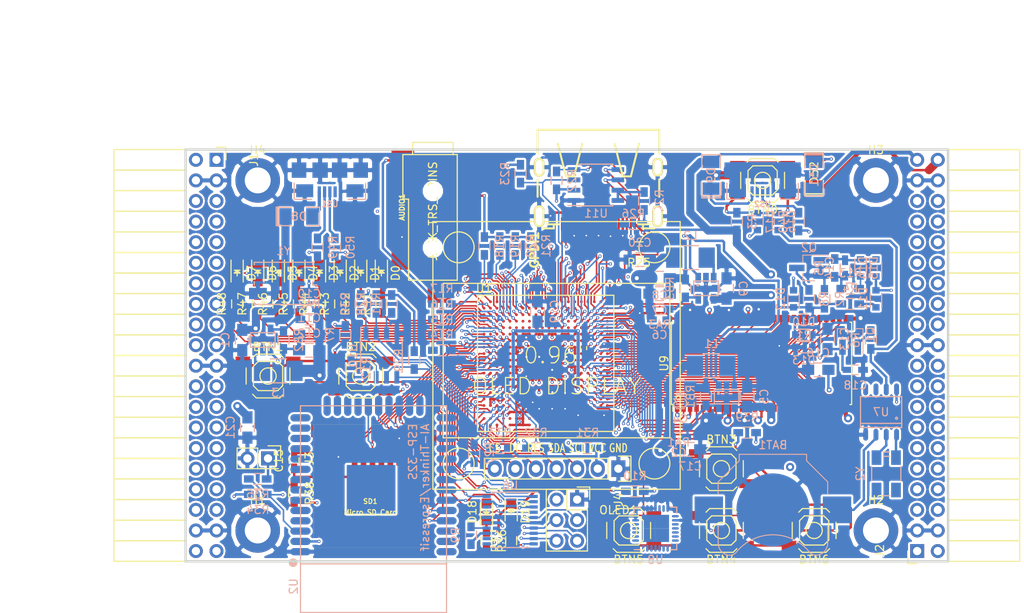
<source format=kicad_pcb>
(kicad_pcb (version 4) (host pcbnew 4.0.5+dfsg1-4)
  (layers (0 F.Cu signal) (1 In1.Cu signal) (2 In2.Cu signal) (31 B.Cu signal) (34 B.Paste user) (35 F.Paste user) (36 B.SilkS user) (37 F.SilkS user) (38 B.Mask user) (39 F.Mask user) (44 Edge.Cuts user))
  (net 0 "")
  (net 1 GND)
  (net 2 +5V)
  (net 3 /gpio/IN5V)
  (net 4 /gpio/OUT5V)
  (net 5 +3V3)
  (net 6 "Net-(L1-Pad1)")
  (net 7 "Net-(L2-Pad1)")
  (net 8 +1V2)
  (net 9 BTN_D)
  (net 10 BTN_F1)
  (net 11 BTN_F2)
  (net 12 BTN_L)
  (net 13 BTN_R)
  (net 14 BTN_U)
  (net 15 /power/FB1)
  (net 16 +2V5)
  (net 17 "Net-(L3-Pad1)")
  (net 18 /power/PWREN)
  (net 19 /power/FB3)
  (net 20 /power/FB2)
  (net 21 "Net-(D9-Pad1)")
  (net 22 /power/VBAT)
  (net 23 JTAG_TDI)
  (net 24 JTAG_TCK)
  (net 25 JTAG_TMS)
  (net 26 JTAG_TDO)
  (net 27 /power/WAKEUPn)
  (net 28 /power/WKUP)
  (net 29 /power/SHUT)
  (net 30 /power/WAKE)
  (net 31 /power/HOLD)
  (net 32 /power/WKn)
  (net 33 /power/OSCI_32k)
  (net 34 /power/OSCO_32k)
  (net 35 "Net-(Q2-Pad3)")
  (net 36 SHUTDOWN)
  (net 37 /analog/AUDIO_L)
  (net 38 /analog/AUDIO_R)
  (net 39 GPDI_5V_SCL)
  (net 40 GPDI_5V_SDA)
  (net 41 GPDI_SDA)
  (net 42 GPDI_SCL)
  (net 43 /gpdi/VREF2)
  (net 44 SD_CMD)
  (net 45 SD_CLK)
  (net 46 SD_D0)
  (net 47 SD_D1)
  (net 48 USB5V)
  (net 49 "Net-(BTN0-Pad1)")
  (net 50 GPDI_CEC)
  (net 51 nRESET)
  (net 52 FTDI_nDTR)
  (net 53 SDRAM_CKE)
  (net 54 SDRAM_A7)
  (net 55 SDRAM_D15)
  (net 56 SDRAM_BA1)
  (net 57 SDRAM_D7)
  (net 58 SDRAM_A6)
  (net 59 SDRAM_CLK)
  (net 60 SDRAM_D13)
  (net 61 SDRAM_BA0)
  (net 62 SDRAM_D6)
  (net 63 SDRAM_A5)
  (net 64 SDRAM_D14)
  (net 65 SDRAM_A11)
  (net 66 SDRAM_D12)
  (net 67 SDRAM_D5)
  (net 68 SDRAM_A4)
  (net 69 SDRAM_A10)
  (net 70 SDRAM_D11)
  (net 71 SDRAM_A3)
  (net 72 SDRAM_D4)
  (net 73 SDRAM_D10)
  (net 74 SDRAM_D9)
  (net 75 SDRAM_A9)
  (net 76 SDRAM_D3)
  (net 77 SDRAM_D8)
  (net 78 SDRAM_A8)
  (net 79 SDRAM_A2)
  (net 80 SDRAM_A1)
  (net 81 SDRAM_A0)
  (net 82 SDRAM_D2)
  (net 83 SDRAM_D1)
  (net 84 SDRAM_D0)
  (net 85 SDRAM_DQM0)
  (net 86 SDRAM_nCS)
  (net 87 SDRAM_nRAS)
  (net 88 SDRAM_DQM1)
  (net 89 SDRAM_nCAS)
  (net 90 SDRAM_nWE)
  (net 91 /flash/FLASH_nWP)
  (net 92 /flash/FLASH_nHOLD)
  (net 93 /flash/FLASH_MOSI)
  (net 94 /flash/FLASH_MISO)
  (net 95 /flash/FLASH_SCK)
  (net 96 /flash/FLASH_nCS)
  (net 97 /flash/FPGA_PROGRAMN)
  (net 98 /flash/FPGA_DONE)
  (net 99 /flash/FPGA_INITN)
  (net 100 OLED_RES)
  (net 101 OLED_DC)
  (net 102 OLED_CS)
  (net 103 WIFI_EN)
  (net 104 FTDI_nRTS)
  (net 105 FTDI_TXD)
  (net 106 FTDI_RXD)
  (net 107 WIFI_RXD)
  (net 108 WIFI_GPIO0)
  (net 109 WIFI_TXD)
  (net 110 GPDI_ETH-)
  (net 111 GPDI_ETH+)
  (net 112 GPDI_D2+)
  (net 113 GPDI_D2-)
  (net 114 GPDI_D1+)
  (net 115 GPDI_D1-)
  (net 116 GPDI_D0+)
  (net 117 GPDI_D0-)
  (net 118 GPDI_CLK+)
  (net 119 GPDI_CLK-)
  (net 120 USB_FTDI_D+)
  (net 121 USB_FTDI_D-)
  (net 122 J1_17-)
  (net 123 J1_17+)
  (net 124 J1_23-)
  (net 125 J1_23+)
  (net 126 J1_25-)
  (net 127 J1_25+)
  (net 128 J1_27-)
  (net 129 J1_27+)
  (net 130 J1_29-)
  (net 131 J1_29+)
  (net 132 J1_31-)
  (net 133 J1_31+)
  (net 134 J1_33-)
  (net 135 J1_33+)
  (net 136 J1_35-)
  (net 137 J1_35+)
  (net 138 J2_5-)
  (net 139 J2_5+)
  (net 140 J2_7-)
  (net 141 J2_7+)
  (net 142 J2_9-)
  (net 143 J2_9+)
  (net 144 J2_13-)
  (net 145 J2_13+)
  (net 146 J2_17-)
  (net 147 J2_17+)
  (net 148 J2_11-)
  (net 149 J2_11+)
  (net 150 J2_23-)
  (net 151 J2_23+)
  (net 152 J1_5-)
  (net 153 J1_5+)
  (net 154 J1_7-)
  (net 155 J1_7+)
  (net 156 J1_9-)
  (net 157 J1_9+)
  (net 158 J1_11-)
  (net 159 J1_11+)
  (net 160 J1_13-)
  (net 161 J1_13+)
  (net 162 J1_15-)
  (net 163 J1_15+)
  (net 164 J2_15-)
  (net 165 J2_15+)
  (net 166 J2_25-)
  (net 167 J2_25+)
  (net 168 J2_27-)
  (net 169 J2_27+)
  (net 170 J2_29-)
  (net 171 J2_29+)
  (net 172 J2_31-)
  (net 173 J2_31+)
  (net 174 J2_33-)
  (net 175 J2_33+)
  (net 176 J2_35-)
  (net 177 J2_35+)
  (net 178 SD_D3)
  (net 179 AUDIO_L3)
  (net 180 AUDIO_L2)
  (net 181 AUDIO_L1)
  (net 182 AUDIO_L0)
  (net 183 AUDIO_R3)
  (net 184 AUDIO_R2)
  (net 185 AUDIO_R1)
  (net 186 AUDIO_R0)
  (net 187 OLED_CLK)
  (net 188 OLED_MOSI)
  (net 189 LED0)
  (net 190 LED1)
  (net 191 LED2)
  (net 192 LED3)
  (net 193 LED4)
  (net 194 LED5)
  (net 195 LED6)
  (net 196 LED7)
  (net 197 BTN_PWRn)
  (net 198 "Net-(J3-Pad1)")
  (net 199 FTDI_nTXLED)
  (net 200 FTDI_nSLEEP)
  (net 201 /blinkey/LED_PWREN)
  (net 202 /blinkey/LED_TXLED)
  (net 203 FT3V3)
  (net 204 /sdcard/SD3V3)
  (net 205 SD_D2)
  (net 206 CLK_25MHz)
  (net 207 /blinkey/BTNPUL)
  (net 208 /blinkey/BTNPUR)
  (net 209 USB_FPGA_D+)
  (net 210 /power/FTDI_nSUSPEND)
  (net 211 /blinkey/ALED0)
  (net 212 /blinkey/ALED1)
  (net 213 /blinkey/ALED2)
  (net 214 /blinkey/ALED3)
  (net 215 /blinkey/ALED4)
  (net 216 /blinkey/ALED5)
  (net 217 /blinkey/ALED6)
  (net 218 /blinkey/ALED7)
  (net 219 /usb/FTD-)
  (net 220 /usb/FTD+)
  (module lfe5bg381:BGA-381_pitch0.8mm_dia0.4mm (layer F.Cu) (at 138.48 87.8)
    (fp_text reference U1 (at -7.6 -9.2) (layer F.SilkS))
    (fp_text value LFE5U-25F-6BG381C)
    (pad A2 smd circle (at -6.8 -7.6) (size 0.35 0.35) (layers F.Cu F.Paste F.Mask) (net 129 J1_27+))
    (pad A3 smd circle (at -6 -7.6) (size 0.35 0.35) (layers F.Cu F.Paste F.Mask) (net 183 AUDIO_R3))
    (pad A4 smd circle (at -5.2 -7.6) (size 0.35 0.35) (layers F.Cu F.Paste F.Mask) (net 127 J1_25+))
    (pad A5 smd circle (at -4.4 -7.6) (size 0.35 0.35) (layers F.Cu F.Paste F.Mask) (net 126 J1_25-))
    (pad A6 smd circle (at -3.6 -7.6) (size 0.35 0.35) (layers F.Cu F.Paste F.Mask) (net 125 J1_23+))
    (pad A7 smd circle (at -2.8 -7.6) (size 0.35 0.35) (layers F.Cu F.Paste F.Mask) (net 161 J1_13+))
    (pad A8 smd circle (at -2 -7.6) (size 0.35 0.35) (layers F.Cu F.Paste F.Mask) (net 160 J1_13-))
    (pad A9 smd circle (at -1.2 -7.6) (size 0.35 0.35) (layers F.Cu F.Paste F.Mask) (net 156 J1_9-))
    (pad A10 smd circle (at -0.4 -7.6) (size 0.35 0.35) (layers F.Cu F.Paste F.Mask) (net 155 J1_7+))
    (pad A11 smd circle (at 0.4 -7.6) (size 0.35 0.35) (layers F.Cu F.Paste F.Mask) (net 154 J1_7-))
    (pad A12 smd circle (at 1.2 -7.6) (size 0.35 0.35) (layers F.Cu F.Paste F.Mask) (net 111 GPDI_ETH+))
    (pad A13 smd circle (at 2 -7.6) (size 0.35 0.35) (layers F.Cu F.Paste F.Mask) (net 110 GPDI_ETH-))
    (pad A14 smd circle (at 2.8 -7.6) (size 0.35 0.35) (layers F.Cu F.Paste F.Mask) (net 112 GPDI_D2+))
    (pad A15 smd circle (at 3.6 -7.6) (size 0.35 0.35) (layers F.Cu F.Paste F.Mask))
    (pad A16 smd circle (at 4.4 -7.6) (size 0.35 0.35) (layers F.Cu F.Paste F.Mask) (net 114 GPDI_D1+))
    (pad A17 smd circle (at 5.2 -7.6) (size 0.35 0.35) (layers F.Cu F.Paste F.Mask) (net 116 GPDI_D0+))
    (pad A18 smd circle (at 6 -7.6) (size 0.35 0.35) (layers F.Cu F.Paste F.Mask) (net 118 GPDI_CLK+))
    (pad A19 smd circle (at 6.8 -7.6) (size 0.35 0.35) (layers F.Cu F.Paste F.Mask) (net 50 GPDI_CEC))
    (pad B1 smd circle (at -7.6 -6.8) (size 0.35 0.35) (layers F.Cu F.Paste F.Mask) (net 128 J1_27-))
    (pad B2 smd circle (at -6.8 -6.8) (size 0.35 0.35) (layers F.Cu F.Paste F.Mask) (net 189 LED0))
    (pad B3 smd circle (at -6 -6.8) (size 0.35 0.35) (layers F.Cu F.Paste F.Mask) (net 182 AUDIO_L0))
    (pad B4 smd circle (at -5.2 -6.8) (size 0.35 0.35) (layers F.Cu F.Paste F.Mask) (net 130 J1_29-))
    (pad B5 smd circle (at -4.4 -6.8) (size 0.35 0.35) (layers F.Cu F.Paste F.Mask) (net 184 AUDIO_R2))
    (pad B6 smd circle (at -3.6 -6.8) (size 0.35 0.35) (layers F.Cu F.Paste F.Mask) (net 124 J1_23-))
    (pad B7 smd circle (at -2.8 -6.8) (size 0.35 0.35) (layers F.Cu F.Paste F.Mask) (net 1 GND))
    (pad B8 smd circle (at -2 -6.8) (size 0.35 0.35) (layers F.Cu F.Paste F.Mask) (net 162 J1_15-))
    (pad B9 smd circle (at -1.2 -6.8) (size 0.35 0.35) (layers F.Cu F.Paste F.Mask) (net 159 J1_11+))
    (pad B10 smd circle (at -0.4 -6.8) (size 0.35 0.35) (layers F.Cu F.Paste F.Mask) (net 157 J1_9+))
    (pad B11 smd circle (at 0.4 -6.8) (size 0.35 0.35) (layers F.Cu F.Paste F.Mask) (net 153 J1_5+))
    (pad B12 smd circle (at 1.2 -6.8) (size 0.35 0.35) (layers F.Cu F.Paste F.Mask))
    (pad B13 smd circle (at 2 -6.8) (size 0.35 0.35) (layers F.Cu F.Paste F.Mask) (net 175 J2_33+))
    (pad B14 smd circle (at 2.8 -6.8) (size 0.35 0.35) (layers F.Cu F.Paste F.Mask) (net 1 GND))
    (pad B15 smd circle (at 3.6 -6.8) (size 0.35 0.35) (layers F.Cu F.Paste F.Mask) (net 173 J2_31+))
    (pad B16 smd circle (at 4.4 -6.8) (size 0.35 0.35) (layers F.Cu F.Paste F.Mask) (net 115 GPDI_D1-))
    (pad B17 smd circle (at 5.2 -6.8) (size 0.35 0.35) (layers F.Cu F.Paste F.Mask) (net 169 J2_27+))
    (pad B18 smd circle (at 6 -6.8) (size 0.35 0.35) (layers F.Cu F.Paste F.Mask) (net 117 GPDI_D0-))
    (pad B19 smd circle (at 6.8 -6.8) (size 0.35 0.35) (layers F.Cu F.Paste F.Mask) (net 119 GPDI_CLK-))
    (pad B20 smd circle (at 7.6 -6.8) (size 0.35 0.35) (layers F.Cu F.Paste F.Mask) (net 41 GPDI_SDA))
    (pad C1 smd circle (at -7.6 -6) (size 0.35 0.35) (layers F.Cu F.Paste F.Mask) (net 191 LED2))
    (pad C2 smd circle (at -6.8 -6) (size 0.35 0.35) (layers F.Cu F.Paste F.Mask) (net 190 LED1))
    (pad C3 smd circle (at -6 -6) (size 0.35 0.35) (layers F.Cu F.Paste F.Mask) (net 181 AUDIO_L1))
    (pad C4 smd circle (at -5.2 -6) (size 0.35 0.35) (layers F.Cu F.Paste F.Mask) (net 131 J1_29+))
    (pad C5 smd circle (at -4.4 -6) (size 0.35 0.35) (layers F.Cu F.Paste F.Mask) (net 186 AUDIO_R0))
    (pad C6 smd circle (at -3.6 -6) (size 0.35 0.35) (layers F.Cu F.Paste F.Mask) (net 123 J1_17+))
    (pad C7 smd circle (at -2.8 -6) (size 0.35 0.35) (layers F.Cu F.Paste F.Mask) (net 122 J1_17-))
    (pad C8 smd circle (at -2 -6) (size 0.35 0.35) (layers F.Cu F.Paste F.Mask) (net 163 J1_15+))
    (pad C9 smd circle (at -1.2 -6) (size 0.35 0.35) (layers F.Cu F.Paste F.Mask))
    (pad C10 smd circle (at -0.4 -6) (size 0.35 0.35) (layers F.Cu F.Paste F.Mask) (net 158 J1_11-))
    (pad C11 smd circle (at 0.4 -6) (size 0.35 0.35) (layers F.Cu F.Paste F.Mask) (net 152 J1_5-))
    (pad C12 smd circle (at 1.2 -6) (size 0.35 0.35) (layers F.Cu F.Paste F.Mask) (net 42 GPDI_SCL))
    (pad C13 smd circle (at 2 -6) (size 0.35 0.35) (layers F.Cu F.Paste F.Mask) (net 174 J2_33-))
    (pad C14 smd circle (at 2.8 -6) (size 0.35 0.35) (layers F.Cu F.Paste F.Mask) (net 113 GPDI_D2-))
    (pad C15 smd circle (at 3.6 -6) (size 0.35 0.35) (layers F.Cu F.Paste F.Mask) (net 172 J2_31-))
    (pad C16 smd circle (at 4.4 -6) (size 0.35 0.35) (layers F.Cu F.Paste F.Mask) (net 171 J2_29+))
    (pad C17 smd circle (at 5.2 -6) (size 0.35 0.35) (layers F.Cu F.Paste F.Mask) (net 168 J2_27-))
    (pad C18 smd circle (at 6 -6) (size 0.35 0.35) (layers F.Cu F.Paste F.Mask) (net 151 J2_23+))
    (pad C19 smd circle (at 6.8 -6) (size 0.35 0.35) (layers F.Cu F.Paste F.Mask) (net 1 GND))
    (pad C20 smd circle (at 7.6 -6) (size 0.35 0.35) (layers F.Cu F.Paste F.Mask) (net 64 SDRAM_D14))
    (pad D1 smd circle (at -7.6 -5.2) (size 0.35 0.35) (layers F.Cu F.Paste F.Mask) (net 193 LED4))
    (pad D2 smd circle (at -6.8 -5.2) (size 0.35 0.35) (layers F.Cu F.Paste F.Mask) (net 192 LED3))
    (pad D3 smd circle (at -6 -5.2) (size 0.35 0.35) (layers F.Cu F.Paste F.Mask) (net 180 AUDIO_L2))
    (pad D4 smd circle (at -5.2 -5.2) (size 0.35 0.35) (layers F.Cu F.Paste F.Mask) (net 1 GND))
    (pad D5 smd circle (at -4.4 -5.2) (size 0.35 0.35) (layers F.Cu F.Paste F.Mask) (net 185 AUDIO_R1))
    (pad D6 smd circle (at -3.6 -5.2) (size 0.35 0.35) (layers F.Cu F.Paste F.Mask) (net 197 BTN_PWRn))
    (pad D7 smd circle (at -2.8 -5.2) (size 0.35 0.35) (layers F.Cu F.Paste F.Mask))
    (pad D8 smd circle (at -2 -5.2) (size 0.35 0.35) (layers F.Cu F.Paste F.Mask))
    (pad D9 smd circle (at -1.2 -5.2) (size 0.35 0.35) (layers F.Cu F.Paste F.Mask))
    (pad D10 smd circle (at -0.4 -5.2) (size 0.35 0.35) (layers F.Cu F.Paste F.Mask))
    (pad D11 smd circle (at 0.4 -5.2) (size 0.35 0.35) (layers F.Cu F.Paste F.Mask))
    (pad D12 smd circle (at 1.2 -5.2) (size 0.35 0.35) (layers F.Cu F.Paste F.Mask))
    (pad D13 smd circle (at 2 -5.2) (size 0.35 0.35) (layers F.Cu F.Paste F.Mask) (net 177 J2_35+))
    (pad D14 smd circle (at 2.8 -5.2) (size 0.35 0.35) (layers F.Cu F.Paste F.Mask))
    (pad D15 smd circle (at 3.6 -5.2) (size 0.35 0.35) (layers F.Cu F.Paste F.Mask) (net 167 J2_25+))
    (pad D16 smd circle (at 4.4 -5.2) (size 0.35 0.35) (layers F.Cu F.Paste F.Mask) (net 170 J2_29-))
    (pad D17 smd circle (at 5.2 -5.2) (size 0.35 0.35) (layers F.Cu F.Paste F.Mask) (net 150 J2_23-))
    (pad D18 smd circle (at 6 -5.2) (size 0.35 0.35) (layers F.Cu F.Paste F.Mask) (net 147 J2_17+))
    (pad D19 smd circle (at 6.8 -5.2) (size 0.35 0.35) (layers F.Cu F.Paste F.Mask) (net 55 SDRAM_D15))
    (pad D20 smd circle (at 7.6 -5.2) (size 0.35 0.35) (layers F.Cu F.Paste F.Mask) (net 60 SDRAM_D13))
    (pad E1 smd circle (at -7.6 -4.4) (size 0.35 0.35) (layers F.Cu F.Paste F.Mask) (net 195 LED6))
    (pad E2 smd circle (at -6.8 -4.4) (size 0.35 0.35) (layers F.Cu F.Paste F.Mask) (net 194 LED5))
    (pad E3 smd circle (at -6 -4.4) (size 0.35 0.35) (layers F.Cu F.Paste F.Mask) (net 132 J1_31-))
    (pad E4 smd circle (at -5.2 -4.4) (size 0.35 0.35) (layers F.Cu F.Paste F.Mask) (net 179 AUDIO_L3))
    (pad E5 smd circle (at -4.4 -4.4) (size 0.35 0.35) (layers F.Cu F.Paste F.Mask))
    (pad E6 smd circle (at -3.6 -4.4) (size 0.35 0.35) (layers F.Cu F.Paste F.Mask))
    (pad E7 smd circle (at -2.8 -4.4) (size 0.35 0.35) (layers F.Cu F.Paste F.Mask))
    (pad E8 smd circle (at -2 -4.4) (size 0.35 0.35) (layers F.Cu F.Paste F.Mask))
    (pad E9 smd circle (at -1.2 -4.4) (size 0.35 0.35) (layers F.Cu F.Paste F.Mask))
    (pad E10 smd circle (at -0.4 -4.4) (size 0.35 0.35) (layers F.Cu F.Paste F.Mask))
    (pad E11 smd circle (at 0.4 -4.4) (size 0.35 0.35) (layers F.Cu F.Paste F.Mask))
    (pad E12 smd circle (at 1.2 -4.4) (size 0.35 0.35) (layers F.Cu F.Paste F.Mask))
    (pad E13 smd circle (at 2 -4.4) (size 0.35 0.35) (layers F.Cu F.Paste F.Mask) (net 176 J2_35-))
    (pad E14 smd circle (at 2.8 -4.4) (size 0.35 0.35) (layers F.Cu F.Paste F.Mask))
    (pad E15 smd circle (at 3.6 -4.4) (size 0.35 0.35) (layers F.Cu F.Paste F.Mask) (net 166 J2_25-))
    (pad E16 smd circle (at 4.4 -4.4) (size 0.35 0.35) (layers F.Cu F.Paste F.Mask))
    (pad E17 smd circle (at 5.2 -4.4) (size 0.35 0.35) (layers F.Cu F.Paste F.Mask) (net 146 J2_17-))
    (pad E18 smd circle (at 6 -4.4) (size 0.35 0.35) (layers F.Cu F.Paste F.Mask) (net 72 SDRAM_D4))
    (pad E19 smd circle (at 6.8 -4.4) (size 0.35 0.35) (layers F.Cu F.Paste F.Mask) (net 66 SDRAM_D12))
    (pad E20 smd circle (at 7.6 -4.4) (size 0.35 0.35) (layers F.Cu F.Paste F.Mask) (net 70 SDRAM_D11))
    (pad F1 smd circle (at -7.6 -3.6) (size 0.35 0.35) (layers F.Cu F.Paste F.Mask) (net 103 WIFI_EN))
    (pad F2 smd circle (at -6.8 -3.6) (size 0.35 0.35) (layers F.Cu F.Paste F.Mask))
    (pad F3 smd circle (at -6 -3.6) (size 0.35 0.35) (layers F.Cu F.Paste F.Mask) (net 134 J1_33-))
    (pad F4 smd circle (at -5.2 -3.6) (size 0.35 0.35) (layers F.Cu F.Paste F.Mask) (net 133 J1_31+))
    (pad F5 smd circle (at -4.4 -3.6) (size 0.35 0.35) (layers F.Cu F.Paste F.Mask))
    (pad F6 smd circle (at -3.6 -3.6) (size 0.35 0.35) (layers F.Cu F.Paste F.Mask) (net 16 +2V5))
    (pad F7 smd circle (at -2.8 -3.6) (size 0.35 0.35) (layers F.Cu F.Paste F.Mask) (net 1 GND))
    (pad F8 smd circle (at -2 -3.6) (size 0.35 0.35) (layers F.Cu F.Paste F.Mask) (net 1 GND))
    (pad F9 smd circle (at -1.2 -3.6) (size 0.35 0.35) (layers F.Cu F.Paste F.Mask) (net 5 +3V3))
    (pad F10 smd circle (at -0.4 -3.6) (size 0.35 0.35) (layers F.Cu F.Paste F.Mask) (net 5 +3V3))
    (pad F11 smd circle (at 0.4 -3.6) (size 0.35 0.35) (layers F.Cu F.Paste F.Mask) (net 5 +3V3))
    (pad F12 smd circle (at 1.2 -3.6) (size 0.35 0.35) (layers F.Cu F.Paste F.Mask) (net 5 +3V3))
    (pad F13 smd circle (at 2 -3.6) (size 0.35 0.35) (layers F.Cu F.Paste F.Mask) (net 1 GND))
    (pad F14 smd circle (at 2.8 -3.6) (size 0.35 0.35) (layers F.Cu F.Paste F.Mask) (net 1 GND))
    (pad F15 smd circle (at 3.6 -3.6) (size 0.35 0.35) (layers F.Cu F.Paste F.Mask) (net 16 +2V5))
    (pad F16 smd circle (at 4.4 -3.6) (size 0.35 0.35) (layers F.Cu F.Paste F.Mask))
    (pad F17 smd circle (at 5.2 -3.6) (size 0.35 0.35) (layers F.Cu F.Paste F.Mask) (net 165 J2_15+))
    (pad F18 smd circle (at 6 -3.6) (size 0.35 0.35) (layers F.Cu F.Paste F.Mask) (net 67 SDRAM_D5))
    (pad F19 smd circle (at 6.8 -3.6) (size 0.35 0.35) (layers F.Cu F.Paste F.Mask) (net 73 SDRAM_D10))
    (pad F20 smd circle (at 7.6 -3.6) (size 0.35 0.35) (layers F.Cu F.Paste F.Mask) (net 74 SDRAM_D9))
    (pad G1 smd circle (at -7.6 -2.8) (size 0.35 0.35) (layers F.Cu F.Paste F.Mask))
    (pad G2 smd circle (at -6.8 -2.8) (size 0.35 0.35) (layers F.Cu F.Paste F.Mask) (net 206 CLK_25MHz))
    (pad G3 smd circle (at -6 -2.8) (size 0.35 0.35) (layers F.Cu F.Paste F.Mask) (net 135 J1_33+))
    (pad G4 smd circle (at -5.2 -2.8) (size 0.35 0.35) (layers F.Cu F.Paste F.Mask) (net 1 GND))
    (pad G5 smd circle (at -4.4 -2.8) (size 0.35 0.35) (layers F.Cu F.Paste F.Mask) (net 136 J1_35-))
    (pad G6 smd circle (at -3.6 -2.8) (size 0.35 0.35) (layers F.Cu F.Paste F.Mask) (net 1 GND))
    (pad G7 smd circle (at -2.8 -2.8) (size 0.35 0.35) (layers F.Cu F.Paste F.Mask) (net 1 GND))
    (pad G8 smd circle (at -2 -2.8) (size 0.35 0.35) (layers F.Cu F.Paste F.Mask) (net 1 GND))
    (pad G9 smd circle (at -1.2 -2.8) (size 0.35 0.35) (layers F.Cu F.Paste F.Mask) (net 1 GND))
    (pad G10 smd circle (at -0.4 -2.8) (size 0.35 0.35) (layers F.Cu F.Paste F.Mask) (net 1 GND))
    (pad G11 smd circle (at 0.4 -2.8) (size 0.35 0.35) (layers F.Cu F.Paste F.Mask) (net 1 GND))
    (pad G12 smd circle (at 1.2 -2.8) (size 0.35 0.35) (layers F.Cu F.Paste F.Mask) (net 1 GND))
    (pad G13 smd circle (at 2 -2.8) (size 0.35 0.35) (layers F.Cu F.Paste F.Mask) (net 1 GND))
    (pad G14 smd circle (at 2.8 -2.8) (size 0.35 0.35) (layers F.Cu F.Paste F.Mask) (net 1 GND))
    (pad G15 smd circle (at 3.6 -2.8) (size 0.35 0.35) (layers F.Cu F.Paste F.Mask) (net 1 GND))
    (pad G16 smd circle (at 4.4 -2.8) (size 0.35 0.35) (layers F.Cu F.Paste F.Mask))
    (pad G17 smd circle (at 5.2 -2.8) (size 0.35 0.35) (layers F.Cu F.Paste F.Mask) (net 1 GND))
    (pad G18 smd circle (at 6 -2.8) (size 0.35 0.35) (layers F.Cu F.Paste F.Mask) (net 164 J2_15-))
    (pad G19 smd circle (at 6.8 -2.8) (size 0.35 0.35) (layers F.Cu F.Paste F.Mask) (net 77 SDRAM_D8))
    (pad G20 smd circle (at 7.6 -2.8) (size 0.35 0.35) (layers F.Cu F.Paste F.Mask) (net 88 SDRAM_DQM1))
    (pad H1 smd circle (at -7.6 -2) (size 0.35 0.35) (layers F.Cu F.Paste F.Mask) (net 178 SD_D3))
    (pad H2 smd circle (at -6.8 -2) (size 0.35 0.35) (layers F.Cu F.Paste F.Mask) (net 205 SD_D2))
    (pad H3 smd circle (at -6 -2) (size 0.35 0.35) (layers F.Cu F.Paste F.Mask) (net 196 LED7))
    (pad H4 smd circle (at -5.2 -2) (size 0.35 0.35) (layers F.Cu F.Paste F.Mask) (net 137 J1_35+))
    (pad H5 smd circle (at -4.4 -2) (size 0.35 0.35) (layers F.Cu F.Paste F.Mask))
    (pad H6 smd circle (at -3.6 -2) (size 0.35 0.35) (layers F.Cu F.Paste F.Mask) (net 5 +3V3))
    (pad H7 smd circle (at -2.8 -2) (size 0.35 0.35) (layers F.Cu F.Paste F.Mask) (net 5 +3V3))
    (pad H8 smd circle (at -2 -2) (size 0.35 0.35) (layers F.Cu F.Paste F.Mask) (net 8 +1V2))
    (pad H9 smd circle (at -1.2 -2) (size 0.35 0.35) (layers F.Cu F.Paste F.Mask) (net 8 +1V2))
    (pad H10 smd circle (at -0.4 -2) (size 0.35 0.35) (layers F.Cu F.Paste F.Mask) (net 8 +1V2))
    (pad H11 smd circle (at 0.4 -2) (size 0.35 0.35) (layers F.Cu F.Paste F.Mask) (net 8 +1V2))
    (pad H12 smd circle (at 1.2 -2) (size 0.35 0.35) (layers F.Cu F.Paste F.Mask) (net 8 +1V2))
    (pad H13 smd circle (at 2 -2) (size 0.35 0.35) (layers F.Cu F.Paste F.Mask) (net 8 +1V2))
    (pad H14 smd circle (at 2.8 -2) (size 0.35 0.35) (layers F.Cu F.Paste F.Mask) (net 5 +3V3))
    (pad H15 smd circle (at 3.6 -2) (size 0.35 0.35) (layers F.Cu F.Paste F.Mask) (net 5 +3V3))
    (pad H16 smd circle (at 4.4 -2) (size 0.35 0.35) (layers F.Cu F.Paste F.Mask))
    (pad H17 smd circle (at 5.2 -2) (size 0.35 0.35) (layers F.Cu F.Paste F.Mask) (net 144 J2_13-))
    (pad H18 smd circle (at 6 -2) (size 0.35 0.35) (layers F.Cu F.Paste F.Mask) (net 145 J2_13+))
    (pad H19 smd circle (at 6.8 -2) (size 0.35 0.35) (layers F.Cu F.Paste F.Mask) (net 1 GND))
    (pad H20 smd circle (at 7.6 -2) (size 0.35 0.35) (layers F.Cu F.Paste F.Mask) (net 59 SDRAM_CLK))
    (pad J1 smd circle (at -7.6 -1.2) (size 0.35 0.35) (layers F.Cu F.Paste F.Mask) (net 45 SD_CLK))
    (pad J2 smd circle (at -6.8 -1.2) (size 0.35 0.35) (layers F.Cu F.Paste F.Mask) (net 1 GND))
    (pad J3 smd circle (at -6 -1.2) (size 0.35 0.35) (layers F.Cu F.Paste F.Mask) (net 44 SD_CMD))
    (pad J4 smd circle (at -5.2 -1.2) (size 0.35 0.35) (layers F.Cu F.Paste F.Mask))
    (pad J5 smd circle (at -4.4 -1.2) (size 0.35 0.35) (layers F.Cu F.Paste F.Mask))
    (pad J6 smd circle (at -3.6 -1.2) (size 0.35 0.35) (layers F.Cu F.Paste F.Mask) (net 5 +3V3))
    (pad J7 smd circle (at -2.8 -1.2) (size 0.35 0.35) (layers F.Cu F.Paste F.Mask) (net 1 GND))
    (pad J8 smd circle (at -2 -1.2) (size 0.35 0.35) (layers F.Cu F.Paste F.Mask) (net 8 +1V2))
    (pad J9 smd circle (at -1.2 -1.2) (size 0.35 0.35) (layers F.Cu F.Paste F.Mask) (net 1 GND))
    (pad J10 smd circle (at -0.4 -1.2) (size 0.35 0.35) (layers F.Cu F.Paste F.Mask) (net 1 GND))
    (pad J11 smd circle (at 0.4 -1.2) (size 0.35 0.35) (layers F.Cu F.Paste F.Mask) (net 1 GND))
    (pad J12 smd circle (at 1.2 -1.2) (size 0.35 0.35) (layers F.Cu F.Paste F.Mask) (net 1 GND))
    (pad J13 smd circle (at 2 -1.2) (size 0.35 0.35) (layers F.Cu F.Paste F.Mask) (net 8 +1V2))
    (pad J14 smd circle (at 2.8 -1.2) (size 0.35 0.35) (layers F.Cu F.Paste F.Mask) (net 1 GND))
    (pad J15 smd circle (at 3.6 -1.2) (size 0.35 0.35) (layers F.Cu F.Paste F.Mask) (net 5 +3V3))
    (pad J16 smd circle (at 4.4 -1.2) (size 0.35 0.35) (layers F.Cu F.Paste F.Mask))
    (pad J17 smd circle (at 5.2 -1.2) (size 0.35 0.35) (layers F.Cu F.Paste F.Mask))
    (pad J18 smd circle (at 6 -1.2) (size 0.35 0.35) (layers F.Cu F.Paste F.Mask) (net 76 SDRAM_D3))
    (pad J19 smd circle (at 6.8 -1.2) (size 0.35 0.35) (layers F.Cu F.Paste F.Mask) (net 53 SDRAM_CKE))
    (pad J20 smd circle (at 7.6 -1.2) (size 0.35 0.35) (layers F.Cu F.Paste F.Mask) (net 65 SDRAM_A11))
    (pad K1 smd circle (at -7.6 -0.4) (size 0.35 0.35) (layers F.Cu F.Paste F.Mask) (net 47 SD_D1))
    (pad K2 smd circle (at -6.8 -0.4) (size 0.35 0.35) (layers F.Cu F.Paste F.Mask) (net 46 SD_D0))
    (pad K3 smd circle (at -6 -0.4) (size 0.35 0.35) (layers F.Cu F.Paste F.Mask) (net 107 WIFI_RXD))
    (pad K4 smd circle (at -5.2 -0.4) (size 0.35 0.35) (layers F.Cu F.Paste F.Mask) (net 109 WIFI_TXD))
    (pad K5 smd circle (at -4.4 -0.4) (size 0.35 0.35) (layers F.Cu F.Paste F.Mask))
    (pad K6 smd circle (at -3.6 -0.4) (size 0.35 0.35) (layers F.Cu F.Paste F.Mask) (net 1 GND))
    (pad K7 smd circle (at -2.8 -0.4) (size 0.35 0.35) (layers F.Cu F.Paste F.Mask) (net 1 GND))
    (pad K8 smd circle (at -2 -0.4) (size 0.35 0.35) (layers F.Cu F.Paste F.Mask) (net 8 +1V2))
    (pad K9 smd circle (at -1.2 -0.4) (size 0.35 0.35) (layers F.Cu F.Paste F.Mask) (net 1 GND))
    (pad K10 smd circle (at -0.4 -0.4) (size 0.35 0.35) (layers F.Cu F.Paste F.Mask) (net 1 GND))
    (pad K11 smd circle (at 0.4 -0.4) (size 0.35 0.35) (layers F.Cu F.Paste F.Mask) (net 1 GND))
    (pad K12 smd circle (at 1.2 -0.4) (size 0.35 0.35) (layers F.Cu F.Paste F.Mask) (net 1 GND))
    (pad K13 smd circle (at 2 -0.4) (size 0.35 0.35) (layers F.Cu F.Paste F.Mask) (net 8 +1V2))
    (pad K14 smd circle (at 2.8 -0.4) (size 0.35 0.35) (layers F.Cu F.Paste F.Mask) (net 1 GND))
    (pad K15 smd circle (at 3.6 -0.4) (size 0.35 0.35) (layers F.Cu F.Paste F.Mask) (net 1 GND))
    (pad K16 smd circle (at 4.4 -0.4) (size 0.35 0.35) (layers F.Cu F.Paste F.Mask))
    (pad K17 smd circle (at 5.2 -0.4) (size 0.35 0.35) (layers F.Cu F.Paste F.Mask))
    (pad K18 smd circle (at 6 -0.4) (size 0.35 0.35) (layers F.Cu F.Paste F.Mask) (net 82 SDRAM_D2))
    (pad K19 smd circle (at 6.8 -0.4) (size 0.35 0.35) (layers F.Cu F.Paste F.Mask) (net 75 SDRAM_A9))
    (pad K20 smd circle (at 7.6 -0.4) (size 0.35 0.35) (layers F.Cu F.Paste F.Mask) (net 78 SDRAM_A8))
    (pad L1 smd circle (at -7.6 0.4) (size 0.35 0.35) (layers F.Cu F.Paste F.Mask))
    (pad L2 smd circle (at -6.8 0.4) (size 0.35 0.35) (layers F.Cu F.Paste F.Mask) (net 108 WIFI_GPIO0))
    (pad L3 smd circle (at -6 0.4) (size 0.35 0.35) (layers F.Cu F.Paste F.Mask))
    (pad L4 smd circle (at -5.2 0.4) (size 0.35 0.35) (layers F.Cu F.Paste F.Mask) (net 106 FTDI_RXD))
    (pad L5 smd circle (at -4.4 0.4) (size 0.35 0.35) (layers F.Cu F.Paste F.Mask))
    (pad L6 smd circle (at -3.6 0.4) (size 0.35 0.35) (layers F.Cu F.Paste F.Mask) (net 5 +3V3))
    (pad L7 smd circle (at -2.8 0.4) (size 0.35 0.35) (layers F.Cu F.Paste F.Mask) (net 5 +3V3))
    (pad L8 smd circle (at -2 0.4) (size 0.35 0.35) (layers F.Cu F.Paste F.Mask) (net 8 +1V2))
    (pad L9 smd circle (at -1.2 0.4) (size 0.35 0.35) (layers F.Cu F.Paste F.Mask) (net 1 GND))
    (pad L10 smd circle (at -0.4 0.4) (size 0.35 0.35) (layers F.Cu F.Paste F.Mask) (net 1 GND))
    (pad L11 smd circle (at 0.4 0.4) (size 0.35 0.35) (layers F.Cu F.Paste F.Mask) (net 1 GND))
    (pad L12 smd circle (at 1.2 0.4) (size 0.35 0.35) (layers F.Cu F.Paste F.Mask) (net 1 GND))
    (pad L13 smd circle (at 2 0.4) (size 0.35 0.35) (layers F.Cu F.Paste F.Mask) (net 8 +1V2))
    (pad L14 smd circle (at 2.8 0.4) (size 0.35 0.35) (layers F.Cu F.Paste F.Mask) (net 5 +3V3))
    (pad L15 smd circle (at 3.6 0.4) (size 0.35 0.35) (layers F.Cu F.Paste F.Mask) (net 5 +3V3))
    (pad L16 smd circle (at 4.4 0.4) (size 0.35 0.35) (layers F.Cu F.Paste F.Mask) (net 149 J2_11+))
    (pad L17 smd circle (at 5.2 0.4) (size 0.35 0.35) (layers F.Cu F.Paste F.Mask) (net 148 J2_11-))
    (pad L18 smd circle (at 6 0.4) (size 0.35 0.35) (layers F.Cu F.Paste F.Mask) (net 83 SDRAM_D1))
    (pad L19 smd circle (at 6.8 0.4) (size 0.35 0.35) (layers F.Cu F.Paste F.Mask) (net 54 SDRAM_A7))
    (pad L20 smd circle (at 7.6 0.4) (size 0.35 0.35) (layers F.Cu F.Paste F.Mask) (net 58 SDRAM_A6))
    (pad M1 smd circle (at -7.6 1.2) (size 0.35 0.35) (layers F.Cu F.Paste F.Mask) (net 105 FTDI_TXD))
    (pad M2 smd circle (at -6.8 1.2) (size 0.35 0.35) (layers F.Cu F.Paste F.Mask) (net 1 GND))
    (pad M3 smd circle (at -6 1.2) (size 0.35 0.35) (layers F.Cu F.Paste F.Mask) (net 104 FTDI_nRTS))
    (pad M4 smd circle (at -5.2 1.2) (size 0.35 0.35) (layers F.Cu F.Paste F.Mask))
    (pad M5 smd circle (at -4.4 1.2) (size 0.35 0.35) (layers F.Cu F.Paste F.Mask))
    (pad M6 smd circle (at -3.6 1.2) (size 0.35 0.35) (layers F.Cu F.Paste F.Mask) (net 5 +3V3))
    (pad M7 smd circle (at -2.8 1.2) (size 0.35 0.35) (layers F.Cu F.Paste F.Mask) (net 1 GND))
    (pad M8 smd circle (at -2 1.2) (size 0.35 0.35) (layers F.Cu F.Paste F.Mask) (net 8 +1V2))
    (pad M9 smd circle (at -1.2 1.2) (size 0.35 0.35) (layers F.Cu F.Paste F.Mask) (net 1 GND))
    (pad M10 smd circle (at -0.4 1.2) (size 0.35 0.35) (layers F.Cu F.Paste F.Mask) (net 1 GND))
    (pad M11 smd circle (at 0.4 1.2) (size 0.35 0.35) (layers F.Cu F.Paste F.Mask) (net 1 GND))
    (pad M12 smd circle (at 1.2 1.2) (size 0.35 0.35) (layers F.Cu F.Paste F.Mask) (net 1 GND))
    (pad M13 smd circle (at 2 1.2) (size 0.35 0.35) (layers F.Cu F.Paste F.Mask) (net 8 +1V2))
    (pad M14 smd circle (at 2.8 1.2) (size 0.35 0.35) (layers F.Cu F.Paste F.Mask) (net 1 GND))
    (pad M15 smd circle (at 3.6 1.2) (size 0.35 0.35) (layers F.Cu F.Paste F.Mask) (net 5 +3V3))
    (pad M16 smd circle (at 4.4 1.2) (size 0.35 0.35) (layers F.Cu F.Paste F.Mask) (net 1 GND))
    (pad M17 smd circle (at 5.2 1.2) (size 0.35 0.35) (layers F.Cu F.Paste F.Mask) (net 142 J2_9-))
    (pad M18 smd circle (at 6 1.2) (size 0.35 0.35) (layers F.Cu F.Paste F.Mask) (net 84 SDRAM_D0))
    (pad M19 smd circle (at 6.8 1.2) (size 0.35 0.35) (layers F.Cu F.Paste F.Mask) (net 63 SDRAM_A5))
    (pad M20 smd circle (at 7.6 1.2) (size 0.35 0.35) (layers F.Cu F.Paste F.Mask) (net 68 SDRAM_A4))
    (pad N1 smd circle (at -7.6 2) (size 0.35 0.35) (layers F.Cu F.Paste F.Mask) (net 52 FTDI_nDTR))
    (pad N2 smd circle (at -6.8 2) (size 0.35 0.35) (layers F.Cu F.Paste F.Mask) (net 102 OLED_CS))
    (pad N3 smd circle (at -6 2) (size 0.35 0.35) (layers F.Cu F.Paste F.Mask))
    (pad N4 smd circle (at -5.2 2) (size 0.35 0.35) (layers F.Cu F.Paste F.Mask))
    (pad N5 smd circle (at -4.4 2) (size 0.35 0.35) (layers F.Cu F.Paste F.Mask))
    (pad N6 smd circle (at -3.6 2) (size 0.35 0.35) (layers F.Cu F.Paste F.Mask) (net 1 GND))
    (pad N7 smd circle (at -2.8 2) (size 0.35 0.35) (layers F.Cu F.Paste F.Mask) (net 1 GND))
    (pad N8 smd circle (at -2 2) (size 0.35 0.35) (layers F.Cu F.Paste F.Mask) (net 8 +1V2))
    (pad N9 smd circle (at -1.2 2) (size 0.35 0.35) (layers F.Cu F.Paste F.Mask) (net 8 +1V2))
    (pad N10 smd circle (at -0.4 2) (size 0.35 0.35) (layers F.Cu F.Paste F.Mask) (net 8 +1V2))
    (pad N11 smd circle (at 0.4 2) (size 0.35 0.35) (layers F.Cu F.Paste F.Mask) (net 8 +1V2))
    (pad N12 smd circle (at 1.2 2) (size 0.35 0.35) (layers F.Cu F.Paste F.Mask) (net 8 +1V2))
    (pad N13 smd circle (at 2 2) (size 0.35 0.35) (layers F.Cu F.Paste F.Mask) (net 8 +1V2))
    (pad N14 smd circle (at 2.8 2) (size 0.35 0.35) (layers F.Cu F.Paste F.Mask) (net 1 GND))
    (pad N15 smd circle (at 3.6 2) (size 0.35 0.35) (layers F.Cu F.Paste F.Mask) (net 1 GND))
    (pad N16 smd circle (at 4.4 2) (size 0.35 0.35) (layers F.Cu F.Paste F.Mask) (net 143 J2_9+))
    (pad N17 smd circle (at 5.2 2) (size 0.35 0.35) (layers F.Cu F.Paste F.Mask) (net 141 J2_7+))
    (pad N18 smd circle (at 6 2) (size 0.35 0.35) (layers F.Cu F.Paste F.Mask) (net 62 SDRAM_D6))
    (pad N19 smd circle (at 6.8 2) (size 0.35 0.35) (layers F.Cu F.Paste F.Mask) (net 71 SDRAM_A3))
    (pad N20 smd circle (at 7.6 2) (size 0.35 0.35) (layers F.Cu F.Paste F.Mask) (net 79 SDRAM_A2))
    (pad P1 smd circle (at -7.6 2.8) (size 0.35 0.35) (layers F.Cu F.Paste F.Mask) (net 101 OLED_DC))
    (pad P2 smd circle (at -6.8 2.8) (size 0.35 0.35) (layers F.Cu F.Paste F.Mask) (net 100 OLED_RES))
    (pad P3 smd circle (at -6 2.8) (size 0.35 0.35) (layers F.Cu F.Paste F.Mask) (net 188 OLED_MOSI))
    (pad P4 smd circle (at -5.2 2.8) (size 0.35 0.35) (layers F.Cu F.Paste F.Mask) (net 187 OLED_CLK))
    (pad P5 smd circle (at -4.4 2.8) (size 0.35 0.35) (layers F.Cu F.Paste F.Mask))
    (pad P6 smd circle (at -3.6 2.8) (size 0.35 0.35) (layers F.Cu F.Paste F.Mask) (net 16 +2V5))
    (pad P7 smd circle (at -2.8 2.8) (size 0.35 0.35) (layers F.Cu F.Paste F.Mask) (net 1 GND))
    (pad P8 smd circle (at -2 2.8) (size 0.35 0.35) (layers F.Cu F.Paste F.Mask) (net 1 GND))
    (pad P9 smd circle (at -1.2 2.8) (size 0.35 0.35) (layers F.Cu F.Paste F.Mask) (net 5 +3V3))
    (pad P10 smd circle (at -0.4 2.8) (size 0.35 0.35) (layers F.Cu F.Paste F.Mask) (net 5 +3V3))
    (pad P11 smd circle (at 0.4 2.8) (size 0.35 0.35) (layers F.Cu F.Paste F.Mask) (net 1 GND))
    (pad P12 smd circle (at 1.2 2.8) (size 0.35 0.35) (layers F.Cu F.Paste F.Mask) (net 1 GND))
    (pad P13 smd circle (at 2 2.8) (size 0.35 0.35) (layers F.Cu F.Paste F.Mask) (net 1 GND))
    (pad P14 smd circle (at 2.8 2.8) (size 0.35 0.35) (layers F.Cu F.Paste F.Mask) (net 1 GND))
    (pad P15 smd circle (at 3.6 2.8) (size 0.35 0.35) (layers F.Cu F.Paste F.Mask) (net 16 +2V5))
    (pad P16 smd circle (at 4.4 2.8) (size 0.35 0.35) (layers F.Cu F.Paste F.Mask) (net 140 J2_7-))
    (pad P17 smd circle (at 5.2 2.8) (size 0.35 0.35) (layers F.Cu F.Paste F.Mask))
    (pad P18 smd circle (at 6 2.8) (size 0.35 0.35) (layers F.Cu F.Paste F.Mask) (net 57 SDRAM_D7))
    (pad P19 smd circle (at 6.8 2.8) (size 0.35 0.35) (layers F.Cu F.Paste F.Mask) (net 80 SDRAM_A1))
    (pad P20 smd circle (at 7.6 2.8) (size 0.35 0.35) (layers F.Cu F.Paste F.Mask) (net 81 SDRAM_A0))
    (pad R1 smd circle (at -7.6 3.6) (size 0.35 0.35) (layers F.Cu F.Paste F.Mask) (net 10 BTN_F1))
    (pad R2 smd circle (at -6.8 3.6) (size 0.35 0.35) (layers F.Cu F.Paste F.Mask) (net 96 /flash/FLASH_nCS))
    (pad R3 smd circle (at -6 3.6) (size 0.35 0.35) (layers F.Cu F.Paste F.Mask))
    (pad R4 smd circle (at -5.2 3.6) (size 0.35 0.35) (layers F.Cu F.Paste F.Mask) (net 1 GND))
    (pad R5 smd circle (at -4.4 3.6) (size 0.35 0.35) (layers F.Cu F.Paste F.Mask) (net 23 JTAG_TDI))
    (pad R16 smd circle (at 4.4 3.6) (size 0.35 0.35) (layers F.Cu F.Paste F.Mask))
    (pad R17 smd circle (at 5.2 3.6) (size 0.35 0.35) (layers F.Cu F.Paste F.Mask))
    (pad R18 smd circle (at 6 3.6) (size 0.35 0.35) (layers F.Cu F.Paste F.Mask) (net 85 SDRAM_DQM0))
    (pad R19 smd circle (at 6.8 3.6) (size 0.35 0.35) (layers F.Cu F.Paste F.Mask) (net 1 GND))
    (pad R20 smd circle (at 7.6 3.6) (size 0.35 0.35) (layers F.Cu F.Paste F.Mask) (net 69 SDRAM_A10))
    (pad T1 smd circle (at -7.6 4.4) (size 0.35 0.35) (layers F.Cu F.Paste F.Mask) (net 11 BTN_F2))
    (pad T2 smd circle (at -6.8 4.4) (size 0.35 0.35) (layers F.Cu F.Paste F.Mask) (net 5 +3V3))
    (pad T3 smd circle (at -6 4.4) (size 0.35 0.35) (layers F.Cu F.Paste F.Mask) (net 5 +3V3))
    (pad T4 smd circle (at -5.2 4.4) (size 0.35 0.35) (layers F.Cu F.Paste F.Mask) (net 5 +3V3))
    (pad T5 smd circle (at -4.4 4.4) (size 0.35 0.35) (layers F.Cu F.Paste F.Mask) (net 24 JTAG_TCK))
    (pad T6 smd circle (at -3.6 4.4) (size 0.35 0.35) (layers F.Cu F.Paste F.Mask) (net 1 GND))
    (pad T7 smd circle (at -2.8 4.4) (size 0.35 0.35) (layers F.Cu F.Paste F.Mask) (net 1 GND))
    (pad T8 smd circle (at -2 4.4) (size 0.35 0.35) (layers F.Cu F.Paste F.Mask) (net 1 GND))
    (pad T9 smd circle (at -1.2 4.4) (size 0.35 0.35) (layers F.Cu F.Paste F.Mask) (net 1 GND))
    (pad T10 smd circle (at -0.4 4.4) (size 0.35 0.35) (layers F.Cu F.Paste F.Mask) (net 1 GND))
    (pad T11 smd circle (at 0.4 4.4) (size 0.35 0.35) (layers F.Cu F.Paste F.Mask))
    (pad T12 smd circle (at 1.2 4.4) (size 0.35 0.35) (layers F.Cu F.Paste F.Mask))
    (pad T13 smd circle (at 2 4.4) (size 0.35 0.35) (layers F.Cu F.Paste F.Mask))
    (pad T14 smd circle (at 2.8 4.4) (size 0.35 0.35) (layers F.Cu F.Paste F.Mask))
    (pad T15 smd circle (at 3.6 4.4) (size 0.35 0.35) (layers F.Cu F.Paste F.Mask))
    (pad T16 smd circle (at 4.4 4.4) (size 0.35 0.35) (layers F.Cu F.Paste F.Mask))
    (pad T17 smd circle (at 5.2 4.4) (size 0.35 0.35) (layers F.Cu F.Paste F.Mask) (net 89 SDRAM_nCAS))
    (pad T18 smd circle (at 6 4.4) (size 0.35 0.35) (layers F.Cu F.Paste F.Mask) (net 90 SDRAM_nWE))
    (pad T19 smd circle (at 6.8 4.4) (size 0.35 0.35) (layers F.Cu F.Paste F.Mask) (net 56 SDRAM_BA1))
    (pad T20 smd circle (at 7.6 4.4) (size 0.35 0.35) (layers F.Cu F.Paste F.Mask) (net 61 SDRAM_BA0))
    (pad U1 smd circle (at -7.6 5.2) (size 0.35 0.35) (layers F.Cu F.Paste F.Mask) (net 12 BTN_L))
    (pad U2 smd circle (at -6.8 5.2) (size 0.35 0.35) (layers F.Cu F.Paste F.Mask) (net 5 +3V3))
    (pad U3 smd circle (at -6 5.2) (size 0.35 0.35) (layers F.Cu F.Paste F.Mask) (net 95 /flash/FLASH_SCK))
    (pad U4 smd circle (at -5.2 5.2) (size 0.35 0.35) (layers F.Cu F.Paste F.Mask) (net 1 GND))
    (pad U5 smd circle (at -4.4 5.2) (size 0.35 0.35) (layers F.Cu F.Paste F.Mask) (net 25 JTAG_TMS))
    (pad U6 smd circle (at -3.6 5.2) (size 0.35 0.35) (layers F.Cu F.Paste F.Mask) (net 1 GND))
    (pad U7 smd circle (at -2.8 5.2) (size 0.35 0.35) (layers F.Cu F.Paste F.Mask) (net 1 GND))
    (pad U8 smd circle (at -2 5.2) (size 0.35 0.35) (layers F.Cu F.Paste F.Mask) (net 1 GND))
    (pad U9 smd circle (at -1.2 5.2) (size 0.35 0.35) (layers F.Cu F.Paste F.Mask) (net 1 GND))
    (pad U10 smd circle (at -0.4 5.2) (size 0.35 0.35) (layers F.Cu F.Paste F.Mask) (net 1 GND))
    (pad U11 smd circle (at 0.4 5.2) (size 0.35 0.35) (layers F.Cu F.Paste F.Mask) (net 1 GND))
    (pad U12 smd circle (at 1.2 5.2) (size 0.35 0.35) (layers F.Cu F.Paste F.Mask) (net 1 GND))
    (pad U13 smd circle (at 2 5.2) (size 0.35 0.35) (layers F.Cu F.Paste F.Mask) (net 1 GND))
    (pad U14 smd circle (at 2.8 5.2) (size 0.35 0.35) (layers F.Cu F.Paste F.Mask) (net 1 GND))
    (pad U15 smd circle (at 3.6 5.2) (size 0.35 0.35) (layers F.Cu F.Paste F.Mask))
    (pad U16 smd circle (at 4.4 5.2) (size 0.35 0.35) (layers F.Cu F.Paste F.Mask))
    (pad U17 smd circle (at 5.2 5.2) (size 0.35 0.35) (layers F.Cu F.Paste F.Mask) (net 138 J2_5-))
    (pad U18 smd circle (at 6 5.2) (size 0.35 0.35) (layers F.Cu F.Paste F.Mask) (net 139 J2_5+))
    (pad U19 smd circle (at 6.8 5.2) (size 0.35 0.35) (layers F.Cu F.Paste F.Mask) (net 86 SDRAM_nCS))
    (pad U20 smd circle (at 7.6 5.2) (size 0.35 0.35) (layers F.Cu F.Paste F.Mask) (net 87 SDRAM_nRAS))
    (pad V1 smd circle (at -7.6 6) (size 0.35 0.35) (layers F.Cu F.Paste F.Mask) (net 9 BTN_D))
    (pad V2 smd circle (at -6.8 6) (size 0.35 0.35) (layers F.Cu F.Paste F.Mask) (net 94 /flash/FLASH_MISO))
    (pad V3 smd circle (at -6 6) (size 0.35 0.35) (layers F.Cu F.Paste F.Mask) (net 99 /flash/FPGA_INITN))
    (pad V4 smd circle (at -5.2 6) (size 0.35 0.35) (layers F.Cu F.Paste F.Mask) (net 26 JTAG_TDO))
    (pad V5 smd circle (at -4.4 6) (size 0.35 0.35) (layers F.Cu F.Paste F.Mask) (net 1 GND))
    (pad V6 smd circle (at -3.6 6) (size 0.35 0.35) (layers F.Cu F.Paste F.Mask) (net 1 GND))
    (pad V7 smd circle (at -2.8 6) (size 0.35 0.35) (layers F.Cu F.Paste F.Mask) (net 1 GND))
    (pad V8 smd circle (at -2 6) (size 0.35 0.35) (layers F.Cu F.Paste F.Mask) (net 1 GND))
    (pad V9 smd circle (at -1.2 6) (size 0.35 0.35) (layers F.Cu F.Paste F.Mask) (net 1 GND))
    (pad V10 smd circle (at -0.4 6) (size 0.35 0.35) (layers F.Cu F.Paste F.Mask) (net 1 GND))
    (pad V11 smd circle (at 0.4 6) (size 0.35 0.35) (layers F.Cu F.Paste F.Mask) (net 1 GND))
    (pad V12 smd circle (at 1.2 6) (size 0.35 0.35) (layers F.Cu F.Paste F.Mask) (net 1 GND))
    (pad V13 smd circle (at 2 6) (size 0.35 0.35) (layers F.Cu F.Paste F.Mask) (net 1 GND))
    (pad V14 smd circle (at 2.8 6) (size 0.35 0.35) (layers F.Cu F.Paste F.Mask) (net 1 GND))
    (pad V15 smd circle (at 3.6 6) (size 0.35 0.35) (layers F.Cu F.Paste F.Mask) (net 1 GND))
    (pad V16 smd circle (at 4.4 6) (size 0.35 0.35) (layers F.Cu F.Paste F.Mask) (net 1 GND))
    (pad V17 smd circle (at 5.2 6) (size 0.35 0.35) (layers F.Cu F.Paste F.Mask))
    (pad V18 smd circle (at 6 6) (size 0.35 0.35) (layers F.Cu F.Paste F.Mask))
    (pad V19 smd circle (at 6.8 6) (size 0.35 0.35) (layers F.Cu F.Paste F.Mask) (net 1 GND))
    (pad V20 smd circle (at 7.6 6) (size 0.35 0.35) (layers F.Cu F.Paste F.Mask) (net 1 GND))
    (pad W1 smd circle (at -7.6 6.8) (size 0.35 0.35) (layers F.Cu F.Paste F.Mask) (net 14 BTN_U))
    (pad W2 smd circle (at -6.8 6.8) (size 0.35 0.35) (layers F.Cu F.Paste F.Mask) (net 93 /flash/FLASH_MOSI))
    (pad W3 smd circle (at -6 6.8) (size 0.35 0.35) (layers F.Cu F.Paste F.Mask) (net 97 /flash/FPGA_PROGRAMN))
    (pad W4 smd circle (at -5.2 6.8) (size 0.35 0.35) (layers F.Cu F.Paste F.Mask))
    (pad W5 smd circle (at -4.4 6.8) (size 0.35 0.35) (layers F.Cu F.Paste F.Mask))
    (pad W6 smd circle (at -3.6 6.8) (size 0.35 0.35) (layers F.Cu F.Paste F.Mask) (net 1 GND))
    (pad W7 smd circle (at -2.8 6.8) (size 0.35 0.35) (layers F.Cu F.Paste F.Mask) (net 1 GND))
    (pad W8 smd circle (at -2 6.8) (size 0.35 0.35) (layers F.Cu F.Paste F.Mask))
    (pad W9 smd circle (at -1.2 6.8) (size 0.35 0.35) (layers F.Cu F.Paste F.Mask))
    (pad W10 smd circle (at -0.4 6.8) (size 0.35 0.35) (layers F.Cu F.Paste F.Mask))
    (pad W11 smd circle (at 0.4 6.8) (size 0.35 0.35) (layers F.Cu F.Paste F.Mask))
    (pad W12 smd circle (at 1.2 6.8) (size 0.35 0.35) (layers F.Cu F.Paste F.Mask) (net 1 GND))
    (pad W13 smd circle (at 2 6.8) (size 0.35 0.35) (layers F.Cu F.Paste F.Mask))
    (pad W14 smd circle (at 2.8 6.8) (size 0.35 0.35) (layers F.Cu F.Paste F.Mask))
    (pad W15 smd circle (at 3.6 6.8) (size 0.35 0.35) (layers F.Cu F.Paste F.Mask) (net 1 GND))
    (pad W16 smd circle (at 4.4 6.8) (size 0.35 0.35) (layers F.Cu F.Paste F.Mask) (net 1 GND))
    (pad W17 smd circle (at 5.2 6.8) (size 0.35 0.35) (layers F.Cu F.Paste F.Mask))
    (pad W18 smd circle (at 6 6.8) (size 0.35 0.35) (layers F.Cu F.Paste F.Mask))
    (pad W19 smd circle (at 6.8 6.8) (size 0.35 0.35) (layers F.Cu F.Paste F.Mask) (net 1 GND))
    (pad W20 smd circle (at 7.6 6.8) (size 0.35 0.35) (layers F.Cu F.Paste F.Mask))
    (pad Y2 smd circle (at -6.8 7.6) (size 0.35 0.35) (layers F.Cu F.Paste F.Mask) (net 13 BTN_R))
    (pad Y3 smd circle (at -6 7.6) (size 0.35 0.35) (layers F.Cu F.Paste F.Mask) (net 98 /flash/FPGA_DONE))
    (pad Y5 smd circle (at -4.4 7.6) (size 0.35 0.35) (layers F.Cu F.Paste F.Mask) (net 1 GND))
    (pad Y6 smd circle (at -3.6 7.6) (size 0.35 0.35) (layers F.Cu F.Paste F.Mask) (net 1 GND))
    (pad Y7 smd circle (at -2.8 7.6) (size 0.35 0.35) (layers F.Cu F.Paste F.Mask) (net 1 GND))
    (pad Y8 smd circle (at -2 7.6) (size 0.35 0.35) (layers F.Cu F.Paste F.Mask) (net 1 GND))
    (pad Y11 smd circle (at 0.4 7.6) (size 0.35 0.35) (layers F.Cu F.Paste F.Mask) (net 1 GND))
    (pad Y12 smd circle (at 1.2 7.6) (size 0.35 0.35) (layers F.Cu F.Paste F.Mask) (net 1 GND))
    (pad Y14 smd circle (at 2.8 7.6) (size 0.35 0.35) (layers F.Cu F.Paste F.Mask))
    (pad Y15 smd circle (at 3.6 7.6) (size 0.35 0.35) (layers F.Cu F.Paste F.Mask))
    (pad Y16 smd circle (at 4.4 7.6) (size 0.35 0.35) (layers F.Cu F.Paste F.Mask))
    (pad Y17 smd circle (at 5.2 7.6) (size 0.35 0.35) (layers F.Cu F.Paste F.Mask))
    (pad Y19 smd circle (at 6.8 7.6) (size 0.35 0.35) (layers F.Cu F.Paste F.Mask))
  )
  (module Keystone_3000_1x12mm-CoinCell:Keystone_3000_1x12mm-CoinCell (layer B.Cu) (at 166.49 105.87 180)
    (fp_text reference BAT1 (at 0 8 180) (layer B.SilkS) (effects (justify mirror)))
    (fp_text value CR1225)
    (pad 1 smd rect (at -7.9 0 180) (size 3.5 3.3) (layers B.Cu B.Paste B.Mask) (net 22 /power/VBAT))
    (pad 1 smd rect (at 7.9 0 180) (size 3.5 3.3) (layers B.Cu B.Paste B.Mask) (net 22 /power/VBAT))
    (pad 2 smd circle (at 0 0 180) (size 9 9) (layers B.Cu B.Mask) (net 1 GND))
  )
  (module SMD_Packages:SMD-1206_Pol (layer F.Cu) (at 171.57 64.341 90)
    (fp_text reference D52 (at 0 0 90) (layer F.SilkS))
    (fp_text value 2A)
    (pad 1 smd rect (at -1.651 0 90) (size 1.524 2.032) (layers F.Cu F.Paste F.Mask) (net 4 /gpio/OUT5V))
    (pad 2 smd rect (at 1.651 0 90) (size 1.524 2.032) (layers F.Cu F.Paste F.Mask) (net 2 +5V))
  )
  (module SMD_Packages:SMD-1206_Pol (layer B.Cu) (at 171.57 64.595 270)
    (fp_text reference D51 (at 0 0 270) (layer B.SilkS) (effects (justify mirror)))
    (fp_text value 2A)
    (pad 1 smd rect (at -1.651 0 270) (size 1.524 2.032) (layers B.Cu B.Paste B.Mask) (net 2 +5V))
    (pad 2 smd rect (at 1.651 0 270) (size 1.524 2.032) (layers B.Cu B.Paste B.Mask) (net 3 /gpio/IN5V))
  )
  (module micro-sd:MicroSD_TF02D (layer F.Cu) (at 116.87 110.52 180)
    (fp_text reference SD1 (at 0 5.7 180) (layer F.SilkS) (effects (font (size 0.59944 0.59944) (thickness 0.12446))))
    (fp_text value Micro_SD_Card (at 0 4.35 180) (layer F.SilkS) (effects (font (size 0.59944 0.59944) (thickness 0.12446))))
    (pad 1 smd rect (at 1.94 11 180) (size 0.7 1.8) (layers F.Cu F.Paste F.Mask) (net 205 SD_D2))
    (pad 2 smd rect (at 0.84 11 180) (size 0.7 1.8) (layers F.Cu F.Paste F.Mask) (net 178 SD_D3))
    (pad 3 smd rect (at -0.26 11 180) (size 0.7 1.8) (layers F.Cu F.Paste F.Mask) (net 44 SD_CMD))
    (pad 4 smd rect (at -1.36 11 180) (size 0.7 1.8) (layers F.Cu F.Paste F.Mask) (net 204 /sdcard/SD3V3))
    (pad 5 smd rect (at -2.46 11 180) (size 0.7 1.8) (layers F.Cu F.Paste F.Mask) (net 45 SD_CLK))
    (pad 6 smd rect (at -3.56 11 180) (size 0.7 1.8) (layers F.Cu F.Paste F.Mask) (net 1 GND))
    (pad 7 smd rect (at -4.66 11 180) (size 0.7 1.8) (layers F.Cu F.Paste F.Mask) (net 46 SD_D0))
    (pad 8 smd rect (at -5.76 11 180) (size 0.7 1.8) (layers F.Cu F.Paste F.Mask) (net 47 SD_D1))
    (pad S smd rect (at -5.05 0.4 180) (size 1.6 1.4) (layers F.Cu F.Paste F.Mask))
    (pad S smd rect (at 0.75 0.4 180) (size 1.8 1.4) (layers F.Cu F.Paste F.Mask))
    (pad G smd rect (at -7.45 13.55 180) (size 1.4 1.9) (layers F.Cu F.Paste F.Mask))
    (pad G smd rect (at 6.6 14.55 180) (size 1.4 1.9) (layers F.Cu F.Paste F.Mask))
  )
  (module Resistors_SMD:R_1210_HandSoldering (layer B.Cu) (at 158.87 88.09 180)
    (fp_text reference L1 (at 0 2.7 180) (layer B.SilkS) (effects (justify mirror)))
    (fp_text value 2.2uH)
    (pad 1 smd rect (at -2 0 180) (size 2 2.5) (layers B.Cu B.Paste B.Mask) (net 6 "Net-(L1-Pad1)"))
    (pad 2 smd rect (at 2 0 180) (size 2 2.5) (layers B.Cu B.Paste B.Mask) (net 8 +1V2))
  )
  (module TSOT-25:TSOT-25 (layer B.Cu) (at 160.775 91.9)
    (fp_text reference U3 (at 0 -0.5) (layer B.SilkS) (effects (font (size 0.15 0.15) (thickness 0.0375)) (justify mirror)))
    (fp_text value AP3429A)
    (pad 1 smd rect (at -0.95 -1.3) (size 0.7 1.2) (layers B.Cu B.Paste B.Mask) (net 18 /power/PWREN))
    (pad 2 smd rect (at 0 -1.3) (size 0.7 1.2) (layers B.Cu B.Paste B.Mask) (net 1 GND))
    (pad 3 smd rect (at 0.95 -1.3) (size 0.7 1.2) (layers B.Cu B.Paste B.Mask) (net 6 "Net-(L1-Pad1)"))
    (pad 4 smd rect (at 0.95 1.3) (size 0.7 1.2) (layers B.Cu B.Paste B.Mask) (net 2 +5V))
    (pad 5 smd rect (at -0.95 1.3) (size 0.7 1.2) (layers B.Cu B.Paste B.Mask) (net 15 /power/FB1))
  )
  (module Resistors_SMD:R_1210_HandSoldering (layer B.Cu) (at 156.33 74.755 180)
    (fp_text reference L2 (at 0 2.7 180) (layer B.SilkS) (effects (justify mirror)))
    (fp_text value 2.2uH)
    (pad 1 smd rect (at -2 0 180) (size 2 2.5) (layers B.Cu B.Paste B.Mask) (net 7 "Net-(L2-Pad1)"))
    (pad 2 smd rect (at 2 0 180) (size 2 2.5) (layers B.Cu B.Paste B.Mask) (net 5 +3V3))
  )
  (module TSOT-25:TSOT-25 (layer B.Cu) (at 158.235 78.535)
    (fp_text reference U4 (at 0 -0.5) (layer B.SilkS) (effects (font (size 0.15 0.15) (thickness 0.0375)) (justify mirror)))
    (fp_text value AP3429A)
    (pad 1 smd rect (at -0.95 -1.3) (size 0.7 1.2) (layers B.Cu B.Paste B.Mask) (net 18 /power/PWREN))
    (pad 2 smd rect (at 0 -1.3) (size 0.7 1.2) (layers B.Cu B.Paste B.Mask) (net 1 GND))
    (pad 3 smd rect (at 0.95 -1.3) (size 0.7 1.2) (layers B.Cu B.Paste B.Mask) (net 7 "Net-(L2-Pad1)"))
    (pad 4 smd rect (at 0.95 1.3) (size 0.7 1.2) (layers B.Cu B.Paste B.Mask) (net 2 +5V))
    (pad 5 smd rect (at -0.95 1.3) (size 0.7 1.2) (layers B.Cu B.Paste B.Mask) (net 19 /power/FB3))
  )
  (module Buttons_Switches_SMD:SW_SPST_SKQG (layer F.Cu) (at 104.26 89.36)
    (fp_text reference BTN1 (at 0 -3.6) (layer F.SilkS))
    (fp_text value FIRE1)
    (pad 1 smd rect (at -3.1 -1.85) (size 1.8 1.1) (layers F.Cu F.Paste F.Mask) (net 207 /blinkey/BTNPUL))
    (pad 1 smd rect (at 3.1 -1.85) (size 1.8 1.1) (layers F.Cu F.Paste F.Mask) (net 207 /blinkey/BTNPUL))
    (pad 2 smd rect (at -3.1 1.85) (size 1.8 1.1) (layers F.Cu F.Paste F.Mask) (net 10 BTN_F1))
    (pad 2 smd rect (at 3.1 1.85) (size 1.8 1.1) (layers F.Cu F.Paste F.Mask) (net 10 BTN_F1))
  )
  (module Buttons_Switches_SMD:SW_SPST_SKQG (layer F.Cu) (at 115.69 89.36)
    (fp_text reference BTN2 (at 0 -3.6) (layer F.SilkS))
    (fp_text value FIRE2)
    (pad 1 smd rect (at -3.1 -1.85) (size 1.8 1.1) (layers F.Cu F.Paste F.Mask) (net 207 /blinkey/BTNPUL))
    (pad 1 smd rect (at 3.1 -1.85) (size 1.8 1.1) (layers F.Cu F.Paste F.Mask) (net 207 /blinkey/BTNPUL))
    (pad 2 smd rect (at -3.1 1.85) (size 1.8 1.1) (layers F.Cu F.Paste F.Mask) (net 11 BTN_F2))
    (pad 2 smd rect (at 3.1 1.85) (size 1.8 1.1) (layers F.Cu F.Paste F.Mask) (net 11 BTN_F2))
  )
  (module Buttons_Switches_SMD:SW_SPST_SKQG (layer F.Cu) (at 160.14 100.79)
    (fp_text reference BTN3 (at 0 -3.6) (layer F.SilkS))
    (fp_text value UP)
    (pad 1 smd rect (at -3.1 -1.85) (size 1.8 1.1) (layers F.Cu F.Paste F.Mask) (net 208 /blinkey/BTNPUR))
    (pad 1 smd rect (at 3.1 -1.85) (size 1.8 1.1) (layers F.Cu F.Paste F.Mask) (net 208 /blinkey/BTNPUR))
    (pad 2 smd rect (at -3.1 1.85) (size 1.8 1.1) (layers F.Cu F.Paste F.Mask) (net 14 BTN_U))
    (pad 2 smd rect (at 3.1 1.85) (size 1.8 1.1) (layers F.Cu F.Paste F.Mask) (net 14 BTN_U))
  )
  (module Buttons_Switches_SMD:SW_SPST_SKQG (layer F.Cu) (at 160.14 108.41 180)
    (fp_text reference BTN4 (at 0 -3.6 180) (layer F.SilkS))
    (fp_text value DOWN)
    (pad 1 smd rect (at -3.1 -1.85 180) (size 1.8 1.1) (layers F.Cu F.Paste F.Mask) (net 208 /blinkey/BTNPUR))
    (pad 1 smd rect (at 3.1 -1.85 180) (size 1.8 1.1) (layers F.Cu F.Paste F.Mask) (net 208 /blinkey/BTNPUR))
    (pad 2 smd rect (at -3.1 1.85 180) (size 1.8 1.1) (layers F.Cu F.Paste F.Mask) (net 9 BTN_D))
    (pad 2 smd rect (at 3.1 1.85 180) (size 1.8 1.1) (layers F.Cu F.Paste F.Mask) (net 9 BTN_D))
  )
  (module Buttons_Switches_SMD:SW_SPST_SKQG (layer F.Cu) (at 148.71 108.41 180)
    (fp_text reference BTN5 (at 0 -3.6 180) (layer F.SilkS))
    (fp_text value LEFT)
    (pad 1 smd rect (at -3.1 -1.85 180) (size 1.8 1.1) (layers F.Cu F.Paste F.Mask) (net 208 /blinkey/BTNPUR))
    (pad 1 smd rect (at 3.1 -1.85 180) (size 1.8 1.1) (layers F.Cu F.Paste F.Mask) (net 208 /blinkey/BTNPUR))
    (pad 2 smd rect (at -3.1 1.85 180) (size 1.8 1.1) (layers F.Cu F.Paste F.Mask) (net 12 BTN_L))
    (pad 2 smd rect (at 3.1 1.85 180) (size 1.8 1.1) (layers F.Cu F.Paste F.Mask) (net 12 BTN_L))
  )
  (module Buttons_Switches_SMD:SW_SPST_SKQG (layer F.Cu) (at 171.57 108.41 180)
    (fp_text reference BTN6 (at 0 -3.6 180) (layer F.SilkS))
    (fp_text value RIGHT)
    (pad 1 smd rect (at -3.1 -1.85 180) (size 1.8 1.1) (layers F.Cu F.Paste F.Mask) (net 208 /blinkey/BTNPUR))
    (pad 1 smd rect (at 3.1 -1.85 180) (size 1.8 1.1) (layers F.Cu F.Paste F.Mask) (net 208 /blinkey/BTNPUR))
    (pad 2 smd rect (at -3.1 1.85 180) (size 1.8 1.1) (layers F.Cu F.Paste F.Mask) (net 13 BTN_R))
    (pad 2 smd rect (at 3.1 1.85 180) (size 1.8 1.1) (layers F.Cu F.Paste F.Mask) (net 13 BTN_R))
  )
  (module LEDs:LED_0805 (layer F.Cu) (at 118.23 76.66 270)
    (fp_text reference D0 (at 0 -1.75 270) (layer F.SilkS))
    (fp_text value LED)
    (pad 2 smd rect (at 1.04902 0 90) (size 1.19888 1.19888) (layers F.Cu F.Paste F.Mask) (net 211 /blinkey/ALED0))
    (pad 1 smd rect (at -1.04902 0 90) (size 1.19888 1.19888) (layers F.Cu F.Paste F.Mask) (net 1 GND))
  )
  (module LEDs:LED_0805 (layer F.Cu) (at 115.69 76.66 270)
    (fp_text reference D1 (at 0 -1.75 270) (layer F.SilkS))
    (fp_text value LED)
    (pad 2 smd rect (at 1.04902 0 90) (size 1.19888 1.19888) (layers F.Cu F.Paste F.Mask) (net 212 /blinkey/ALED1))
    (pad 1 smd rect (at -1.04902 0 90) (size 1.19888 1.19888) (layers F.Cu F.Paste F.Mask) (net 1 GND))
  )
  (module LEDs:LED_0805 (layer F.Cu) (at 113.15 76.66 270)
    (fp_text reference D2 (at 0 -1.75 270) (layer F.SilkS))
    (fp_text value LED)
    (pad 2 smd rect (at 1.04902 0 90) (size 1.19888 1.19888) (layers F.Cu F.Paste F.Mask) (net 213 /blinkey/ALED2))
    (pad 1 smd rect (at -1.04902 0 90) (size 1.19888 1.19888) (layers F.Cu F.Paste F.Mask) (net 1 GND))
  )
  (module LEDs:LED_0805 (layer F.Cu) (at 110.61 76.66 270)
    (fp_text reference D3 (at 0 -1.75 270) (layer F.SilkS))
    (fp_text value LED)
    (pad 2 smd rect (at 1.04902 0 90) (size 1.19888 1.19888) (layers F.Cu F.Paste F.Mask) (net 214 /blinkey/ALED3))
    (pad 1 smd rect (at -1.04902 0 90) (size 1.19888 1.19888) (layers F.Cu F.Paste F.Mask) (net 1 GND))
  )
  (module LEDs:LED_0805 (layer F.Cu) (at 108.07 76.66 270)
    (fp_text reference D4 (at 0 -1.75 270) (layer F.SilkS))
    (fp_text value LED)
    (pad 2 smd rect (at 1.04902 0 90) (size 1.19888 1.19888) (layers F.Cu F.Paste F.Mask) (net 215 /blinkey/ALED4))
    (pad 1 smd rect (at -1.04902 0 90) (size 1.19888 1.19888) (layers F.Cu F.Paste F.Mask) (net 1 GND))
  )
  (module LEDs:LED_0805 (layer F.Cu) (at 105.53 76.66 270)
    (fp_text reference D5 (at 0 -1.75 270) (layer F.SilkS))
    (fp_text value LED)
    (pad 2 smd rect (at 1.04902 0 90) (size 1.19888 1.19888) (layers F.Cu F.Paste F.Mask) (net 216 /blinkey/ALED5))
    (pad 1 smd rect (at -1.04902 0 90) (size 1.19888 1.19888) (layers F.Cu F.Paste F.Mask) (net 1 GND))
  )
  (module LEDs:LED_0805 (layer F.Cu) (at 102.99 76.66 270)
    (fp_text reference D6 (at 0 -1.75 270) (layer F.SilkS))
    (fp_text value LED)
    (pad 2 smd rect (at 1.04902 0 90) (size 1.19888 1.19888) (layers F.Cu F.Paste F.Mask) (net 217 /blinkey/ALED6))
    (pad 1 smd rect (at -1.04902 0 90) (size 1.19888 1.19888) (layers F.Cu F.Paste F.Mask) (net 1 GND))
  )
  (module LEDs:LED_0805 (layer F.Cu) (at 100.45 76.66 270)
    (fp_text reference D7 (at 0 -1.75 270) (layer F.SilkS))
    (fp_text value LED)
    (pad 2 smd rect (at 1.04902 0 90) (size 1.19888 1.19888) (layers F.Cu F.Paste F.Mask) (net 218 /blinkey/ALED7))
    (pad 1 smd rect (at -1.04902 0 90) (size 1.19888 1.19888) (layers F.Cu F.Paste F.Mask) (net 1 GND))
  )
  (module Resistors_SMD:R_1210_HandSoldering (layer B.Cu) (at 105.53 88.725)
    (fp_text reference L3 (at 0 2.7) (layer B.SilkS) (effects (justify mirror)))
    (fp_text value 2.2uH)
    (pad 1 smd rect (at -2 0) (size 2 2.5) (layers B.Cu B.Paste B.Mask) (net 17 "Net-(L3-Pad1)"))
    (pad 2 smd rect (at 2 0) (size 2 2.5) (layers B.Cu B.Paste B.Mask) (net 16 +2V5))
  )
  (module TSOT-25:TSOT-25 (layer B.Cu) (at 103.625 84.915 180)
    (fp_text reference U5 (at 0 -0.5 180) (layer B.SilkS) (effects (font (size 0.15 0.15) (thickness 0.0375)) (justify mirror)))
    (fp_text value AP3429A)
    (pad 1 smd rect (at -0.95 -1.3 180) (size 0.7 1.2) (layers B.Cu B.Paste B.Mask) (net 18 /power/PWREN))
    (pad 2 smd rect (at 0 -1.3 180) (size 0.7 1.2) (layers B.Cu B.Paste B.Mask) (net 1 GND))
    (pad 3 smd rect (at 0.95 -1.3 180) (size 0.7 1.2) (layers B.Cu B.Paste B.Mask) (net 17 "Net-(L3-Pad1)"))
    (pad 4 smd rect (at 0.95 1.3 180) (size 0.7 1.2) (layers B.Cu B.Paste B.Mask) (net 2 +5V))
    (pad 5 smd rect (at -0.95 1.3 180) (size 0.7 1.2) (layers B.Cu B.Paste B.Mask) (net 20 /power/FB2))
  )
  (module Capacitors_SMD:C_0805_HandSoldering (layer B.Cu) (at 101.085 84.915 270)
    (fp_text reference C1 (at 0 2.1 270) (layer B.SilkS) (effects (justify mirror)))
    (fp_text value 22uF)
    (pad 1 smd rect (at -1.25 0 270) (size 1.5 1.25) (layers B.Cu B.Paste B.Mask) (net 2 +5V))
    (pad 2 smd rect (at 1.25 0 270) (size 1.5 1.25) (layers B.Cu B.Paste B.Mask) (net 1 GND))
  )
  (module Capacitors_SMD:C_0805_HandSoldering (layer B.Cu) (at 155.06 90.63)
    (fp_text reference C3 (at 0 2.1) (layer B.SilkS) (effects (justify mirror)))
    (fp_text value 22uF)
    (pad 1 smd rect (at -1.25 0) (size 1.5 1.25) (layers B.Cu B.Paste B.Mask) (net 8 +1V2))
    (pad 2 smd rect (at 1.25 0) (size 1.5 1.25) (layers B.Cu B.Paste B.Mask) (net 1 GND))
  )
  (module Capacitors_SMD:C_0805_HandSoldering (layer B.Cu) (at 155.06 92.535)
    (fp_text reference C4 (at 0 2.1) (layer B.SilkS) (effects (justify mirror)))
    (fp_text value 22uF)
    (pad 1 smd rect (at -1.25 0) (size 1.5 1.25) (layers B.Cu B.Paste B.Mask) (net 8 +1V2))
    (pad 2 smd rect (at 1.25 0) (size 1.5 1.25) (layers B.Cu B.Paste B.Mask) (net 1 GND))
  )
  (module Capacitors_SMD:C_0805_HandSoldering (layer B.Cu) (at 163.315 91.9 90)
    (fp_text reference C5 (at 0 2.1 90) (layer B.SilkS) (effects (justify mirror)))
    (fp_text value 22uF)
    (pad 1 smd rect (at -1.25 0 90) (size 1.5 1.25) (layers B.Cu B.Paste B.Mask) (net 2 +5V))
    (pad 2 smd rect (at 1.25 0 90) (size 1.5 1.25) (layers B.Cu B.Paste B.Mask) (net 1 GND))
  )
  (module Capacitors_SMD:C_0805_HandSoldering (layer B.Cu) (at 152.52 79.2)
    (fp_text reference C7 (at 0 2.1) (layer B.SilkS) (effects (justify mirror)))
    (fp_text value 22uF)
    (pad 1 smd rect (at -1.25 0) (size 1.5 1.25) (layers B.Cu B.Paste B.Mask) (net 5 +3V3))
    (pad 2 smd rect (at 1.25 0) (size 1.5 1.25) (layers B.Cu B.Paste B.Mask) (net 1 GND))
  )
  (module Capacitors_SMD:C_0805_HandSoldering (layer B.Cu) (at 152.52 77.295)
    (fp_text reference C8 (at 0 2.1) (layer B.SilkS) (effects (justify mirror)))
    (fp_text value 22uF)
    (pad 1 smd rect (at -1.25 0) (size 1.5 1.25) (layers B.Cu B.Paste B.Mask) (net 5 +3V3))
    (pad 2 smd rect (at 1.25 0) (size 1.5 1.25) (layers B.Cu B.Paste B.Mask) (net 1 GND))
  )
  (module Capacitors_SMD:C_0805_HandSoldering (layer B.Cu) (at 160.775 78.565 90)
    (fp_text reference C9 (at 0 2.1 90) (layer B.SilkS) (effects (justify mirror)))
    (fp_text value 22uF)
    (pad 1 smd rect (at -1.25 0 90) (size 1.5 1.25) (layers B.Cu B.Paste B.Mask) (net 2 +5V))
    (pad 2 smd rect (at 1.25 0 90) (size 1.5 1.25) (layers B.Cu B.Paste B.Mask) (net 1 GND))
  )
  (module Capacitors_SMD:C_0805_HandSoldering (layer B.Cu) (at 109.34 84.28 180)
    (fp_text reference C11 (at 0 2.1 180) (layer B.SilkS) (effects (justify mirror)))
    (fp_text value 22uF)
    (pad 1 smd rect (at -1.25 0 180) (size 1.5 1.25) (layers B.Cu B.Paste B.Mask) (net 16 +2V5))
    (pad 2 smd rect (at 1.25 0 180) (size 1.5 1.25) (layers B.Cu B.Paste B.Mask) (net 1 GND))
  )
  (module Capacitors_SMD:C_0805_HandSoldering (layer B.Cu) (at 109.34 86.185 180)
    (fp_text reference C12 (at 0 2.1 180) (layer B.SilkS) (effects (justify mirror)))
    (fp_text value 22uF)
    (pad 1 smd rect (at -1.25 0 180) (size 1.5 1.25) (layers B.Cu B.Paste B.Mask) (net 16 +2V5))
    (pad 2 smd rect (at 1.25 0 180) (size 1.5 1.25) (layers B.Cu B.Paste B.Mask) (net 1 GND))
  )
  (module SMD_Packages:SMD-1206_Pol (layer B.Cu) (at 108.07 69.675)
    (fp_text reference D8 (at 0 0) (layer B.SilkS) (effects (justify mirror)))
    (fp_text value 2A)
    (pad 1 smd rect (at -1.651 0) (size 1.524 2.032) (layers B.Cu B.Paste B.Mask) (net 2 +5V))
    (pad 2 smd rect (at 1.651 0) (size 1.524 2.032) (layers B.Cu B.Paste B.Mask) (net 48 USB5V))
  )
  (module SMD_Packages:SMD-1206_Pol (layer B.Cu) (at 158.87 64.595 90)
    (fp_text reference D9 (at 0 0 90) (layer B.SilkS) (effects (justify mirror)))
    (fp_text value 2A)
    (pad 1 smd rect (at -1.651 0 90) (size 1.524 2.032) (layers B.Cu B.Paste B.Mask) (net 21 "Net-(D9-Pad1)"))
    (pad 2 smd rect (at 1.651 0 90) (size 1.524 2.032) (layers B.Cu B.Paste B.Mask) (net 2 +5V))
  )
  (module Power_Integrations:SO-8 (layer B.Cu) (at 179.825 93.805 180)
    (fp_text reference U7 (at 0 0 180) (layer B.SilkS) (effects (justify mirror)))
    (fp_text value PCF8523)
    (pad 1 smd oval (at -1.905 -2.794 180) (size 0.6096 1.4732) (layers B.Cu B.Paste B.Mask) (net 33 /power/OSCI_32k))
    (pad 2 smd oval (at -0.635 -2.794 180) (size 0.6096 1.4732) (layers B.Cu B.Paste B.Mask) (net 34 /power/OSCO_32k))
    (pad 3 smd oval (at 0.635 -2.794 180) (size 0.6096 1.4732) (layers B.Cu B.Paste B.Mask) (net 22 /power/VBAT))
    (pad 4 smd oval (at 1.905 -2.794 180) (size 0.6096 1.4732) (layers B.Cu B.Paste B.Mask) (net 1 GND))
    (pad 5 smd oval (at 1.905 2.794 180) (size 0.6096 1.4732) (layers B.Cu B.Paste B.Mask))
    (pad 6 smd oval (at 0.635 2.794 180) (size 0.6096 1.4732) (layers B.Cu B.Paste B.Mask))
    (pad 7 smd oval (at -0.635 2.794 180) (size 0.6096 1.4732) (layers B.Cu B.Paste B.Mask) (net 27 /power/WAKEUPn))
    (pad 8 smd oval (at -1.905 2.794 180) (size 0.6096 1.4732) (layers B.Cu B.Paste B.Mask) (net 5 +3V3))
  )
  (module Capacitors_SMD:C_0805_HandSoldering (layer B.Cu) (at 173.221 84.788 90)
    (fp_text reference C13 (at 0 2.1 90) (layer B.SilkS) (effects (justify mirror)))
    (fp_text value 2.2uF)
    (pad 1 smd rect (at -1.25 0 90) (size 1.5 1.25) (layers B.Cu B.Paste B.Mask) (net 2 +5V))
    (pad 2 smd rect (at 1.25 0 90) (size 1.5 1.25) (layers B.Cu B.Paste B.Mask) (net 28 /power/WKUP))
  )
  (module Diodes_SMD:D_0805 (layer B.Cu) (at 170.3 84.28)
    (fp_text reference D10 (at 0 -1.6) (layer B.SilkS) (effects (justify mirror)))
    (fp_text value 1N4148)
    (pad 1 smd rect (at -1.05 0) (size 0.8 0.9) (layers B.Cu B.Paste B.Mask) (net 30 /power/WAKE))
    (pad 2 smd rect (at 1.05 0) (size 0.8 0.9) (layers B.Cu B.Paste B.Mask) (net 28 /power/WKUP))
  )
  (module Diodes_SMD:D_0805 (layer B.Cu) (at 179.19 79.835 90)
    (fp_text reference D11 (at 0 -1.6 90) (layer B.SilkS) (effects (justify mirror)))
    (fp_text value 1N4148)
    (pad 1 smd rect (at -1.05 0 90) (size 0.8 0.9) (layers B.Cu B.Paste B.Mask) (net 31 /power/HOLD))
    (pad 2 smd rect (at 1.05 0 90) (size 0.8 0.9) (layers B.Cu B.Paste B.Mask) (net 5 +3V3))
  )
  (module Diodes_SMD:D_0805 (layer B.Cu) (at 177.285 76.025 270)
    (fp_text reference D15 (at 0 -1.6 270) (layer B.SilkS) (effects (justify mirror)))
    (fp_text value BAT42)
    (pad 1 smd rect (at -1.05 0 270) (size 0.8 0.9) (layers B.Cu B.Paste B.Mask) (net 29 /power/SHUT))
    (pad 2 smd rect (at 1.05 0 270) (size 0.8 0.9) (layers B.Cu B.Paste B.Mask) (net 36 SHUTDOWN))
  )
  (module Diodes_SMD:D_0805 (layer B.Cu) (at 169.03 79.835 90)
    (fp_text reference D12 (at 0 -1.6 90) (layer B.SilkS) (effects (justify mirror)))
    (fp_text value 1N4148)
    (pad 1 smd rect (at -1.05 0 90) (size 0.8 0.9) (layers B.Cu B.Paste B.Mask) (net 18 /power/PWREN))
    (pad 2 smd rect (at 1.05 0 90) (size 0.8 0.9) (layers B.Cu B.Paste B.Mask) (net 210 /power/FTDI_nSUSPEND))
  )
  (module audio-jack:CUI_SJ-43516-SMT (layer F.Cu) (at 124.58 69.04 270)
    (fp_text reference AUDIO1 (at -0.5 3.8 270) (layer F.SilkS) (effects (font (size 0.6096 0.6096) (thickness 0.1524))))
    (fp_text value JACK_TRS_6PINS (at 0 0 270) (layer F.SilkS))
    (pad 1 smd rect (at -6.4 3.7 270) (size 2.2 2.8) (layers F.Cu F.Paste F.Mask) (net 37 /analog/AUDIO_L))
    (pad 4 smd rect (at -3.6 3.7 270) (size 2.2 2.8) (layers F.Cu F.Paste F.Mask))
    (pad 2 smd rect (at 5.8 3.7 270) (size 2.8 2.8) (layers F.Cu F.Paste F.Mask) (net 1 GND))
    (pad 5 smd rect (at 9.9 -0.75 270) (size 2.8 2.8) (layers F.Cu F.Paste F.Mask))
    (pad 3 smd rect (at -1.7 -3.7 270) (size 2 2.8) (layers F.Cu F.Paste F.Mask) (net 38 /analog/AUDIO_R))
    (pad 6 smd rect (at -4.5 -3.7 270) (size 2 2.8) (layers F.Cu F.Paste F.Mask))
    (pad "" np_thru_hole circle (at -2.5 0 270) (size 1.7 1.7) (drill 1.7) (layers *.Cu *.Mask F.SilkS) (clearance 0.4))
    (pad "" np_thru_hole circle (at 4.5 0 270) (size 1.7 1.7) (drill 1.7) (layers *.Cu *.Mask F.SilkS) (clearance 0.4))
  )
  (module TSOP54:TSOP54 (layer F.Cu) (at 165.08 87.8 90)
    (fp_text reference U9 (at 0 -12 90) (layer F.SilkS))
    (fp_text value MT48LC16M16A2TG)
    (pad 28 smd rect (at 5.53 10.4 90) (size 0.9 0.56) (layers F.Cu F.Paste F.Mask) (net 1 GND))
    (pad 1 smd rect (at -5.53 -10.4 90) (size 0.9 0.56) (layers F.Cu F.Paste F.Mask) (net 5 +3V3))
    (pad 2 smd rect (at -5.53 -9.6 90) (size 0.9 0.56) (layers F.Cu F.Paste F.Mask) (net 84 SDRAM_D0))
    (pad 3 smd rect (at -5.53 -8.8 90) (size 0.9 0.56) (layers F.Cu F.Paste F.Mask) (net 5 +3V3))
    (pad 4 smd rect (at -5.53 -8 90) (size 0.9 0.56) (layers F.Cu F.Paste F.Mask) (net 83 SDRAM_D1))
    (pad 5 smd rect (at -5.53 -7.2 90) (size 0.9 0.56) (layers F.Cu F.Paste F.Mask) (net 82 SDRAM_D2))
    (pad 6 smd rect (at -5.53 -6.4 90) (size 0.9 0.56) (layers F.Cu F.Paste F.Mask) (net 1 GND))
    (pad 7 smd rect (at -5.53 -5.6 90) (size 0.9 0.56) (layers F.Cu F.Paste F.Mask) (net 76 SDRAM_D3))
    (pad 8 smd rect (at -5.53 -4.8 90) (size 0.9 0.56) (layers F.Cu F.Paste F.Mask) (net 72 SDRAM_D4))
    (pad 9 smd rect (at -5.53 -4 90) (size 0.9 0.56) (layers F.Cu F.Paste F.Mask) (net 5 +3V3))
    (pad 10 smd rect (at -5.53 -3.2 90) (size 0.9 0.56) (layers F.Cu F.Paste F.Mask) (net 67 SDRAM_D5))
    (pad 11 smd rect (at -5.53 -2.4 90) (size 0.9 0.56) (layers F.Cu F.Paste F.Mask) (net 62 SDRAM_D6))
    (pad 12 smd rect (at -5.53 -1.6 90) (size 0.9 0.56) (layers F.Cu F.Paste F.Mask) (net 1 GND))
    (pad 13 smd rect (at -5.53 -0.8 90) (size 0.9 0.56) (layers F.Cu F.Paste F.Mask) (net 57 SDRAM_D7))
    (pad 14 smd rect (at -5.53 0 90) (size 0.9 0.56) (layers F.Cu F.Paste F.Mask) (net 5 +3V3))
    (pad 15 smd rect (at -5.53 0.8 90) (size 0.9 0.56) (layers F.Cu F.Paste F.Mask) (net 85 SDRAM_DQM0))
    (pad 16 smd rect (at -5.53 1.6 90) (size 0.9 0.56) (layers F.Cu F.Paste F.Mask) (net 90 SDRAM_nWE))
    (pad 17 smd rect (at -5.53 2.4 90) (size 0.9 0.56) (layers F.Cu F.Paste F.Mask) (net 89 SDRAM_nCAS))
    (pad 18 smd rect (at -5.53 3.2 90) (size 0.9 0.56) (layers F.Cu F.Paste F.Mask) (net 87 SDRAM_nRAS))
    (pad 19 smd rect (at -5.53 4 90) (size 0.9 0.56) (layers F.Cu F.Paste F.Mask) (net 86 SDRAM_nCS))
    (pad 20 smd rect (at -5.53 4.8 90) (size 0.9 0.56) (layers F.Cu F.Paste F.Mask) (net 61 SDRAM_BA0))
    (pad 21 smd rect (at -5.53 5.6 90) (size 0.9 0.56) (layers F.Cu F.Paste F.Mask) (net 56 SDRAM_BA1))
    (pad 22 smd rect (at -5.53 6.4 90) (size 0.9 0.56) (layers F.Cu F.Paste F.Mask) (net 69 SDRAM_A10))
    (pad 23 smd rect (at -5.53 7.2 90) (size 0.9 0.56) (layers F.Cu F.Paste F.Mask) (net 81 SDRAM_A0))
    (pad 24 smd rect (at -5.53 8 90) (size 0.9 0.56) (layers F.Cu F.Paste F.Mask) (net 80 SDRAM_A1))
    (pad 25 smd rect (at -5.53 8.8 90) (size 0.9 0.56) (layers F.Cu F.Paste F.Mask) (net 79 SDRAM_A2))
    (pad 26 smd rect (at -5.53 9.6 90) (size 0.9 0.56) (layers F.Cu F.Paste F.Mask) (net 71 SDRAM_A3))
    (pad 27 smd rect (at -5.53 10.4 90) (size 0.9 0.56) (layers F.Cu F.Paste F.Mask) (net 5 +3V3))
    (pad 29 smd rect (at 5.53 9.6 90) (size 0.9 0.56) (layers F.Cu F.Paste F.Mask) (net 68 SDRAM_A4))
    (pad 30 smd rect (at 5.53 8.8 90) (size 0.9 0.56) (layers F.Cu F.Paste F.Mask) (net 63 SDRAM_A5))
    (pad 31 smd rect (at 5.53 8 90) (size 0.9 0.56) (layers F.Cu F.Paste F.Mask) (net 58 SDRAM_A6))
    (pad 32 smd rect (at 5.53 7.2 90) (size 0.9 0.56) (layers F.Cu F.Paste F.Mask) (net 54 SDRAM_A7))
    (pad 33 smd rect (at 5.53 6.4 90) (size 0.9 0.56) (layers F.Cu F.Paste F.Mask) (net 78 SDRAM_A8))
    (pad 34 smd rect (at 5.53 5.6 90) (size 0.9 0.56) (layers F.Cu F.Paste F.Mask) (net 75 SDRAM_A9))
    (pad 35 smd rect (at 5.53 4.8 90) (size 0.9 0.56) (layers F.Cu F.Paste F.Mask) (net 65 SDRAM_A11))
    (pad 36 smd rect (at 5.53 4 90) (size 0.9 0.56) (layers F.Cu F.Paste F.Mask))
    (pad 37 smd rect (at 5.53 3.2 90) (size 0.9 0.56) (layers F.Cu F.Paste F.Mask) (net 53 SDRAM_CKE))
    (pad 38 smd rect (at 5.53 2.4 90) (size 0.9 0.56) (layers F.Cu F.Paste F.Mask) (net 59 SDRAM_CLK))
    (pad 39 smd rect (at 5.53 1.6 90) (size 0.9 0.56) (layers F.Cu F.Paste F.Mask) (net 88 SDRAM_DQM1))
    (pad 40 smd rect (at 5.53 0.8 90) (size 0.9 0.56) (layers F.Cu F.Paste F.Mask))
    (pad 41 smd rect (at 5.53 0 90) (size 0.9 0.56) (layers F.Cu F.Paste F.Mask) (net 1 GND))
    (pad 42 smd rect (at 5.53 -0.8 90) (size 0.9 0.56) (layers F.Cu F.Paste F.Mask) (net 77 SDRAM_D8))
    (pad 43 smd rect (at 5.53 -1.6 90) (size 0.9 0.56) (layers F.Cu F.Paste F.Mask) (net 5 +3V3))
    (pad 44 smd rect (at 5.53 -2.4 90) (size 0.9 0.56) (layers F.Cu F.Paste F.Mask) (net 74 SDRAM_D9))
    (pad 45 smd rect (at 5.53 -3.2 90) (size 0.9 0.56) (layers F.Cu F.Paste F.Mask) (net 73 SDRAM_D10))
    (pad 46 smd rect (at 5.53 -4 90) (size 0.9 0.56) (layers F.Cu F.Paste F.Mask) (net 1 GND))
    (pad 47 smd rect (at 5.53 -4.8 90) (size 0.9 0.56) (layers F.Cu F.Paste F.Mask) (net 70 SDRAM_D11))
    (pad 48 smd rect (at 5.53 -5.6 90) (size 0.9 0.56) (layers F.Cu F.Paste F.Mask) (net 66 SDRAM_D12))
    (pad 49 smd rect (at 5.53 -6.4 90) (size 0.9 0.56) (layers F.Cu F.Paste F.Mask) (net 5 +3V3))
    (pad 50 smd rect (at 5.53 -7.2 90) (size 0.9 0.56) (layers F.Cu F.Paste F.Mask) (net 60 SDRAM_D13))
    (pad 51 smd rect (at 5.53 -8 90) (size 0.9 0.56) (layers F.Cu F.Paste F.Mask) (net 64 SDRAM_D14))
    (pad 52 smd rect (at 5.53 -8.8 90) (size 0.9 0.56) (layers F.Cu F.Paste F.Mask) (net 1 GND))
    (pad 53 smd rect (at 5.53 -9.6 90) (size 0.9 0.56) (layers F.Cu F.Paste F.Mask) (net 55 SDRAM_D15))
    (pad 54 smd rect (at 5.53 -10.4 90) (size 0.9 0.56) (layers F.Cu F.Paste F.Mask) (net 1 GND))
  )
  (module TO_SOT_Packages_SMD:SOT-23_Handsoldering (layer B.Cu) (at 176.015 84.28 90)
    (fp_text reference Q1 (at 0 2.5 90) (layer B.SilkS) (effects (justify mirror)))
    (fp_text value BC857)
    (pad 1 smd rect (at -1.5 0.95 90) (size 1.9 0.8) (layers B.Cu B.Paste B.Mask) (net 32 /power/WKn))
    (pad 2 smd rect (at -1.5 -0.95 90) (size 1.9 0.8) (layers B.Cu B.Paste B.Mask) (net 2 +5V))
    (pad 3 smd rect (at 1.5 0 90) (size 1.9 0.8) (layers B.Cu B.Paste B.Mask) (net 28 /power/WKUP))
  )
  (module TO_SOT_Packages_SMD:SOT-23_Handsoldering (layer B.Cu) (at 170.935 76.025 180)
    (fp_text reference Q2 (at 0 2.5 180) (layer B.SilkS) (effects (justify mirror)))
    (fp_text value 2N7002)
    (pad 1 smd rect (at -1.5 0.95 180) (size 1.9 0.8) (layers B.Cu B.Paste B.Mask) (net 29 /power/SHUT))
    (pad 2 smd rect (at -1.5 -0.95 180) (size 1.9 0.8) (layers B.Cu B.Paste B.Mask) (net 1 GND))
    (pad 3 smd rect (at 1.5 0 180) (size 1.9 0.8) (layers B.Cu B.Paste B.Mask) (net 35 "Net-(Q2-Pad3)"))
  )
  (module Capacitors_SMD:C_0603_HandSoldering (layer B.Cu) (at 154.86 96.91)
    (fp_text reference C2 (at 0 1.9) (layer B.SilkS) (effects (justify mirror)))
    (fp_text value 470pF)
    (pad 1 smd rect (at -0.95 0) (size 1.2 0.75) (layers B.Cu B.Paste B.Mask) (net 8 +1V2))
    (pad 2 smd rect (at 0.95 0) (size 1.2 0.75) (layers B.Cu B.Paste B.Mask) (net 15 /power/FB1))
  )
  (module Capacitors_SMD:C_0603_HandSoldering (layer B.Cu) (at 152.52 82.375)
    (fp_text reference C6 (at 0 1.9) (layer B.SilkS) (effects (justify mirror)))
    (fp_text value 470pF)
    (pad 1 smd rect (at -0.95 0) (size 1.2 0.75) (layers B.Cu B.Paste B.Mask) (net 5 +3V3))
    (pad 2 smd rect (at 0.95 0) (size 1.2 0.75) (layers B.Cu B.Paste B.Mask) (net 19 /power/FB3))
  )
  (module Capacitors_SMD:C_0603_HandSoldering (layer B.Cu) (at 109.34 81.105 180)
    (fp_text reference C10 (at 0 1.9 180) (layer B.SilkS) (effects (justify mirror)))
    (fp_text value 470pF)
    (pad 1 smd rect (at -0.95 0 180) (size 1.2 0.75) (layers B.Cu B.Paste B.Mask) (net 16 +2V5))
    (pad 2 smd rect (at 0.95 0 180) (size 1.2 0.75) (layers B.Cu B.Paste B.Mask) (net 20 /power/FB2))
  )
  (module Capacitors_SMD:C_0603_HandSoldering (layer B.Cu) (at 175.38 76.025 270)
    (fp_text reference C14 (at 0 1.9 270) (layer B.SilkS) (effects (justify mirror)))
    (fp_text value 100nF)
    (pad 1 smd rect (at -0.95 0 270) (size 1.2 0.75) (layers B.Cu B.Paste B.Mask) (net 29 /power/SHUT))
    (pad 2 smd rect (at 0.95 0 270) (size 1.2 0.75) (layers B.Cu B.Paste B.Mask) (net 1 GND))
  )
  (module Resistors_SMD:R_0603_HandSoldering (layer B.Cu) (at 170.3 82.375)
    (fp_text reference R1 (at 0 1.9) (layer B.SilkS) (effects (justify mirror)))
    (fp_text value 15k)
    (pad 1 smd rect (at -1.1 0) (size 1.2 0.9) (layers B.Cu B.Paste B.Mask) (net 30 /power/WAKE))
    (pad 2 smd rect (at 1.1 0) (size 1.2 0.9) (layers B.Cu B.Paste B.Mask) (net 18 /power/PWREN))
  )
  (module Resistors_SMD:R_0603_HandSoldering (layer B.Cu) (at 172.84 79.835 90)
    (fp_text reference R2 (at 0 1.9 90) (layer B.SilkS) (effects (justify mirror)))
    (fp_text value 47k)
    (pad 1 smd rect (at -1.1 0 90) (size 1.2 0.9) (layers B.Cu B.Paste B.Mask) (net 18 /power/PWREN))
    (pad 2 smd rect (at 1.1 0 90) (size 1.2 0.9) (layers B.Cu B.Paste B.Mask) (net 1 GND))
  )
  (module Resistors_SMD:R_0603_HandSoldering (layer B.Cu) (at 176.015 80.47 180)
    (fp_text reference R4 (at 0 1.9 180) (layer B.SilkS) (effects (justify mirror)))
    (fp_text value 15k)
    (pad 1 smd rect (at -1.1 0 180) (size 1.2 0.9) (layers B.Cu B.Paste B.Mask) (net 31 /power/HOLD))
    (pad 2 smd rect (at 1.1 0 180) (size 1.2 0.9) (layers B.Cu B.Paste B.Mask) (net 18 /power/PWREN))
  )
  (module Resistors_SMD:R_0603_HandSoldering (layer B.Cu) (at 174.11 76.025 270)
    (fp_text reference R5 (at 0 1.9 270) (layer B.SilkS) (effects (justify mirror)))
    (fp_text value 4.7M)
    (pad 1 smd rect (at -1.1 0 270) (size 1.2 0.9) (layers B.Cu B.Paste B.Mask) (net 29 /power/SHUT))
    (pad 2 smd rect (at 1.1 0 270) (size 1.2 0.9) (layers B.Cu B.Paste B.Mask) (net 1 GND))
  )
  (module Resistors_SMD:R_0603_HandSoldering (layer B.Cu) (at 178.555 84.915 270)
    (fp_text reference R6 (at 0 1.9 270) (layer B.SilkS) (effects (justify mirror)))
    (fp_text value 1k)
    (pad 1 smd rect (at -1.1 0 270) (size 1.2 0.9) (layers B.Cu B.Paste B.Mask) (net 32 /power/WKn))
    (pad 2 smd rect (at 1.1 0 270) (size 1.2 0.9) (layers B.Cu B.Paste B.Mask) (net 27 /power/WAKEUPn))
  )
  (module Resistors_SMD:R_0603_HandSoldering (layer B.Cu) (at 113.785 84.28 270)
    (fp_text reference R7 (at 0 1.9 270) (layer B.SilkS) (effects (justify mirror)))
    (fp_text value 220)
    (pad 1 smd rect (at -1.1 0 270) (size 1.2 0.9) (layers B.Cu B.Paste B.Mask) (net 5 +3V3))
    (pad 2 smd rect (at 1.1 0 270) (size 1.2 0.9) (layers B.Cu B.Paste B.Mask) (net 207 /blinkey/BTNPUL))
  )
  (module Resistors_SMD:R_0603_HandSoldering (layer B.Cu) (at 170.935 79.835 90)
    (fp_text reference R8 (at 0 1.9 90) (layer B.SilkS) (effects (justify mirror)))
    (fp_text value 1k)
    (pad 1 smd rect (at -1.1 0 90) (size 1.2 0.9) (layers B.Cu B.Paste B.Mask) (net 18 /power/PWREN))
    (pad 2 smd rect (at 1.1 0 90) (size 1.2 0.9) (layers B.Cu B.Paste B.Mask) (net 35 "Net-(Q2-Pad3)"))
  )
  (module Resistors_SMD:R_0603_HandSoldering (layer B.Cu) (at 129.28 109 270)
    (fp_text reference R9 (at 0 1.9 270) (layer B.SilkS) (effects (justify mirror)))
    (fp_text value 15k)
    (pad 1 smd rect (at -1.1 0 270) (size 1.2 0.9) (layers B.Cu B.Paste B.Mask) (net 51 nRESET))
    (pad 2 smd rect (at 1.1 0 270) (size 1.2 0.9) (layers B.Cu B.Paste B.Mask) (net 203 FT3V3))
  )
  (module Resistors_SMD:R_0603_HandSoldering (layer B.Cu) (at 149.472 103.584 180)
    (fp_text reference R10 (at 0 1.9 180) (layer B.SilkS) (effects (justify mirror)))
    (fp_text value 220)
    (pad 1 smd rect (at -1.1 0 180) (size 1.2 0.9) (layers B.Cu B.Paste B.Mask) (net 210 /power/FTDI_nSUSPEND))
    (pad 2 smd rect (at 1.1 0 180) (size 1.2 0.9) (layers B.Cu B.Paste B.Mask) (net 200 FTDI_nSLEEP))
  )
  (module Resistors_SMD:R_0603_HandSoldering (layer B.Cu) (at 176.015 78.565 180)
    (fp_text reference R13 (at 0 1.9 180) (layer B.SilkS) (effects (justify mirror)))
    (fp_text value 15k)
    (pad 1 smd rect (at -1.1 0 180) (size 1.2 0.9) (layers B.Cu B.Paste B.Mask) (net 36 SHUTDOWN))
    (pad 2 smd rect (at 1.1 0 180) (size 1.2 0.9) (layers B.Cu B.Paste B.Mask) (net 1 GND))
  )
  (module Resistors_SMD:R_0603_HandSoldering (layer B.Cu) (at 154.86 95.64)
    (fp_text reference RA1 (at 0 1.9) (layer B.SilkS) (effects (justify mirror)))
    (fp_text value 15k)
    (pad 1 smd rect (at -1.1 0) (size 1.2 0.9) (layers B.Cu B.Paste B.Mask) (net 8 +1V2))
    (pad 2 smd rect (at 1.1 0) (size 1.2 0.9) (layers B.Cu B.Paste B.Mask) (net 15 /power/FB1))
  )
  (module Resistors_SMD:R_0603_HandSoldering (layer B.Cu) (at 109.34 82.375 180)
    (fp_text reference RA2 (at 0 1.9 180) (layer B.SilkS) (effects (justify mirror)))
    (fp_text value 15k)
    (pad 1 smd rect (at -1.1 0 180) (size 1.2 0.9) (layers B.Cu B.Paste B.Mask) (net 16 +2V5))
    (pad 2 smd rect (at 1.1 0 180) (size 1.2 0.9) (layers B.Cu B.Paste B.Mask) (net 20 /power/FB2))
  )
  (module Resistors_SMD:R_0603_HandSoldering (layer B.Cu) (at 152.52 81.105)
    (fp_text reference RA3 (at 0 1.9) (layer B.SilkS) (effects (justify mirror)))
    (fp_text value 15k)
    (pad 1 smd rect (at -1.1 0) (size 1.2 0.9) (layers B.Cu B.Paste B.Mask) (net 5 +3V3))
    (pad 2 smd rect (at 1.1 0) (size 1.2 0.9) (layers B.Cu B.Paste B.Mask) (net 19 /power/FB3))
  )
  (module Resistors_SMD:R_0603_HandSoldering (layer B.Cu) (at 158.235 91.9 270)
    (fp_text reference RB1 (at 0 1.9 270) (layer B.SilkS) (effects (justify mirror)))
    (fp_text value 15k)
    (pad 1 smd rect (at -1.1 0 270) (size 1.2 0.9) (layers B.Cu B.Paste B.Mask) (net 1 GND))
    (pad 2 smd rect (at 1.1 0 270) (size 1.2 0.9) (layers B.Cu B.Paste B.Mask) (net 15 /power/FB1))
  )
  (module Resistors_SMD:R_0603_HandSoldering (layer B.Cu) (at 106.165 84.915 90)
    (fp_text reference RB2 (at 0 1.9 90) (layer B.SilkS) (effects (justify mirror)))
    (fp_text value 4.7k)
    (pad 1 smd rect (at -1.1 0 90) (size 1.2 0.9) (layers B.Cu B.Paste B.Mask) (net 1 GND))
    (pad 2 smd rect (at 1.1 0 90) (size 1.2 0.9) (layers B.Cu B.Paste B.Mask) (net 20 /power/FB2))
  )
  (module Resistors_SMD:R_0603_HandSoldering (layer B.Cu) (at 155.695 78.565 270)
    (fp_text reference RB3 (at 0 1.9 270) (layer B.SilkS) (effects (justify mirror)))
    (fp_text value 3.3k)
    (pad 1 smd rect (at -1.1 0 270) (size 1.2 0.9) (layers B.Cu B.Paste B.Mask) (net 1 GND))
    (pad 2 smd rect (at 1.1 0 270) (size 1.2 0.9) (layers B.Cu B.Paste B.Mask) (net 19 /power/FB3))
  )
  (module Resistors_SMD:R_0603_HandSoldering (layer B.Cu) (at 125.682 86.185 180)
    (fp_text reference R14 (at 0 1.9 180) (layer B.SilkS) (effects (justify mirror)))
    (fp_text value 800)
    (pad 1 smd rect (at -1.1 0 180) (size 1.2 0.9) (layers B.Cu B.Paste B.Mask) (net 179 AUDIO_L3))
    (pad 2 smd rect (at 1.1 0 180) (size 1.2 0.9) (layers B.Cu B.Paste B.Mask) (net 37 /analog/AUDIO_L))
  )
  (module Resistors_SMD:R_0603_HandSoldering (layer B.Cu) (at 125.682 84.279 180)
    (fp_text reference R15 (at 0 1.9 180) (layer B.SilkS) (effects (justify mirror)))
    (fp_text value 400)
    (pad 1 smd rect (at -1.1 0 180) (size 1.2 0.9) (layers B.Cu B.Paste B.Mask) (net 180 AUDIO_L2))
    (pad 2 smd rect (at 1.1 0 180) (size 1.2 0.9) (layers B.Cu B.Paste B.Mask) (net 37 /analog/AUDIO_L))
  )
  (module Resistors_SMD:R_0603_HandSoldering (layer B.Cu) (at 125.682 82.375 180)
    (fp_text reference R16 (at 0 1.9 180) (layer B.SilkS) (effects (justify mirror)))
    (fp_text value 200)
    (pad 1 smd rect (at -1.1 0 180) (size 1.2 0.9) (layers B.Cu B.Paste B.Mask) (net 181 AUDIO_L1))
    (pad 2 smd rect (at 1.1 0 180) (size 1.2 0.9) (layers B.Cu B.Paste B.Mask) (net 37 /analog/AUDIO_L))
  )
  (module Resistors_SMD:R_0603_HandSoldering (layer B.Cu) (at 125.682 80.47 180)
    (fp_text reference R17 (at 0 1.9 180) (layer B.SilkS) (effects (justify mirror)))
    (fp_text value 100)
    (pad 1 smd rect (at -1.1 0 180) (size 1.2 0.9) (layers B.Cu B.Paste B.Mask) (net 182 AUDIO_L0))
    (pad 2 smd rect (at 1.1 0 180) (size 1.2 0.9) (layers B.Cu B.Paste B.Mask) (net 37 /analog/AUDIO_L))
  )
  (module Resistors_SMD:R_0603_HandSoldering (layer B.Cu) (at 130.93 73.317 90)
    (fp_text reference R18 (at 0 1.9 90) (layer B.SilkS) (effects (justify mirror)))
    (fp_text value 800)
    (pad 1 smd rect (at -1.1 0 90) (size 1.2 0.9) (layers B.Cu B.Paste B.Mask) (net 183 AUDIO_R3))
    (pad 2 smd rect (at 1.1 0 90) (size 1.2 0.9) (layers B.Cu B.Paste B.Mask) (net 38 /analog/AUDIO_R))
  )
  (module Resistors_SMD:R_0603_HandSoldering (layer B.Cu) (at 132.835 73.317 90)
    (fp_text reference R19 (at 0 1.9 90) (layer B.SilkS) (effects (justify mirror)))
    (fp_text value 400)
    (pad 1 smd rect (at -1.1 0 90) (size 1.2 0.9) (layers B.Cu B.Paste B.Mask) (net 184 AUDIO_R2))
    (pad 2 smd rect (at 1.1 0 90) (size 1.2 0.9) (layers B.Cu B.Paste B.Mask) (net 38 /analog/AUDIO_R))
  )
  (module Resistors_SMD:R_0603_HandSoldering (layer B.Cu) (at 134.74 73.317 90)
    (fp_text reference R20 (at 0 1.9 90) (layer B.SilkS) (effects (justify mirror)))
    (fp_text value 200)
    (pad 1 smd rect (at -1.1 0 90) (size 1.2 0.9) (layers B.Cu B.Paste B.Mask) (net 185 AUDIO_R1))
    (pad 2 smd rect (at 1.1 0 90) (size 1.2 0.9) (layers B.Cu B.Paste B.Mask) (net 38 /analog/AUDIO_R))
  )
  (module Resistors_SMD:R_0603_HandSoldering (layer B.Cu) (at 136.645 73.317 90)
    (fp_text reference R21 (at 0 1.9 90) (layer B.SilkS) (effects (justify mirror)))
    (fp_text value 100)
    (pad 1 smd rect (at -1.1 0 90) (size 1.2 0.9) (layers B.Cu B.Paste B.Mask) (net 186 AUDIO_R0))
    (pad 2 smd rect (at 1.1 0 90) (size 1.2 0.9) (layers B.Cu B.Paste B.Mask) (net 38 /analog/AUDIO_R))
  )
  (module hdmi-swm-19:hdmi-swm-19 (layer F.Cu) (at 144.98 65.05)
    (fp_text reference GPDI1 (at -7.874 8.763 90) (layer F.SilkS) (effects (font (size 1.016 1.016) (thickness 0.254))))
    (fp_text value MICRO-GPDI-D)
    (pad 0 thru_hole oval (at 7.3 4.6) (size 1.3 2.7) (drill oval 0.8 2.2) (layers *.Cu *.Mask F.SilkS) (net 1 GND))
    (pad 0 thru_hole oval (at -7.3 4.6) (size 1.3 2.7) (drill oval 0.8 2.2) (layers *.Cu *.Mask F.SilkS) (net 1 GND))
    (pad 0 thru_hole oval (at -7.3 -1.45) (size 1.3 2.3) (drill oval 0.8 1.8) (layers *.Cu *.Mask F.SilkS) (net 1 GND))
    (pad 1 smd rect (at -4.5 5.55 90) (size 1.6 0.25) (layers F.Cu F.Paste F.Mask) (net 110 GPDI_ETH-))
    (pad 2 smd rect (at -4 5.55 90) (size 1.6 0.25) (layers F.Cu F.Paste F.Mask) (net 111 GPDI_ETH+))
    (pad 3 smd rect (at -3.5 5.55 90) (size 1.6 0.25) (layers F.Cu F.Paste F.Mask) (net 112 GPDI_D2+))
    (pad 4 smd rect (at -3 5.55 90) (size 1.6 0.25) (layers F.Cu F.Paste F.Mask) (net 1 GND))
    (pad 5 smd rect (at -2.5 5.55 90) (size 1.6 0.25) (layers F.Cu F.Paste F.Mask) (net 113 GPDI_D2-))
    (pad 6 smd rect (at -2 5.55 90) (size 1.6 0.25) (layers F.Cu F.Paste F.Mask) (net 114 GPDI_D1+))
    (pad 7 smd rect (at -1.5 5.55 90) (size 1.6 0.25) (layers F.Cu F.Paste F.Mask) (net 1 GND))
    (pad 8 smd rect (at -1 5.55 90) (size 1.6 0.25) (layers F.Cu F.Paste F.Mask) (net 115 GPDI_D1-))
    (pad 9 smd rect (at -0.5 5.55 90) (size 1.6 0.25) (layers F.Cu F.Paste F.Mask) (net 116 GPDI_D0+))
    (pad 10 smd rect (at 0 5.55 90) (size 1.6 0.25) (layers F.Cu F.Paste F.Mask) (net 1 GND))
    (pad 11 smd rect (at 0.5 5.55 90) (size 1.6 0.25) (layers F.Cu F.Paste F.Mask) (net 117 GPDI_D0-))
    (pad 12 smd rect (at 1 5.55 90) (size 1.6 0.25) (layers F.Cu F.Paste F.Mask) (net 118 GPDI_CLK+))
    (pad 13 smd rect (at 1.5 5.55 90) (size 1.6 0.25) (layers F.Cu F.Paste F.Mask) (net 1 GND))
    (pad 14 smd rect (at 2 5.55 90) (size 1.6 0.25) (layers F.Cu F.Paste F.Mask) (net 119 GPDI_CLK-))
    (pad 15 smd rect (at 2.5 5.55 90) (size 1.6 0.25) (layers F.Cu F.Paste F.Mask) (net 50 GPDI_CEC))
    (pad 16 smd rect (at 3 5.55 90) (size 1.6 0.25) (layers F.Cu F.Paste F.Mask) (net 1 GND))
    (pad 17 smd rect (at 3.5 5.55 90) (size 1.6 0.25) (layers F.Cu F.Paste F.Mask) (net 39 GPDI_5V_SCL))
    (pad 18 smd rect (at 4 5.55 90) (size 1.6 0.25) (layers F.Cu F.Paste F.Mask) (net 40 GPDI_5V_SDA))
    (pad 19 smd rect (at 4.5 5.55 90) (size 1.6 0.25) (layers F.Cu F.Paste F.Mask) (net 2 +5V))
    (pad 0 thru_hole oval (at 7.3 -1.45) (size 1.3 2.3) (drill oval 0.8 1.8) (layers *.Cu *.Mask F.SilkS) (net 1 GND))
  )
  (module Housings_SOIC:SOIC-8_3.9x4.9mm_Pitch1.27mm (layer B.Cu) (at 118.23 86.82 270)
    (fp_text reference U10 (at 0 3.5 270) (layer B.SilkS) (effects (justify mirror)))
    (fp_text value S25FL164K0XMFI011)
    (pad 1 smd rect (at -2.7 1.905 270) (size 1.55 0.6) (layers B.Cu B.Paste B.Mask) (net 96 /flash/FLASH_nCS))
    (pad 2 smd rect (at -2.7 0.635 270) (size 1.55 0.6) (layers B.Cu B.Paste B.Mask) (net 94 /flash/FLASH_MISO))
    (pad 3 smd rect (at -2.7 -0.635 270) (size 1.55 0.6) (layers B.Cu B.Paste B.Mask) (net 91 /flash/FLASH_nWP))
    (pad 4 smd rect (at -2.7 -1.905 270) (size 1.55 0.6) (layers B.Cu B.Paste B.Mask) (net 1 GND))
    (pad 5 smd rect (at 2.7 -1.905 270) (size 1.55 0.6) (layers B.Cu B.Paste B.Mask) (net 93 /flash/FLASH_MOSI))
    (pad 6 smd rect (at 2.7 -0.635 270) (size 1.55 0.6) (layers B.Cu B.Paste B.Mask) (net 95 /flash/FLASH_SCK))
    (pad 7 smd rect (at 2.7 0.635 270) (size 1.55 0.6) (layers B.Cu B.Paste B.Mask) (net 92 /flash/FLASH_nHOLD))
    (pad 8 smd rect (at 2.7 1.905 270) (size 1.55 0.6) (layers B.Cu B.Paste B.Mask) (net 5 +3V3))
  )
  (module Capacitors_SMD:C_0603_HandSoldering (layer B.Cu) (at 176.65 88.598)
    (fp_text reference C18 (at 0 1.9) (layer B.SilkS) (effects (justify mirror)))
    (fp_text value 100nF)
    (pad 1 smd rect (at -0.95 0) (size 1.2 0.75) (layers B.Cu B.Paste B.Mask) (net 2 +5V))
    (pad 2 smd rect (at 0.95 0) (size 1.2 0.75) (layers B.Cu B.Paste B.Mask) (net 1 GND))
  )
  (module Housings_SOIC:SOIC-8_3.9x4.9mm_Pitch1.27mm (layer B.Cu) (at 144.68 65.8)
    (fp_text reference U11 (at 0 3.5) (layer B.SilkS) (effects (justify mirror)))
    (fp_text value PCA9306DCTR)
    (pad 1 smd rect (at -2.7 1.905) (size 1.55 0.6) (layers B.Cu B.Paste B.Mask) (net 1 GND))
    (pad 2 smd rect (at -2.7 0.635) (size 1.55 0.6) (layers B.Cu B.Paste B.Mask) (net 5 +3V3))
    (pad 3 smd rect (at -2.7 -0.635) (size 1.55 0.6) (layers B.Cu B.Paste B.Mask) (net 42 GPDI_SCL))
    (pad 4 smd rect (at -2.7 -1.905) (size 1.55 0.6) (layers B.Cu B.Paste B.Mask) (net 41 GPDI_SDA))
    (pad 5 smd rect (at 2.7 -1.905) (size 1.55 0.6) (layers B.Cu B.Paste B.Mask) (net 40 GPDI_5V_SDA))
    (pad 6 smd rect (at 2.7 -0.635) (size 1.55 0.6) (layers B.Cu B.Paste B.Mask) (net 39 GPDI_5V_SCL))
    (pad 7 smd rect (at 2.7 0.635) (size 1.55 0.6) (layers B.Cu B.Paste B.Mask) (net 43 /gpdi/VREF2))
    (pad 8 smd rect (at 2.7 1.905) (size 1.55 0.6) (layers B.Cu B.Paste B.Mask) (net 43 /gpdi/VREF2))
  )
  (module Diodes_SMD:D_0805 (layer B.Cu) (at 170.3 85.804 180)
    (fp_text reference D13 (at 0 -1.6 180) (layer B.SilkS) (effects (justify mirror)))
    (fp_text value 1N4148)
    (pad 1 smd rect (at -1.05 0 180) (size 0.8 0.9) (layers B.Cu B.Paste B.Mask) (net 28 /power/WKUP))
    (pad 2 smd rect (at 1.05 0 180) (size 0.8 0.9) (layers B.Cu B.Paste B.Mask) (net 1 GND))
  )
  (module Diodes_SMD:D_0805 (layer B.Cu) (at 179.19 76.025 90)
    (fp_text reference D14 (at 0 -1.6 90) (layer B.SilkS) (effects (justify mirror)))
    (fp_text value 1N4148)
    (pad 1 smd rect (at -1.05 0 90) (size 0.8 0.9) (layers B.Cu B.Paste B.Mask) (net 5 +3V3))
    (pad 2 smd rect (at 1.05 0 90) (size 0.8 0.9) (layers B.Cu B.Paste B.Mask) (net 29 /power/SHUT))
  )
  (module ESP32-footprints-Lib:ESP-32S (layer B.Cu) (at 117.313 101.513)
    (fp_text reference U2 (at -9.9 13.8 90) (layer B.SilkS) (effects (justify mirror)))
    (fp_text value ESP-32S)
    (fp_text user AI-Thinker/Espressif (at 6.3 1.6 270) (layer B.SilkS) (effects (justify mirror)))
    (fp_text user ESP-32S (at 4.8 -2.8 270) (layer B.SilkS) (effects (justify mirror)))
    (pad 38 smd oval (at 8.947434 9.517338 180) (size 2.5 0.9) (layers B.Cu B.Paste B.Mask))
    (pad 37 smd oval (at 8.947434 8.247338 180) (size 2.5 0.9) (layers B.Cu B.Paste B.Mask))
    (pad 36 smd oval (at 8.947434 6.977338 180) (size 2.5 0.9) (layers B.Cu B.Paste B.Mask))
    (pad 35 smd oval (at 8.947434 5.707338 180) (size 2.5 0.9) (layers B.Cu B.Paste B.Mask) (net 109 WIFI_TXD))
    (pad 34 smd oval (at 8.947434 4.437338 180) (size 2.5 0.9) (layers B.Cu B.Paste B.Mask) (net 107 WIFI_RXD))
    (pad 33 smd oval (at 8.947434 3.167338 180) (size 2.5 0.9) (layers B.Cu B.Paste B.Mask) (net 25 JTAG_TMS))
    (pad 32 smd oval (at 8.947434 1.897338 180) (size 2.5 0.9) (layers B.Cu B.Paste B.Mask) (net 26 JTAG_TDO))
    (pad 31 smd oval (at 8.947434 0.627338 180) (size 2.5 0.9) (layers B.Cu B.Paste B.Mask) (net 23 JTAG_TDI))
    (pad 30 smd oval (at 8.947434 -0.642662 180) (size 2.5 0.9) (layers B.Cu B.Paste B.Mask) (net 24 JTAG_TCK))
    (pad 29 smd oval (at 8.947434 -1.912662 180) (size 2.5 0.9) (layers B.Cu B.Paste B.Mask))
    (pad 28 smd oval (at 8.947434 -3.182662 180) (size 2.5 0.9) (layers B.Cu B.Paste B.Mask))
    (pad 27 smd oval (at 8.947434 -4.452662 180) (size 2.5 0.9) (layers B.Cu B.Paste B.Mask))
    (pad 26 smd oval (at 8.947434 -5.722662 180) (size 2.5 0.9) (layers B.Cu B.Paste B.Mask))
    (pad 25 smd oval (at 8.947434 -6.992662 180) (size 2.5 0.9) (layers B.Cu B.Paste B.Mask) (net 108 WIFI_GPIO0))
    (pad 24 smd oval (at 5.662434 -8.482662 180) (size 0.9 2.5) (layers B.Cu B.Paste B.Mask))
    (pad 23 smd oval (at 4.392434 -8.482662 180) (size 0.9 2.5) (layers B.Cu B.Paste B.Mask))
    (pad 22 smd oval (at 3.122434 -8.482662 180) (size 0.9 2.5) (layers B.Cu B.Paste B.Mask) (net 47 SD_D1))
    (pad 21 smd oval (at 1.852434 -8.482662 180) (size 0.9 2.5) (layers B.Cu B.Paste B.Mask) (net 46 SD_D0))
    (pad 20 smd oval (at 0.582434 -8.482662 180) (size 0.9 2.5) (layers B.Cu B.Paste B.Mask) (net 45 SD_CLK))
    (pad 19 smd oval (at -0.687566 -8.482662 180) (size 0.9 2.5) (layers B.Cu B.Paste B.Mask) (net 44 SD_CMD))
    (pad 18 smd oval (at -1.957566 -8.482662 180) (size 0.9 2.5) (layers B.Cu B.Paste B.Mask))
    (pad 17 smd oval (at -3.227566 -8.482662 180) (size 0.9 2.5) (layers B.Cu B.Paste B.Mask))
    (pad 16 smd oval (at -4.497566 -8.482662 180) (size 0.9 2.5) (layers B.Cu B.Paste B.Mask))
    (pad 15 smd oval (at -5.767566 -8.482662 180) (size 0.9 2.5) (layers B.Cu B.Paste B.Mask))
    (pad 14 smd oval (at -9.052566 -6.992662 180) (size 2.5 0.9) (layers B.Cu B.Paste B.Mask))
    (pad 13 smd oval (at -9.052566 -5.722662 180) (size 2.5 0.9) (layers B.Cu B.Paste B.Mask))
    (pad 12 smd oval (at -9.052566 -4.452662 180) (size 2.5 0.9) (layers B.Cu B.Paste B.Mask))
    (pad 11 smd oval (at -9.052566 -3.182662 180) (size 2.5 0.9) (layers B.Cu B.Paste B.Mask))
    (pad 10 smd oval (at -9.052566 -1.912662 180) (size 2.5 0.9) (layers B.Cu B.Paste B.Mask))
    (pad 9 smd oval (at -9.052566 -0.642662 180) (size 2.5 0.9) (layers B.Cu B.Paste B.Mask))
    (pad 8 smd oval (at -9.052566 0.627338 180) (size 2.5 0.9) (layers B.Cu B.Paste B.Mask))
    (pad 7 smd oval (at -9.052566 1.897338 180) (size 2.5 0.9) (layers B.Cu B.Paste B.Mask))
    (pad 6 smd oval (at -9.052566 3.167338 180) (size 2.5 0.9) (layers B.Cu B.Paste B.Mask))
    (pad 5 smd oval (at -9.052566 4.437338 180) (size 2.5 0.9) (layers B.Cu B.Paste B.Mask))
    (pad 4 smd oval (at -9.052566 5.707338 180) (size 2.5 0.9) (layers B.Cu B.Paste B.Mask))
    (pad 3 smd oval (at -9.052566 6.977338 180) (size 2.5 0.9) (layers B.Cu B.Paste B.Mask) (net 103 WIFI_EN))
    (pad 2 smd oval (at -9.052566 8.247338 180) (size 2.5 0.9) (layers B.Cu B.Paste B.Mask) (net 5 +3V3))
    (pad 1 smd oval (at -9.052566 9.517338 180) (size 2.5 0.9) (layers B.Cu B.Paste B.Mask) (net 1 GND))
    (pad 39 smd rect (at -0.352566 1.817338 180) (size 6 6) (layers B.Cu B.Paste B.Mask))
  )
  (module Socket_Strips:Socket_Strip_Angled_2x20 (layer F.Cu) (at 97.91 62.69 270)
    (fp_text reference J1 (at 0 -4.6 270) (layer F.SilkS))
    (fp_text value CONN_02X20)
    (pad 1 thru_hole rect (at 0 0 270) (size 1.7272 1.7272) (drill 1.016) (layers *.Cu *.Mask) (net 5 +3V3))
    (pad 2 thru_hole oval (at 0 2.54 270) (size 1.7272 1.7272) (drill 1.016) (layers *.Cu *.Mask) (net 5 +3V3))
    (pad 3 thru_hole oval (at 2.54 0 270) (size 1.7272 1.7272) (drill 1.016) (layers *.Cu *.Mask) (net 1 GND))
    (pad 4 thru_hole oval (at 2.54 2.54 270) (size 1.7272 1.7272) (drill 1.016) (layers *.Cu *.Mask) (net 1 GND))
    (pad 5 thru_hole oval (at 5.08 0 270) (size 1.7272 1.7272) (drill 1.016) (layers *.Cu *.Mask) (net 152 J1_5-))
    (pad 6 thru_hole oval (at 5.08 2.54 270) (size 1.7272 1.7272) (drill 1.016) (layers *.Cu *.Mask) (net 153 J1_5+))
    (pad 7 thru_hole oval (at 7.62 0 270) (size 1.7272 1.7272) (drill 1.016) (layers *.Cu *.Mask) (net 154 J1_7-))
    (pad 8 thru_hole oval (at 7.62 2.54 270) (size 1.7272 1.7272) (drill 1.016) (layers *.Cu *.Mask) (net 155 J1_7+))
    (pad 9 thru_hole oval (at 10.16 0 270) (size 1.7272 1.7272) (drill 1.016) (layers *.Cu *.Mask) (net 156 J1_9-))
    (pad 10 thru_hole oval (at 10.16 2.54 270) (size 1.7272 1.7272) (drill 1.016) (layers *.Cu *.Mask) (net 157 J1_9+))
    (pad 11 thru_hole oval (at 12.7 0 270) (size 1.7272 1.7272) (drill 1.016) (layers *.Cu *.Mask) (net 158 J1_11-))
    (pad 12 thru_hole oval (at 12.7 2.54 270) (size 1.7272 1.7272) (drill 1.016) (layers *.Cu *.Mask) (net 159 J1_11+))
    (pad 13 thru_hole oval (at 15.24 0 270) (size 1.7272 1.7272) (drill 1.016) (layers *.Cu *.Mask) (net 160 J1_13-))
    (pad 14 thru_hole oval (at 15.24 2.54 270) (size 1.7272 1.7272) (drill 1.016) (layers *.Cu *.Mask) (net 161 J1_13+))
    (pad 15 thru_hole oval (at 17.78 0 270) (size 1.7272 1.7272) (drill 1.016) (layers *.Cu *.Mask) (net 162 J1_15-))
    (pad 16 thru_hole oval (at 17.78 2.54 270) (size 1.7272 1.7272) (drill 1.016) (layers *.Cu *.Mask) (net 163 J1_15+))
    (pad 17 thru_hole oval (at 20.32 0 270) (size 1.7272 1.7272) (drill 1.016) (layers *.Cu *.Mask) (net 122 J1_17-))
    (pad 18 thru_hole oval (at 20.32 2.54 270) (size 1.7272 1.7272) (drill 1.016) (layers *.Cu *.Mask) (net 123 J1_17+))
    (pad 19 thru_hole oval (at 22.86 0 270) (size 1.7272 1.7272) (drill 1.016) (layers *.Cu *.Mask) (net 5 +3V3))
    (pad 20 thru_hole oval (at 22.86 2.54 270) (size 1.7272 1.7272) (drill 1.016) (layers *.Cu *.Mask) (net 5 +3V3))
    (pad 21 thru_hole oval (at 25.4 0 270) (size 1.7272 1.7272) (drill 1.016) (layers *.Cu *.Mask) (net 1 GND))
    (pad 22 thru_hole oval (at 25.4 2.54 270) (size 1.7272 1.7272) (drill 1.016) (layers *.Cu *.Mask) (net 1 GND))
    (pad 23 thru_hole oval (at 27.94 0 270) (size 1.7272 1.7272) (drill 1.016) (layers *.Cu *.Mask) (net 124 J1_23-))
    (pad 24 thru_hole oval (at 27.94 2.54 270) (size 1.7272 1.7272) (drill 1.016) (layers *.Cu *.Mask) (net 125 J1_23+))
    (pad 25 thru_hole oval (at 30.48 0 270) (size 1.7272 1.7272) (drill 1.016) (layers *.Cu *.Mask) (net 126 J1_25-))
    (pad 26 thru_hole oval (at 30.48 2.54 270) (size 1.7272 1.7272) (drill 1.016) (layers *.Cu *.Mask) (net 127 J1_25+))
    (pad 27 thru_hole oval (at 33.02 0 270) (size 1.7272 1.7272) (drill 1.016) (layers *.Cu *.Mask) (net 128 J1_27-))
    (pad 28 thru_hole oval (at 33.02 2.54 270) (size 1.7272 1.7272) (drill 1.016) (layers *.Cu *.Mask) (net 129 J1_27+))
    (pad 29 thru_hole oval (at 35.56 0 270) (size 1.7272 1.7272) (drill 1.016) (layers *.Cu *.Mask) (net 130 J1_29-))
    (pad 30 thru_hole oval (at 35.56 2.54 270) (size 1.7272 1.7272) (drill 1.016) (layers *.Cu *.Mask) (net 131 J1_29+))
    (pad 31 thru_hole oval (at 38.1 0 270) (size 1.7272 1.7272) (drill 1.016) (layers *.Cu *.Mask) (net 132 J1_31-))
    (pad 32 thru_hole oval (at 38.1 2.54 270) (size 1.7272 1.7272) (drill 1.016) (layers *.Cu *.Mask) (net 133 J1_31+))
    (pad 33 thru_hole oval (at 40.64 0 270) (size 1.7272 1.7272) (drill 1.016) (layers *.Cu *.Mask) (net 134 J1_33-))
    (pad 34 thru_hole oval (at 40.64 2.54 270) (size 1.7272 1.7272) (drill 1.016) (layers *.Cu *.Mask) (net 135 J1_33+))
    (pad 35 thru_hole oval (at 43.18 0 270) (size 1.7272 1.7272) (drill 1.016) (layers *.Cu *.Mask) (net 136 J1_35-))
    (pad 36 thru_hole oval (at 43.18 2.54 270) (size 1.7272 1.7272) (drill 1.016) (layers *.Cu *.Mask) (net 137 J1_35+))
    (pad 37 thru_hole oval (at 45.72 0 270) (size 1.7272 1.7272) (drill 1.016) (layers *.Cu *.Mask) (net 1 GND))
    (pad 38 thru_hole oval (at 45.72 2.54 270) (size 1.7272 1.7272) (drill 1.016) (layers *.Cu *.Mask) (net 1 GND))
    (pad 39 thru_hole oval (at 48.26 0 270) (size 1.7272 1.7272) (drill 1.016) (layers *.Cu *.Mask) (net 5 +3V3))
    (pad 40 thru_hole oval (at 48.26 2.54 270) (size 1.7272 1.7272) (drill 1.016) (layers *.Cu *.Mask) (net 5 +3V3))
  )
  (module Socket_Strips:Socket_Strip_Angled_2x20 (layer F.Cu) (at 184.27 110.95 90)
    (fp_text reference J2 (at 0 -4.6 90) (layer F.SilkS))
    (fp_text value CONN_02X20)
    (pad 1 thru_hole rect (at 0 0 90) (size 1.7272 1.7272) (drill 1.016) (layers *.Cu *.Mask) (net 5 +3V3))
    (pad 2 thru_hole oval (at 0 2.54 90) (size 1.7272 1.7272) (drill 1.016) (layers *.Cu *.Mask) (net 5 +3V3))
    (pad 3 thru_hole oval (at 2.54 0 90) (size 1.7272 1.7272) (drill 1.016) (layers *.Cu *.Mask) (net 1 GND))
    (pad 4 thru_hole oval (at 2.54 2.54 90) (size 1.7272 1.7272) (drill 1.016) (layers *.Cu *.Mask) (net 1 GND))
    (pad 5 thru_hole oval (at 5.08 0 90) (size 1.7272 1.7272) (drill 1.016) (layers *.Cu *.Mask) (net 138 J2_5-))
    (pad 6 thru_hole oval (at 5.08 2.54 90) (size 1.7272 1.7272) (drill 1.016) (layers *.Cu *.Mask) (net 139 J2_5+))
    (pad 7 thru_hole oval (at 7.62 0 90) (size 1.7272 1.7272) (drill 1.016) (layers *.Cu *.Mask) (net 140 J2_7-))
    (pad 8 thru_hole oval (at 7.62 2.54 90) (size 1.7272 1.7272) (drill 1.016) (layers *.Cu *.Mask) (net 141 J2_7+))
    (pad 9 thru_hole oval (at 10.16 0 90) (size 1.7272 1.7272) (drill 1.016) (layers *.Cu *.Mask) (net 142 J2_9-))
    (pad 10 thru_hole oval (at 10.16 2.54 90) (size 1.7272 1.7272) (drill 1.016) (layers *.Cu *.Mask) (net 143 J2_9+))
    (pad 11 thru_hole oval (at 12.7 0 90) (size 1.7272 1.7272) (drill 1.016) (layers *.Cu *.Mask) (net 148 J2_11-))
    (pad 12 thru_hole oval (at 12.7 2.54 90) (size 1.7272 1.7272) (drill 1.016) (layers *.Cu *.Mask) (net 149 J2_11+))
    (pad 13 thru_hole oval (at 15.24 0 90) (size 1.7272 1.7272) (drill 1.016) (layers *.Cu *.Mask) (net 144 J2_13-))
    (pad 14 thru_hole oval (at 15.24 2.54 90) (size 1.7272 1.7272) (drill 1.016) (layers *.Cu *.Mask) (net 145 J2_13+))
    (pad 15 thru_hole oval (at 17.78 0 90) (size 1.7272 1.7272) (drill 1.016) (layers *.Cu *.Mask) (net 164 J2_15-))
    (pad 16 thru_hole oval (at 17.78 2.54 90) (size 1.7272 1.7272) (drill 1.016) (layers *.Cu *.Mask) (net 165 J2_15+))
    (pad 17 thru_hole oval (at 20.32 0 90) (size 1.7272 1.7272) (drill 1.016) (layers *.Cu *.Mask) (net 146 J2_17-))
    (pad 18 thru_hole oval (at 20.32 2.54 90) (size 1.7272 1.7272) (drill 1.016) (layers *.Cu *.Mask) (net 147 J2_17+))
    (pad 19 thru_hole oval (at 22.86 0 90) (size 1.7272 1.7272) (drill 1.016) (layers *.Cu *.Mask) (net 5 +3V3))
    (pad 20 thru_hole oval (at 22.86 2.54 90) (size 1.7272 1.7272) (drill 1.016) (layers *.Cu *.Mask) (net 5 +3V3))
    (pad 21 thru_hole oval (at 25.4 0 90) (size 1.7272 1.7272) (drill 1.016) (layers *.Cu *.Mask) (net 1 GND))
    (pad 22 thru_hole oval (at 25.4 2.54 90) (size 1.7272 1.7272) (drill 1.016) (layers *.Cu *.Mask) (net 1 GND))
    (pad 23 thru_hole oval (at 27.94 0 90) (size 1.7272 1.7272) (drill 1.016) (layers *.Cu *.Mask) (net 150 J2_23-))
    (pad 24 thru_hole oval (at 27.94 2.54 90) (size 1.7272 1.7272) (drill 1.016) (layers *.Cu *.Mask) (net 151 J2_23+))
    (pad 25 thru_hole oval (at 30.48 0 90) (size 1.7272 1.7272) (drill 1.016) (layers *.Cu *.Mask) (net 166 J2_25-))
    (pad 26 thru_hole oval (at 30.48 2.54 90) (size 1.7272 1.7272) (drill 1.016) (layers *.Cu *.Mask) (net 167 J2_25+))
    (pad 27 thru_hole oval (at 33.02 0 90) (size 1.7272 1.7272) (drill 1.016) (layers *.Cu *.Mask) (net 168 J2_27-))
    (pad 28 thru_hole oval (at 33.02 2.54 90) (size 1.7272 1.7272) (drill 1.016) (layers *.Cu *.Mask) (net 169 J2_27+))
    (pad 29 thru_hole oval (at 35.56 0 90) (size 1.7272 1.7272) (drill 1.016) (layers *.Cu *.Mask) (net 170 J2_29-))
    (pad 30 thru_hole oval (at 35.56 2.54 90) (size 1.7272 1.7272) (drill 1.016) (layers *.Cu *.Mask) (net 171 J2_29+))
    (pad 31 thru_hole oval (at 38.1 0 90) (size 1.7272 1.7272) (drill 1.016) (layers *.Cu *.Mask) (net 172 J2_31-))
    (pad 32 thru_hole oval (at 38.1 2.54 90) (size 1.7272 1.7272) (drill 1.016) (layers *.Cu *.Mask) (net 173 J2_31+))
    (pad 33 thru_hole oval (at 40.64 0 90) (size 1.7272 1.7272) (drill 1.016) (layers *.Cu *.Mask) (net 174 J2_33-))
    (pad 34 thru_hole oval (at 40.64 2.54 90) (size 1.7272 1.7272) (drill 1.016) (layers *.Cu *.Mask) (net 175 J2_33+))
    (pad 35 thru_hole oval (at 43.18 0 90) (size 1.7272 1.7272) (drill 1.016) (layers *.Cu *.Mask) (net 176 J2_35-))
    (pad 36 thru_hole oval (at 43.18 2.54 90) (size 1.7272 1.7272) (drill 1.016) (layers *.Cu *.Mask) (net 177 J2_35+))
    (pad 37 thru_hole oval (at 45.72 0 90) (size 1.7272 1.7272) (drill 1.016) (layers *.Cu *.Mask) (net 1 GND))
    (pad 38 thru_hole oval (at 45.72 2.54 90) (size 1.7272 1.7272) (drill 1.016) (layers *.Cu *.Mask) (net 1 GND))
    (pad 39 thru_hole oval (at 48.26 0 90) (size 1.7272 1.7272) (drill 1.016) (layers *.Cu *.Mask) (net 3 /gpio/IN5V))
    (pad 40 thru_hole oval (at 48.26 2.54 90) (size 1.7272 1.7272) (drill 1.016) (layers *.Cu *.Mask) (net 4 /gpio/OUT5V))
  )
  (module Mounting_Holes:MountingHole_3.2mm_M3_ISO14580_Pad (layer F.Cu) (at 102.99 108.41)
    (fp_text reference H1 (at 0 -3.75) (layer F.SilkS))
    (fp_text value HOLE)
    (pad 1 thru_hole circle (at 0 0) (size 5.5 5.5) (drill 3.2) (layers *.Cu *.Mask) (net 1 GND))
  )
  (module Mounting_Holes:MountingHole_3.2mm_M3_ISO14580_Pad (layer F.Cu) (at 179.19 108.41)
    (fp_text reference H2 (at 0 -3.75) (layer F.SilkS))
    (fp_text value HOLE)
    (pad 1 thru_hole circle (at 0 0) (size 5.5 5.5) (drill 3.2) (layers *.Cu *.Mask) (net 1 GND))
  )
  (module Mounting_Holes:MountingHole_3.2mm_M3_ISO14580_Pad (layer F.Cu) (at 179.19 65.23)
    (fp_text reference H3 (at 0 -3.75) (layer F.SilkS))
    (fp_text value HOLE)
    (pad 1 thru_hole circle (at 0 0) (size 5.5 5.5) (drill 3.2) (layers *.Cu *.Mask) (net 1 GND))
  )
  (module Mounting_Holes:MountingHole_3.2mm_M3_ISO14580_Pad (layer F.Cu) (at 102.99 65.23)
    (fp_text reference H4 (at 0 -3.75) (layer F.SilkS))
    (fp_text value HOLE)
    (pad 1 thru_hole circle (at 0 0) (size 5.5 5.5) (drill 3.2) (layers *.Cu *.Mask) (net 1 GND))
  )
  (module Buttons_Switches_SMD:SW_SPST_SKQG (layer F.Cu) (at 165.22 65.23 180)
    (fp_text reference BTN0 (at 0 -3.6 180) (layer F.SilkS))
    (fp_text value POWER)
    (pad 1 smd rect (at -3.1 -1.85 180) (size 1.8 1.1) (layers F.Cu F.Paste F.Mask) (net 49 "Net-(BTN0-Pad1)"))
    (pad 1 smd rect (at 3.1 -1.85 180) (size 1.8 1.1) (layers F.Cu F.Paste F.Mask) (net 49 "Net-(BTN0-Pad1)"))
    (pad 2 smd rect (at -3.1 1.85 180) (size 1.8 1.1) (layers F.Cu F.Paste F.Mask) (net 1 GND))
    (pad 2 smd rect (at 3.1 1.85 180) (size 1.8 1.1) (layers F.Cu F.Paste F.Mask) (net 1 GND))
  )
  (module Diodes_SMD:D_0805 (layer B.Cu) (at 167.125 70.31 270)
    (fp_text reference D16 (at 0 -1.6 270) (layer B.SilkS) (effects (justify mirror)))
    (fp_text value 1N4148)
    (pad 1 smd rect (at -1.05 0 270) (size 0.8 0.9) (layers B.Cu B.Paste B.Mask) (net 49 "Net-(BTN0-Pad1)"))
    (pad 2 smd rect (at 1.05 0 270) (size 0.8 0.9) (layers B.Cu B.Paste B.Mask) (net 27 /power/WAKEUPn))
  )
  (module Diodes_SMD:D_0805 (layer B.Cu) (at 164.585 70.31 270)
    (fp_text reference D17 (at 0 -1.6 270) (layer B.SilkS) (effects (justify mirror)))
    (fp_text value 1N4148)
    (pad 1 smd rect (at -1.05 0 270) (size 0.8 0.9) (layers B.Cu B.Paste B.Mask) (net 49 "Net-(BTN0-Pad1)"))
    (pad 2 smd rect (at 1.05 0 270) (size 0.8 0.9) (layers B.Cu B.Paste B.Mask) (net 197 BTN_PWRn))
  )
  (module Resistors_SMD:R_0603_HandSoldering (layer B.Cu) (at 162.045 70.31 90)
    (fp_text reference R3 (at 0 1.9 90) (layer B.SilkS) (effects (justify mirror)))
    (fp_text value 4.7k)
    (pad 1 smd rect (at -1.1 0 90) (size 1.2 0.9) (layers B.Cu B.Paste B.Mask) (net 2 +5V))
    (pad 2 smd rect (at 1.1 0 90) (size 1.2 0.9) (layers B.Cu B.Paste B.Mask) (net 49 "Net-(BTN0-Pad1)"))
  )
  (module Resistors_SMD:R_0603_HandSoldering (layer B.Cu) (at 139.82 65.23 90)
    (fp_text reference R22 (at 0 1.9 90) (layer B.SilkS) (effects (justify mirror)))
    (fp_text value 2.2k)
    (pad 1 smd rect (at -1.1 0 90) (size 1.2 0.9) (layers B.Cu B.Paste B.Mask) (net 5 +3V3))
    (pad 2 smd rect (at 1.1 0 90) (size 1.2 0.9) (layers B.Cu B.Paste B.Mask) (net 41 GPDI_SDA))
  )
  (module Resistors_SMD:R_0603_HandSoldering (layer B.Cu) (at 135.375 64.4 270)
    (fp_text reference R23 (at 0 1.9 270) (layer B.SilkS) (effects (justify mirror)))
    (fp_text value 2.2k)
    (pad 1 smd rect (at -1.1 0 270) (size 1.2 0.9) (layers B.Cu B.Paste B.Mask) (net 5 +3V3))
    (pad 2 smd rect (at 1.1 0 270) (size 1.2 0.9) (layers B.Cu B.Paste B.Mask) (net 42 GPDI_SCL))
  )
  (module Resistors_SMD:R_0603_HandSoldering (layer B.Cu) (at 150.615 67.77 90)
    (fp_text reference R24 (at 0 1.9 90) (layer B.SilkS) (effects (justify mirror)))
    (fp_text value 100k)
    (pad 1 smd rect (at -1.1 0 90) (size 1.2 0.9) (layers B.Cu B.Paste B.Mask) (net 2 +5V))
    (pad 2 smd rect (at 1.1 0 90) (size 1.2 0.9) (layers B.Cu B.Paste B.Mask) (net 43 /gpdi/VREF2))
  )
  (module Resistors_SMD:R_0603_HandSoldering (layer F.Cu) (at 149.98 73.485 180)
    (fp_text reference R25 (at 0 -1.9 180) (layer F.SilkS))
    (fp_text value 470)
    (pad 1 smd rect (at -1.1 0 180) (size 1.2 0.9) (layers F.Cu F.Paste F.Mask) (net 2 +5V))
    (pad 2 smd rect (at 1.1 0 180) (size 1.2 0.9) (layers F.Cu F.Paste F.Mask) (net 39 GPDI_5V_SCL))
  )
  (module Resistors_SMD:R_0603_HandSoldering (layer B.Cu) (at 149.28 70.6 180)
    (fp_text reference R26 (at 0 1.27 180) (layer B.SilkS) (effects (justify mirror)))
    (fp_text value 470)
    (pad 1 smd rect (at -1.1 0 180) (size 1.2 0.9) (layers B.Cu B.Paste B.Mask) (net 2 +5V))
    (pad 2 smd rect (at 1.1 0 180) (size 1.2 0.9) (layers B.Cu B.Paste B.Mask) (net 40 GPDI_5V_SDA))
  )
  (module Housings_SSOP:SSOP-20_4.4x6.5mm_Pitch0.65mm (layer B.Cu) (at 134.105 107.14 180)
    (fp_text reference U6 (at 0 4.3 180) (layer B.SilkS) (effects (justify mirror)))
    (fp_text value FT231XS)
    (pad 1 smd rect (at -2.9 2.925 180) (size 1 0.4) (layers B.Cu B.Paste B.Mask) (net 52 FTDI_nDTR))
    (pad 2 smd rect (at -2.9 2.275 180) (size 1 0.4) (layers B.Cu B.Paste B.Mask) (net 104 FTDI_nRTS))
    (pad 3 smd rect (at -2.9 1.625 180) (size 1 0.4) (layers B.Cu B.Paste B.Mask) (net 203 FT3V3))
    (pad 4 smd rect (at -2.9 0.975 180) (size 1 0.4) (layers B.Cu B.Paste B.Mask) (net 106 FTDI_RXD))
    (pad 5 smd rect (at -2.9 0.325 180) (size 1 0.4) (layers B.Cu B.Paste B.Mask) (net 23 JTAG_TDI))
    (pad 6 smd rect (at -2.9 -0.325 180) (size 1 0.4) (layers B.Cu B.Paste B.Mask) (net 1 GND))
    (pad 7 smd rect (at -2.9 -0.975 180) (size 1 0.4) (layers B.Cu B.Paste B.Mask) (net 24 JTAG_TCK))
    (pad 8 smd rect (at -2.9 -1.625 180) (size 1 0.4) (layers B.Cu B.Paste B.Mask) (net 25 JTAG_TMS))
    (pad 9 smd rect (at -2.9 -2.275 180) (size 1 0.4) (layers B.Cu B.Paste B.Mask) (net 26 JTAG_TDO))
    (pad 10 smd rect (at -2.9 -2.925 180) (size 1 0.4) (layers B.Cu B.Paste B.Mask) (net 199 FTDI_nTXLED))
    (pad 11 smd rect (at 2.9 -2.925 180) (size 1 0.4) (layers B.Cu B.Paste B.Mask) (net 120 USB_FTDI_D+))
    (pad 12 smd rect (at 2.9 -2.275 180) (size 1 0.4) (layers B.Cu B.Paste B.Mask) (net 121 USB_FTDI_D-))
    (pad 13 smd rect (at 2.9 -1.625 180) (size 1 0.4) (layers B.Cu B.Paste B.Mask) (net 203 FT3V3))
    (pad 14 smd rect (at 2.9 -0.975 180) (size 1 0.4) (layers B.Cu B.Paste B.Mask) (net 51 nRESET))
    (pad 15 smd rect (at 2.9 -0.325 180) (size 1 0.4) (layers B.Cu B.Paste B.Mask) (net 2 +5V))
    (pad 16 smd rect (at 2.9 0.325 180) (size 1 0.4) (layers B.Cu B.Paste B.Mask) (net 1 GND))
    (pad 17 smd rect (at 2.9 0.975 180) (size 1 0.4) (layers B.Cu B.Paste B.Mask))
    (pad 18 smd rect (at 2.9 1.625 180) (size 1 0.4) (layers B.Cu B.Paste B.Mask))
    (pad 19 smd rect (at 2.9 2.275 180) (size 1 0.4) (layers B.Cu B.Paste B.Mask) (net 200 FTDI_nSLEEP))
    (pad 20 smd rect (at 2.9 2.925 180) (size 1 0.4) (layers B.Cu B.Paste B.Mask) (net 105 FTDI_TXD))
  )
  (module Resistors_SMD:R_0603_HandSoldering (layer B.Cu) (at 119.5 80.47 270)
    (fp_text reference R11 (at 0 1.9 270) (layer B.SilkS) (effects (justify mirror)))
    (fp_text value 10k)
    (pad 1 smd rect (at -1.1 0 270) (size 1.2 0.9) (layers B.Cu B.Paste B.Mask) (net 5 +3V3))
    (pad 2 smd rect (at 1.1 0 270) (size 1.2 0.9) (layers B.Cu B.Paste B.Mask) (net 91 /flash/FLASH_nWP))
  )
  (module Resistors_SMD:R_0603_HandSoldering (layer B.Cu) (at 114.48 88.4 90)
    (fp_text reference R12 (at 0 1.9 90) (layer B.SilkS) (effects (justify mirror)))
    (fp_text value 10k)
    (pad 1 smd rect (at -1.1 0 90) (size 1.2 0.9) (layers B.Cu B.Paste B.Mask) (net 5 +3V3))
    (pad 2 smd rect (at 1.1 0 90) (size 1.2 0.9) (layers B.Cu B.Paste B.Mask) (net 92 /flash/FLASH_nHOLD))
  )
  (module Resistors_SMD:R_0603_HandSoldering (layer B.Cu) (at 129.66 98.885 90)
    (fp_text reference R27 (at 0 1.9 90) (layer B.SilkS) (effects (justify mirror)))
    (fp_text value 10k)
    (pad 1 smd rect (at -1.1 0 90) (size 1.2 0.9) (layers B.Cu B.Paste B.Mask) (net 5 +3V3))
    (pad 2 smd rect (at 1.1 0 90) (size 1.2 0.9) (layers B.Cu B.Paste B.Mask) (net 93 /flash/FLASH_MOSI))
  )
  (module Resistors_SMD:R_0603_HandSoldering (layer B.Cu) (at 117.595 80.47 270)
    (fp_text reference R28 (at 0 1.9 270) (layer B.SilkS) (effects (justify mirror)))
    (fp_text value 10k)
    (pad 1 smd rect (at -1.1 0 270) (size 1.2 0.9) (layers B.Cu B.Paste B.Mask) (net 5 +3V3))
    (pad 2 smd rect (at 1.1 0 270) (size 1.2 0.9) (layers B.Cu B.Paste B.Mask) (net 94 /flash/FLASH_MISO))
  )
  (module Resistors_SMD:R_0603_HandSoldering (layer B.Cu) (at 122.28 87.4 270)
    (fp_text reference R29 (at 0 1.9 270) (layer B.SilkS) (effects (justify mirror)))
    (fp_text value 1k)
    (pad 1 smd rect (at -1.1 0 270) (size 1.2 0.9) (layers B.Cu B.Paste B.Mask) (net 5 +3V3))
    (pad 2 smd rect (at 1.1 0 270) (size 1.2 0.9) (layers B.Cu B.Paste B.Mask) (net 95 /flash/FLASH_SCK))
  )
  (module Resistors_SMD:R_0603_HandSoldering (layer B.Cu) (at 115.69 80.47 270)
    (fp_text reference R30 (at 0 1.9 270) (layer B.SilkS) (effects (justify mirror)))
    (fp_text value 4.7k)
    (pad 1 smd rect (at -1.1 0 270) (size 1.2 0.9) (layers B.Cu B.Paste B.Mask) (net 5 +3V3))
    (pad 2 smd rect (at 1.1 0 270) (size 1.2 0.9) (layers B.Cu B.Paste B.Mask) (net 96 /flash/FLASH_nCS))
  )
  (module Resistors_SMD:R_0603_HandSoldering (layer B.Cu) (at 143.63 98.25 180)
    (fp_text reference R31 (at 0 1.9 180) (layer B.SilkS) (effects (justify mirror)))
    (fp_text value 10k)
    (pad 1 smd rect (at -1.1 0 180) (size 1.2 0.9) (layers B.Cu B.Paste B.Mask) (net 5 +3V3))
    (pad 2 smd rect (at 1.1 0 180) (size 1.2 0.9) (layers B.Cu B.Paste B.Mask) (net 97 /flash/FPGA_PROGRAMN))
  )
  (module Resistors_SMD:R_0603_HandSoldering (layer B.Cu) (at 137.28 98.25 180)
    (fp_text reference R32 (at 0 1.9 180) (layer B.SilkS) (effects (justify mirror)))
    (fp_text value 10k)
    (pad 1 smd rect (at -1.1 0 180) (size 1.2 0.9) (layers B.Cu B.Paste B.Mask) (net 5 +3V3))
    (pad 2 smd rect (at 1.1 0 180) (size 1.2 0.9) (layers B.Cu B.Paste B.Mask) (net 98 /flash/FPGA_DONE))
  )
  (module Resistors_SMD:R_0603_HandSoldering (layer B.Cu) (at 132.835 98.25 180)
    (fp_text reference R33 (at 0 1.9 180) (layer B.SilkS) (effects (justify mirror)))
    (fp_text value 10k)
    (pad 1 smd rect (at -1.1 0 180) (size 1.2 0.9) (layers B.Cu B.Paste B.Mask) (net 5 +3V3))
    (pad 2 smd rect (at 1.1 0 180) (size 1.2 0.9) (layers B.Cu B.Paste B.Mask) (net 99 /flash/FPGA_INITN))
  )
  (module Resistors_SMD:R_0603_HandSoldering (layer B.Cu) (at 102.99 103.965)
    (fp_text reference R34 (at 0 1.9) (layer B.SilkS) (effects (justify mirror)))
    (fp_text value 15k)
    (pad 1 smd rect (at -1.1 0) (size 1.2 0.9) (layers B.Cu B.Paste B.Mask) (net 5 +3V3))
    (pad 2 smd rect (at 1.1 0) (size 1.2 0.9) (layers B.Cu B.Paste B.Mask) (net 103 WIFI_EN))
  )
  (module abs25:Crystal_SMD_ABS25 (layer B.Cu) (at 180.46 101.425 270)
    (fp_text reference Y2 (at 0 3.2 270) (layer B.SilkS) (effects (justify mirror)))
    (fp_text value 32768Hz)
    (pad 4 smd rect (at -2 1.2 270) (size 1.8 1.2) (layers B.Cu B.Paste B.Mask) (net 34 /power/OSCO_32k))
    (pad 3 smd rect (at 2 1.2 270) (size 1.8 1.2) (layers B.Cu B.Paste B.Mask))
    (pad 2 smd rect (at 2 -1.2 270) (size 1.8 1.2) (layers B.Cu B.Paste B.Mask))
    (pad 1 smd rect (at -2 -1.2 270) (size 1.8 1.2) (layers B.Cu B.Paste B.Mask) (net 33 /power/OSCI_32k))
  )
  (module oscxo:Crystal_SMD_7050_4Pads (layer B.Cu) (at 106.165 77.93 180)
    (fp_text reference Y1 (at 0 4 180) (layer B.SilkS) (effects (justify mirror)))
    (fp_text value FNETHE025)
    (pad 1 smd rect (at -3.15 -1.25 180) (size 2.2 1.4) (layers B.Cu B.Paste B.Mask) (net 5 +3V3))
    (pad 2 smd rect (at 3.15 -1.25 180) (size 2.2 1.4) (layers B.Cu B.Paste B.Mask) (net 1 GND))
    (pad 3 smd rect (at 3.15 1.25 180) (size 2.2 1.4) (layers B.Cu B.Paste B.Mask) (net 206 CLK_25MHz))
    (pad 4 smd rect (at -3.15 1.25 180) (size 2.2 1.4) (layers B.Cu B.Paste B.Mask) (net 5 +3V3))
  )
  (module Socket_Strips:Socket_Strip_Straight_2x01 (layer F.Cu) (at 104.26 99.52 270)
    (fp_text reference J3 (at 0 -5.1 270) (layer F.SilkS))
    (fp_text value WIFI_OFF)
    (pad 1 thru_hole rect (at 0 0 270) (size 1.7272 1.7272) (drill 1.016) (layers *.Cu *.Mask) (net 198 "Net-(J3-Pad1)"))
    (pad 2 thru_hole oval (at 0 2.54 270) (size 1.7272 1.7272) (drill 1.016) (layers *.Cu *.Mask) (net 1 GND))
  )
  (module oled:oled_13xx (layer F.Cu) (at 139.82 100.79 180)
    (fp_text reference OLED1 (at -7.62 -5.1 180) (layer F.SilkS))
    (fp_text value SSD_1331)
    (fp_text user CS (at 7.62 2.54 180) (layer F.SilkS) (effects (font (size 1 0.75))))
    (fp_text user DC (at 5.08 2.54 180) (layer F.SilkS) (effects (font (size 1 0.75))))
    (fp_text user RES (at 2.54 2.54 180) (layer F.SilkS) (effects (font (size 1 0.75))))
    (fp_text user SDA (at 0 2.54 180) (layer F.SilkS) (effects (font (size 1 0.75))))
    (fp_text user SCL (at -2.54 2.54 180) (layer F.SilkS) (effects (font (size 1 0.75))))
    (fp_text user VCC (at -5.08 2.54 180) (layer F.SilkS) (effects (font (size 1 0.75))))
    (fp_text user GND (at -7.62 2.54 180) (layer F.SilkS) (effects (font (size 1 0.75))))
    (fp_text user 0.96" (at 0 13.97 180) (layer F.SilkS) (effects (font (size 2 2))))
    (fp_text user "OLED DISPLAY" (at 0 10.16 180) (layer F.SilkS) (effects (font (size 2 2))))
    (pad 1 thru_hole rect (at -7.62 0 180) (size 1.7272 2.032) (drill 1.016) (layers *.Cu *.Mask) (net 1 GND))
    (pad 2 thru_hole oval (at -5.08 0 180) (size 1.7272 2.032) (drill 1.016) (layers *.Cu *.Mask) (net 5 +3V3))
    (pad 3 thru_hole oval (at -2.54 0 180) (size 1.7272 2.032) (drill 1.016) (layers *.Cu *.Mask) (net 187 OLED_CLK))
    (pad 4 thru_hole oval (at 0 0 180) (size 1.7272 2.032) (drill 1.016) (layers *.Cu *.Mask) (net 188 OLED_MOSI))
    (pad 5 thru_hole oval (at 2.54 0 180) (size 1.7272 2.032) (drill 1.016) (layers *.Cu *.Mask) (net 100 OLED_RES))
    (pad 6 thru_hole oval (at 5.08 0 180) (size 1.7272 2.032) (drill 1.016) (layers *.Cu *.Mask) (net 101 OLED_DC))
    (pad 7 thru_hole oval (at 7.62 0 180) (size 1.7272 2.032) (drill 1.016) (layers *.Cu *.Mask) (net 102 OLED_CS))
  )
  (module Resistors_SMD:R_0603_HandSoldering (layer B.Cu) (at 102.99 102.06)
    (fp_text reference R35 (at 0 1.9) (layer B.SilkS) (effects (justify mirror)))
    (fp_text value 470)
    (pad 1 smd rect (at -1.1 0) (size 1.2 0.9) (layers B.Cu B.Paste B.Mask) (net 103 WIFI_EN))
    (pad 2 smd rect (at 1.1 0) (size 1.2 0.9) (layers B.Cu B.Paste B.Mask) (net 198 "Net-(J3-Pad1)"))
  )
  (module LEDs:LED_0805 (layer F.Cu) (at 131.184 106.124 90)
    (fp_text reference D18 (at 0 -1.75 90) (layer F.SilkS))
    (fp_text value LED)
    (pad 2 smd rect (at 1.04902 0 270) (size 1.19888 1.19888) (layers F.Cu F.Paste F.Mask) (net 200 FTDI_nSLEEP))
    (pad 1 smd rect (at -1.04902 0 270) (size 1.19888 1.19888) (layers F.Cu F.Paste F.Mask) (net 201 /blinkey/LED_PWREN))
  )
  (module LEDs:LED_0805 (layer F.Cu) (at 134.232 106.124 270)
    (fp_text reference D19 (at 0 -1.75 270) (layer F.SilkS))
    (fp_text value LED)
    (pad 2 smd rect (at 1.04902 0 90) (size 1.19888 1.19888) (layers F.Cu F.Paste F.Mask) (net 202 /blinkey/LED_TXLED))
    (pad 1 smd rect (at -1.04902 0 90) (size 1.19888 1.19888) (layers F.Cu F.Paste F.Mask) (net 203 FT3V3))
  )
  (module Resistors_SMD:R_0603_HandSoldering (layer F.Cu) (at 131.184 109.68 270)
    (fp_text reference R36 (at 0 -1.9 270) (layer F.SilkS))
    (fp_text value 330)
    (pad 1 smd rect (at -1.1 0 270) (size 1.2 0.9) (layers F.Cu F.Paste F.Mask) (net 201 /blinkey/LED_PWREN))
    (pad 2 smd rect (at 1.1 0 270) (size 1.2 0.9) (layers F.Cu F.Paste F.Mask) (net 1 GND))
  )
  (module Resistors_SMD:R_0603_HandSoldering (layer F.Cu) (at 134.232 109.68 90)
    (fp_text reference R37 (at 0 -1.9 90) (layer F.SilkS))
    (fp_text value 330)
    (pad 1 smd rect (at -1.1 0 90) (size 1.2 0.9) (layers F.Cu F.Paste F.Mask) (net 199 FTDI_nTXLED))
    (pad 2 smd rect (at 1.1 0 90) (size 1.2 0.9) (layers F.Cu F.Paste F.Mask) (net 202 /blinkey/LED_TXLED))
  )
  (module Capacitors_SMD:C_0603_HandSoldering (layer F.Cu) (at 107.48 99.8 90)
    (fp_text reference C15 (at 0 -1.9 90) (layer F.SilkS))
    (fp_text value 22uF)
    (pad 1 smd rect (at -0.95 0 90) (size 1.2 0.75) (layers F.Cu F.Paste F.Mask) (net 204 /sdcard/SD3V3))
    (pad 2 smd rect (at 0.95 0 90) (size 1.2 0.75) (layers F.Cu F.Paste F.Mask) (net 1 GND))
  )
  (module Resistors_SMD:R_0603_HandSoldering (layer F.Cu) (at 107.48 103.8 270)
    (fp_text reference R38 (at 0 -1.9 270) (layer F.SilkS))
    (fp_text value 1R0)
    (pad 1 smd rect (at -1.1 0 270) (size 1.2 0.9) (layers F.Cu F.Paste F.Mask) (net 204 /sdcard/SD3V3))
    (pad 2 smd rect (at 1.1 0 270) (size 1.2 0.9) (layers F.Cu F.Paste F.Mask) (net 5 +3V3))
  )
  (module usb_otg:USB-MICRO-B-FCI-10118192-0001LF (layer B.Cu) (at 111.88 63.96)
    (fp_text reference US1 (at 0 4.2) (layer B.SilkS) (effects (font (size 0.7 0.7)) (justify mirror)))
    (fp_text value USB_FTDI hide)
    (pad 6 smd rect (at -3.1 2.55) (size 2.1 1.6) (layers B.Cu B.Paste B.Mask) (net 1 GND))
    (pad 6 smd rect (at 3.1 2.55) (size 2.1 1.6) (layers B.Cu B.Paste B.Mask) (net 1 GND))
    (pad 6 smd rect (at -1.2 0) (size 1.9 1.9) (layers B.Cu B.Paste B.Mask) (net 1 GND))
    (pad 6 smd rect (at 1.2 0) (size 1.9 1.9) (layers B.Cu B.Paste B.Mask) (net 1 GND))
    (pad 1 smd rect (at -1.3 2.675) (size 0.4 1.35) (layers B.Cu B.Paste B.Mask) (net 48 USB5V))
    (pad 2 smd rect (at -0.65 2.675) (size 0.4 1.35) (layers B.Cu B.Paste B.Mask) (net 219 /usb/FTD-))
    (pad 3 smd rect (at 0 2.675) (size 0.4 1.35) (layers B.Cu B.Paste B.Mask) (net 220 /usb/FTD+))
    (pad 4 smd rect (at 0.65 2.675) (size 0.4 1.35) (layers B.Cu B.Paste B.Mask))
    (pad 5 smd rect (at 1.3 2.675) (size 0.4 1.35) (layers B.Cu B.Paste B.Mask) (net 1 GND))
    (pad 6 smd rect (at -3.8 0) (size 1.8 1.9) (layers B.Cu B.Paste B.Mask) (net 1 GND))
    (pad 6 smd rect (at 3.8 0) (size 1.8 1.9) (layers B.Cu B.Paste B.Mask) (net 1 GND))
  )
  (module usb_otg:USB-MICRO-B-FCI-10118192-0001LF (layer B.Cu) (at 165.22 63.96)
    (fp_text reference US2 (at 0 4.2) (layer B.SilkS) (effects (font (size 0.7 0.7)) (justify mirror)))
    (fp_text value USB_FPGA hide)
    (pad 6 smd rect (at -3.1 2.55) (size 2.1 1.6) (layers B.Cu B.Paste B.Mask) (net 1 GND))
    (pad 6 smd rect (at 3.1 2.55) (size 2.1 1.6) (layers B.Cu B.Paste B.Mask) (net 1 GND))
    (pad 6 smd rect (at -1.2 0) (size 1.9 1.9) (layers B.Cu B.Paste B.Mask) (net 1 GND))
    (pad 6 smd rect (at 1.2 0) (size 1.9 1.9) (layers B.Cu B.Paste B.Mask) (net 1 GND))
    (pad 1 smd rect (at -1.3 2.675) (size 0.4 1.35) (layers B.Cu B.Paste B.Mask) (net 21 "Net-(D9-Pad1)"))
    (pad 2 smd rect (at -0.65 2.675) (size 0.4 1.35) (layers B.Cu B.Paste B.Mask))
    (pad 3 smd rect (at 0 2.675) (size 0.4 1.35) (layers B.Cu B.Paste B.Mask) (net 209 USB_FPGA_D+))
    (pad 4 smd rect (at 0.65 2.675) (size 0.4 1.35) (layers B.Cu B.Paste B.Mask))
    (pad 5 smd rect (at 1.3 2.675) (size 0.4 1.35) (layers B.Cu B.Paste B.Mask) (net 1 GND))
    (pad 6 smd rect (at -3.8 0) (size 1.8 1.9) (layers B.Cu B.Paste B.Mask) (net 1 GND))
    (pad 6 smd rect (at 3.8 0) (size 1.8 1.9) (layers B.Cu B.Paste B.Mask) (net 1 GND))
  )
  (module Capacitors_SMD:C_0805_HandSoldering (layer B.Cu) (at 172.08 88.6 180)
    (fp_text reference C16 (at 0 2.1 180) (layer B.SilkS) (effects (justify mirror)))
    (fp_text value 2.2uF)
    (pad 1 smd rect (at -1.25 0 180) (size 1.5 1.25) (layers B.Cu B.Paste B.Mask) (net 5 +3V3))
    (pad 2 smd rect (at 1.25 0 180) (size 1.5 1.25) (layers B.Cu B.Paste B.Mask) (net 1 GND))
  )
  (module Resistors_SMD:R_0603_HandSoldering (layer B.Cu) (at 163.315 96.345 180)
    (fp_text reference R39 (at 0 1.9 180) (layer B.SilkS) (effects (justify mirror)))
    (fp_text value 220)
    (pad 1 smd rect (at -1.1 0 180) (size 1.2 0.9) (layers B.Cu B.Paste B.Mask) (net 5 +3V3))
    (pad 2 smd rect (at 1.1 0 180) (size 1.2 0.9) (layers B.Cu B.Paste B.Mask) (net 208 /blinkey/BTNPUR))
  )
  (module Resistors_SMD:R_0603_HandSoldering (layer B.Cu) (at 169.665 70.31 270)
    (fp_text reference R40 (at 0 1.9 270) (layer B.SilkS) (effects (justify mirror)))
    (fp_text value 1.5k)
    (pad 1 smd rect (at -1.1 0 270) (size 1.2 0.9) (layers B.Cu B.Paste B.Mask) (net 209 USB_FPGA_D+))
    (pad 2 smd rect (at 1.1 0 270) (size 1.2 0.9) (layers B.Cu B.Paste B.Mask) (net 5 +3V3))
  )
  (module Socket_Strips:Socket_Strip_Straight_2x03 (layer F.Cu) (at 142.36 104.6 270)
    (fp_text reference J4 (at 0 -5.1 270) (layer F.SilkS))
    (fp_text value CONN_02X03)
    (pad 1 thru_hole rect (at 0 0 270) (size 1.7272 1.7272) (drill 1.016) (layers *.Cu *.Mask) (net 1 GND))
    (pad 2 thru_hole oval (at 0 2.54 270) (size 1.7272 1.7272) (drill 1.016) (layers *.Cu *.Mask) (net 5 +3V3))
    (pad 3 thru_hole oval (at 2.54 0 270) (size 1.7272 1.7272) (drill 1.016) (layers *.Cu *.Mask) (net 23 JTAG_TDI))
    (pad 4 thru_hole oval (at 2.54 2.54 270) (size 1.7272 1.7272) (drill 1.016) (layers *.Cu *.Mask) (net 24 JTAG_TCK))
    (pad 5 thru_hole oval (at 5.08 0 270) (size 1.7272 1.7272) (drill 1.016) (layers *.Cu *.Mask) (net 25 JTAG_TMS))
    (pad 6 thru_hole oval (at 5.08 2.54 270) (size 1.7272 1.7272) (drill 1.016) (layers *.Cu *.Mask) (net 26 JTAG_TDO))
  )
  (module Resistors_SMD:R_0603_HandSoldering (layer F.Cu) (at 118.23 80.47 90)
    (fp_text reference R41 (at 0 -1.9 90) (layer F.SilkS))
    (fp_text value 330)
    (pad 1 smd rect (at -1.1 0 90) (size 1.2 0.9) (layers F.Cu F.Paste F.Mask) (net 189 LED0))
    (pad 2 smd rect (at 1.1 0 90) (size 1.2 0.9) (layers F.Cu F.Paste F.Mask) (net 211 /blinkey/ALED0))
  )
  (module Resistors_SMD:R_0603_HandSoldering (layer F.Cu) (at 115.69 80.47 90)
    (fp_text reference R42 (at 0 -1.9 90) (layer F.SilkS))
    (fp_text value 330)
    (pad 1 smd rect (at -1.1 0 90) (size 1.2 0.9) (layers F.Cu F.Paste F.Mask) (net 190 LED1))
    (pad 2 smd rect (at 1.1 0 90) (size 1.2 0.9) (layers F.Cu F.Paste F.Mask) (net 212 /blinkey/ALED1))
  )
  (module Resistors_SMD:R_0603_HandSoldering (layer F.Cu) (at 113.15 80.47 90)
    (fp_text reference R43 (at 0 -1.9 90) (layer F.SilkS))
    (fp_text value 330)
    (pad 1 smd rect (at -1.1 0 90) (size 1.2 0.9) (layers F.Cu F.Paste F.Mask) (net 191 LED2))
    (pad 2 smd rect (at 1.1 0 90) (size 1.2 0.9) (layers F.Cu F.Paste F.Mask) (net 213 /blinkey/ALED2))
  )
  (module Resistors_SMD:R_0603_HandSoldering (layer F.Cu) (at 110.61 80.47 90)
    (fp_text reference R44 (at 0 -1.9 90) (layer F.SilkS))
    (fp_text value 330)
    (pad 1 smd rect (at -1.1 0 90) (size 1.2 0.9) (layers F.Cu F.Paste F.Mask) (net 192 LED3))
    (pad 2 smd rect (at 1.1 0 90) (size 1.2 0.9) (layers F.Cu F.Paste F.Mask) (net 214 /blinkey/ALED3))
  )
  (module Resistors_SMD:R_0603_HandSoldering (layer F.Cu) (at 108.07 80.47 90)
    (fp_text reference R45 (at 0 -1.9 90) (layer F.SilkS))
    (fp_text value 330)
    (pad 1 smd rect (at -1.1 0 90) (size 1.2 0.9) (layers F.Cu F.Paste F.Mask) (net 193 LED4))
    (pad 2 smd rect (at 1.1 0 90) (size 1.2 0.9) (layers F.Cu F.Paste F.Mask) (net 215 /blinkey/ALED4))
  )
  (module Resistors_SMD:R_0603_HandSoldering (layer F.Cu) (at 105.53 80.47 90)
    (fp_text reference R46 (at 0 -1.9 90) (layer F.SilkS))
    (fp_text value 330)
    (pad 1 smd rect (at -1.1 0 90) (size 1.2 0.9) (layers F.Cu F.Paste F.Mask) (net 194 LED5))
    (pad 2 smd rect (at 1.1 0 90) (size 1.2 0.9) (layers F.Cu F.Paste F.Mask) (net 216 /blinkey/ALED5))
  )
  (module Resistors_SMD:R_0603_HandSoldering (layer F.Cu) (at 102.99 80.47 90)
    (fp_text reference R47 (at 0 -1.9 90) (layer F.SilkS))
    (fp_text value 330)
    (pad 1 smd rect (at -1.1 0 90) (size 1.2 0.9) (layers F.Cu F.Paste F.Mask) (net 195 LED6))
    (pad 2 smd rect (at 1.1 0 90) (size 1.2 0.9) (layers F.Cu F.Paste F.Mask) (net 217 /blinkey/ALED6))
  )
  (module Resistors_SMD:R_0603_HandSoldering (layer F.Cu) (at 100.45 80.47 90)
    (fp_text reference R48 (at 0 -1.9 90) (layer F.SilkS))
    (fp_text value 330)
    (pad 1 smd rect (at -1.1 0 90) (size 1.2 0.9) (layers F.Cu F.Paste F.Mask) (net 196 LED7))
    (pad 2 smd rect (at 1.1 0 90) (size 1.2 0.9) (layers F.Cu F.Paste F.Mask) (net 218 /blinkey/ALED7))
  )
  (module Capacitors_SMD:C_0805_HandSoldering (layer B.Cu) (at 156.28 98.4)
    (fp_text reference C17 (at 0 2.1) (layer B.SilkS) (effects (justify mirror)))
    (fp_text value 2.2uF)
    (pad 1 smd rect (at -1.25 0) (size 1.5 1.25) (layers B.Cu B.Paste B.Mask) (net 8 +1V2))
    (pad 2 smd rect (at 1.25 0) (size 1.5 1.25) (layers B.Cu B.Paste B.Mask) (net 1 GND))
  )
  (module Capacitors_SMD:C_0805_HandSoldering (layer B.Cu) (at 137.48 81.4 90)
    (fp_text reference C19 (at 0 2.1 90) (layer B.SilkS) (effects (justify mirror)))
    (fp_text value 2.2uF)
    (pad 1 smd rect (at -1.25 0 90) (size 1.5 1.25) (layers B.Cu B.Paste B.Mask) (net 16 +2V5))
    (pad 2 smd rect (at 1.25 0 90) (size 1.5 1.25) (layers B.Cu B.Paste B.Mask) (net 1 GND))
  )
  (module Capacitors_SMD:C_0805_HandSoldering (layer B.Cu) (at 150.08 75 180)
    (fp_text reference C20 (at 0 2.1 180) (layer B.SilkS) (effects (justify mirror)))
    (fp_text value 2.2uF)
    (pad 1 smd rect (at -1.25 0 180) (size 1.5 1.25) (layers B.Cu B.Paste B.Mask) (net 5 +3V3))
    (pad 2 smd rect (at 1.25 0 180) (size 1.5 1.25) (layers B.Cu B.Paste B.Mask) (net 1 GND))
  )
  (module Capacitors_SMD:C_0805_HandSoldering (layer B.Cu) (at 101.72 95.71 270)
    (fp_text reference C21 (at 0 2.1 270) (layer B.SilkS) (effects (justify mirror)))
    (fp_text value 22uF)
    (pad 1 smd rect (at -1.25 0 270) (size 1.5 1.25) (layers B.Cu B.Paste B.Mask) (net 5 +3V3))
    (pad 2 smd rect (at 1.25 0 270) (size 1.5 1.25) (layers B.Cu B.Paste B.Mask) (net 1 GND))
  )
  (module Resistors_SMD:R_0603_HandSoldering (layer B.Cu) (at 110.356 73.485 90)
    (fp_text reference R49 (at 0 1.9 90) (layer B.SilkS) (effects (justify mirror)))
    (fp_text value 27)
    (pad 1 smd rect (at -1.1 0 90) (size 1.2 0.9) (layers B.Cu B.Paste B.Mask) (net 121 USB_FTDI_D-))
    (pad 2 smd rect (at 1.1 0 90) (size 1.2 0.9) (layers B.Cu B.Paste B.Mask) (net 219 /usb/FTD-))
  )
  (module Resistors_SMD:R_0603_HandSoldering (layer B.Cu) (at 112.515 73.485 90)
    (fp_text reference R50 (at 0 1.9 90) (layer B.SilkS) (effects (justify mirror)))
    (fp_text value 27)
    (pad 1 smd rect (at -1.1 0 90) (size 1.2 0.9) (layers B.Cu B.Paste B.Mask) (net 120 USB_FTDI_D+))
    (pad 2 smd rect (at 1.1 0 90) (size 1.2 0.9) (layers B.Cu B.Paste B.Mask) (net 220 /usb/FTD+))
  )
  (module Housings_DFN_QFN:QFN-28-1EP_5x5mm_Pitch0.5mm (layer B.Cu) (at 152.012 108.156)
    (fp_text reference U8 (at 0 3.875) (layer B.SilkS) (effects (justify mirror)))
    (fp_text value MAX11123)
    (pad 1 smd oval (at -2.45 1.5) (size 0.85 0.3) (layers B.Cu B.Paste B.Mask))
    (pad 2 smd oval (at -2.45 1) (size 0.85 0.3) (layers B.Cu B.Paste B.Mask))
    (pad 3 smd oval (at -2.45 0.5) (size 0.85 0.3) (layers B.Cu B.Paste B.Mask))
    (pad 4 smd oval (at -2.45 0) (size 0.85 0.3) (layers B.Cu B.Paste B.Mask))
    (pad 5 smd oval (at -2.45 -0.5) (size 0.85 0.3) (layers B.Cu B.Paste B.Mask))
    (pad 6 smd oval (at -2.45 -1) (size 0.85 0.3) (layers B.Cu B.Paste B.Mask) (net 1 GND))
    (pad 7 smd oval (at -2.45 -1.5) (size 0.85 0.3) (layers B.Cu B.Paste B.Mask) (net 1 GND))
    (pad 8 smd oval (at -1.5 -2.45 270) (size 0.85 0.3) (layers B.Cu B.Paste B.Mask) (net 1 GND))
    (pad 9 smd oval (at -1 -2.45 270) (size 0.85 0.3) (layers B.Cu B.Paste B.Mask) (net 1 GND))
    (pad 10 smd oval (at -0.5 -2.45 270) (size 0.85 0.3) (layers B.Cu B.Paste B.Mask) (net 1 GND))
    (pad 11 smd oval (at 0 -2.45 270) (size 0.85 0.3) (layers B.Cu B.Paste B.Mask) (net 1 GND))
    (pad 12 smd oval (at 0.5 -2.45 270) (size 0.85 0.3) (layers B.Cu B.Paste B.Mask))
    (pad 13 smd oval (at 1 -2.45 270) (size 0.85 0.3) (layers B.Cu B.Paste B.Mask))
    (pad 14 smd oval (at 1.5 -2.45 270) (size 0.85 0.3) (layers B.Cu B.Paste B.Mask) (net 1 GND))
    (pad 15 smd oval (at 2.45 -1.5) (size 0.85 0.3) (layers B.Cu B.Paste B.Mask))
    (pad 16 smd oval (at 2.45 -1) (size 0.85 0.3) (layers B.Cu B.Paste B.Mask) (net 1 GND))
    (pad 17 smd oval (at 2.45 -0.5) (size 0.85 0.3) (layers B.Cu B.Paste B.Mask))
    (pad 18 smd oval (at 2.45 0) (size 0.85 0.3) (layers B.Cu B.Paste B.Mask))
    (pad 19 smd oval (at 2.45 0.5) (size 0.85 0.3) (layers B.Cu B.Paste B.Mask))
    (pad 20 smd oval (at 2.45 1) (size 0.85 0.3) (layers B.Cu B.Paste B.Mask))
    (pad 21 smd oval (at 2.45 1.5) (size 0.85 0.3) (layers B.Cu B.Paste B.Mask))
    (pad 22 smd oval (at 1.5 2.45 270) (size 0.85 0.3) (layers B.Cu B.Paste B.Mask))
    (pad 23 smd oval (at 1 2.45 270) (size 0.85 0.3) (layers B.Cu B.Paste B.Mask))
    (pad 24 smd oval (at 0.5 2.45 270) (size 0.85 0.3) (layers B.Cu B.Paste B.Mask))
    (pad 25 smd oval (at 0 2.45 270) (size 0.85 0.3) (layers B.Cu B.Paste B.Mask))
    (pad 26 smd oval (at -0.5 2.45 270) (size 0.85 0.3) (layers B.Cu B.Paste B.Mask))
    (pad 27 smd oval (at -1 2.45 270) (size 0.85 0.3) (layers B.Cu B.Paste B.Mask))
    (pad 28 smd oval (at -1.5 2.45 270) (size 0.85 0.3) (layers B.Cu B.Paste B.Mask))
    (pad 29 smd rect (at 0.8375 -0.8375) (size 1.675 1.675) (layers B.Cu B.Paste B.Mask))
    (pad 29 smd rect (at 0.8375 0.8375) (size 1.675 1.675) (layers B.Cu B.Paste B.Mask))
    (pad 29 smd rect (at -0.8375 -0.8375) (size 1.675 1.675) (layers B.Cu B.Paste B.Mask))
    (pad 29 smd rect (at -0.8375 0.8375) (size 1.675 1.675) (layers B.Cu B.Paste B.Mask))
  )
  (gr_line (start 94.1 61.42) (end 94.1 112.22) (layer Edge.Cuts) (width 0.3))
  (gr_line (start 188.08 61.42) (end 94.1 61.42) (layer Edge.Cuts) (width 0.3))
  (gr_line (start 188.08 112.22) (end 188.08 61.42) (layer Edge.Cuts) (width 0.3))
  (gr_line (start 94.1 112.22) (end 188.08 112.22) (layer Edge.Cuts) (width 0.3))
  (segment (start 164.941831 81.330571) (end 164.741832 81.130572) (width 0.3) (layer F.Cu) (net 1))
  (segment (start 165.08 81.46874) (end 164.941831 81.330571) (width 0.3) (layer F.Cu) (net 1))
  (segment (start 165.08 82.27) (end 165.08 81.46874) (width 0.3) (layer F.Cu) (net 1))
  (via (at 164.741832 81.130572) (size 0.6) (drill 0.3) (layers F.Cu B.Cu) (net 1))
  (segment (start 153.409 104.727) (end 153.512 104.83) (width 0.3) (layer B.Cu) (net 1))
  (segment (start 153.512 104.83) (end 153.512 105.706) (width 0.3) (layer B.Cu) (net 1))
  (segment (start 152.266 104.727) (end 153.409 104.727) (width 0.3) (layer B.Cu) (net 1))
  (segment (start 152.012 105.706) (end 152.012 104.981) (width 0.3) (layer B.Cu) (net 1))
  (segment (start 152.012 104.981) (end 152.266 104.727) (width 0.3) (layer B.Cu) (net 1))
  (segment (start 151.512 105.706) (end 152.012 105.706) (width 0.3) (layer B.Cu) (net 1))
  (segment (start 151.012 105.706) (end 151.512 105.706) (width 0.3) (layer B.Cu) (net 1))
  (segment (start 150.512 105.706) (end 151.012 105.706) (width 0.3) (layer B.Cu) (net 1))
  (segment (start 155.568 106.886) (end 155.298 107.156) (width 0.3) (layer B.Cu) (net 1))
  (segment (start 155.298 107.156) (end 154.462 107.156) (width 0.3) (layer B.Cu) (net 1))
  (segment (start 155.568 106.378) (end 155.568 106.886) (width 0.3) (layer B.Cu) (net 1))
  (segment (start 155.06 105.87) (end 155.568 106.378) (width 0.3) (layer B.Cu) (net 1))
  (segment (start 154.126 105.87) (end 155.06 105.87) (width 0.3) (layer B.Cu) (net 1))
  (segment (start 153.512 105.706) (end 153.962 105.706) (width 0.3) (layer B.Cu) (net 1))
  (segment (start 153.962 105.706) (end 154.126 105.87) (width 0.3) (layer B.Cu) (net 1))
  (segment (start 149.562 106.656) (end 149.562 107.156) (width 0.3) (layer B.Cu) (net 1))
  (segment (start 145.686 106.656) (end 143.63 104.6) (width 0.3) (layer B.Cu) (net 1))
  (segment (start 143.63 104.6) (end 142.36 104.6) (width 0.3) (layer B.Cu) (net 1))
  (segment (start 149.562 106.656) (end 145.686 106.656) (width 0.3) (layer B.Cu) (net 1))
  (segment (start 120.77 73.03) (end 120.77 72.215) (width 0.3) (layer F.Cu) (net 1))
  (via (at 120.77 72.215) (size 0.4) (drill 0.2) (layers F.Cu B.Cu) (net 1))
  (segment (start 120.88 74.84) (end 120.88 73.14) (width 0.3) (layer F.Cu) (net 1))
  (segment (start 120.88 73.14) (end 120.77 73.03) (width 0.3) (layer F.Cu) (net 1))
  (segment (start 118.23 75.61098) (end 120.10902 75.61098) (width 0.3) (layer F.Cu) (net 1))
  (segment (start 120.10902 75.61098) (end 120.88 74.84) (width 0.3) (layer F.Cu) (net 1))
  (segment (start 131.184 110.78) (end 132.36846 110.78) (width 0.3) (layer F.Cu) (net 1))
  (segment (start 132.36846 110.78) (end 133.21446 109.934) (width 0.3) (layer F.Cu) (net 1))
  (segment (start 133.21446 109.934) (end 133.216 109.934) (width 0.3) (layer F.Cu) (net 1))
  (via (at 133.216 109.934) (size 0.4) (drill 0.2) (layers F.Cu B.Cu) (net 1))
  (segment (start 142.28 69.2) (end 141.88 69.2) (width 0.3) (layer F.Cu) (net 1))
  (segment (start 141.98 69.3) (end 141.88 69.2) (width 0.3) (layer F.Cu) (net 1))
  (segment (start 141.88 69.2) (end 139.48 69.2) (width 0.3) (layer F.Cu) (net 1))
  (segment (start 141.98 70.6) (end 141.98 69.3) (width 0.3) (layer F.Cu) (net 1))
  (segment (start 161.08 81.228126) (end 161.067993 81.216119) (width 0.3) (layer F.Cu) (net 1))
  (segment (start 161.08 82.27) (end 161.08 81.228126) (width 0.3) (layer F.Cu) (net 1))
  (via (at 161.067993 81.216119) (size 0.6) (drill 0.3) (layers F.Cu B.Cu) (net 1))
  (segment (start 177.24126 82.27) (end 177.293185 82.218075) (width 0.3) (layer F.Cu) (net 1))
  (segment (start 175.48 82.27) (end 177.24126 82.27) (width 0.5) (layer F.Cu) (net 1))
  (via (at 177.293185 82.218075) (size 1) (drill 0.5) (layers F.Cu B.Cu) (net 1))
  (segment (start 158.68 94.406303) (end 158.433686 94.652617) (width 0.3) (layer F.Cu) (net 1))
  (segment (start 158.433686 94.652617) (end 158.233687 94.852616) (width 0.3) (layer F.Cu) (net 1))
  (segment (start 158.68 93.33) (end 158.68 94.406303) (width 0.3) (layer F.Cu) (net 1))
  (via (at 158.233687 94.852616) (size 1) (drill 0.5) (layers F.Cu B.Cu) (net 1))
  (segment (start 163.192747 94.620186) (end 162.992748 94.820185) (width 0.3) (layer F.Cu) (net 1))
  (segment (start 163.48 94.332933) (end 163.192747 94.620186) (width 0.3) (layer F.Cu) (net 1))
  (segment (start 163.48 93.33) (end 163.48 94.332933) (width 0.3) (layer F.Cu) (net 1))
  (via (at 162.992748 94.820185) (size 1) (drill 0.5) (layers F.Cu B.Cu) (net 1))
  (segment (start 147.98 72.040693) (end 147.987361 72.048054) (width 0.3) (layer F.Cu) (net 1))
  (segment (start 147.98 70.6) (end 147.98 72.040693) (width 0.3) (layer F.Cu) (net 1))
  (via (at 147.987361 72.048054) (size 0.4) (drill 0.2) (layers F.Cu B.Cu) (net 1))
  (segment (start 146.48 72.111642) (end 146.472205 72.119437) (width 0.3) (layer F.Cu) (net 1))
  (segment (start 146.48 70.6) (end 146.48 72.111642) (width 0.3) (layer F.Cu) (net 1))
  (via (at 146.472205 72.119437) (size 0.4) (drill 0.2) (layers F.Cu B.Cu) (net 1))
  (segment (start 144.98 72.027819) (end 144.995724 72.043543) (width 0.3) (layer F.Cu) (net 1))
  (segment (start 144.98 70.6) (end 144.98 72.027819) (width 0.3) (layer F.Cu) (net 1))
  (via (at 144.995724 72.043543) (size 0.4) (drill 0.2) (layers F.Cu B.Cu) (net 1))
  (segment (start 143.48 72.024382) (end 143.485784 72.030166) (width 0.3) (layer F.Cu) (net 1))
  (segment (start 143.48 70.6) (end 143.48 72.024382) (width 0.3) (layer F.Cu) (net 1))
  (via (at 143.485784 72.030166) (size 0.4) (drill 0.2) (layers F.Cu B.Cu) (net 1))
  (segment (start 141.98 72.043145) (end 141.993027 72.056172) (width 0.3) (layer F.Cu) (net 1))
  (segment (start 141.98 70.6) (end 141.98 72.043145) (width 0.3) (layer F.Cu) (net 1))
  (via (at 141.993027 72.056172) (size 0.4) (drill 0.2) (layers F.Cu B.Cu) (net 1))
  (segment (start 156.28 82.27) (end 156.28 81.210838) (width 0.3) (layer F.Cu) (net 1))
  (via (at 156.28 81.210838) (size 0.6) (drill 0.3) (layers F.Cu B.Cu) (net 1))
  (segment (start 167.441529 85.804) (end 167.276175 85.638646) (width 0.3) (layer B.Cu) (net 1))
  (segment (start 169.25 85.804) (end 167.441529 85.804) (width 0.3) (layer B.Cu) (net 1))
  (via (at 167.276175 85.638646) (size 0.4) (drill 0.2) (layers F.Cu B.Cu) (net 1))
  (via (at 112.935911 99.344089) (size 0.4) (drill 0.2) (layers F.Cu B.Cu) (net 1))
  (segment (start 112.735912 99.14409) (end 112.935911 99.344089) (width 0.3) (layer F.Cu) (net 1))
  (segment (start 107.48 98.85) (end 112.441822 98.85) (width 0.3) (layer F.Cu) (net 1))
  (segment (start 112.441822 98.85) (end 112.735912 99.14409) (width 0.3) (layer F.Cu) (net 1))
  (segment (start 131.331357 86.251357) (end 131.254529 86.251357) (width 0.3) (layer F.Cu) (net 1))
  (segment (start 131.68 86.6) (end 131.331357 86.251357) (width 0.3) (layer F.Cu) (net 1))
  (via (at 131.254529 86.251357) (size 0.4) (drill 0.2) (layers F.Cu B.Cu) (net 1))
  (segment (start 168.32 63.38) (end 162.12 63.38) (width 1) (layer F.Cu) (net 1))
  (segment (start 162.12 63.38) (end 162.12 64.23) (width 1) (layer F.Cu) (net 1))
  (segment (start 162.12 64.23) (end 161.755 64.595) (width 1) (layer F.Cu) (net 1))
  (segment (start 161.755 64.595) (end 159.485 64.595) (width 1) (layer F.Cu) (net 1))
  (segment (start 159.485 64.595) (end 159.48 64.6) (width 0.3) (layer F.Cu) (net 1))
  (via (at 159.48 64.6) (size 1) (drill 0.5) (layers F.Cu B.Cu) (net 1))
  (segment (start 141.28 81) (end 140.88 81.4) (width 0.3) (layer F.Cu) (net 1))
  (via (at 140.88 81.4) (size 0.4) (drill 0.2) (layers F.Cu B.Cu) (net 1))
  (segment (start 135.685174 89.394826) (end 135.802332 89.394826) (width 0.3) (layer F.Cu) (net 1))
  (segment (start 135.68 89.4) (end 135.685174 89.394826) (width 0.3) (layer F.Cu) (net 1))
  (via (at 136.085174 89.394826) (size 0.4) (drill 0.2) (layers F.Cu B.Cu) (net 1))
  (segment (start 135.802332 89.394826) (end 136.085174 89.394826) (width 0.3) (layer F.Cu) (net 1))
  (segment (start 145.454999 91.225001) (end 145.68 91) (width 0.3) (layer F.Cu) (net 1))
  (via (at 145.68 91) (size 0.4) (drill 0.2) (layers F.Cu B.Cu) (net 1))
  (segment (start 145.28 91.4) (end 145.454999 91.225001) (width 0.3) (layer F.Cu) (net 1))
  (via (at 135.28 80.6) (size 0.4) (drill 0.2) (layers F.Cu B.Cu) (net 1))
  (segment (start 135.68 81) (end 135.28 80.6) (width 0.3) (layer F.Cu) (net 1))
  (segment (start 135.054999 84.825001) (end 137.08 84.825001) (width 0.3) (layer F.Cu) (net 1))
  (segment (start 137.28 85) (end 137.105001 84.825001) (width 0.3) (layer F.Cu) (net 1))
  (segment (start 137.105001 84.825001) (end 137.08 84.825001) (width 0.3) (layer F.Cu) (net 1))
  (segment (start 138.28 85.088351) (end 137.368351 85.088351) (width 0.3) (layer F.Cu) (net 1))
  (segment (start 137.368351 85.088351) (end 137.28 85) (width 0.3) (layer F.Cu) (net 1))
  (segment (start 139.68 86.6) (end 139.28 87) (width 0.3) (layer F.Cu) (net 1))
  (segment (start 139.68 88.2) (end 139.68 89) (width 0.3) (layer F.Cu) (net 1))
  (segment (start 139.68 87.4) (end 139.68 88.2) (width 0.3) (layer F.Cu) (net 1))
  (segment (start 139.68 86.6) (end 139.68 87.4) (width 0.3) (layer F.Cu) (net 1))
  (segment (start 137.28 88.2) (end 137.28 89) (width 0.3) (layer F.Cu) (net 1))
  (segment (start 137.28 87.4) (end 137.28 88.2) (width 0.3) (layer F.Cu) (net 1))
  (segment (start 137.28 86.6) (end 137.28 87.4) (width 0.3) (layer F.Cu) (net 1))
  (segment (start 138.88 87.4) (end 138.88 88.2) (width 0.3) (layer F.Cu) (net 1))
  (segment (start 138.88 86.6) (end 138.88 87.4) (width 0.3) (layer F.Cu) (net 1))
  (segment (start 138.08 87.4) (end 138.08 86.6) (width 0.3) (layer F.Cu) (net 1))
  (segment (start 138.08 88.2) (end 138.08 87.4) (width 0.3) (layer F.Cu) (net 1))
  (segment (start 138.08 89) (end 138.08 88.2) (width 0.3) (layer F.Cu) (net 1))
  (segment (start 138.08 88.2) (end 138.88 88.2) (width 0.3) (layer F.Cu) (net 1))
  (segment (start 138.08 87.4) (end 138.88 87.4) (width 0.3) (layer F.Cu) (net 1))
  (segment (start 137.28 87.4) (end 138.08 87.4) (width 0.3) (layer F.Cu) (net 1))
  (segment (start 145.454999 81.625001) (end 145.68 81.4) (width 0.3) (layer F.Cu) (net 1))
  (via (at 145.68 81.4) (size 0.4) (drill 0.2) (layers F.Cu B.Cu) (net 1))
  (segment (start 145.28 81.8) (end 145.454999 81.625001) (width 0.3) (layer F.Cu) (net 1))
  (segment (start 139.08 69.6) (end 137.73 69.6) (width 0.3) (layer B.Cu) (net 1))
  (segment (start 137.73 69.6) (end 137.68 69.65) (width 0.3) (layer B.Cu) (net 1))
  (segment (start 139.48 69.2) (end 139.08 69.6) (width 0.3) (layer F.Cu) (net 1))
  (via (at 139.08 69.6) (size 0.4) (drill 0.2) (layers F.Cu B.Cu) (net 1))
  (segment (start 150.13 62.4) (end 151.33 63.6) (width 0.3) (layer B.Cu) (net 1))
  (segment (start 151.33 63.6) (end 152.28 63.6) (width 0.3) (layer B.Cu) (net 1))
  (segment (start 138.08 62.4) (end 150.13 62.4) (width 0.3) (layer B.Cu) (net 1))
  (segment (start 137.68 62.8) (end 138.08 62.4) (width 0.3) (layer B.Cu) (net 1))
  (segment (start 137.68 63.6) (end 137.68 62.8) (width 0.3) (layer B.Cu) (net 1))
  (segment (start 137.68 63.6) (end 137.68 63) (width 0.3) (layer B.Cu) (net 1))
  (via (at 120.43 97.05) (size 0.4) (drill 0.2) (layers F.Cu B.Cu) (net 1))
  (segment (start 120.43 99.52) (end 120.43 97.05) (width 0.3) (layer F.Cu) (net 1))
  (segment (start 153.43 81.6) (end 150.08 81.6) (width 0.3) (layer F.Cu) (net 1))
  (via (at 150.08 81.6) (size 0.4) (drill 0.2) (layers F.Cu B.Cu) (net 1))
  (segment (start 154.68 82.27) (end 154.1 82.27) (width 0.3) (layer F.Cu) (net 1))
  (segment (start 154.1 82.27) (end 153.43 81.6) (width 0.3) (layer F.Cu) (net 1))
  (segment (start 166.52 66.635) (end 168.195 66.635) (width 0.3) (layer B.Cu) (net 1))
  (segment (start 168.195 66.635) (end 168.32 66.51) (width 0.3) (layer B.Cu) (net 1))
  (segment (start 134.345 107.465) (end 133.695 106.815) (width 0.3) (layer B.Cu) (net 1))
  (segment (start 133.695 106.815) (end 131.205 106.815) (width 0.3) (layer B.Cu) (net 1))
  (segment (start 137.005 107.465) (end 134.345 107.465) (width 0.3) (layer B.Cu) (net 1))
  (segment (start 170.08 64.6) (end 170.68 64.6) (width 0.3) (layer B.Cu) (net 1))
  (segment (start 169.02 63.96) (end 169.44 63.96) (width 0.3) (layer B.Cu) (net 1))
  (segment (start 169.44 63.96) (end 170.08 64.6) (width 0.3) (layer B.Cu) (net 1))
  (segment (start 169.02 63.96) (end 169.24 63.96) (width 0.3) (layer B.Cu) (net 1))
  (segment (start 160.48 64.6) (end 159.48 64.6) (width 0.3) (layer B.Cu) (net 1))
  (segment (start 161.12 63.96) (end 160.48 64.6) (width 0.3) (layer B.Cu) (net 1))
  (segment (start 161.42 63.96) (end 161.12 63.96) (width 0.3) (layer B.Cu) (net 1))
  (segment (start 169.24 63.96) (end 169.88 64.6) (width 0.3) (layer B.Cu) (net 1))
  (segment (start 161.42 63.96) (end 169.02 63.96) (width 2) (layer B.Cu) (net 1))
  (segment (start 162.12 66.51) (end 162.12 64.66) (width 2) (layer B.Cu) (net 1))
  (segment (start 162.12 64.66) (end 161.42 63.96) (width 0.3) (layer B.Cu) (net 1))
  (segment (start 168.32 66.51) (end 168.32 64.66) (width 2) (layer B.Cu) (net 1))
  (segment (start 168.32 64.66) (end 169.02 63.96) (width 0.3) (layer B.Cu) (net 1))
  (segment (start 141.48 89.8) (end 141.48 89.2) (width 0.3) (layer F.Cu) (net 1))
  (segment (start 141.48 89.2) (end 141.28 89) (width 0.3) (layer F.Cu) (net 1))
  (segment (start 141.28 89.8) (end 141.48 89.8) (width 0.3) (layer F.Cu) (net 1))
  (segment (start 141.48 89.8) (end 142.08 89.8) (width 0.3) (layer F.Cu) (net 1))
  (segment (start 141.454999 90.425001) (end 141.454999 89.825001) (width 0.3) (layer F.Cu) (net 1))
  (segment (start 141.454999 89.825001) (end 141.48 89.8) (width 0.3) (layer F.Cu) (net 1))
  (via (at 131.28 89.4) (size 0.4) (drill 0.2) (layers F.Cu B.Cu) (net 1))
  (segment (start 131.68 89) (end 131.28 89.4) (width 0.3) (layer F.Cu) (net 1))
  (segment (start 133.699841 94.180159) (end 133.690245 94.180159) (width 0.3) (layer F.Cu) (net 1))
  (segment (start 134.08 93.8) (end 133.699841 94.180159) (width 0.3) (layer F.Cu) (net 1))
  (via (at 133.690245 94.180159) (size 0.4) (drill 0.2) (layers F.Cu B.Cu) (net 1))
  (segment (start 102.21 84.915) (end 103.625 84.915) (width 0.3) (layer B.Cu) (net 1))
  (segment (start 103.625 84.915) (end 105.215 84.915) (width 0.3) (layer B.Cu) (net 1))
  (segment (start 103.625 86.215) (end 103.625 84.915) (width 0.3) (layer B.Cu) (net 1))
  (segment (start 105.215 84.915) (end 106.165 85.865) (width 0.3) (layer B.Cu) (net 1))
  (segment (start 106.165 85.865) (end 106.165 86.015) (width 0.3) (layer B.Cu) (net 1))
  (segment (start 101.085 86.165) (end 101.085 86.04) (width 0.3) (layer B.Cu) (net 1))
  (segment (start 101.085 86.04) (end 102.21 84.915) (width 0.3) (layer B.Cu) (net 1))
  (segment (start 106.165 86.015) (end 107.92 86.015) (width 0.3) (layer B.Cu) (net 1))
  (segment (start 107.92 86.015) (end 108.09 86.185) (width 0.3) (layer B.Cu) (net 1))
  (segment (start 139.085645 91.132701) (end 139.312644 91.3597) (width 0.3) (layer F.Cu) (net 1))
  (segment (start 138.88 90.927056) (end 139.085645 91.132701) (width 0.3) (layer F.Cu) (net 1))
  (segment (start 138.88 90.6) (end 138.88 90.927056) (width 0.3) (layer F.Cu) (net 1))
  (segment (start 139.085645 91.132701) (end 139.312644 91.3597) (width 0.3) (layer B.Cu) (net 1))
  (segment (start 138.48 89.4) (end 138.48 90.527056) (width 0.3) (layer B.Cu) (net 1))
  (segment (start 139.28 88.6) (end 138.48 89.4) (width 0.3) (layer B.Cu) (net 1))
  (segment (start 138.48 90.527056) (end 139.085645 91.132701) (width 0.3) (layer B.Cu) (net 1))
  (via (at 139.312644 91.3597) (size 0.454) (drill 0.254) (layers F.Cu B.Cu) (net 1))
  (segment (start 140.874194 90.605806) (end 140.874194 91.150511) (width 0.3) (layer F.Cu) (net 1))
  (segment (start 140.88 90.6) (end 140.874194 90.605806) (width 0.3) (layer F.Cu) (net 1))
  (segment (start 140.874194 91.150511) (end 140.874194 91.433353) (width 0.3) (layer F.Cu) (net 1))
  (via (at 140.874194 91.433353) (size 0.4) (drill 0.2) (layers F.Cu B.Cu) (net 1))
  (segment (start 140.48 90.6) (end 140.88 90.6) (width 0.3) (layer F.Cu) (net 1))
  (segment (start 140.88 90.6) (end 141.28 90.6) (width 0.3) (layer F.Cu) (net 1))
  (segment (start 139.68 90.6) (end 140.48 90.6) (width 0.3) (layer F.Cu) (net 1))
  (segment (start 138.88 90.6) (end 139.68 90.6) (width 0.3) (layer F.Cu) (net 1))
  (segment (start 153.77 77.295) (end 155.525 77.295) (width 1) (layer B.Cu) (net 1))
  (segment (start 155.525 77.295) (end 155.695 77.465) (width 0.3) (layer B.Cu) (net 1))
  (segment (start 153.77 79.2) (end 153.77 77.295) (width 1) (layer B.Cu) (net 1))
  (segment (start 174.11 77.125) (end 174.745 77.125) (width 0.3) (layer B.Cu) (net 1))
  (segment (start 174.745 77.125) (end 175.23 77.125) (width 0.3) (layer B.Cu) (net 1))
  (segment (start 174.915 78.565) (end 174.915 77.295) (width 0.3) (layer B.Cu) (net 1))
  (segment (start 174.915 77.295) (end 174.745 77.125) (width 0.3) (layer B.Cu) (net 1))
  (segment (start 172.84 78.735) (end 172.84 77.38) (width 0.3) (layer B.Cu) (net 1))
  (segment (start 172.84 77.38) (end 172.435 76.975) (width 0.3) (layer B.Cu) (net 1))
  (segment (start 175.23 77.125) (end 175.38 76.975) (width 0.3) (layer B.Cu) (net 1))
  (segment (start 172.435 76.975) (end 173.96 76.975) (width 0.3) (layer B.Cu) (net 1))
  (segment (start 173.96 76.975) (end 174.11 77.125) (width 0.3) (layer B.Cu) (net 1))
  (segment (start 145.28 85.8) (end 145.65799 85.42201) (width 0.3) (layer F.Cu) (net 1))
  (via (at 145.68 85.42201) (size 0.4) (drill 0.2) (layers F.Cu B.Cu) (net 1))
  (segment (start 145.65799 85.42201) (end 145.68 85.42201) (width 0.3) (layer F.Cu) (net 1))
  (segment (start 133.28 85) (end 132.880424 84.600424) (width 0.3) (layer F.Cu) (net 1))
  (segment (start 132.880424 84.600424) (end 132.880424 84.565132) (width 0.3) (layer F.Cu) (net 1))
  (via (at 132.880424 84.565132) (size 0.4) (drill 0.2) (layers F.Cu B.Cu) (net 1))
  (segment (start 141.28 85) (end 141.28 84.8) (width 0.3) (layer F.Cu) (net 1))
  (segment (start 141.28 84.2) (end 141.28 85) (width 0.3) (layer F.Cu) (net 1))
  (segment (start 140.48 84.2) (end 141.28 84.2) (width 0.3) (layer F.Cu) (net 1))
  (segment (start 141.28 84.8) (end 141.28 84.2) (width 0.3) (layer F.Cu) (net 1))
  (segment (start 141.905001 84.825001) (end 141.305001 84.825001) (width 0.3) (layer F.Cu) (net 1))
  (segment (start 141.305001 84.825001) (end 141.28 84.8) (width 0.3) (layer F.Cu) (net 1))
  (segment (start 140.48 85) (end 140.48 84.2) (width 0.3) (layer F.Cu) (net 1))
  (segment (start 139.68 85) (end 139.68 84.898347) (width 0.3) (layer F.Cu) (net 1))
  (segment (start 139.68 84.898347) (end 139.753346 84.825001) (width 0.3) (layer F.Cu) (net 1))
  (segment (start 138.28 85.088351) (end 138.68 85.088351) (width 0.3) (layer F.Cu) (net 1))
  (segment (start 138.28 85.088351) (end 139.489996 85.088351) (width 0.3) (layer F.Cu) (net 1))
  (segment (start 138.08 85) (end 138.191649 85) (width 0.3) (layer F.Cu) (net 1))
  (segment (start 138.191649 85) (end 138.28 85.088351) (width 0.3) (layer F.Cu) (net 1))
  (segment (start 138.88 85) (end 138.768351 85) (width 0.3) (layer F.Cu) (net 1))
  (segment (start 138.768351 85) (end 138.68 85.088351) (width 0.3) (layer F.Cu) (net 1))
  (segment (start 135.68 84.2) (end 135.68 84.8) (width 0.3) (layer F.Cu) (net 1))
  (segment (start 135.68 84.8) (end 135.68 85) (width 0.3) (layer F.Cu) (net 1))
  (segment (start 135.054999 84.825001) (end 135.654999 84.825001) (width 0.3) (layer F.Cu) (net 1))
  (segment (start 135.654999 84.825001) (end 135.68 84.8) (width 0.3) (layer F.Cu) (net 1))
  (segment (start 136.48 85) (end 136.48 84.2) (width 0.3) (layer F.Cu) (net 1))
  (segment (start 134.88 85) (end 135.054999 84.825001) (width 0.3) (layer F.Cu) (net 1))
  (segment (start 138.88 87.4) (end 139.68 87.4) (width 0.3) (layer F.Cu) (net 1))
  (segment (start 138.88 88.2) (end 138.88 89) (width 0.3) (layer F.Cu) (net 1))
  (segment (start 138.88 88.2) (end 139.68 88.2) (width 0.3) (layer F.Cu) (net 1))
  (segment (start 137.28 88.2) (end 138.08 88.2) (width 0.3) (layer F.Cu) (net 1))
  (segment (start 141.28 90.6) (end 141.454999 90.425001) (width 0.3) (layer F.Cu) (net 1))
  (segment (start 142.28 69.2) (end 143.48 69.2) (width 0.3) (layer F.Cu) (net 1))
  (segment (start 143.48 69.2) (end 144.98 69.2) (width 0.3) (layer F.Cu) (net 1))
  (segment (start 143.48 70.6) (end 143.48 69.2) (width 0.3) (layer F.Cu) (net 1))
  (segment (start 144.98 69.2) (end 146.48 69.2) (width 0.3) (layer F.Cu) (net 1))
  (segment (start 144.98 70.6) (end 144.98 69.2) (width 0.3) (layer F.Cu) (net 1))
  (segment (start 146.48 69.2) (end 147.78 69.2) (width 0.3) (layer F.Cu) (net 1))
  (segment (start 146.48 70.6) (end 146.48 69.2) (width 0.3) (layer F.Cu) (net 1))
  (segment (start 147.98 69.4) (end 147.98 70.6) (width 0.3) (layer F.Cu) (net 1))
  (segment (start 147.78 69.2) (end 147.98 69.4) (width 0.3) (layer F.Cu) (net 1))
  (segment (start 115.69 75.61098) (end 118.23 75.61098) (width 0.5) (layer F.Cu) (net 1))
  (segment (start 113.15 75.61098) (end 115.69 75.61098) (width 0.5) (layer F.Cu) (net 1))
  (segment (start 110.61 75.61098) (end 113.15 75.61098) (width 0.5) (layer F.Cu) (net 1))
  (segment (start 108.07 75.61098) (end 110.61 75.61098) (width 0.5) (layer F.Cu) (net 1))
  (segment (start 105.53 75.61098) (end 108.07 75.61098) (width 0.5) (layer F.Cu) (net 1))
  (segment (start 102.99 75.61098) (end 105.53 75.61098) (width 0.5) (layer F.Cu) (net 1))
  (segment (start 100.45 75.61098) (end 102.99 75.61098) (width 0.5) (layer F.Cu) (net 1))
  (via (at 144.08 84.6) (size 0.4) (drill 0.2) (layers F.Cu B.Cu) (net 1))
  (segment (start 143.68 85) (end 144.08 84.6) (width 0.3) (layer F.Cu) (net 1))
  (segment (start 142.08 89.8) (end 142.88 89) (width 0.3) (layer F.Cu) (net 1))
  (via (at 145.68 94.2) (size 0.4) (drill 0.2) (layers F.Cu B.Cu) (net 1))
  (segment (start 145.68 93.8) (end 145.28 93.8) (width 0.3) (layer F.Cu) (net 1))
  (segment (start 146.08 93.8) (end 145.68 93.8) (width 0.3) (layer F.Cu) (net 1))
  (segment (start 145.68 93.8) (end 145.68 94.2) (width 0.3) (layer F.Cu) (net 1))
  (segment (start 135.68 89.4) (end 135.68 89.8) (width 0.3) (layer F.Cu) (net 1))
  (segment (start 135.68 89) (end 135.68 89.4) (width 0.3) (layer F.Cu) (net 1))
  (via (at 135.28 95) (size 0.4) (drill 0.2) (layers F.Cu B.Cu) (net 1))
  (segment (start 135.28 95.4) (end 135.68 95.4) (width 0.3) (layer F.Cu) (net 1))
  (segment (start 134.88 95.4) (end 135.28 95.4) (width 0.3) (layer F.Cu) (net 1))
  (segment (start 135.28 95.4) (end 135.28 95) (width 0.3) (layer F.Cu) (net 1))
  (via (at 135.28 94.2) (size 0.4) (drill 0.2) (layers F.Cu B.Cu) (net 1))
  (segment (start 135.28 93.8) (end 135.68 93.8) (width 0.3) (layer F.Cu) (net 1))
  (segment (start 134.88 93.8) (end 135.28 93.8) (width 0.3) (layer F.Cu) (net 1))
  (segment (start 135.28 93.8) (end 135.28 94.2) (width 0.3) (layer F.Cu) (net 1))
  (via (at 142.48 94.2) (size 0.4) (drill 0.2) (layers F.Cu B.Cu) (net 1))
  (segment (start 142.48 93.8) (end 142.08 93.8) (width 0.3) (layer F.Cu) (net 1))
  (segment (start 142.88 93.8) (end 142.48 93.8) (width 0.3) (layer F.Cu) (net 1))
  (segment (start 142.48 93.8) (end 142.48 94.2) (width 0.3) (layer F.Cu) (net 1))
  (via (at 140.88 93.4) (size 0.4) (drill 0.2) (layers F.Cu B.Cu) (net 1))
  (segment (start 140.88 93) (end 141.28 93) (width 0.3) (layer F.Cu) (net 1))
  (segment (start 140.48 93) (end 140.88 93) (width 0.3) (layer F.Cu) (net 1))
  (segment (start 140.88 93) (end 140.88 93.4) (width 0.3) (layer F.Cu) (net 1))
  (via (at 139.28 93.4) (size 0.4) (drill 0.2) (layers F.Cu B.Cu) (net 1))
  (segment (start 139.28 93) (end 138.88 93) (width 0.3) (layer F.Cu) (net 1))
  (segment (start 139.68 93) (end 139.28 93) (width 0.3) (layer F.Cu) (net 1))
  (segment (start 139.28 93) (end 139.28 93.4) (width 0.3) (layer F.Cu) (net 1))
  (via (at 137.68 93.4) (size 0.4) (drill 0.2) (layers F.Cu B.Cu) (net 1))
  (segment (start 137.68 93) (end 137.28 93) (width 0.3) (layer F.Cu) (net 1))
  (segment (start 137.68 93) (end 137.68 93.4) (width 0.3) (layer F.Cu) (net 1))
  (segment (start 138.08 93) (end 137.68 93) (width 0.3) (layer F.Cu) (net 1))
  (via (at 136.08 93.4) (size 0.4) (drill 0.2) (layers F.Cu B.Cu) (net 1))
  (segment (start 136.08 93) (end 135.68 93) (width 0.3) (layer F.Cu) (net 1))
  (segment (start 136.48 93) (end 136.08 93) (width 0.3) (layer F.Cu) (net 1))
  (segment (start 136.08 93) (end 136.08 93.4) (width 0.3) (layer F.Cu) (net 1))
  (via (at 136.88 92.6) (size 0.4) (drill 0.2) (layers F.Cu B.Cu) (net 1))
  (segment (start 136.88 93) (end 136.48 93) (width 0.3) (layer F.Cu) (net 1))
  (segment (start 137.28 93) (end 136.88 93) (width 0.3) (layer F.Cu) (net 1))
  (segment (start 136.88 93) (end 136.88 92.6) (width 0.3) (layer F.Cu) (net 1))
  (via (at 135.28 92.6) (size 0.4) (drill 0.2) (layers F.Cu B.Cu) (net 1))
  (segment (start 135.28 93) (end 135.68 93) (width 0.3) (layer F.Cu) (net 1))
  (segment (start 134.88 93) (end 135.28 93) (width 0.3) (layer F.Cu) (net 1))
  (segment (start 135.28 93) (end 135.28 92.6) (width 0.3) (layer F.Cu) (net 1))
  (segment (start 133.28 91.4) (end 132.88 91.8) (width 0.3) (layer F.Cu) (net 1))
  (via (at 132.88 91.8) (size 0.4) (drill 0.2) (layers F.Cu B.Cu) (net 1))
  (via (at 132.88 93.4) (size 0.4) (drill 0.2) (layers F.Cu B.Cu) (net 1))
  (segment (start 133.28 93) (end 132.88 93.4) (width 0.3) (layer F.Cu) (net 1))
  (via (at 132.88 82.2) (size 0.4) (drill 0.2) (layers F.Cu B.Cu) (net 1))
  (segment (start 133.28 82.6) (end 132.88 82.2) (width 0.3) (layer F.Cu) (net 1))
  (segment (start 139.753346 84.825001) (end 141.905001 84.825001) (width 0.3) (layer F.Cu) (net 1))
  (segment (start 139.489996 85.088351) (end 139.753346 84.825001) (width 0.3) (layer F.Cu) (net 1))
  (segment (start 141.905001 84.825001) (end 142.08 85) (width 0.3) (layer F.Cu) (net 1))
  (segment (start 137.68 86.2) (end 137.68 86.6) (width 0.3) (layer B.Cu) (net 1))
  (segment (start 136.08 84.6) (end 137.68 86.2) (width 0.3) (layer B.Cu) (net 1))
  (segment (start 159.85 78.365) (end 158.235 78.365) (width 0.3) (layer B.Cu) (net 1))
  (segment (start 158.235 78.365) (end 156.445 78.365) (width 0.3) (layer B.Cu) (net 1))
  (segment (start 158.235 77.235) (end 158.235 78.365) (width 0.3) (layer B.Cu) (net 1))
  (segment (start 160.775 77.315) (end 160.775 77.44) (width 0.3) (layer B.Cu) (net 1))
  (segment (start 160.775 77.44) (end 159.85 78.365) (width 0.3) (layer B.Cu) (net 1))
  (segment (start 156.445 78.365) (end 155.695 77.615) (width 0.3) (layer B.Cu) (net 1))
  (segment (start 155.695 77.615) (end 155.695 77.465) (width 0.3) (layer B.Cu) (net 1))
  (segment (start 156.31 90.63) (end 156.31 92.535) (width 1) (layer B.Cu) (net 1))
  (segment (start 158.235 90.8) (end 156.48 90.8) (width 1) (layer B.Cu) (net 1))
  (segment (start 156.48 90.8) (end 156.31 90.63) (width 0.3) (layer B.Cu) (net 1))
  (segment (start 163.315 90.65) (end 163.315 90.834602) (width 0.3) (layer B.Cu) (net 1))
  (segment (start 163.315 90.834602) (end 162.249602 91.9) (width 0.3) (layer B.Cu) (net 1))
  (segment (start 162.249602 91.9) (end 160.775 91.9) (width 0.3) (layer B.Cu) (net 1))
  (segment (start 101.085 86.165) (end 101.085 85.929893) (width 0.3) (layer B.Cu) (net 1))
  (segment (start 106.165 85.944374) (end 106.165 86.015) (width 0.3) (layer B.Cu) (net 1))
  (segment (start 159.185 91.9) (end 160.775 91.9) (width 0.3) (layer B.Cu) (net 1))
  (segment (start 160.775 90.6) (end 160.775 91.9) (width 0.3) (layer B.Cu) (net 1))
  (segment (start 158.235 90.8) (end 158.235 90.95) (width 0.3) (layer B.Cu) (net 1))
  (segment (start 158.235 90.95) (end 159.185 91.9) (width 0.3) (layer B.Cu) (net 1))
  (segment (start 108.09 84.28) (end 108.09 86.185) (width 0.3) (layer B.Cu) (net 1))
  (segment (start 107.625 84.745) (end 108.09 84.28) (width 0.3) (layer B.Cu) (net 1))
  (segment (start 108.07 84.26) (end 108.09 84.28) (width 0.3) (layer B.Cu) (net 1))
  (segment (start 141.037856 87) (end 141.042859 86.994997) (width 0.3) (layer B.Cu) (net 1))
  (segment (start 139.28 87) (end 141.037856 87) (width 0.3) (layer B.Cu) (net 1))
  (segment (start 141.042859 86.837141) (end 141.042859 86.994997) (width 0.3) (layer F.Cu) (net 1))
  (segment (start 141.28 86.6) (end 141.042859 86.837141) (width 0.3) (layer F.Cu) (net 1))
  (via (at 141.042859 86.994997) (size 0.454) (drill 0.254) (layers F.Cu B.Cu) (net 1))
  (via (at 139.28 87) (size 0.454) (drill 0.254) (layers F.Cu B.Cu) (net 1))
  (segment (start 135.684597 86.995403) (end 135.789964 86.995403) (width 0.3) (layer F.Cu) (net 1))
  (segment (start 135.68 87) (end 135.684597 86.995403) (width 0.3) (layer F.Cu) (net 1))
  (segment (start 136.432016 86.995403) (end 136.11099 86.995403) (width 0.3) (layer B.Cu) (net 1))
  (segment (start 137.284597 86.995403) (end 136.432016 86.995403) (width 0.3) (layer B.Cu) (net 1))
  (segment (start 137.68 86.6) (end 137.284597 86.995403) (width 0.3) (layer B.Cu) (net 1))
  (via (at 136.11099 86.995403) (size 0.454) (drill 0.254) (layers F.Cu B.Cu) (net 1))
  (segment (start 135.789964 86.995403) (end 136.11099 86.995403) (width 0.3) (layer F.Cu) (net 1))
  (segment (start 137.68 86.6) (end 137.68 87) (width 0.3) (layer B.Cu) (net 1))
  (segment (start 135.68 87) (end 135.68 86.6) (width 0.3) (layer F.Cu) (net 1))
  (segment (start 135.68 87.4) (end 135.68 87) (width 0.3) (layer F.Cu) (net 1))
  (segment (start 138.88 90.6) (end 138.88 91.09188) (width 0.3) (layer F.Cu) (net 1))
  (segment (start 138.88 91.09188) (end 138.08 91.89188) (width 0.3) (layer F.Cu) (net 1))
  (segment (start 138.08 91.89188) (end 138.08 92.2) (width 0.3) (layer F.Cu) (net 1))
  (segment (start 136.48 90.6) (end 136.48 92.2) (width 0.3) (layer F.Cu) (net 1))
  (segment (start 139.68 89) (end 139.28 88.6) (width 0.3) (layer F.Cu) (net 1))
  (via (at 139.28 88.6) (size 0.454) (drill 0.254) (layers F.Cu B.Cu) (net 1))
  (via (at 137.68 87) (size 0.454) (drill 0.254) (layers F.Cu B.Cu) (net 1))
  (segment (start 137.28 86.6) (end 137.68 87) (width 0.3) (layer F.Cu) (net 1))
  (segment (start 136.48 84.2) (end 136.08 84.6) (width 0.3) (layer F.Cu) (net 1))
  (via (at 136.08 84.6) (size 0.454) (drill 0.254) (layers F.Cu B.Cu) (net 1))
  (segment (start 141.28 86.6) (end 141.28 87.4) (width 0.3) (layer F.Cu) (net 1))
  (segment (start 142.08 87.4) (end 141.28 87.4) (width 0.3) (layer F.Cu) (net 1))
  (segment (start 135.68 84.2) (end 136.48 84.2) (width 0.3) (layer F.Cu) (net 1))
  (segment (start 134.88 87.4) (end 135.68 87.4) (width 0.3) (layer F.Cu) (net 1))
  (segment (start 138.88 86.6) (end 139.68 86.6) (width 0.3) (layer F.Cu) (net 1))
  (segment (start 138.08 86.6) (end 138.88 86.6) (width 0.3) (layer F.Cu) (net 1))
  (segment (start 137.28 86.6) (end 138.08 86.6) (width 0.3) (layer F.Cu) (net 1))
  (segment (start 138.88 89) (end 139.68 89) (width 0.3) (layer F.Cu) (net 1))
  (segment (start 138.08 89) (end 138.88 89) (width 0.3) (layer F.Cu) (net 1))
  (segment (start 137.28 89) (end 138.08 89) (width 0.3) (layer F.Cu) (net 1))
  (segment (start 135.68 89.8) (end 134.88 89.8) (width 0.3) (layer F.Cu) (net 1))
  (segment (start 135.68 90.6) (end 135.68 89.8) (width 0.3) (layer F.Cu) (net 1))
  (segment (start 135.68 90.6) (end 136.48 90.6) (width 0.3) (layer F.Cu) (net 1))
  (segment (start 140.48 93) (end 139.68 93) (width 0.3) (layer F.Cu) (net 1))
  (segment (start 139.68 93.8) (end 140.48 93.8) (width 0.3) (layer F.Cu) (net 1))
  (segment (start 139.68 93.8) (end 139.68 94.6) (width 0.3) (layer F.Cu) (net 1))
  (segment (start 139.68 95.4) (end 139.68 94.6) (width 0.3) (layer F.Cu) (net 1))
  (segment (start 138.88 95.4) (end 139.68 95.4) (width 0.3) (layer F.Cu) (net 1))
  (segment (start 135.68 95.4) (end 136.48 95.4) (width 0.3) (layer F.Cu) (net 1))
  (segment (start 135.68 95.4) (end 135.68 94.6) (width 0.3) (layer F.Cu) (net 1))
  (segment (start 134.88 95.4) (end 134.08 95.4) (width 0.3) (layer F.Cu) (net 1))
  (segment (start 134.88 94.6) (end 134.88 95.4) (width 0.3) (layer F.Cu) (net 1))
  (segment (start 134.08 93.8) (end 134.88 93.8) (width 0.3) (layer F.Cu) (net 1))
  (segment (start 134.88 94.6) (end 134.88 93.8) (width 0.3) (layer F.Cu) (net 1))
  (segment (start 135.68 94.6) (end 134.88 94.6) (width 0.3) (layer F.Cu) (net 1))
  (segment (start 135.68 93.8) (end 135.68 94.6) (width 0.3) (layer F.Cu) (net 1))
  (segment (start 134.88 93) (end 134.88 93.8) (width 0.3) (layer F.Cu) (net 1))
  (segment (start 134.88 92.2) (end 134.88 93) (width 0.3) (layer F.Cu) (net 1))
  (segment (start 135.68 92.2) (end 134.88 92.2) (width 0.3) (layer F.Cu) (net 1))
  (segment (start 135.68 93.8) (end 136.48 93.8) (width 0.3) (layer F.Cu) (net 1))
  (segment (start 135.68 93) (end 135.68 93.8) (width 0.3) (layer F.Cu) (net 1))
  (segment (start 135.68 92.2) (end 135.68 93) (width 0.3) (layer F.Cu) (net 1))
  (segment (start 135.68 92.2) (end 136.48 92.2) (width 0.3) (layer F.Cu) (net 1))
  (segment (start 136.48 92.2) (end 137.28 92.2) (width 0.3) (layer F.Cu) (net 1))
  (segment (start 137.28 93.8) (end 137.28 93) (width 0.3) (layer F.Cu) (net 1))
  (segment (start 136.48 93.8) (end 137.28 93.8) (width 0.3) (layer F.Cu) (net 1))
  (segment (start 136.48 93) (end 136.48 93.8) (width 0.3) (layer F.Cu) (net 1))
  (segment (start 136.48 92.2) (end 136.48 93) (width 0.3) (layer F.Cu) (net 1))
  (segment (start 137.28 92.2) (end 138.08 92.2) (width 0.3) (layer F.Cu) (net 1))
  (segment (start 137.28 93.8) (end 138.08 93.8) (width 0.3) (layer F.Cu) (net 1))
  (segment (start 137.28 92.2) (end 137.28 93) (width 0.3) (layer F.Cu) (net 1))
  (segment (start 138.08 92.2) (end 138.08 93) (width 0.3) (layer F.Cu) (net 1))
  (segment (start 138.08 93) (end 138.88 93) (width 0.3) (layer F.Cu) (net 1))
  (segment (start 138.08 93.8) (end 138.08 93) (width 0.3) (layer F.Cu) (net 1))
  (segment (start 138.88 93.8) (end 138.08 93.8) (width 0.3) (layer F.Cu) (net 1))
  (segment (start 138.88 93) (end 138.88 93.8) (width 0.3) (layer F.Cu) (net 1))
  (segment (start 139.68 93.8) (end 139.68 93) (width 0.3) (layer F.Cu) (net 1))
  (segment (start 138.88 93.8) (end 139.68 93.8) (width 0.3) (layer F.Cu) (net 1))
  (segment (start 140.48 93) (end 140.48 93.8) (width 0.3) (layer F.Cu) (net 1))
  (segment (start 141.28 93) (end 141.28 93.8) (width 0.3) (layer F.Cu) (net 1))
  (segment (start 141.28 93.8) (end 142.08 93.8) (width 0.3) (layer F.Cu) (net 1))
  (segment (start 140.48 93.8) (end 141.28 93.8) (width 0.3) (layer F.Cu) (net 1))
  (segment (start 142.08 94.6) (end 142.88 94.6) (width 0.3) (layer F.Cu) (net 1))
  (segment (start 142.08 93.8) (end 142.08 94.6) (width 0.3) (layer F.Cu) (net 1))
  (segment (start 142.88 94.6) (end 142.88 93.8) (width 0.3) (layer F.Cu) (net 1))
  (segment (start 145.28 93.8) (end 145.28 94.6) (width 0.3) (layer F.Cu) (net 1))
  (via (at 168.604473 100.583582) (size 1) (drill 0.5) (layers F.Cu B.Cu) (net 2))
  (segment (start 172.289562 87.094438) (end 172.289562 87.124051) (width 0.3) (layer B.Cu) (net 2))
  (segment (start 173.221 86.163) (end 172.289562 87.094438) (width 0.3) (layer B.Cu) (net 2))
  (segment (start 173.221 86.038) (end 173.221 86.163) (width 0.3) (layer B.Cu) (net 2))
  (via (at 172.289562 87.124051) (size 0.4) (drill 0.2) (layers F.Cu B.Cu) (net 2))
  (segment (start 175.065 88.598) (end 175.065 85.78) (width 0.3) (layer B.Cu) (net 2))
  (segment (start 175.7 88.598) (end 175.065 88.598) (width 0.3) (layer B.Cu) (net 2))
  (segment (start 162.045 71.41) (end 162.045 73.01) (width 1) (layer B.Cu) (net 2))
  (segment (start 160.79 79.8) (end 161.201106 79.388894) (width 1) (layer B.Cu) (net 2))
  (segment (start 165.543904 79.388894) (end 166.25101 79.388894) (width 1) (layer B.Cu) (net 2))
  (segment (start 165.861063 76.826063) (end 166.25101 76.826063) (width 1) (layer B.Cu) (net 2))
  (segment (start 162.045 73.01) (end 165.861063 76.826063) (width 1) (layer B.Cu) (net 2))
  (segment (start 161.201106 79.388894) (end 165.543904 79.388894) (width 1) (layer B.Cu) (net 2))
  (via (at 166.25101 79.388894) (size 1) (drill 0.5) (layers F.Cu B.Cu) (net 2))
  (via (at 166.25101 76.826063) (size 1) (drill 0.5) (layers F.Cu B.Cu) (net 2))
  (segment (start 106.419 69.929) (end 106.407114 69.940886) (width 1) (layer B.Cu) (net 2))
  (segment (start 102.769569 81.37578) (end 102.769569 83.448514) (width 1) (layer B.Cu) (net 2))
  (segment (start 102.769569 83.448514) (end 102.731849 83.486234) (width 1) (layer B.Cu) (net 2))
  (segment (start 106.407114 69.940886) (end 106.407114 79.810969) (width 1) (layer B.Cu) (net 2))
  (segment (start 106.407114 79.810969) (end 104.842303 81.37578) (width 1) (layer B.Cu) (net 2))
  (segment (start 104.842303 81.37578) (end 102.769569 81.37578) (width 1) (layer B.Cu) (net 2))
  (segment (start 132.957011 107.639891) (end 133.15701 107.83989) (width 0.4) (layer B.Cu) (net 2))
  (segment (start 131.205 107.465) (end 132.78212 107.465) (width 0.4) (layer B.Cu) (net 2))
  (segment (start 132.78212 107.465) (end 132.957011 107.639891) (width 0.4) (layer B.Cu) (net 2))
  (via (at 133.15701 107.83989) (size 0.4) (drill 0.2) (layers F.Cu B.Cu) (net 2))
  (segment (start 102.553083 83.665) (end 102.731849 83.486234) (width 0.3) (layer B.Cu) (net 2))
  (segment (start 101.085 83.665) (end 102.553083 83.665) (width 0.3) (layer B.Cu) (net 2))
  (via (at 102.731849 83.486234) (size 1) (drill 0.5) (layers F.Cu B.Cu) (net 2))
  (segment (start 150.657223 71.872364) (end 150.457224 71.672365) (width 0.3) (layer F.Cu) (net 2))
  (segment (start 151.08 72.295141) (end 150.657223 71.872364) (width 0.3) (layer F.Cu) (net 2))
  (segment (start 151.08 71.4) (end 150.729589 71.4) (width 0.3) (layer B.Cu) (net 2))
  (segment (start 151.08 72.735) (end 151.08 72.295141) (width 0.3) (layer F.Cu) (net 2))
  (segment (start 150.729589 71.4) (end 150.657223 71.472366) (width 0.3) (layer B.Cu) (net 2))
  (segment (start 150.657223 71.472366) (end 150.457224 71.672365) (width 0.3) (layer B.Cu) (net 2))
  (via (at 150.457224 71.672365) (size 0.4) (drill 0.2) (layers F.Cu B.Cu) (net 2))
  (segment (start 151.08 73.485) (end 151.08 72.735) (width 0.3) (layer F.Cu) (net 2))
  (segment (start 151.08 72.2) (end 151.08 72.735) (width 0.3) (layer F.Cu) (net 2))
  (segment (start 149.48 70.6) (end 151.08 72.2) (width 0.3) (layer F.Cu) (net 2))
  (segment (start 151.164012 71.315988) (end 158.407951 71.315988) (width 0.3) (layer B.Cu) (net 2))
  (segment (start 151.08 71.4) (end 151.164012 71.315988) (width 0.3) (layer B.Cu) (net 2))
  (segment (start 158.407951 71.315988) (end 158.501963 71.41) (width 0.3) (layer B.Cu) (net 2))
  (segment (start 158.87 62.944) (end 157.554 62.944) (width 0.3) (layer B.Cu) (net 2))
  (segment (start 157.554 62.944) (end 156.306476 64.191524) (width 1) (layer B.Cu) (net 2))
  (segment (start 156.306476 64.191524) (end 156.306476 69.214513) (width 1) (layer B.Cu) (net 2))
  (segment (start 156.306476 69.214513) (end 158.501963 71.41) (width 1) (layer B.Cu) (net 2))
  (segment (start 158.501963 71.41) (end 162.045 71.41) (width 1) (layer B.Cu) (net 2))
  (segment (start 106.419 69.675) (end 106.419 69.929) (width 0.3) (layer B.Cu) (net 2))
  (segment (start 100.572432 83.665) (end 100.424079 83.813353) (width 0.3) (layer B.Cu) (net 2))
  (segment (start 101.085 83.665) (end 100.572432 83.665) (width 0.3) (layer B.Cu) (net 2))
  (segment (start 173.68 62.6) (end 171.914 62.6) (width 0.3) (layer B.Cu) (net 2))
  (segment (start 171.914 62.6) (end 171.57 62.944) (width 0.3) (layer B.Cu) (net 2))
  (segment (start 172.976 62.6) (end 173.68 62.6) (width 0.3) (layer F.Cu) (net 2))
  (via (at 173.68 62.6) (size 0.4) (drill 0.2) (layers F.Cu B.Cu) (net 2))
  (segment (start 171.57 62.69) (end 172.886 62.69) (width 0.3) (layer F.Cu) (net 2))
  (segment (start 172.886 62.69) (end 172.976 62.6) (width 0.3) (layer F.Cu) (net 2))
  (segment (start 171.57 62.944) (end 171.224 62.944) (width 0.3) (layer B.Cu) (net 2))
  (segment (start 171.224 62.944) (end 170.28 62) (width 0.3) (layer B.Cu) (net 2))
  (segment (start 159.136 62.944) (end 158.87 62.944) (width 0.3) (layer B.Cu) (net 2))
  (segment (start 170.28 62) (end 160.08 62) (width 0.3) (layer B.Cu) (net 2))
  (segment (start 160.08 62) (end 159.136 62.944) (width 0.3) (layer B.Cu) (net 2))
  (segment (start 160.79 79.8) (end 160.775 79.815) (width 0.3) (layer B.Cu) (net 2))
  (via (at 166.28 94.8) (size 1) (drill 0.5) (layers F.Cu B.Cu) (net 2))
  (segment (start 163.315 93.15) (end 166.28 93.15) (width 1) (layer B.Cu) (net 2))
  (segment (start 166.28 93.15) (end 166.28 94.8) (width 1) (layer B.Cu) (net 2))
  (segment (start 160.775 79.94) (end 160.775 79.815) (width 0.3) (layer B.Cu) (net 2))
  (segment (start 164.925 93.15) (end 164.24 93.15) (width 0.3) (layer B.Cu) (net 2))
  (segment (start 164.24 93.15) (end 163.315 93.15) (width 0.3) (layer B.Cu) (net 2))
  (segment (start 101.085 83.665) (end 101.085 83.79) (width 0.3) (layer B.Cu) (net 2))
  (segment (start 151.08 71.4) (end 151.08 70.83812) (width 0.3) (layer B.Cu) (net 2))
  (segment (start 151.08 70.83812) (end 150.615 70.37312) (width 0.3) (layer B.Cu) (net 2))
  (segment (start 150.615 70.37312) (end 150.615 69.99599) (width 0.3) (layer B.Cu) (net 2))
  (segment (start 150.615 69.99599) (end 150.615 68.87) (width 0.3) (layer B.Cu) (net 2))
  (segment (start 159.185 79.835) (end 160.755 79.835) (width 1) (layer B.Cu) (net 2))
  (segment (start 160.755 79.835) (end 160.775 79.815) (width 0.3) (layer B.Cu) (net 2))
  (segment (start 161.725 93.2) (end 163.265 93.2) (width 0.3) (layer B.Cu) (net 2))
  (segment (start 163.265 93.2) (end 163.315 93.15) (width 0.3) (layer B.Cu) (net 2))
  (segment (start 173.221 86.038) (end 174.807 86.038) (width 0.3) (layer B.Cu) (net 2))
  (segment (start 174.807 86.038) (end 175.065 85.78) (width 0.3) (layer B.Cu) (net 2))
  (segment (start 101.085 83.665) (end 102.625 83.665) (width 1) (layer B.Cu) (net 2))
  (segment (start 102.625 83.665) (end 102.675 83.615) (width 0.3) (layer B.Cu) (net 2))
  (segment (start 171.57 66.246) (end 171.824 66.246) (width 0.3) (layer B.Cu) (net 3))
  (segment (start 171.824 66.246) (end 176.27 61.8) (width 0.5) (layer B.Cu) (net 3))
  (segment (start 176.27 61.8) (end 183.38 61.8) (width 0.5) (layer B.Cu) (net 3))
  (segment (start 183.38 61.8) (end 184.27 62.69) (width 0.5) (layer B.Cu) (net 3))
  (segment (start 171.57 65.992) (end 172.886 65.992) (width 0.3) (layer F.Cu) (net 4))
  (segment (start 183.245038 63.965038) (end 185.722827 63.965038) (width 0.3) (layer F.Cu) (net 4))
  (segment (start 172.886 65.992) (end 177.078 61.8) (width 0.5) (layer F.Cu) (net 4))
  (segment (start 186.81 62.877865) (end 186.81 62.69) (width 0.3) (layer F.Cu) (net 4))
  (segment (start 177.078 61.8) (end 181.08 61.8) (width 0.5) (layer F.Cu) (net 4))
  (segment (start 181.08 61.8) (end 183.245038 63.965038) (width 0.5) (layer F.Cu) (net 4))
  (segment (start 185.722827 63.965038) (end 186.81 62.877865) (width 1) (layer F.Cu) (net 4))
  (segment (start 164.415 96.345) (end 164.415 97.478945) (width 0.3) (layer B.Cu) (net 5))
  (segment (start 164.415 97.478945) (end 164.387711 97.506234) (width 0.3) (layer B.Cu) (net 5))
  (via (at 164.387711 97.506234) (size 0.4) (drill 0.2) (layers F.Cu B.Cu) (net 5))
  (segment (start 175.48 94.291889) (end 175.759769 94.571658) (width 0.5) (layer F.Cu) (net 5))
  (segment (start 175.48 93.33) (end 175.48 94.291889) (width 0.5) (layer F.Cu) (net 5))
  (via (at 175.759769 94.571658) (size 1) (drill 0.5) (layers F.Cu B.Cu) (net 5))
  (segment (start 100.479904 93.094904) (end 100.479904 93.063904) (width 0.3) (layer B.Cu) (net 5))
  (segment (start 101.72 94.335) (end 100.479904 93.094904) (width 1) (layer B.Cu) (net 5))
  (segment (start 101.72 94.46) (end 101.72 94.335) (width 0.3) (layer B.Cu) (net 5))
  (via (at 100.479904 93.063904) (size 1) (drill 0.5) (layers F.Cu B.Cu) (net 5))
  (segment (start 151.33 75) (end 151.33 77.235) (width 0.3) (layer B.Cu) (net 5))
  (segment (start 151.33 77.235) (end 151.27 77.295) (width 0.3) (layer B.Cu) (net 5))
  (segment (start 116.638639 79.133128) (end 116.638639 78.850286) (width 0.3) (layer B.Cu) (net 5))
  (segment (start 116.638639 79.171361) (end 116.638639 79.133128) (width 0.3) (layer B.Cu) (net 5))
  (segment (start 115.69 79.37) (end 116.44 79.37) (width 0.3) (layer B.Cu) (net 5))
  (via (at 116.638639 78.850286) (size 0.4) (drill 0.2) (layers F.Cu B.Cu) (net 5))
  (segment (start 116.44 79.37) (end 116.638639 79.171361) (width 0.3) (layer B.Cu) (net 5))
  (segment (start 109.315 77.93) (end 109.315 79.18) (width 0.3) (layer B.Cu) (net 5))
  (segment (start 109.315 76.68) (end 109.315 77.93) (width 0.3) (layer B.Cu) (net 5))
  (via (at 109.315 77.93) (size 0.4) (drill 0.2) (layers F.Cu B.Cu) (net 5))
  (segment (start 138.38 98.25) (end 138.38 98.686358) (width 0.3) (layer B.Cu) (net 5))
  (segment (start 138.38 98.686358) (end 138.55 98.856358) (width 0.3) (layer B.Cu) (net 5))
  (segment (start 138.55 98.856358) (end 138.55 99.266) (width 0.3) (layer B.Cu) (net 5))
  (segment (start 135.101 99.266) (end 138.55 99.266) (width 0.3) (layer B.Cu) (net 5))
  (segment (start 138.55 99.266) (end 144.73 99.266) (width 0.3) (layer B.Cu) (net 5))
  (segment (start 144.73 98.25) (end 144.73 99.266) (width 0.3) (layer B.Cu) (net 5))
  (segment (start 144.73 99.266) (end 144.73 99.4) (width 0.3) (layer B.Cu) (net 5))
  (segment (start 133.935 98.25) (end 134.085 98.25) (width 0.3) (layer B.Cu) (net 5))
  (segment (start 134.085 98.25) (end 135.101 99.266) (width 0.3) (layer B.Cu) (net 5))
  (segment (start 163.48 81.178635) (end 163.42203 81.120665) (width 0.3) (layer F.Cu) (net 5))
  (segment (start 163.48 82.27) (end 163.48 81.178635) (width 0.3) (layer F.Cu) (net 5))
  (via (at 163.42203 81.120665) (size 0.6) (drill 0.3) (layers F.Cu B.Cu) (net 5))
  (segment (start 173.33 88.6) (end 173.33 90.983495) (width 0.3) (layer B.Cu) (net 5))
  (via (at 173.423383 91.076878) (size 0.6) (drill 0.3) (layers F.Cu B.Cu) (net 5))
  (segment (start 173.33 90.983495) (end 173.423383 91.076878) (width 0.3) (layer B.Cu) (net 5))
  (segment (start 154.68 93.33) (end 154.68 94.125071) (width 0.3) (layer F.Cu) (net 5))
  (via (at 154.726292 94.171363) (size 0.6) (drill 0.3) (layers F.Cu B.Cu) (net 5))
  (segment (start 154.68 94.125071) (end 154.726292 94.171363) (width 0.3) (layer F.Cu) (net 5))
  (segment (start 156.28 94.177886) (end 156.077107 94.380779) (width 0.3) (layer F.Cu) (net 5))
  (segment (start 156.28 93.33) (end 156.28 94.177886) (width 0.3) (layer F.Cu) (net 5))
  (via (at 156.077107 94.380779) (size 0.6) (drill 0.3) (layers F.Cu B.Cu) (net 5))
  (segment (start 161.08 94.678931) (end 160.908408 94.850523) (width 0.5) (layer F.Cu) (net 5))
  (segment (start 161.08 93.33) (end 161.08 94.678931) (width 0.5) (layer F.Cu) (net 5))
  (via (at 160.908408 94.850523) (size 1) (drill 0.5) (layers F.Cu B.Cu) (net 5))
  (via (at 158.68 81.210838) (size 0.6) (drill 0.3) (layers F.Cu B.Cu) (net 5))
  (segment (start 158.68 82.27) (end 158.68 81.210838) (width 0.3) (layer F.Cu) (net 5))
  (segment (start 170.765 71.41) (end 170.935 71.58) (width 0.3) (layer B.Cu) (net 5))
  (via (at 170.935 71.58) (size 0.4) (drill 0.2) (layers F.Cu B.Cu) (net 5))
  (segment (start 169.665 71.41) (end 170.765 71.41) (width 0.3) (layer B.Cu) (net 5))
  (via (at 181.73 92.55) (size 0.4) (drill 0.2) (layers F.Cu B.Cu) (net 5))
  (segment (start 181.73 91.011) (end 181.73 92.55) (width 0.3) (layer B.Cu) (net 5))
  (segment (start 144.73 99.4) (end 144.73 100.62) (width 0.3) (layer B.Cu) (net 5))
  (segment (start 113.785 83.18) (end 112.685 83.18) (width 0.3) (layer B.Cu) (net 5))
  (segment (start 112.685 83.18) (end 112.515 83.01) (width 0.3) (layer B.Cu) (net 5))
  (via (at 112.515 83.01) (size 0.4) (drill 0.2) (layers F.Cu B.Cu) (net 5))
  (segment (start 133.98 63.3) (end 133.88 63.4) (width 0.3) (layer B.Cu) (net 5))
  (via (at 133.88 63.4) (size 0.4) (drill 0.2) (layers F.Cu B.Cu) (net 5))
  (segment (start 135.375 63.3) (end 133.98 63.3) (width 0.3) (layer B.Cu) (net 5))
  (via (at 148.639876 77.124934) (size 0.4) (drill 0.2) (layers F.Cu B.Cu) (net 5))
  (segment (start 122.28 86.3) (end 122.28 81.4) (width 0.3) (layer B.Cu) (net 5))
  (segment (start 122.28 81.4) (end 120.25 79.37) (width 0.3) (layer B.Cu) (net 5))
  (segment (start 120.25 79.37) (end 119.5 79.37) (width 0.3) (layer B.Cu) (net 5))
  (segment (start 134.88 86.6) (end 135.28 86.2) (width 0.3) (layer F.Cu) (net 5))
  (segment (start 135.28 85.8) (end 135.28 86.2) (width 0.3) (layer F.Cu) (net 5))
  (via (at 181.065 78.785) (size 0.4) (drill 0.2) (layers F.Cu B.Cu) (net 5))
  (segment (start 179.19 78.785) (end 181.065 78.785) (width 0.3) (layer B.Cu) (net 5))
  (segment (start 128.44133 100.513039) (end 128.44133 100.795881) (width 0.3) (layer B.Cu) (net 5))
  (segment (start 128.44133 100.45367) (end 128.44133 100.513039) (width 0.3) (layer B.Cu) (net 5))
  (segment (start 129.66 99.985) (end 128.91 99.985) (width 0.3) (layer B.Cu) (net 5))
  (segment (start 128.91 99.985) (end 128.44133 100.45367) (width 0.3) (layer B.Cu) (net 5))
  (via (at 128.44133 100.795881) (size 0.4) (drill 0.2) (layers F.Cu B.Cu) (net 5))
  (segment (start 134.88 85.8) (end 134.88 86.6) (width 0.3) (layer F.Cu) (net 5))
  (via (at 110.529662 109.760338) (size 0.4) (drill 0.2) (layers F.Cu B.Cu) (net 5))
  (segment (start 108.260434 109.760338) (end 110.529662 109.760338) (width 0.3) (layer B.Cu) (net 5))
  (segment (start 179.19 77.075) (end 179.19 78.785) (width 0.3) (layer B.Cu) (net 5))
  (segment (start 108.33 105) (end 110.28 105) (width 0.3) (layer F.Cu) (net 5))
  (via (at 110.28 105) (size 0.4) (drill 0.2) (layers F.Cu B.Cu) (net 5))
  (segment (start 107.48 104.9) (end 108.23 104.9) (width 0.3) (layer F.Cu) (net 5))
  (segment (start 108.23 104.9) (end 108.33 105) (width 0.3) (layer F.Cu) (net 5))
  (segment (start 100.315 103.965) (end 100.08 104.2) (width 0.3) (layer B.Cu) (net 5))
  (segment (start 101.89 103.965) (end 100.315 103.965) (width 0.3) (layer B.Cu) (net 5))
  (via (at 100.08 104.2) (size 0.4) (drill 0.2) (layers F.Cu B.Cu) (net 5))
  (segment (start 117.595 79.37) (end 119.5 79.37) (width 0.3) (layer B.Cu) (net 5))
  (segment (start 115.69 79.37) (end 117.595 79.37) (width 0.3) (layer B.Cu) (net 5))
  (segment (start 114.48 89.5) (end 113.78 89.5) (width 0.3) (layer B.Cu) (net 5))
  (segment (start 113.78 89.5) (end 113.08 88.8) (width 0.3) (layer B.Cu) (net 5))
  (via (at 113.08 88.8) (size 0.4) (drill 0.2) (layers F.Cu B.Cu) (net 5))
  (segment (start 114.48 89.5) (end 116.305 89.5) (width 0.3) (layer B.Cu) (net 5))
  (segment (start 116.305 89.5) (end 116.325 89.52) (width 0.3) (layer B.Cu) (net 5))
  (segment (start 144.9 98.25) (end 144.73 98.25) (width 0.3) (layer B.Cu) (net 5))
  (segment (start 138.38 98.25) (end 138.53 98.25) (width 0.3) (layer B.Cu) (net 5))
  (segment (start 144.73 100.62) (end 144.9 100.79) (width 0.3) (layer B.Cu) (net 5))
  (segment (start 135.325 63.35) (end 135.375 63.3) (width 0.3) (layer B.Cu) (net 5))
  (segment (start 139.82 66.33) (end 141.875 66.33) (width 0.3) (layer B.Cu) (net 5))
  (segment (start 141.875 66.33) (end 141.98 66.435) (width 0.3) (layer B.Cu) (net 5))
  (via (at 139.82 67.77) (size 0.4) (drill 0.2) (layers F.Cu B.Cu) (net 5))
  (segment (start 139.82 66.33) (end 139.82 67.77) (width 0.3) (layer B.Cu) (net 5))
  (segment (start 164.853769 94.625548) (end 164.65377 94.825547) (width 0.3) (layer F.Cu) (net 5))
  (segment (start 165.08 94.399317) (end 164.853769 94.625548) (width 0.3) (layer F.Cu) (net 5))
  (segment (start 165.08 93.33) (end 165.08 94.399317) (width 0.3) (layer F.Cu) (net 5))
  (via (at 164.65377 94.825547) (size 1) (drill 0.5) (layers F.Cu B.Cu) (net 5))
  (segment (start 151.27 77.295) (end 151.264735 77.289735) (width 1) (layer B.Cu) (net 5))
  (segment (start 151.264735 77.289735) (end 149.993577 77.289735) (width 2) (layer B.Cu) (net 5))
  (segment (start 149.993577 77.289735) (end 149.710735 77.289735) (width 1) (layer B.Cu) (net 5))
  (via (at 149.710735 77.289735) (size 1) (drill 0.5) (layers F.Cu B.Cu) (net 5))
  (segment (start 151.27 77.295) (end 151.27 76.37) (width 1) (layer B.Cu) (net 5))
  (segment (start 152.885 74.755) (end 153.03 74.755) (width 0.3) (layer B.Cu) (net 5))
  (segment (start 151.27 76.37) (end 152.885 74.755) (width 1) (layer B.Cu) (net 5))
  (segment (start 153.03 74.755) (end 154.33 74.755) (width 1) (layer B.Cu) (net 5))
  (segment (start 137.665894 91.119604) (end 137.665894 91.402446) (width 0.3) (layer F.Cu) (net 5))
  (segment (start 137.665894 90.814106) (end 137.665894 91.119604) (width 0.3) (layer F.Cu) (net 5))
  (segment (start 137.68 90.8) (end 137.665894 90.814106) (width 0.3) (layer F.Cu) (net 5))
  (via (at 137.665894 91.402446) (size 0.4) (drill 0.2) (layers F.Cu B.Cu) (net 5))
  (segment (start 137.68 90.8) (end 137.88 90.8) (width 0.3) (layer F.Cu) (net 5))
  (segment (start 137.48 90.8) (end 137.68 90.8) (width 0.3) (layer F.Cu) (net 5))
  (segment (start 137.88 90.8) (end 138.08 90.6) (width 0.3) (layer F.Cu) (net 5))
  (segment (start 137.28 90.6) (end 137.48 90.8) (width 0.3) (layer F.Cu) (net 5))
  (segment (start 132.88 92.6) (end 133.28 92.2) (width 0.3) (layer F.Cu) (net 5))
  (segment (start 132.48 92.2) (end 132.88 92.6) (width 0.3) (layer F.Cu) (net 5))
  (segment (start 134.990464 88.618602) (end 135.273306 88.618602) (width 0.3) (layer F.Cu) (net 5))
  (segment (start 134.898602 88.618602) (end 134.990464 88.618602) (width 0.3) (layer F.Cu) (net 5))
  (segment (start 134.88 88.6) (end 134.898602 88.618602) (width 0.3) (layer F.Cu) (net 5))
  (via (at 135.273306 88.618602) (size 0.4) (drill 0.2) (layers F.Cu B.Cu) (net 5))
  (segment (start 139.272517 84.328507) (end 139.272517 84.611349) (width 0.3) (layer F.Cu) (net 5))
  (segment (start 139.272517 84.207483) (end 139.272517 84.328507) (width 0.3) (layer F.Cu) (net 5))
  (via (at 139.272517 84.611349) (size 0.4) (drill 0.2) (layers F.Cu B.Cu) (net 5))
  (segment (start 139.28 84.2) (end 139.272517 84.207483) (width 0.3) (layer F.Cu) (net 5))
  (segment (start 137.680556 84.200556) (end 137.680556 84.251243) (width 0.3) (layer F.Cu) (net 5))
  (segment (start 137.68 84.2) (end 137.680556 84.200556) (width 0.3) (layer F.Cu) (net 5))
  (via (at 137.680556 84.534085) (size 0.4) (drill 0.2) (layers F.Cu B.Cu) (net 5))
  (segment (start 137.680556 84.251243) (end 137.680556 84.534085) (width 0.3) (layer F.Cu) (net 5))
  (segment (start 142.08 88.6) (end 142.08 89) (width 0.3) (layer F.Cu) (net 5))
  (segment (start 142.08 88.2) (end 142.08 88.6) (width 0.3) (layer F.Cu) (net 5))
  (via (at 141.68 86.2) (size 0.4) (drill 0.2) (layers F.Cu B.Cu) (net 5))
  (segment (start 141.68 85.8) (end 141.68 86.2) (width 0.3) (layer F.Cu) (net 5))
  (via (at 135.28 86.2) (size 0.4) (drill 0.2) (layers F.Cu B.Cu) (net 5))
  (segment (start 135.28 85.8) (end 135.68 85.8) (width 0.3) (layer F.Cu) (net 5))
  (segment (start 134.88 85.8) (end 135.28 85.8) (width 0.3) (layer F.Cu) (net 5))
  (via (at 132.88 92.6) (size 0.4) (drill 0.2) (layers F.Cu B.Cu) (net 5))
  (via (at 132.08 92.6) (size 0.4) (drill 0.2) (layers F.Cu B.Cu) (net 5))
  (segment (start 132.08 92.2) (end 132.48 92.2) (width 0.3) (layer F.Cu) (net 5))
  (segment (start 131.68 92.2) (end 132.08 92.2) (width 0.3) (layer F.Cu) (net 5))
  (segment (start 132.08 92.2) (end 132.08 92.6) (width 0.3) (layer F.Cu) (net 5))
  (segment (start 131.68 93) (end 131.68 92.2) (width 0.3) (layer F.Cu) (net 5))
  (segment (start 134.88 88.6) (end 134.88 89) (width 0.3) (layer F.Cu) (net 5))
  (segment (start 134.88 88.2) (end 134.88 88.6) (width 0.3) (layer F.Cu) (net 5))
  (via (at 141.68 88.6) (size 0.4) (drill 0.2) (layers F.Cu B.Cu) (net 5))
  (segment (start 141.68 88.2) (end 142.08 88.2) (width 0.3) (layer F.Cu) (net 5))
  (segment (start 141.28 88.2) (end 141.68 88.2) (width 0.3) (layer F.Cu) (net 5))
  (segment (start 141.68 88.2) (end 141.68 88.6) (width 0.3) (layer F.Cu) (net 5))
  (via (at 141.68 85.4) (size 0.4) (drill 0.2) (layers F.Cu B.Cu) (net 5))
  (segment (start 141.68 85.8) (end 142.08 85.8) (width 0.3) (layer F.Cu) (net 5))
  (segment (start 141.28 85.8) (end 141.68 85.8) (width 0.3) (layer F.Cu) (net 5))
  (segment (start 141.68 85.8) (end 141.68 85.4) (width 0.3) (layer F.Cu) (net 5))
  (segment (start 139.28 84.2) (end 139.68 84.2) (width 0.3) (layer F.Cu) (net 5))
  (segment (start 138.88 84.2) (end 139.28 84.2) (width 0.3) (layer F.Cu) (net 5))
  (segment (start 137.68 84.2) (end 138.08 84.2) (width 0.3) (layer F.Cu) (net 5))
  (segment (start 137.28 84.2) (end 137.68 84.2) (width 0.3) (layer F.Cu) (net 5))
  (segment (start 151.42 81.105) (end 151.42 82.225) (width 1) (layer B.Cu) (net 5))
  (segment (start 151.42 82.225) (end 151.57 82.375) (width 0.3) (layer B.Cu) (net 5))
  (segment (start 151.27 79.2) (end 151.27 80.955) (width 1) (layer B.Cu) (net 5))
  (segment (start 151.27 80.955) (end 151.42 81.105) (width 0.3) (layer B.Cu) (net 5))
  (segment (start 151.27 77.295) (end 151.27 79.2) (width 1) (layer B.Cu) (net 5))
  (segment (start 151.79 76.775) (end 151.27 77.295) (width 0.3) (layer B.Cu) (net 5))
  (segment (start 142.08 85.8) (end 142.08 86.6) (width 0.3) (layer F.Cu) (net 5))
  (segment (start 134.88 88.2) (end 135.68 88.2) (width 0.3) (layer F.Cu) (net 5))
  (segment (start 160.87 88.09) (end 161.725 88.945) (width 0.3) (layer B.Cu) (net 6))
  (segment (start 161.725 88.945) (end 161.725 90.6) (width 0.3) (layer B.Cu) (net 6))
  (segment (start 159.185 77.235) (end 159.185 75.61) (width 0.3) (layer B.Cu) (net 7))
  (segment (start 159.185 75.61) (end 158.33 74.755) (width 0.3) (layer B.Cu) (net 7))
  (segment (start 155.03 98.4) (end 154.905 98.4) (width 0.3) (layer B.Cu) (net 8))
  (segment (start 154.905 98.4) (end 153.733519 97.228519) (width 0.3) (layer B.Cu) (net 8))
  (segment (start 153.733519 97.228519) (end 153.733519 96.686345) (width 0.3) (layer B.Cu) (net 8))
  (segment (start 153.701005 95.301005) (end 153.81 95.41) (width 1) (layer B.Cu) (net 8))
  (segment (start 153.701005 92.643995) (end 153.701005 95.301005) (width 1) (layer B.Cu) (net 8))
  (segment (start 153.81 92.535) (end 153.701005 92.643995) (width 1) (layer B.Cu) (net 8))
  (segment (start 153.81 95.41) (end 154.11 95.71) (width 0.3) (layer B.Cu) (net 8))
  (segment (start 154.11 95.71) (end 154.11 96.385) (width 0.3) (layer B.Cu) (net 8))
  (segment (start 136.654999 86.8) (end 136.654999 87.2) (width 0.3) (layer F.Cu) (net 8))
  (segment (start 136.654999 86.6) (end 136.654999 86.8) (width 0.3) (layer F.Cu) (net 8))
  (segment (start 136.654999 86.8) (end 136.654999 86.774999) (width 0.3) (layer F.Cu) (net 8))
  (segment (start 136.654999 86.774999) (end 136.48 86.6) (width 0.3) (layer F.Cu) (net 8))
  (segment (start 136.654999 87.2) (end 136.654999 88.2) (width 0.3) (layer F.Cu) (net 8))
  (segment (start 136.48 87.4) (end 136.654999 87.225001) (width 0.3) (layer F.Cu) (net 8))
  (segment (start 136.654999 87.225001) (end 136.654999 87.2) (width 0.3) (layer F.Cu) (net 8))
  (segment (start 153.121046 98.01997) (end 152.621047 98.519969) (width 1.5) (layer B.Cu) (net 8))
  (segment (start 153.733519 97.407497) (end 153.121046 98.01997) (width 1.5) (layer B.Cu) (net 8))
  (segment (start 153.733519 96.686345) (end 153.733519 97.407497) (width 1.5) (layer B.Cu) (net 8))
  (via (at 152.621047 98.519969) (size 1) (drill 0.5) (layers F.Cu B.Cu) (net 8))
  (segment (start 136.885174 89.911984) (end 136.885174 90.194826) (width 0.3) (layer F.Cu) (net 8))
  (segment (start 136.88 89.8) (end 136.885174 89.805174) (width 0.3) (layer F.Cu) (net 8))
  (via (at 136.885174 90.194826) (size 0.4) (drill 0.2) (layers F.Cu B.Cu) (net 8))
  (segment (start 136.885174 89.805174) (end 136.885174 89.911984) (width 0.3) (layer F.Cu) (net 8))
  (segment (start 138.08 89.625001) (end 138.88 89.625001) (width 0.3) (layer F.Cu) (net 8))
  (segment (start 138.88 89.625001) (end 139.28 89.625001) (width 0.3) (layer F.Cu) (net 8))
  (segment (start 138.88 89.8) (end 138.88 89.625001) (width 0.3) (layer F.Cu) (net 8))
  (segment (start 138.08 89.8) (end 138.08 89.625001) (width 0.3) (layer F.Cu) (net 8))
  (segment (start 137.054999 89.625001) (end 137.28 89.625001) (width 0.3) (layer F.Cu) (net 8))
  (segment (start 137.28 89.625001) (end 137.68 89.625001) (width 0.3) (layer F.Cu) (net 8))
  (segment (start 137.28 89.8) (end 137.28 89.625001) (width 0.3) (layer F.Cu) (net 8))
  (segment (start 137.68 89.625001) (end 138.08 89.625001) (width 0.3) (layer F.Cu) (net 8))
  (segment (start 136.48 89) (end 136.654999 89) (width 0.3) (layer F.Cu) (net 8))
  (segment (start 136.654999 88.2) (end 136.654999 89) (width 0.3) (layer F.Cu) (net 8))
  (segment (start 136.48 88.2) (end 136.654999 88.2) (width 0.3) (layer F.Cu) (net 8))
  (segment (start 140.09489 89.840148) (end 140.09489 90.12299) (width 0.3) (layer F.Cu) (net 8))
  (segment (start 140.09489 89.639891) (end 140.09489 89.840148) (width 0.3) (layer F.Cu) (net 8))
  (segment (start 140.08 89.625001) (end 140.09489 89.639891) (width 0.3) (layer F.Cu) (net 8))
  (via (at 140.09489 90.12299) (size 0.4) (drill 0.2) (layers F.Cu B.Cu) (net 8))
  (segment (start 139.28 89.625001) (end 139.28 90.12299) (width 0.3) (layer F.Cu) (net 8))
  (via (at 139.28 90.12299) (size 0.4) (drill 0.2) (layers F.Cu B.Cu) (net 8))
  (segment (start 139.28 89.625001) (end 139.68 89.625001) (width 0.3) (layer F.Cu) (net 8))
  (segment (start 139.68 89.625001) (end 140.08 89.625001) (width 0.3) (layer F.Cu) (net 8))
  (segment (start 140.08 89.625001) (end 140.305001 89.625001) (width 0.3) (layer F.Cu) (net 8))
  (segment (start 156.87 88.09) (end 155.57 88.09) (width 1) (layer B.Cu) (net 8))
  (segment (start 155.57 88.09) (end 153.81 89.85) (width 1) (layer B.Cu) (net 8))
  (segment (start 153.81 89.85) (end 153.81 90.63) (width 1) (layer B.Cu) (net 8))
  (segment (start 139.68 89.8) (end 139.68 89.625001) (width 0.3) (layer F.Cu) (net 8))
  (segment (start 140.305001 89.4) (end 140.305001 89) (width 0.3) (layer F.Cu) (net 8))
  (segment (start 140.305001 89) (end 140.305001 88.2) (width 0.3) (layer F.Cu) (net 8))
  (segment (start 140.48 89) (end 140.305001 89) (width 0.3) (layer F.Cu) (net 8))
  (segment (start 140.305001 88.2) (end 140.305001 87.8) (width 0.3) (layer F.Cu) (net 8))
  (segment (start 140.48 88.2) (end 140.305001 88.2) (width 0.3) (layer F.Cu) (net 8))
  (segment (start 140.305001 87.8) (end 140.305001 87.4) (width 0.3) (layer F.Cu) (net 8))
  (segment (start 140.305001 87.4) (end 140.305001 86.6) (width 0.3) (layer F.Cu) (net 8))
  (segment (start 140.48 87.4) (end 140.305001 87.4) (width 0.3) (layer F.Cu) (net 8))
  (segment (start 140.305001 86.6) (end 140.305001 85.974999) (width 0.3) (layer F.Cu) (net 8))
  (segment (start 140.48 86.6) (end 140.305001 86.6) (width 0.3) (layer F.Cu) (net 8))
  (segment (start 140.48 85.8) (end 139.48 85.8) (width 0.3) (layer F.Cu) (net 8))
  (segment (start 139.48 85.8) (end 138.68 85.8) (width 0.3) (layer F.Cu) (net 8))
  (segment (start 139.68 85.8) (end 139.48 85.8) (width 0.3) (layer F.Cu) (net 8))
  (segment (start 138.68 85.8) (end 137.88 85.8) (width 0.3) (layer F.Cu) (net 8))
  (segment (start 138.88 85.8) (end 138.68 85.8) (width 0.3) (layer F.Cu) (net 8))
  (segment (start 137.88 85.8) (end 137.08 85.8) (width 0.3) (layer F.Cu) (net 8))
  (segment (start 138.08 85.8) (end 137.88 85.8) (width 0.3) (layer F.Cu) (net 8))
  (segment (start 137.08 85.8) (end 136.48 85.8) (width 0.3) (layer F.Cu) (net 8))
  (segment (start 137.28 85.8) (end 137.08 85.8) (width 0.3) (layer F.Cu) (net 8))
  (segment (start 136.654999 85.974999) (end 136.654999 86.6) (width 0.3) (layer F.Cu) (net 8))
  (segment (start 136.654999 89) (end 136.654999 89.625001) (width 0.3) (layer F.Cu) (net 8))
  (via (at 140.88 89.4) (size 0.4) (drill 0.2) (layers F.Cu B.Cu) (net 8))
  (segment (start 140.305001 89.4) (end 140.88 89.4) (width 0.3) (layer F.Cu) (net 8))
  (via (at 137.68 90.17299) (size 0.4) (drill 0.2) (layers F.Cu B.Cu) (net 8))
  (segment (start 137.68 89.625001) (end 137.68 90.17299) (width 0.3) (layer F.Cu) (net 8))
  (segment (start 136.88 89.8) (end 137.054999 89.625001) (width 0.3) (layer F.Cu) (net 8))
  (segment (start 140.305001 89.625001) (end 140.48 89.8) (width 0.3) (layer F.Cu) (net 8))
  (segment (start 140.305001 87.8) (end 140.88 87.8) (width 0.3) (layer F.Cu) (net 8))
  (via (at 140.88 87.8) (size 0.4) (drill 0.2) (layers F.Cu B.Cu) (net 8))
  (segment (start 140.305001 89.625001) (end 140.305001 89.4) (width 0.3) (layer F.Cu) (net 8))
  (segment (start 140.48 85.8) (end 140.88 85.4) (width 0.3) (layer F.Cu) (net 8))
  (via (at 140.88 85.4) (size 0.4) (drill 0.2) (layers F.Cu B.Cu) (net 8))
  (segment (start 136.48 89.8) (end 136.88 89.8) (width 0.3) (layer F.Cu) (net 8))
  (via (at 136.08 85.4) (size 0.454) (drill 0.254) (layers F.Cu B.Cu) (net 8))
  (segment (start 136.48 85.8) (end 136.08 85.4) (width 0.3) (layer F.Cu) (net 8))
  (segment (start 153.81 92.535) (end 153.81 90.63) (width 1) (layer B.Cu) (net 8))
  (segment (start 153.695 90.515) (end 153.81 90.63) (width 0.3) (layer B.Cu) (net 8))
  (segment (start 140.305001 85.974999) (end 140.48 85.8) (width 0.3) (layer F.Cu) (net 8))
  (segment (start 136.48 85.8) (end 136.654999 85.974999) (width 0.3) (layer F.Cu) (net 8))
  (segment (start 136.654999 89.625001) (end 136.48 89.8) (width 0.3) (layer F.Cu) (net 8))
  (segment (start 148.488968 98.358968) (end 147.062304 98.358968) (width 0.19) (layer F.Cu) (net 9))
  (segment (start 134.101837 97.439899) (end 132.070901 97.439899) (width 0.19) (layer F.Cu) (net 9))
  (segment (start 147.062304 98.358968) (end 145.302445 96.599106) (width 0.19) (layer F.Cu) (net 9))
  (segment (start 157.04 106.56) (end 156.69 106.56) (width 0.19) (layer F.Cu) (net 9))
  (segment (start 156.69 106.56) (end 148.488968 98.358968) (width 0.19) (layer F.Cu) (net 9))
  (segment (start 145.302445 96.599106) (end 134.94263 96.599106) (width 0.19) (layer F.Cu) (net 9))
  (segment (start 134.94263 96.599106) (end 134.101837 97.439899) (width 0.19) (layer F.Cu) (net 9))
  (segment (start 131.207825 96.576823) (end 130.706357 96.576823) (width 0.19) (layer F.Cu) (net 9))
  (segment (start 132.070901 97.439899) (end 131.207825 96.576823) (width 0.19) (layer F.Cu) (net 9))
  (segment (start 130.706357 96.576823) (end 130.04155 95.912016) (width 0.19) (layer F.Cu) (net 9))
  (segment (start 130.04155 95.912016) (end 130.04155 94.63845) (width 0.19) (layer F.Cu) (net 9))
  (segment (start 130.04155 94.63845) (end 130.88 93.8) (width 0.19) (layer F.Cu) (net 9))
  (segment (start 163.24 106.56) (end 157.04 106.56) (width 0.19) (layer F.Cu) (net 9))
  (via (at 129.842442 91.487871) (size 0.4) (drill 0.2) (layers F.Cu B.Cu) (net 10))
  (segment (start 130.88 91.4) (end 129.930313 91.4) (width 0.19) (layer F.Cu) (net 10))
  (segment (start 129.930313 91.4) (end 129.842442 91.487871) (width 0.19) (layer F.Cu) (net 10))
  (segment (start 101.16 91.21) (end 101.9 91.95) (width 0.19) (layer F.Cu) (net 10))
  (segment (start 101.9 91.95) (end 106.27 91.95) (width 0.19) (layer F.Cu) (net 10))
  (segment (start 106.27 91.95) (end 107.01 91.21) (width 0.19) (layer F.Cu) (net 10))
  (segment (start 107.01 91.21) (end 107.36 91.21) (width 0.19) (layer F.Cu) (net 10))
  (segment (start 107.36 91.21) (end 108.45 91.21) (width 0.19) (layer F.Cu) (net 10))
  (segment (start 108.45 91.21) (end 109.57023 90.08977) (width 0.19) (layer F.Cu) (net 10))
  (segment (start 109.57023 90.08977) (end 120.865937 90.08977) (width 0.19) (layer F.Cu) (net 10))
  (segment (start 120.865937 90.08977) (end 121.208625 90.432458) (width 0.19) (layer F.Cu) (net 10))
  (segment (start 121.208625 90.432458) (end 121.408624 90.632457) (width 0.19) (layer F.Cu) (net 10))
  (via (at 121.408624 90.632457) (size 0.4) (drill 0.2) (layers F.Cu B.Cu) (net 10))
  (segment (start 130.88 92.2) (end 130.540228 92.539772) (width 0.19) (layer F.Cu) (net 11))
  (segment (start 130.12126 92.539772) (end 129.838418 92.539772) (width 0.19) (layer F.Cu) (net 11))
  (segment (start 130.540228 92.539772) (end 130.12126 92.539772) (width 0.19) (layer F.Cu) (net 11))
  (via (at 129.838418 92.539772) (size 0.4) (drill 0.2) (layers F.Cu B.Cu) (net 11))
  (segment (start 118.79 91.21) (end 120.67 91.21) (width 0.19) (layer F.Cu) (net 11))
  (segment (start 120.67 91.21) (end 120.88 91) (width 0.19) (layer F.Cu) (net 11))
  (via (at 120.88 91) (size 0.4) (drill 0.2) (layers F.Cu B.Cu) (net 11))
  (segment (start 112.59 91.21) (end 118.79 91.21) (width 0.19) (layer F.Cu) (net 11))
  (segment (start 130.88 93) (end 130.632513 93) (width 0.19) (layer F.Cu) (net 12))
  (segment (start 145.61 106.56) (end 150.615 106.56) (width 0.19) (layer F.Cu) (net 12))
  (segment (start 150.615 106.56) (end 151.81 106.56) (width 0.19) (layer F.Cu) (net 12))
  (segment (start 129.702002 96.020789) (end 130.575047 96.893834) (width 0.19) (layer F.Cu) (net 12))
  (segment (start 129.702002 93.226237) (end 129.702002 96.020789) (width 0.19) (layer F.Cu) (net 12))
  (segment (start 148.357659 98.675979) (end 150.54 100.85832) (width 0.19) (layer F.Cu) (net 12))
  (segment (start 145.171135 96.916117) (end 145.453236 97.198218) (width 0.19) (layer F.Cu) (net 12))
  (segment (start 130.632513 93) (end 130.577883 92.94537) (width 0.19) (layer F.Cu) (net 12))
  (segment (start 150.54 100.85832) (end 150.54 106.485) (width 0.19) (layer F.Cu) (net 12))
  (segment (start 130.577883 92.94537) (end 129.982869 92.94537) (width 0.19) (layer F.Cu) (net 12))
  (segment (start 145.453236 97.198218) (end 146.930994 98.675979) (width 0.19) (layer F.Cu) (net 12))
  (segment (start 131.939591 97.75691) (end 134.233147 97.75691) (width 0.19) (layer F.Cu) (net 12))
  (segment (start 129.982869 92.94537) (end 129.702002 93.226237) (width 0.19) (layer F.Cu) (net 12))
  (segment (start 130.575047 96.893834) (end 131.076515 96.893834) (width 0.19) (layer F.Cu) (net 12))
  (segment (start 131.076515 96.893834) (end 131.939591 97.75691) (width 0.19) (layer F.Cu) (net 12))
  (segment (start 134.233147 97.75691) (end 135.07394 96.916117) (width 0.19) (layer F.Cu) (net 12))
  (segment (start 135.07394 96.916117) (end 145.171135 96.916117) (width 0.19) (layer F.Cu) (net 12))
  (segment (start 146.930994 98.675979) (end 148.357659 98.675979) (width 0.19) (layer F.Cu) (net 12))
  (segment (start 150.54 106.485) (end 150.615 106.56) (width 0.19) (layer F.Cu) (net 12))
  (segment (start 131.68 95.4) (end 131.68 96.142798) (width 0.19) (layer F.Cu) (net 13))
  (segment (start 132.343079 96.805877) (end 133.839217 96.805877) (width 0.19) (layer F.Cu) (net 13))
  (segment (start 131.68 96.142798) (end 132.343079 96.805877) (width 0.19) (layer F.Cu) (net 13))
  (segment (start 168.47 105.348656) (end 168.47 106.56) (width 0.19) (layer F.Cu) (net 13))
  (segment (start 133.839217 96.805877) (end 134.68001 95.965084) (width 0.19) (layer F.Cu) (net 13))
  (segment (start 134.68001 95.965084) (end 145.565065 95.965084) (width 0.19) (layer F.Cu) (net 13))
  (segment (start 145.565065 95.965084) (end 147.324924 97.724946) (width 0.19) (layer F.Cu) (net 13))
  (segment (start 147.324924 97.724946) (end 148.824076 97.724946) (width 0.19) (layer F.Cu) (net 13))
  (segment (start 148.824076 97.724946) (end 151.898308 100.799179) (width 0.19) (layer F.Cu) (net 13))
  (segment (start 163.920523 100.799179) (end 168.47 105.348656) (width 0.19) (layer F.Cu) (net 13))
  (segment (start 151.898308 100.799179) (end 163.920523 100.799179) (width 0.19) (layer F.Cu) (net 13))
  (segment (start 174.67 106.56) (end 168.47 106.56) (width 0.19) (layer F.Cu) (net 13))
  (segment (start 157.04 102.64) (end 153.290809 102.64) (width 0.19) (layer F.Cu) (net 14))
  (segment (start 163.24 102.64) (end 157.04 102.64) (width 0.19) (layer F.Cu) (net 14))
  (segment (start 147.193614 98.041957) (end 147.007913 97.856256) (width 0.19) (layer F.Cu) (net 14))
  (segment (start 134.81132 96.282095) (end 133.970527 97.122888) (width 0.19) (layer F.Cu) (net 14))
  (segment (start 130.800127 96.222272) (end 130.358561 95.780706) (width 0.19) (layer F.Cu) (net 14))
  (segment (start 130.358561 95.121439) (end 130.705001 94.774999) (width 0.19) (layer F.Cu) (net 14))
  (segment (start 132.202211 97.122888) (end 131.301595 96.222272) (width 0.19) (layer F.Cu) (net 14))
  (segment (start 130.358561 95.780706) (end 130.358561 95.121439) (width 0.19) (layer F.Cu) (net 14))
  (segment (start 145.433755 96.282095) (end 134.81132 96.282095) (width 0.19) (layer F.Cu) (net 14))
  (segment (start 148.692766 98.041957) (end 147.193614 98.041957) (width 0.19) (layer F.Cu) (net 14))
  (segment (start 147.007913 97.856256) (end 145.433755 96.282095) (width 0.19) (layer F.Cu) (net 14))
  (segment (start 130.705001 94.774999) (end 130.88 94.6) (width 0.19) (layer F.Cu) (net 14))
  (segment (start 133.970527 97.122888) (end 132.202211 97.122888) (width 0.19) (layer F.Cu) (net 14))
  (segment (start 153.290809 102.64) (end 148.692766 98.041957) (width 0.19) (layer F.Cu) (net 14))
  (segment (start 131.301595 96.222272) (end 130.800127 96.222272) (width 0.19) (layer F.Cu) (net 14))
  (segment (start 156.01 95.71) (end 156.524914 95.71) (width 0.3) (layer B.Cu) (net 15))
  (segment (start 156.524914 95.71) (end 157.145126 95.089788) (width 0.3) (layer B.Cu) (net 15))
  (segment (start 157.145126 95.089788) (end 157.145126 94.239874) (width 0.3) (layer B.Cu) (net 15))
  (segment (start 157.145126 94.239874) (end 158.235 93.15) (width 0.3) (layer B.Cu) (net 15))
  (segment (start 158.235 93.15) (end 158.235 93) (width 0.3) (layer B.Cu) (net 15))
  (segment (start 155.96 95.64) (end 155.96 96.76) (width 0.3) (layer B.Cu) (net 15))
  (segment (start 155.96 96.76) (end 155.81 96.91) (width 0.3) (layer B.Cu) (net 15))
  (segment (start 158.235 93) (end 159.625 93) (width 0.3) (layer B.Cu) (net 15))
  (segment (start 159.625 93) (end 159.825 93.2) (width 0.3) (layer B.Cu) (net 15))
  (segment (start 134.48 83.8) (end 137.48 83.8) (width 0.4) (layer B.Cu) (net 16))
  (segment (start 137.48 82.65) (end 137.48 83.8) (width 0.3) (layer B.Cu) (net 16))
  (segment (start 137.48 83.8) (end 142.48 83.8) (width 0.4) (layer B.Cu) (net 16))
  (segment (start 110.055172 88.725) (end 107.53 88.725) (width 1.5) (layer B.Cu) (net 16))
  (segment (start 110.617371 89.287199) (end 110.055172 88.725) (width 1.5) (layer B.Cu) (net 16))
  (segment (start 110.59 89.259828) (end 110.617371 89.287199) (width 0.3) (layer B.Cu) (net 16))
  (segment (start 110.59 86.185) (end 110.59 89.259828) (width 1.5) (layer B.Cu) (net 16))
  (via (at 110.617371 89.287199) (size 1) (drill 0.5) (layers F.Cu B.Cu) (net 16))
  (segment (start 142.48 83.8) (end 142.48 91) (width 0.4) (layer B.Cu) (net 16))
  (segment (start 134.48 91) (end 134.48 83.8) (width 0.4) (layer B.Cu) (net 16))
  (via (at 142.48 91) (size 0.4) (drill 0.2) (layers F.Cu B.Cu) (net 16))
  (segment (start 142.08 90.6) (end 142.48 91) (width 0.3) (layer F.Cu) (net 16))
  (segment (start 142.254999 84.025001) (end 142.48 83.8) (width 0.3) (layer F.Cu) (net 16))
  (via (at 142.48 83.8) (size 0.4) (drill 0.2) (layers F.Cu B.Cu) (net 16))
  (segment (start 142.08 84.2) (end 142.254999 84.025001) (width 0.3) (layer F.Cu) (net 16))
  (via (at 134.48 83.8) (size 0.4) (drill 0.2) (layers F.Cu B.Cu) (net 16))
  (segment (start 134.88 84.2) (end 134.48 83.8) (width 0.3) (layer F.Cu) (net 16))
  (via (at 134.48 91) (size 0.4) (drill 0.2) (layers F.Cu B.Cu) (net 16))
  (segment (start 134.88 90.6) (end 134.48 91) (width 0.3) (layer F.Cu) (net 16))
  (segment (start 110.44 82.375) (end 110.44 81.255) (width 1) (layer B.Cu) (net 16))
  (segment (start 110.44 81.255) (end 110.29 81.105) (width 0.3) (layer B.Cu) (net 16))
  (segment (start 110.59 84.28) (end 110.59 82.525) (width 1) (layer B.Cu) (net 16))
  (segment (start 110.59 82.525) (end 110.44 82.375) (width 0.3) (layer B.Cu) (net 16))
  (segment (start 110.59 86.185) (end 110.59 84.28) (width 1) (layer B.Cu) (net 16))
  (segment (start 110.07 86.705) (end 110.59 86.185) (width 0.3) (layer B.Cu) (net 16))
  (segment (start 102.675 86.215) (end 102.675 87.87) (width 0.3) (layer B.Cu) (net 17))
  (segment (start 102.675 87.87) (end 103.53 88.725) (width 0.3) (layer B.Cu) (net 17))
  (segment (start 105.462439 87.352439) (end 105.462439 87.482966) (width 0.3) (layer B.Cu) (net 18))
  (segment (start 104.575 86.465) (end 105.462439 87.352439) (width 0.3) (layer B.Cu) (net 18))
  (segment (start 104.575 86.215) (end 104.575 86.465) (width 0.3) (layer B.Cu) (net 18))
  (via (at 105.462439 87.482966) (size 0.4) (drill 0.2) (layers F.Cu B.Cu) (net 18))
  (segment (start 164.136686 77.603073) (end 167.18355 77.603073) (width 0.3) (layer B.Cu) (net 18))
  (segment (start 160.459361 72.85) (end 160.459361 73.925748) (width 0.3) (layer B.Cu) (net 18))
  (segment (start 160.290639 72.681278) (end 160.459361 72.85) (width 0.3) (layer B.Cu) (net 18))
  (segment (start 156.961278 72.681278) (end 160.290639 72.681278) (width 0.3) (layer B.Cu) (net 18))
  (segment (start 156.28 72) (end 156.961278 72.681278) (width 0.3) (layer B.Cu) (net 18))
  (segment (start 167.18355 77.603073) (end 167.18355 81.105) (width 0.3) (layer B.Cu) (net 18))
  (segment (start 160.459361 73.925748) (end 164.136686 77.603073) (width 0.3) (layer B.Cu) (net 18))
  (segment (start 156.28 72) (end 156.201035 72.078965) (width 0.3) (layer B.Cu) (net 18))
  (via (at 155.48 72.078965) (size 0.4) (drill 0.2) (layers F.Cu B.Cu) (net 18))
  (segment (start 156.201035 72.078965) (end 155.762842 72.078965) (width 0.3) (layer B.Cu) (net 18))
  (segment (start 155.762842 72.078965) (end 155.48 72.078965) (width 0.3) (layer B.Cu) (net 18))
  (via (at 117.749531 69.04) (size 0.4) (drill 0.2) (layers F.Cu B.Cu) (net 18))
  (segment (start 167.18355 81.105) (end 167.18355 82.51855) (width 0.3) (layer B.Cu) (net 18))
  (segment (start 169.03 80.885) (end 167.40355 80.885) (width 0.3) (layer B.Cu) (net 18))
  (segment (start 167.40355 80.885) (end 167.18355 81.105) (width 0.3) (layer B.Cu) (net 18))
  (segment (start 166.265 83.6) (end 167.265 82.6) (width 0.3) (layer B.Cu) (net 18))
  (segment (start 167.18355 82.51855) (end 167.265 82.6) (width 0.3) (layer B.Cu) (net 18))
  (segment (start 156.28 75.98) (end 156.28 72) (width 0.3) (layer B.Cu) (net 18))
  (segment (start 157.285 77.235) (end 157.285 76.985) (width 0.3) (layer B.Cu) (net 18))
  (segment (start 157.285 76.985) (end 156.28 75.98) (width 0.3) (layer B.Cu) (net 18))
  (segment (start 159.825 90.6) (end 159.825 90.345) (width 0.3) (layer B.Cu) (net 18))
  (segment (start 159.825 90.345) (end 158.88 89.4) (width 0.3) (layer B.Cu) (net 18))
  (segment (start 158.88 89.4) (end 158.88 85.8) (width 0.3) (layer B.Cu) (net 18))
  (segment (start 158.88 85.8) (end 161.08 83.6) (width 0.3) (layer B.Cu) (net 18))
  (segment (start 161.08 83.6) (end 166.265 83.6) (width 0.3) (layer B.Cu) (net 18))
  (segment (start 168.98 80.885) (end 169.03 80.885) (width 0.3) (layer B.Cu) (net 18))
  (segment (start 169.03 80.885) (end 170.885 80.885) (width 0.3) (layer B.Cu) (net 18))
  (segment (start 170.885 80.885) (end 170.935 80.935) (width 0.3) (layer B.Cu) (net 18))
  (segment (start 170.935 80.935) (end 171.57 80.935) (width 0.3) (layer B.Cu) (net 18))
  (segment (start 171.57 80.935) (end 172.84 80.935) (width 0.3) (layer B.Cu) (net 18))
  (segment (start 171.4 82.375) (end 171.4 81.105) (width 0.3) (layer B.Cu) (net 18))
  (segment (start 171.4 81.105) (end 171.57 80.935) (width 0.3) (layer B.Cu) (net 18))
  (segment (start 174.915 80.47) (end 173.305 80.47) (width 0.3) (layer B.Cu) (net 18))
  (segment (start 173.305 80.47) (end 172.84 80.935) (width 0.3) (layer B.Cu) (net 18))
  (segment (start 153.62 81.105) (end 154.432087 81.105) (width 0.3) (layer B.Cu) (net 19))
  (segment (start 154.432087 81.105) (end 155.695 79.842087) (width 0.3) (layer B.Cu) (net 19))
  (segment (start 155.695 79.842087) (end 155.695 79.665) (width 0.3) (layer B.Cu) (net 19))
  (segment (start 153.62 81.105) (end 153.62 82.225) (width 0.3) (layer B.Cu) (net 19))
  (segment (start 153.62 82.225) (end 153.47 82.375) (width 0.3) (layer B.Cu) (net 19))
  (segment (start 155.695 79.665) (end 157.115 79.665) (width 0.3) (layer B.Cu) (net 19))
  (segment (start 157.115 79.665) (end 157.285 79.835) (width 0.3) (layer B.Cu) (net 19))
  (segment (start 155.525 79.835) (end 155.695 79.665) (width 0.3) (layer B.Cu) (net 19))
  (segment (start 108.24 82.375) (end 107.605 82.375) (width 0.3) (layer B.Cu) (net 20))
  (segment (start 107.605 82.375) (end 106.165 83.815) (width 0.3) (layer B.Cu) (net 20))
  (segment (start 104.575 83.615) (end 105.965 83.615) (width 0.3) (layer B.Cu) (net 20))
  (segment (start 105.965 83.615) (end 106.165 83.815) (width 0.3) (layer B.Cu) (net 20))
  (segment (start 104.775 83.815) (end 104.575 83.615) (width 0.3) (layer B.Cu) (net 20))
  (segment (start 108.07 82.545) (end 108.24 82.375) (width 0.3) (layer B.Cu) (net 20))
  (segment (start 108.39 81.105) (end 108.39 82.225) (width 0.3) (layer B.Cu) (net 20))
  (segment (start 108.39 82.225) (end 108.24 82.375) (width 0.3) (layer B.Cu) (net 20))
  (segment (start 163.92 66.635) (end 163.92 67.587717) (width 0.3) (layer B.Cu) (net 21))
  (segment (start 163.92 67.587717) (end 163.418882 68.088835) (width 0.3) (layer B.Cu) (net 21))
  (segment (start 163.418882 68.088835) (end 159.332837 68.088835) (width 0.3) (layer B.Cu) (net 21))
  (segment (start 159.332837 68.088835) (end 158.87 67.625998) (width 0.3) (layer B.Cu) (net 21))
  (segment (start 158.87 67.625998) (end 158.87 66.246) (width 0.3) (layer B.Cu) (net 21))
  (segment (start 174.39 105.87) (end 176.44 105.87) (width 0.3) (layer B.Cu) (net 22))
  (segment (start 176.44 105.87) (end 177.697282 104.612718) (width 0.3) (layer B.Cu) (net 22))
  (segment (start 177.697282 104.612718) (end 177.697282 98.523518) (width 0.3) (layer B.Cu) (net 22))
  (segment (start 177.697282 98.523518) (end 179.19 97.0308) (width 0.3) (layer B.Cu) (net 22))
  (segment (start 179.19 97.0308) (end 179.19 96.599) (width 0.3) (layer B.Cu) (net 22))
  (segment (start 174.11 108.41) (end 174.11 106.15) (width 0.3) (layer B.Cu) (net 22))
  (segment (start 174.11 106.15) (end 174.39 105.87) (width 0.3) (layer B.Cu) (net 22))
  (via (at 174.11 108.41) (size 0.4) (drill 0.2) (layers F.Cu B.Cu) (net 22))
  (segment (start 158.87 108.41) (end 174.11 108.41) (width 0.3) (layer F.Cu) (net 22))
  (segment (start 158.59 108.13) (end 158.87 108.41) (width 0.3) (layer B.Cu) (net 22))
  (via (at 158.87 108.41) (size 0.4) (drill 0.2) (layers F.Cu B.Cu) (net 22))
  (segment (start 158.59 105.87) (end 158.59 108.13) (width 0.3) (layer B.Cu) (net 22))
  (segment (start 137.005 106.815) (end 137.695 106.815) (width 0.19) (layer B.Cu) (net 23))
  (segment (start 137.695 106.815) (end 138.636731 105.873269) (width 0.19) (layer B.Cu) (net 23))
  (segment (start 138.636731 105.873269) (end 141.093269 105.873269) (width 0.19) (layer B.Cu) (net 23))
  (segment (start 141.093269 105.873269) (end 142.36 107.14) (width 0.19) (layer B.Cu) (net 23))
  (segment (start 131.793914 102.752225) (end 133.753388 102.752225) (width 0.19) (layer B.Cu) (net 23))
  (segment (start 130.542027 101.500338) (end 131.793914 102.752225) (width 0.19) (layer B.Cu) (net 23))
  (segment (start 128.791195 101.500338) (end 130.542027 101.500338) (width 0.19) (layer B.Cu) (net 23))
  (segment (start 128.151195 102.140338) (end 128.791195 101.500338) (width 0.19) (layer B.Cu) (net 23))
  (segment (start 133.753388 102.752225) (end 134.074414 102.752225) (width 0.19) (layer B.Cu) (net 23))
  (segment (start 126.260434 102.140338) (end 128.151195 102.140338) (width 0.19) (layer B.Cu) (net 23))
  (segment (start 136.003146 106.815) (end 135.884156 106.69601) (width 0.19) (layer B.Cu) (net 23))
  (segment (start 137.005 106.815) (end 136.003146 106.815) (width 0.19) (layer B.Cu) (net 23))
  (via (at 135.884156 106.69601) (size 0.4) (drill 0.2) (layers F.Cu B.Cu) (net 23))
  (segment (start 137.2887 97.255899) (end 137.2887 97.538741) (width 0.19) (layer B.Cu) (net 23))
  (segment (start 137.2887 95.4087) (end 137.2887 97.255899) (width 0.19) (layer B.Cu) (net 23))
  (via (at 137.2887 97.538741) (size 0.4) (drill 0.2) (layers F.Cu B.Cu) (net 23))
  (segment (start 133.68 91.8) (end 137.2887 95.4087) (width 0.19) (layer B.Cu) (net 23))
  (via (at 133.68 91.8) (size 0.4) (drill 0.2) (layers F.Cu B.Cu) (net 23))
  (segment (start 134.08 91.4) (end 133.68 91.8) (width 0.19) (layer F.Cu) (net 23))
  (via (at 134.074414 102.752225) (size 0.454) (drill 0.254) (layers F.Cu B.Cu) (net 23))
  (segment (start 137.005 108.115) (end 138.298299 108.115) (width 0.19) (layer B.Cu) (net 24))
  (segment (start 138.298299 108.115) (end 139.273299 107.14) (width 0.19) (layer B.Cu) (net 24))
  (segment (start 139.273299 107.14) (end 139.82 107.14) (width 0.19) (layer B.Cu) (net 24))
  (segment (start 126.260434 100.870338) (end 127.060434 100.870338) (width 0.19) (layer B.Cu) (net 24))
  (segment (start 133.128263 102.232615) (end 133.449289 102.232615) (width 0.19) (layer B.Cu) (net 24))
  (segment (start 128.662889 101.180323) (end 130.670332 101.180323) (width 0.19) (layer B.Cu) (net 24))
  (segment (start 131.722624 102.232615) (end 133.128263 102.232615) (width 0.19) (layer B.Cu) (net 24))
  (segment (start 128.332874 101.510338) (end 128.662889 101.180323) (width 0.19) (layer B.Cu) (net 24))
  (segment (start 127.060434 100.870338) (end 127.700434 101.510338) (width 0.19) (layer B.Cu) (net 24))
  (segment (start 127.700434 101.510338) (end 128.332874 101.510338) (width 0.19) (layer B.Cu) (net 24))
  (segment (start 130.670332 101.180323) (end 131.722624 102.232615) (width 0.19) (layer B.Cu) (net 24))
  (segment (start 134.856098 97.30243) (end 134.885459 97.331791) (width 0.19) (layer B.Cu) (net 24))
  (segment (start 134.856098 93.776098) (end 134.856098 97.30243) (width 0.19) (layer B.Cu) (net 24))
  (segment (start 133.68 92.6) (end 134.856098 93.776098) (width 0.19) (layer B.Cu) (net 24))
  (segment (start 134.885459 97.331791) (end 135.085458 97.53179) (width 0.19) (layer B.Cu) (net 24))
  (via (at 135.085458 97.53179) (size 0.4) (drill 0.2) (layers F.Cu B.Cu) (net 24))
  (segment (start 137.005 108.115) (end 135.947547 108.115) (width 0.19) (layer B.Cu) (net 24))
  (segment (start 135.947547 108.115) (end 135.855186 108.022639) (width 0.19) (layer B.Cu) (net 24))
  (via (at 135.855186 108.022639) (size 0.4) (drill 0.2) (layers F.Cu B.Cu) (net 24))
  (via (at 133.449289 102.232615) (size 0.454) (drill 0.254) (layers F.Cu B.Cu) (net 24))
  (via (at 133.68 92.6) (size 0.4) (drill 0.2) (layers F.Cu B.Cu) (net 24))
  (segment (start 134.08 92.2) (end 133.68 92.6) (width 0.19) (layer F.Cu) (net 24))
  (segment (start 137.005 108.765) (end 138.363482 108.765) (width 0.19) (layer B.Cu) (net 25))
  (segment (start 138.363482 108.765) (end 138.696143 108.432339) (width 0.19) (layer B.Cu) (net 25))
  (segment (start 138.696143 108.432339) (end 141.112339 108.432339) (width 0.19) (layer B.Cu) (net 25))
  (segment (start 141.112339 108.432339) (end 141.496401 108.816401) (width 0.19) (layer B.Cu) (net 25))
  (segment (start 141.496401 108.816401) (end 142.36 109.68) (width 0.19) (layer B.Cu) (net 25))
  (segment (start 133.268244 97.295512) (end 132.75267 97.811086) (width 0.19) (layer B.Cu) (net 25))
  (segment (start 133.268244 93.819906) (end 133.268244 97.295512) (width 0.19) (layer B.Cu) (net 25))
  (segment (start 133.685668 93.402482) (end 133.268244 93.819906) (width 0.19) (layer B.Cu) (net 25))
  (via (at 132.75267 98.17892) (size 0.4) (drill 0.2) (layers F.Cu B.Cu) (net 25))
  (segment (start 132.75267 97.811086) (end 132.75267 97.896078) (width 0.19) (layer B.Cu) (net 25))
  (segment (start 132.75267 97.896078) (end 132.75267 98.17892) (width 0.19) (layer B.Cu) (net 25))
  (segment (start 132.918584 104.8) (end 132.099569 103.980985) (width 0.19) (layer F.Cu) (net 25))
  (segment (start 128.892955 104.714568) (end 128.610113 104.714568) (width 0.19) (layer F.Cu) (net 25))
  (segment (start 132.099569 103.980985) (end 129.626538 103.980985) (width 0.19) (layer F.Cu) (net 25))
  (segment (start 129.626538 103.980985) (end 128.892955 104.714568) (width 0.19) (layer F.Cu) (net 25))
  (segment (start 128.575883 104.680338) (end 128.610113 104.714568) (width 0.19) (layer B.Cu) (net 25))
  (segment (start 126.260434 104.680338) (end 128.575883 104.680338) (width 0.19) (layer B.Cu) (net 25))
  (via (at 128.610113 104.714568) (size 0.4) (drill 0.2) (layers F.Cu B.Cu) (net 25))
  (via (at 132.918584 104.8) (size 0.4) (drill 0.2) (layers F.Cu B.Cu) (net 25))
  (segment (start 137.005 108.765) (end 135.88064 108.765) (width 0.19) (layer B.Cu) (net 25))
  (segment (start 135.88064 108.765) (end 135.853254 108.792386) (width 0.19) (layer B.Cu) (net 25))
  (via (at 135.853254 108.792386) (size 0.4) (drill 0.2) (layers F.Cu B.Cu) (net 25))
  (segment (start 133.685668 93.394332) (end 133.685668 93.402482) (width 0.19) (layer F.Cu) (net 25))
  (segment (start 134.08 93) (end 133.685668 93.394332) (width 0.19) (layer F.Cu) (net 25))
  (via (at 133.685668 93.402482) (size 0.4) (drill 0.2) (layers F.Cu B.Cu) (net 25))
  (segment (start 137.005 109.415) (end 139.555 109.415) (width 0.19) (layer B.Cu) (net 26))
  (segment (start 139.555 109.415) (end 139.82 109.68) (width 0.19) (layer B.Cu) (net 26))
  (segment (start 129.973842 103.410338) (end 130.714529 102.669651) (width 0.19) (layer B.Cu) (net 26))
  (segment (start 126.260434 103.410338) (end 129.973842 103.410338) (width 0.19) (layer B.Cu) (net 26))
  (segment (start 130.714529 102.669651) (end 130.914528 102.469652) (width 0.19) (layer B.Cu) (net 26))
  (via (at 130.914528 102.469652) (size 0.4) (drill 0.2) (layers F.Cu B.Cu) (net 26))
  (via (at 131.039363 97.487286) (size 0.4) (drill 0.2) (layers F.Cu B.Cu) (net 26))
  (segment (start 131.56518 96.961469) (end 131.239362 97.287287) (width 0.19) (layer B.Cu) (net 26))
  (segment (start 131.239362 97.287287) (end 131.039363 97.487286) (width 0.19) (layer B.Cu) (net 26))
  (segment (start 131.56518 95.478127) (end 131.56518 96.961469) (width 0.19) (layer B.Cu) (net 26))
  (segment (start 132.846234 94.197073) (end 131.56518 95.478127) (width 0.19) (layer B.Cu) (net 26))
  (segment (start 135.521071 109.415) (end 135.471949 109.365878) (width 0.19) (layer B.Cu) (net 26))
  (segment (start 137.005 109.415) (end 135.521071 109.415) (width 0.19) (layer B.Cu) (net 26))
  (via (at 135.471949 109.365878) (size 0.4) (drill 0.2) (layers F.Cu B.Cu) (net 26))
  (segment (start 133.28 93.8) (end 132.882927 94.197073) (width 0.19) (layer F.Cu) (net 26))
  (via (at 132.846234 94.197073) (size 0.4) (drill 0.2) (layers F.Cu B.Cu) (net 26))
  (segment (start 132.882927 94.197073) (end 132.846234 94.197073) (width 0.19) (layer F.Cu) (net 26))
  (segment (start 167.125 71.36) (end 167.175 71.36) (width 0.3) (layer B.Cu) (net 27))
  (segment (start 167.175 71.36) (end 168.502202 72.687202) (width 0.3) (layer B.Cu) (net 27))
  (segment (start 168.502202 72.687202) (end 180.932202 72.687202) (width 0.3) (layer B.Cu) (net 27))
  (segment (start 181.73 73.485) (end 181.73 84.915) (width 0.3) (layer B.Cu) (net 27))
  (segment (start 180.932202 72.687202) (end 181.73 73.485) (width 0.3) (layer B.Cu) (net 27))
  (segment (start 181.73 84.915) (end 180.63 86.015) (width 0.3) (layer B.Cu) (net 27))
  (segment (start 180.63 86.015) (end 178.555 86.015) (width 0.3) (layer B.Cu) (net 27))
  (segment (start 180.46 91.011) (end 180.46 89.489868) (width 0.3) (layer B.Cu) (net 27))
  (segment (start 180.46 89.489868) (end 178.555 87.584868) (width 0.3) (layer B.Cu) (net 27))
  (segment (start 178.555 87.584868) (end 178.555 86.015) (width 0.3) (layer B.Cu) (net 27))
  (segment (start 176.015 82.78) (end 173.979 82.78) (width 0.3) (layer B.Cu) (net 28))
  (segment (start 173.979 82.78) (end 173.221 83.538) (width 0.3) (layer B.Cu) (net 28))
  (segment (start 171.35 84.28) (end 172.479 84.28) (width 0.3) (layer B.Cu) (net 28))
  (segment (start 172.479 84.28) (end 173.221 83.538) (width 0.3) (layer B.Cu) (net 28))
  (segment (start 171.35 84.28) (end 171.35 85.804) (width 0.3) (layer B.Cu) (net 28))
  (segment (start 177.285 74.975) (end 179.19 74.975) (width 0.3) (layer B.Cu) (net 29))
  (segment (start 175.38 75.075) (end 177.185 75.075) (width 0.3) (layer B.Cu) (net 29))
  (segment (start 177.185 75.075) (end 177.285 74.975) (width 0.3) (layer B.Cu) (net 29))
  (segment (start 174.11 74.925) (end 175.23 74.925) (width 0.3) (layer B.Cu) (net 29))
  (segment (start 175.23 74.925) (end 175.38 75.075) (width 0.3) (layer B.Cu) (net 29))
  (segment (start 172.435 75.075) (end 173.96 75.075) (width 0.3) (layer B.Cu) (net 29))
  (segment (start 173.96 75.075) (end 174.11 74.925) (width 0.3) (layer B.Cu) (net 29))
  (segment (start 169.2 82.375) (end 169.2 84.23) (width 0.3) (layer B.Cu) (net 30))
  (segment (start 169.2 84.23) (end 169.25 84.28) (width 0.3) (layer B.Cu) (net 30))
  (segment (start 177.115 80.47) (end 178.775 80.47) (width 0.3) (layer B.Cu) (net 31))
  (segment (start 178.775 80.47) (end 179.19 80.885) (width 0.3) (layer B.Cu) (net 31))
  (segment (start 176.965 85.78) (end 176.965 85.405) (width 0.3) (layer B.Cu) (net 32))
  (segment (start 176.965 85.405) (end 178.555 83.815) (width 0.3) (layer B.Cu) (net 32))
  (segment (start 181.66 99.425) (end 181.66 96.669) (width 0.3) (layer B.Cu) (net 33))
  (segment (start 181.66 96.669) (end 181.73 96.599) (width 0.3) (layer B.Cu) (net 33))
  (segment (start 180.48 97.905) (end 180.46 97.885) (width 0.3) (layer B.Cu) (net 34))
  (segment (start 180.46 97.885) (end 180.46 96.599) (width 0.3) (layer B.Cu) (net 34))
  (segment (start 179.26 99.425) (end 179.26 99.125) (width 0.3) (layer B.Cu) (net 34))
  (segment (start 179.26 99.125) (end 180.48 97.905) (width 0.3) (layer B.Cu) (net 34))
  (segment (start 170.3 77.93) (end 170.3 77.59) (width 0.3) (layer B.Cu) (net 35))
  (segment (start 170.3 77.59) (end 169.435 76.725) (width 0.3) (layer B.Cu) (net 35))
  (segment (start 169.435 76.725) (end 169.435 76.025) (width 0.3) (layer B.Cu) (net 35))
  (segment (start 170.935 78.565) (end 170.3 77.93) (width 0.3) (layer B.Cu) (net 35))
  (segment (start 170.935 78.735) (end 170.935 78.565) (width 0.3) (layer B.Cu) (net 35))
  (segment (start 177.285 77.075) (end 177.285 78.395) (width 0.19) (layer B.Cu) (net 36))
  (segment (start 177.285 78.395) (end 177.115 78.565) (width 0.19) (layer B.Cu) (net 36))
  (segment (start 118.810854 62.760893) (end 120.759107 62.760893) (width 0.3) (layer F.Cu) (net 37))
  (segment (start 120.759107 62.760893) (end 120.88 62.64) (width 0.3) (layer F.Cu) (net 37))
  (segment (start 118.415565 63.156182) (end 118.610855 62.960892) (width 0.3) (layer B.Cu) (net 37))
  (segment (start 118.610855 62.960892) (end 118.810854 62.760893) (width 0.3) (layer B.Cu) (net 37))
  (segment (start 124.582 80.47) (end 124.582 79.72) (width 0.3) (layer B.Cu) (net 37))
  (segment (start 118.415565 73.553565) (end 118.415565 63.156182) (width 0.3) (layer B.Cu) (net 37))
  (via (at 118.810854 62.760893) (size 0.4) (drill 0.2) (layers F.Cu B.Cu) (net 37))
  (segment (start 124.582 79.72) (end 118.415565 73.553565) (width 0.3) (layer B.Cu) (net 37))
  (segment (start 124.582 84.279) (end 124.582 86.185) (width 0.3) (layer B.Cu) (net 37))
  (segment (start 124.582 82.375) (end 124.582 84.279) (width 0.3) (layer B.Cu) (net 37))
  (segment (start 124.582 80.47) (end 124.582 82.375) (width 0.3) (layer B.Cu) (net 37))
  (segment (start 130.927442 67.119621) (end 128.500379 67.119621) (width 0.3) (layer F.Cu) (net 38))
  (segment (start 128.500379 67.119621) (end 128.28 67.34) (width 0.3) (layer F.Cu) (net 38))
  (segment (start 130.93 67.122179) (end 130.927442 67.119621) (width 0.3) (layer B.Cu) (net 38))
  (segment (start 130.93 72.217) (end 130.93 67.122179) (width 0.3) (layer B.Cu) (net 38))
  (via (at 130.927442 67.119621) (size 0.4) (drill 0.2) (layers F.Cu B.Cu) (net 38))
  (segment (start 134.74 72.217) (end 136.645 72.217) (width 0.3) (layer B.Cu) (net 38))
  (segment (start 132.835 72.217) (end 134.74 72.217) (width 0.3) (layer B.Cu) (net 38))
  (segment (start 130.93 72.217) (end 132.835 72.217) (width 0.3) (layer B.Cu) (net 38))
  (segment (start 145.876086 65.165) (end 145.851858 65.189228) (width 0.19) (layer B.Cu) (net 39))
  (segment (start 147.38 65.165) (end 145.876086 65.165) (width 0.19) (layer B.Cu) (net 39))
  (segment (start 146.078857 65.416227) (end 145.851858 65.189228) (width 0.19) (layer F.Cu) (net 39))
  (segment (start 148.48 67.81737) (end 146.078857 65.416227) (width 0.19) (layer F.Cu) (net 39))
  (segment (start 148.48 70.6) (end 148.48 67.81737) (width 0.19) (layer F.Cu) (net 39))
  (via (at 145.851858 65.189228) (size 0.454) (drill 0.254) (layers F.Cu B.Cu) (net 39))
  (segment (start 148.48 70.6) (end 148.48 73.085) (width 0.19) (layer F.Cu) (net 39))
  (segment (start 148.48 73.085) (end 148.88 73.485) (width 0.19) (layer F.Cu) (net 39))
  (segment (start 148.991194 72.093683) (end 148.991194 71.261194) (width 0.19) (layer B.Cu) (net 40))
  (segment (start 148.991194 71.261194) (end 148.33 70.6) (width 0.19) (layer B.Cu) (net 40))
  (segment (start 148.33 70.6) (end 148.18 70.6) (width 0.19) (layer B.Cu) (net 40))
  (segment (start 148.98 72.082489) (end 148.991194 72.093683) (width 0.19) (layer F.Cu) (net 40))
  (segment (start 148.98 70.6) (end 148.98 72.082489) (width 0.19) (layer F.Cu) (net 40))
  (via (at 148.991194 72.093683) (size 0.4) (drill 0.2) (layers F.Cu B.Cu) (net 40))
  (segment (start 145.899578 63.895) (end 145.873729 63.920849) (width 0.19) (layer B.Cu) (net 40))
  (segment (start 147.38 63.895) (end 145.899578 63.895) (width 0.19) (layer B.Cu) (net 40))
  (segment (start 146.100728 64.147848) (end 145.873729 63.920849) (width 0.19) (layer F.Cu) (net 40))
  (segment (start 148.98 67.02712) (end 146.100728 64.147848) (width 0.19) (layer F.Cu) (net 40))
  (segment (start 148.98 70.6) (end 148.98 67.02712) (width 0.19) (layer F.Cu) (net 40))
  (via (at 145.873729 63.920849) (size 0.454) (drill 0.254) (layers F.Cu B.Cu) (net 40))
  (segment (start 146.08 81) (end 147.48 81) (width 0.19) (layer F.Cu) (net 41))
  (segment (start 147.48 81) (end 148.217875 80.262125) (width 0.19) (layer F.Cu) (net 41))
  (segment (start 148.217875 80.262125) (end 148.217875 75.462125) (width 0.19) (layer F.Cu) (net 41))
  (segment (start 148.217875 75.462125) (end 149.28 74.4) (width 0.19) (layer F.Cu) (net 41))
  (segment (start 152.28 72.575436) (end 149.98 70.275436) (width 0.19) (layer F.Cu) (net 41))
  (segment (start 149.98 66.537656) (end 146.404852 62.962508) (width 0.19) (layer F.Cu) (net 41))
  (segment (start 149.28 74.4) (end 152.28 74.4) (width 0.19) (layer F.Cu) (net 41))
  (segment (start 152.28 74.4) (end 152.28 72.575436) (width 0.19) (layer F.Cu) (net 41))
  (segment (start 149.98 70.275436) (end 149.98 66.537656) (width 0.19) (layer F.Cu) (net 41))
  (segment (start 146.404852 62.962508) (end 144.617492 62.962508) (width 0.19) (layer F.Cu) (net 41))
  (segment (start 144.617492 62.962508) (end 143.68 63.9) (width 0.19) (layer F.Cu) (net 41))
  (segment (start 143.68 63.9) (end 141.985 63.9) (width 0.19) (layer B.Cu) (net 41))
  (segment (start 141.985 63.9) (end 141.98 63.895) (width 0.19) (layer B.Cu) (net 41))
  (via (at 143.68 63.9) (size 0.4) (drill 0.2) (layers F.Cu B.Cu) (net 41))
  (segment (start 141.98 63.895) (end 140.055 63.895) (width 0.19) (layer B.Cu) (net 41))
  (segment (start 140.055 63.895) (end 139.82 64.13) (width 0.19) (layer B.Cu) (net 41))
  (segment (start 140.035989 81.4) (end 140.035989 74.995691) (width 0.19) (layer B.Cu) (net 42))
  (segment (start 140.035989 74.995691) (end 140.513618 74.518062) (width 0.19) (layer B.Cu) (net 42))
  (segment (start 140.513618 74.518062) (end 140.513618 73.234098) (width 0.19) (layer B.Cu) (net 42))
  (segment (start 140.513618 73.234098) (end 140.08 72.80048) (width 0.19) (layer B.Cu) (net 42))
  (segment (start 140.08 72.80048) (end 140.08 69) (width 0.19) (layer B.Cu) (net 42))
  (segment (start 140.08 69) (end 138.115 67.035) (width 0.19) (layer B.Cu) (net 42))
  (segment (start 138.115 67.035) (end 138.115 65.5) (width 0.19) (layer B.Cu) (net 42))
  (segment (start 139.68 81.8) (end 140.035989 81.444011) (width 0.19) (layer F.Cu) (net 42))
  (via (at 140.035989 81.4) (size 0.4) (drill 0.2) (layers F.Cu B.Cu) (net 42))
  (segment (start 140.035989 81.444011) (end 140.035989 81.4) (width 0.19) (layer F.Cu) (net 42))
  (segment (start 135.375 65.5) (end 138.115 65.5) (width 0.19) (layer B.Cu) (net 42))
  (segment (start 138.115 65.5) (end 138.45 65.165) (width 0.19) (layer B.Cu) (net 42))
  (segment (start 138.45 65.165) (end 141.98 65.165) (width 0.19) (layer B.Cu) (net 42))
  (segment (start 147.38 67.705) (end 147.38 66.435) (width 0.3) (layer B.Cu) (net 43))
  (segment (start 150.615 66.67) (end 147.615 66.67) (width 0.3) (layer B.Cu) (net 43))
  (segment (start 147.615 66.67) (end 147.38 66.435) (width 0.3) (layer B.Cu) (net 43))
  (segment (start 117.121665 96.479539) (end 126.662171 86.939033) (width 0.19) (layer F.Cu) (net 44))
  (segment (start 128.812454 87.04825) (end 129.095296 87.04825) (width 0.19) (layer F.Cu) (net 44))
  (segment (start 128.703237 86.939033) (end 128.812454 87.04825) (width 0.19) (layer F.Cu) (net 44))
  (segment (start 117.121665 97.817265) (end 117.121665 96.479539) (width 0.19) (layer F.Cu) (net 44))
  (segment (start 126.662171 86.939033) (end 128.703237 86.939033) (width 0.19) (layer F.Cu) (net 44))
  (via (at 129.095296 87.04825) (size 0.4) (drill 0.2) (layers F.Cu B.Cu) (net 44))
  (segment (start 129.295295 87.248249) (end 129.095296 87.04825) (width 0.19) (layer B.Cu) (net 44))
  (segment (start 131.044609 87.248249) (end 129.295295 87.248249) (width 0.19) (layer B.Cu) (net 44))
  (segment (start 132.077895 86.214963) (end 131.044609 87.248249) (width 0.19) (layer B.Cu) (net 44))
  (segment (start 132.094963 86.214963) (end 132.077895 86.214963) (width 0.19) (layer F.Cu) (net 44))
  (segment (start 132.48 86.6) (end 132.094963 86.214963) (width 0.19) (layer F.Cu) (net 44))
  (via (at 132.077895 86.214963) (size 0.4) (drill 0.2) (layers F.Cu B.Cu) (net 44))
  (segment (start 116.921666 97.617266) (end 117.121665 97.817265) (width 0.19) (layer B.Cu) (net 44))
  (segment (start 116.625434 97.321034) (end 116.921666 97.617266) (width 0.19) (layer B.Cu) (net 44))
  (segment (start 117.13 99.52) (end 117.13 97.8256) (width 0.19) (layer F.Cu) (net 44))
  (segment (start 116.625434 93.030338) (end 116.625434 97.321034) (width 0.19) (layer B.Cu) (net 44))
  (segment (start 117.13 97.8256) (end 117.121665 97.817265) (width 0.19) (layer F.Cu) (net 44))
  (via (at 117.121665 97.817265) (size 0.4) (drill 0.2) (layers F.Cu B.Cu) (net 44))
  (segment (start 130.88 86.6) (end 130.284125 86.6) (width 0.19) (layer F.Cu) (net 45))
  (segment (start 118.843798 95.205727) (end 118.843798 95.21538) (width 0.19) (layer F.Cu) (net 45))
  (segment (start 126.793481 87.256044) (end 118.843798 95.205727) (width 0.19) (layer F.Cu) (net 45))
  (segment (start 129.413874 87.470251) (end 128.68684 87.470251) (width 0.19) (layer F.Cu) (net 45))
  (segment (start 128.68684 87.470251) (end 128.472633 87.256044) (width 0.19) (layer F.Cu) (net 45))
  (segment (start 118.843798 95.21538) (end 118.843798 95.498222) (width 0.19) (layer F.Cu) (net 45))
  (segment (start 128.472633 87.256044) (end 126.793481 87.256044) (width 0.19) (layer F.Cu) (net 45))
  (segment (start 130.284125 86.6) (end 129.413874 87.470251) (width 0.19) (layer F.Cu) (net 45))
  (segment (start 119.33 95.984424) (end 119.043797 95.698221) (width 0.19) (layer F.Cu) (net 45))
  (segment (start 119.33 99.52) (end 119.33 95.984424) (width 0.19) (layer F.Cu) (net 45))
  (segment (start 118.643799 95.298223) (end 118.843798 95.498222) (width 0.19) (layer B.Cu) (net 45))
  (segment (start 117.895434 94.549858) (end 118.643799 95.298223) (width 0.19) (layer B.Cu) (net 45))
  (segment (start 117.895434 93.030338) (end 117.895434 94.549858) (width 0.19) (layer B.Cu) (net 45))
  (segment (start 119.043797 95.698221) (end 118.843798 95.498222) (width 0.19) (layer F.Cu) (net 45))
  (via (at 118.843798 95.498222) (size 0.4) (drill 0.2) (layers F.Cu B.Cu) (net 45))
  (segment (start 126.924791 87.573055) (end 119.978162 94.519684) (width 0.19) (layer F.Cu) (net 46))
  (segment (start 131.28 87) (end 130.332446 87) (width 0.19) (layer F.Cu) (net 46))
  (segment (start 128.341323 87.573055) (end 126.924791 87.573055) (width 0.19) (layer F.Cu) (net 46))
  (segment (start 129.545184 87.787262) (end 128.55553 87.787262) (width 0.19) (layer F.Cu) (net 46))
  (segment (start 130.332446 87) (end 129.545184 87.787262) (width 0.19) (layer F.Cu) (net 46))
  (segment (start 131.68 87.4) (end 131.28 87) (width 0.19) (layer F.Cu) (net 46))
  (segment (start 119.978162 94.519684) (end 119.978162 95.091925) (width 0.19) (layer F.Cu) (net 46))
  (segment (start 119.978162 95.091925) (end 119.978162 95.412951) (width 0.19) (layer F.Cu) (net 46))
  (segment (start 128.55553 87.787262) (end 128.341323 87.573055) (width 0.19) (layer F.Cu) (net 46))
  (segment (start 119.751163 95.185952) (end 119.978162 95.412951) (width 0.19) (layer B.Cu) (net 46))
  (via (at 119.978162 95.412951) (size 0.454) (drill 0.254) (layers F.Cu B.Cu) (net 46))
  (segment (start 120.205161 95.63995) (end 119.978162 95.412951) (width 0.19) (layer F.Cu) (net 46))
  (segment (start 121.53 96.964789) (end 120.205161 95.63995) (width 0.19) (layer F.Cu) (net 46))
  (segment (start 119.165434 93.030338) (end 119.165434 94.600223) (width 0.19) (layer B.Cu) (net 46))
  (segment (start 119.165434 94.600223) (end 119.751163 95.185952) (width 0.19) (layer B.Cu) (net 46))
  (segment (start 121.53 99.52) (end 121.53 96.964789) (width 0.19) (layer F.Cu) (net 46))
  (segment (start 129.676494 88.104273) (end 128.233206 88.104273) (width 0.19) (layer F.Cu) (net 47))
  (segment (start 130.380766 87.4) (end 129.676494 88.104273) (width 0.19) (layer F.Cu) (net 47))
  (segment (start 120.634035 94.312132) (end 120.634035 94.656578) (width 0.19) (layer F.Cu) (net 47))
  (segment (start 120.634035 94.656578) (end 120.634035 94.977604) (width 0.19) (layer F.Cu) (net 47))
  (segment (start 130.88 87.4) (end 130.380766 87.4) (width 0.19) (layer F.Cu) (net 47))
  (segment (start 128.233206 88.104273) (end 128.018999 87.890066) (width 0.19) (layer F.Cu) (net 47))
  (segment (start 128.018999 87.890066) (end 127.056101 87.890066) (width 0.19) (layer F.Cu) (net 47))
  (segment (start 127.056101 87.890066) (end 120.634035 94.312132) (width 0.19) (layer F.Cu) (net 47))
  (via (at 120.634035 94.977604) (size 0.454) (drill 0.254) (layers F.Cu B.Cu) (net 47))
  (segment (start 122.63 99.52) (end 122.63 96.973569) (width 0.19) (layer F.Cu) (net 47))
  (segment (start 120.435434 93.030338) (end 120.435434 94.779003) (width 0.19) (layer B.Cu) (net 47))
  (segment (start 122.63 96.973569) (end 120.861034 95.204603) (width 0.19) (layer F.Cu) (net 47))
  (segment (start 120.861034 95.204603) (end 120.634035 94.977604) (width 0.19) (layer F.Cu) (net 47))
  (segment (start 120.435434 94.779003) (end 120.634035 94.977604) (width 0.19) (layer B.Cu) (net 47))
  (segment (start 110.58 66.635) (end 110.58 68.816) (width 0.4) (layer B.Cu) (net 48))
  (segment (start 110.58 68.816) (end 109.721 69.675) (width 0.4) (layer B.Cu) (net 48))
  (segment (start 168.119171 69.082009) (end 168.31917 68.88201) (width 0.3) (layer B.Cu) (net 49))
  (segment (start 167.94118 69.26) (end 168.119171 69.082009) (width 0.3) (layer B.Cu) (net 49))
  (segment (start 167.125 69.26) (end 167.94118 69.26) (width 0.3) (layer B.Cu) (net 49))
  (segment (start 168.32 68.88118) (end 168.31917 68.88201) (width 0.3) (layer F.Cu) (net 49))
  (segment (start 168.32 67.08) (end 168.32 68.88118) (width 0.3) (layer F.Cu) (net 49))
  (via (at 168.31917 68.88201) (size 0.4) (drill 0.2) (layers F.Cu B.Cu) (net 49))
  (segment (start 160.775 69.04) (end 160.775 68.425) (width 0.3) (layer F.Cu) (net 49))
  (segment (start 160.775 68.425) (end 162.12 67.08) (width 0.3) (layer F.Cu) (net 49))
  (segment (start 160.945 69.21) (end 160.775 69.04) (width 0.3) (layer B.Cu) (net 49))
  (via (at 160.775 69.04) (size 0.4) (drill 0.2) (layers F.Cu B.Cu) (net 49))
  (segment (start 162.045 69.21) (end 160.945 69.21) (width 0.3) (layer B.Cu) (net 49))
  (segment (start 164.585 69.26) (end 167.125 69.26) (width 0.3) (layer B.Cu) (net 49))
  (segment (start 162.045 69.21) (end 164.535 69.21) (width 0.3) (layer B.Cu) (net 49))
  (segment (start 164.535 69.21) (end 164.585 69.26) (width 0.3) (layer B.Cu) (net 49))
  (segment (start 147.48 70.6) (end 147.48 77.539168) (width 0.19) (layer F.Cu) (net 50))
  (segment (start 147.48 77.539168) (end 147.48 77.82201) (width 0.19) (layer F.Cu) (net 50))
  (via (at 147.48 77.82201) (size 0.4) (drill 0.2) (layers F.Cu B.Cu) (net 50))
  (segment (start 146.387166 78.201833) (end 146.387166 77.918991) (width 0.19) (layer F.Cu) (net 50))
  (segment (start 145.28 80.2) (end 146.387166 79.092834) (width 0.19) (layer F.Cu) (net 50))
  (segment (start 146.387166 79.092834) (end 146.387166 78.201833) (width 0.19) (layer F.Cu) (net 50))
  (via (at 146.387166 77.918991) (size 0.4) (drill 0.2) (layers F.Cu B.Cu) (net 50))
  (segment (start 131.205 108.115) (end 129.495 108.115) (width 0.19) (layer B.Cu) (net 51))
  (segment (start 129.495 108.115) (end 129.28 107.9) (width 0.19) (layer B.Cu) (net 51))
  (segment (start 131.453853 103.296209) (end 131.070118 102.912474) (width 0.19) (layer F.Cu) (net 52))
  (segment (start 131.070118 102.912474) (end 129.952358 102.912474) (width 0.19) (layer F.Cu) (net 52))
  (segment (start 129.952358 102.912474) (end 127.272943 100.233059) (width 0.19) (layer F.Cu) (net 52))
  (segment (start 127.272095 91.205284) (end 128.141475 90.335904) (width 0.19) (layer F.Cu) (net 52))
  (segment (start 127.272943 100.233059) (end 127.272943 94.060808) (width 0.19) (layer F.Cu) (net 52))
  (segment (start 127.272943 94.060808) (end 127.272095 94.05996) (width 0.19) (layer F.Cu) (net 52))
  (segment (start 127.272095 94.05996) (end 127.272095 91.205284) (width 0.19) (layer F.Cu) (net 52))
  (segment (start 128.141475 90.335904) (end 129.052633 90.335904) (width 0.19) (layer F.Cu) (net 52))
  (segment (start 130.632513 89.8) (end 130.88 89.8) (width 0.19) (layer F.Cu) (net 52))
  (segment (start 129.052633 90.335904) (end 129.502549 89.885988) (width 0.19) (layer F.Cu) (net 52))
  (segment (start 129.502549 89.885988) (end 130.546525 89.885988) (width 0.19) (layer F.Cu) (net 52))
  (segment (start 130.546525 89.885988) (end 130.632513 89.8) (width 0.19) (layer F.Cu) (net 52))
  (segment (start 131.736695 103.296209) (end 131.453853 103.296209) (width 0.19) (layer B.Cu) (net 52))
  (segment (start 132.487676 103.296209) (end 131.736695 103.296209) (width 0.19) (layer B.Cu) (net 52))
  (segment (start 133.406467 104.215) (end 132.487676 103.296209) (width 0.19) (layer B.Cu) (net 52))
  (segment (start 137.005 104.215) (end 133.406467 104.215) (width 0.19) (layer B.Cu) (net 52))
  (via (at 131.453853 103.296209) (size 0.4) (drill 0.2) (layers F.Cu B.Cu) (net 52))
  (segment (start 137.005 104.215) (end 136.705 104.215) (width 0.19) (layer B.Cu) (net 52))
  (segment (start 146.441738 86.000768) (end 165.221281 86.000768) (width 0.19) (layer F.Cu) (net 53))
  (segment (start 168.28 82.942049) (end 168.28 82.91) (width 0.19) (layer F.Cu) (net 53))
  (segment (start 168.28 82.91) (end 168.28 82.27) (width 0.19) (layer F.Cu) (net 53))
  (segment (start 165.221281 86.000768) (end 168.28 82.942049) (width 0.19) (layer F.Cu) (net 53))
  (segment (start 146.245505 86.197001) (end 146.441738 86.000768) (width 0.19) (layer F.Cu) (net 53))
  (segment (start 145.28 86.6) (end 145.682999 86.197001) (width 0.19) (layer F.Cu) (net 53))
  (segment (start 145.682999 86.197001) (end 146.245505 86.197001) (width 0.19) (layer F.Cu) (net 53))
  (segment (start 172.28 82.91) (end 172.28 82.27) (width 0.19) (layer F.Cu) (net 54))
  (segment (start 145.68 87.8) (end 146.225446 87.8) (width 0.19) (layer F.Cu) (net 54))
  (segment (start 167.921188 87.268812) (end 172.28 82.91) (width 0.19) (layer F.Cu) (net 54))
  (segment (start 146.992034 87.268812) (end 167.921188 87.268812) (width 0.19) (layer F.Cu) (net 54))
  (segment (start 146.500286 87.76056) (end 146.992034 87.268812) (width 0.19) (layer F.Cu) (net 54))
  (segment (start 146.264886 87.76056) (end 146.500286 87.76056) (width 0.19) (layer F.Cu) (net 54))
  (segment (start 146.225446 87.8) (end 146.264886 87.76056) (width 0.19) (layer F.Cu) (net 54))
  (segment (start 145.28 88.2) (end 145.68 87.8) (width 0.19) (layer F.Cu) (net 54))
  (segment (start 155.48 82.27) (end 155.48 81.2) (width 0.19) (layer F.Cu) (net 55))
  (segment (start 155.08 80.8) (end 150.08 80.8) (width 0.19) (layer F.Cu) (net 55))
  (segment (start 147.186067 81.955651) (end 146.93872 82.202999) (width 0.19) (layer F.Cu) (net 55))
  (segment (start 155.48 81.2) (end 155.08 80.8) (width 0.19) (layer F.Cu) (net 55))
  (segment (start 150.08 80.8) (end 148.924349 81.955651) (width 0.19) (layer F.Cu) (net 55))
  (segment (start 148.924349 81.955651) (end 147.186067 81.955651) (width 0.19) (layer F.Cu) (net 55))
  (segment (start 146.93872 82.202999) (end 145.677001 82.202999) (width 0.19) (layer F.Cu) (net 55))
  (segment (start 145.677001 82.202999) (end 145.28 82.6) (width 0.19) (layer F.Cu) (net 55))
  (segment (start 149.22376 91.188397) (end 150.290246 90.121911) (width 0.19) (layer F.Cu) (net 56))
  (segment (start 168.111911 90.121911) (end 170.68 92.69) (width 0.19) (layer F.Cu) (net 56))
  (segment (start 147.53043 91.188397) (end 149.22376 91.188397) (width 0.19) (layer F.Cu) (net 56))
  (segment (start 146.918828 91.8) (end 147.53043 91.188397) (width 0.19) (layer F.Cu) (net 56))
  (segment (start 145.28 92.2) (end 145.68 91.8) (width 0.19) (layer F.Cu) (net 56))
  (segment (start 145.68 91.8) (end 146.918828 91.8) (width 0.19) (layer F.Cu) (net 56))
  (segment (start 150.290246 90.121911) (end 168.111911 90.121911) (width 0.19) (layer F.Cu) (net 56))
  (segment (start 170.68 92.69) (end 170.68 93.33) (width 0.19) (layer F.Cu) (net 56))
  (segment (start 148.653935 94.680266) (end 148.653935 94.918923) (width 0.19) (layer F.Cu) (net 57))
  (segment (start 149.926727 93.407474) (end 148.653935 94.680266) (width 0.19) (layer F.Cu) (net 57))
  (segment (start 163.930988 92.340988) (end 151.209416 92.340988) (width 0.19) (layer F.Cu) (net 57))
  (segment (start 151.209416 92.340988) (end 150.14293 93.407474) (width 0.19) (layer F.Cu) (net 57))
  (segment (start 164.28 92.69) (end 163.930988 92.340988) (width 0.19) (layer F.Cu) (net 57))
  (segment (start 148.653935 94.918923) (end 148.653935 95.239949) (width 0.19) (layer F.Cu) (net 57))
  (segment (start 164.28 93.33) (end 164.28 92.69) (width 0.19) (layer F.Cu) (net 57))
  (segment (start 150.14293 93.407474) (end 149.926727 93.407474) (width 0.19) (layer F.Cu) (net 57))
  (segment (start 148.853846 94.719012) (end 148.653935 94.918923) (width 0.19) (layer B.Cu) (net 57))
  (segment (start 148.295267 91.422001) (end 149.087633 92.214367) (width 0.19) (layer B.Cu) (net 57))
  (segment (start 148.853846 94.032036) (end 148.853846 94.719012) (width 0.19) (layer B.Cu) (net 57))
  (segment (start 145.477439 91.422001) (end 148.295267 91.422001) (width 0.19) (layer B.Cu) (net 57))
  (segment (start 145.076676 91.021238) (end 145.477439 91.422001) (width 0.19) (layer B.Cu) (net 57))
  (segment (start 149.087633 92.214367) (end 149.087633 93.798249) (width 0.19) (layer B.Cu) (net 57))
  (segment (start 149.087633 93.798249) (end 148.853846 94.032036) (width 0.19) (layer B.Cu) (net 57))
  (segment (start 144.885216 91.021238) (end 145.076676 91.021238) (width 0.19) (layer B.Cu) (net 57))
  (segment (start 148.653935 94.918923) (end 148.653935 95.239949) (width 0.19) (layer B.Cu) (net 57))
  (via (at 148.653935 95.239949) (size 0.454) (drill 0.254) (layers F.Cu B.Cu) (net 57))
  (segment (start 144.48 90.6) (end 144.885216 91.005216) (width 0.19) (layer F.Cu) (net 57))
  (via (at 144.885216 91.021238) (size 0.4) (drill 0.2) (layers F.Cu B.Cu) (net 57))
  (segment (start 144.885216 91.005216) (end 144.885216 91.021238) (width 0.19) (layer F.Cu) (net 57))
  (segment (start 173.08 82.91) (end 173.08 82.27) (width 0.19) (layer F.Cu) (net 58))
  (segment (start 168.454852 87.585823) (end 173.08 82.960675) (width 0.19) (layer F.Cu) (net 58))
  (segment (start 173.08 82.960675) (end 173.08 82.91) (width 0.19) (layer F.Cu) (net 58))
  (segment (start 147.123344 87.585823) (end 168.454852 87.585823) (width 0.19) (layer F.Cu) (net 58))
  (segment (start 146.631596 88.077571) (end 147.123344 87.585823) (width 0.19) (layer F.Cu) (net 58))
  (segment (start 146.396196 88.077571) (end 146.631596 88.077571) (width 0.19) (layer F.Cu) (net 58))
  (segment (start 146.273767 88.2) (end 146.396196 88.077571) (width 0.19) (layer F.Cu) (net 58))
  (segment (start 146.08 88.2) (end 146.273767 88.2) (width 0.19) (layer F.Cu) (net 58))
  (segment (start 146.196243 85.683757) (end 164.752418 85.683757) (width 0.19) (layer F.Cu) (net 59))
  (segment (start 167.48 82.956175) (end 167.48 82.91) (width 0.19) (layer F.Cu) (net 59))
  (segment (start 164.752418 85.683757) (end 167.48 82.956175) (width 0.19) (layer F.Cu) (net 59))
  (segment (start 167.48 82.91) (end 167.48 82.27) (width 0.19) (layer F.Cu) (net 59))
  (segment (start 146.08 85.8) (end 146.196243 85.683757) (width 0.19) (layer F.Cu) (net 59))
  (segment (start 149.089786 82.272662) (end 150.281803 83.46468) (width 0.19) (layer F.Cu) (net 60))
  (segment (start 157.32532 83.46468) (end 157.88 82.91) (width 0.19) (layer F.Cu) (net 60))
  (segment (start 157.88 82.91) (end 157.88 82.27) (width 0.19) (layer F.Cu) (net 60))
  (segment (start 150.281803 83.46468) (end 157.32532 83.46468) (width 0.19) (layer F.Cu) (net 60))
  (segment (start 146.990039 82.6) (end 147.317378 82.272662) (width 0.19) (layer F.Cu) (net 60))
  (segment (start 146.08 82.6) (end 146.990039 82.6) (width 0.19) (layer F.Cu) (net 60))
  (segment (start 147.317378 82.272662) (end 149.089786 82.272662) (width 0.19) (layer F.Cu) (net 60))
  (segment (start 147.040833 92.126316) (end 147.66174 91.505408) (width 0.19) (layer F.Cu) (net 61))
  (segment (start 167.628922 90.438922) (end 169.88 92.69) (width 0.19) (layer F.Cu) (net 61))
  (segment (start 150.421556 90.438922) (end 167.628922 90.438922) (width 0.19) (layer F.Cu) (net 61))
  (segment (start 147.66174 91.505408) (end 149.35507 91.505408) (width 0.19) (layer F.Cu) (net 61))
  (segment (start 146.08 92.2) (end 146.327487 92.2) (width 0.19) (layer F.Cu) (net 61))
  (segment (start 146.401171 92.126316) (end 147.040833 92.126316) (width 0.19) (layer F.Cu) (net 61))
  (segment (start 146.327487 92.2) (end 146.401171 92.126316) (width 0.19) (layer F.Cu) (net 61))
  (segment (start 169.88 92.69) (end 169.88 93.33) (width 0.19) (layer F.Cu) (net 61))
  (segment (start 149.35507 91.505408) (end 150.421556 90.438922) (width 0.19) (layer F.Cu) (net 61))
  (segment (start 162.68 92.69) (end 162.647999 92.657999) (width 0.19) (layer F.Cu) (net 62))
  (segment (start 151.340726 92.657999) (end 149.846857 94.151868) (width 0.19) (layer F.Cu) (net 62))
  (segment (start 149.846857 94.151868) (end 149.619858 94.378867) (width 0.19) (layer F.Cu) (net 62))
  (segment (start 162.68 93.33) (end 162.68 92.69) (width 0.19) (layer F.Cu) (net 62))
  (segment (start 162.647999 92.657999) (end 151.340726 92.657999) (width 0.19) (layer F.Cu) (net 62))
  (segment (start 147.994787 90.224881) (end 149.751857 91.981951) (width 0.19) (layer B.Cu) (net 62))
  (segment (start 144.885689 90.132858) (end 145.168531 90.132858) (width 0.19) (layer B.Cu) (net 62))
  (segment (start 149.751857 91.981951) (end 149.751857 94.246868) (width 0.19) (layer B.Cu) (net 62))
  (segment (start 145.168531 90.132858) (end 145.260554 90.224881) (width 0.19) (layer B.Cu) (net 62))
  (segment (start 145.260554 90.224881) (end 147.994787 90.224881) (width 0.19) (layer B.Cu) (net 62))
  (segment (start 149.751857 94.246868) (end 149.619858 94.378867) (width 0.19) (layer B.Cu) (net 62))
  (via (at 149.619858 94.378867) (size 0.454) (drill 0.254) (layers F.Cu B.Cu) (net 62))
  (segment (start 144.812858 90.132858) (end 144.885689 90.132858) (width 0.19) (layer F.Cu) (net 62))
  (via (at 144.885689 90.132858) (size 0.4) (drill 0.2) (layers F.Cu B.Cu) (net 62))
  (segment (start 144.48 89.8) (end 144.812858 90.132858) (width 0.19) (layer F.Cu) (net 62))
  (segment (start 146.527506 88.394582) (end 146.762906 88.394582) (width 0.19) (layer F.Cu) (net 63))
  (segment (start 147.254654 87.902834) (end 168.953878 87.902834) (width 0.19) (layer F.Cu) (net 63))
  (segment (start 145.68 88.6) (end 146.322088 88.6) (width 0.19) (layer F.Cu) (net 63))
  (segment (start 173.88 82.976712) (end 173.88 82.91) (width 0.19) (layer F.Cu) (net 63))
  (segment (start 168.953878 87.902834) (end 173.88 82.976712) (width 0.19) (layer F.Cu) (net 63))
  (segment (start 146.322088 88.6) (end 146.527506 88.394582) (width 0.19) (layer F.Cu) (net 63))
  (segment (start 145.28 89) (end 145.68 88.6) (width 0.19) (layer F.Cu) (net 63))
  (segment (start 173.88 82.91) (end 173.88 82.27) (width 0.19) (layer F.Cu) (net 63))
  (segment (start 146.762906 88.394582) (end 147.254654 87.902834) (width 0.19) (layer F.Cu) (net 63))
  (segment (start 146.08 81.8) (end 146.254999 81.625001) (width 0.19) (layer F.Cu) (net 64))
  (segment (start 146.254999 81.625001) (end 148.806678 81.625001) (width 0.19) (layer F.Cu) (net 64))
  (segment (start 148.806678 81.625001) (end 149.961679 80.47) (width 0.19) (layer F.Cu) (net 64))
  (segment (start 149.961679 80.47) (end 156.59171 80.47) (width 0.19) (layer F.Cu) (net 64))
  (segment (start 156.59171 80.47) (end 157.08 80.95829) (width 0.19) (layer F.Cu) (net 64))
  (segment (start 157.08 80.95829) (end 157.08 81.63) (width 0.19) (layer F.Cu) (net 64))
  (segment (start 157.08 81.63) (end 157.08 82.27) (width 0.19) (layer F.Cu) (net 64))
  (segment (start 157.08 82.27) (end 157.08 82.599602) (width 0.19) (layer F.Cu) (net 64))
  (segment (start 169.88 82.91) (end 169.88 82.27) (width 0.19) (layer F.Cu) (net 65))
  (segment (start 146.598104 86.317779) (end 167.201352 86.317779) (width 0.19) (layer F.Cu) (net 65))
  (segment (start 169.88 83.639131) (end 169.88 82.91) (width 0.19) (layer F.Cu) (net 65))
  (segment (start 167.201352 86.317779) (end 169.88 83.639131) (width 0.19) (layer F.Cu) (net 65))
  (segment (start 146.08 86.6) (end 146.315883 86.6) (width 0.19) (layer F.Cu) (net 65))
  (segment (start 146.315883 86.6) (end 146.598104 86.317779) (width 0.19) (layer F.Cu) (net 65))
  (segment (start 148.773091 83.177342) (end 149.546144 83.177342) (width 0.19) (layer F.Cu) (net 66))
  (segment (start 150.150493 83.781691) (end 158.608309 83.781691) (width 0.19) (layer F.Cu) (net 66))
  (segment (start 158.608309 83.781691) (end 159.48 82.91) (width 0.19) (layer F.Cu) (net 66))
  (segment (start 149.546144 83.177342) (end 150.150493 83.781691) (width 0.19) (layer F.Cu) (net 66))
  (segment (start 148.553651 82.923035) (end 148.553651 82.957902) (width 0.19) (layer F.Cu) (net 66))
  (segment (start 159.48 82.91) (end 159.48 82.27) (width 0.19) (layer F.Cu) (net 66))
  (segment (start 148.220289 82.589673) (end 148.553651 82.923035) (width 0.19) (layer F.Cu) (net 66))
  (segment (start 145.28 83.4) (end 145.682999 82.997001) (width 0.19) (layer F.Cu) (net 66))
  (segment (start 147.448687 82.589673) (end 148.220289 82.589673) (width 0.19) (layer F.Cu) (net 66))
  (segment (start 147.041359 82.997001) (end 147.448687 82.589673) (width 0.19) (layer F.Cu) (net 66))
  (segment (start 145.682999 82.997001) (end 147.041359 82.997001) (width 0.19) (layer F.Cu) (net 66))
  (segment (start 148.553651 82.957902) (end 148.773091 83.177342) (width 0.19) (layer F.Cu) (net 66))
  (segment (start 161.88 94.947495) (end 161.88 94.638959) (width 0.19) (layer F.Cu) (net 67))
  (segment (start 150.895161 97.104924) (end 159.722571 97.104924) (width 0.19) (layer F.Cu) (net 67))
  (segment (start 159.722571 97.104924) (end 161.88 94.947495) (width 0.19) (layer F.Cu) (net 67))
  (segment (start 161.88 93.33) (end 161.88 94.638959) (width 0.2) (layer F.Cu) (net 67))
  (segment (start 149.053712 84.789964) (end 149.053712 89.042202) (width 0.19) (layer B.Cu) (net 67))
  (segment (start 151.336912 95.961687) (end 150.972914 96.325685) (width 0.19) (layer B.Cu) (net 67))
  (segment (start 149.090802 84.752874) (end 149.053712 84.789964) (width 0.19) (layer B.Cu) (net 67))
  (segment (start 149.090802 84.34775) (end 149.090802 84.752874) (width 0.19) (layer B.Cu) (net 67))
  (segment (start 148.609074 83.866022) (end 149.090802 84.34775) (width 0.19) (layer B.Cu) (net 67))
  (segment (start 151.336912 91.325401) (end 151.336912 95.961687) (width 0.19) (layer B.Cu) (net 67))
  (segment (start 144.890381 83.866022) (end 148.609074 83.866022) (width 0.19) (layer B.Cu) (net 67))
  (segment (start 149.053712 89.042202) (end 151.336912 91.325401) (width 0.19) (layer B.Cu) (net 67))
  (segment (start 150.895161 96.783898) (end 150.895161 97.104924) (width 0.2) (layer B.Cu) (net 67))
  (segment (start 150.972914 96.706145) (end 150.895161 96.783898) (width 0.2) (layer B.Cu) (net 67))
  (segment (start 150.972914 96.325685) (end 150.972914 96.706145) (width 0.2) (layer B.Cu) (net 67))
  (via (at 150.895161 97.104924) (size 0.454) (drill 0.254) (layers F.Cu B.Cu) (net 67))
  (segment (start 144.48 84.2) (end 144.813978 83.866022) (width 0.2) (layer F.Cu) (net 67))
  (via (at 144.890381 83.866022) (size 0.4) (drill 0.2) (layers F.Cu B.Cu) (net 67))
  (segment (start 144.813978 83.866022) (end 144.890381 83.866022) (width 0.2) (layer F.Cu) (net 67))
  (segment (start 169.417298 88.219845) (end 174.68 82.957143) (width 0.19) (layer F.Cu) (net 68))
  (segment (start 174.68 82.91) (end 174.68 82.27) (width 0.19) (layer F.Cu) (net 68))
  (segment (start 148.975386 88.746846) (end 149.502386 88.219845) (width 0.19) (layer F.Cu) (net 68))
  (segment (start 174.68 82.957143) (end 174.68 82.91) (width 0.19) (layer F.Cu) (net 68))
  (segment (start 146.37041 89) (end 146.623564 88.746845) (width 0.19) (layer F.Cu) (net 68))
  (segment (start 146.623564 88.746845) (end 148.975386 88.746846) (width 0.19) (layer F.Cu) (net 68))
  (segment (start 146.08 89) (end 146.37041 89) (width 0.19) (layer F.Cu) (net 68))
  (segment (start 149.502386 88.219845) (end 169.417298 88.219845) (width 0.19) (layer F.Cu) (net 68))
  (segment (start 149.09245 90.871386) (end 150.158936 89.8049) (width 0.19) (layer F.Cu) (net 69))
  (segment (start 171.48 92.69) (end 171.48 93.33) (width 0.19) (layer F.Cu) (net 69))
  (segment (start 146.08 91.4) (end 146.608614 90.871386) (width 0.19) (layer F.Cu) (net 69))
  (segment (start 168.5949 89.8049) (end 171.48 92.69) (width 0.19) (layer F.Cu) (net 69))
  (segment (start 150.158936 89.8049) (end 168.5949 89.8049) (width 0.19) (layer F.Cu) (net 69))
  (segment (start 146.608614 90.871386) (end 149.09245 90.871386) (width 0.19) (layer F.Cu) (net 69))
  (segment (start 150.019183 84.098702) (end 159.091298 84.098702) (width 0.19) (layer F.Cu) (net 70))
  (segment (start 148.088979 82.906684) (end 148.23664 83.054345) (width 0.19) (layer F.Cu) (net 70))
  (segment (start 147.579997 82.906684) (end 148.088979 82.906684) (width 0.19) (layer F.Cu) (net 70))
  (segment (start 160.28 82.91) (end 160.28 82.27) (width 0.19) (layer F.Cu) (net 70))
  (segment (start 148.23664 83.054345) (end 148.23664 83.089212) (width 0.19) (layer F.Cu) (net 70))
  (segment (start 146.08 83.4) (end 147.086681 83.4) (width 0.19) (layer F.Cu) (net 70))
  (segment (start 149.414834 83.494353) (end 150.019183 84.098702) (width 0.19) (layer F.Cu) (net 70))
  (segment (start 148.23664 83.089212) (end 148.641781 83.494353) (width 0.19) (layer F.Cu) (net 70))
  (segment (start 159.091298 84.098702) (end 160.28 82.91) (width 0.19) (layer F.Cu) (net 70))
  (segment (start 147.086681 83.4) (end 147.579997 82.906684) (width 0.19) (layer F.Cu) (net 70))
  (segment (start 148.641781 83.494353) (end 149.414834 83.494353) (width 0.19) (layer F.Cu) (net 70))
  (segment (start 149.633696 88.536856) (end 170.035667 88.536856) (width 0.19) (layer F.Cu) (net 71))
  (segment (start 174.68 92.69) (end 174.68 93.33) (width 0.19) (layer F.Cu) (net 71))
  (segment (start 173.664011 91.674011) (end 174.68 92.69) (width 0.19) (layer F.Cu) (net 71))
  (segment (start 146.754874 89.063856) (end 149.106697 89.063856) (width 0.19) (layer F.Cu) (net 71))
  (segment (start 146.41873 89.4) (end 146.754874 89.063856) (width 0.19) (layer F.Cu) (net 71))
  (segment (start 173.172822 91.674011) (end 173.664011 91.674011) (width 0.19) (layer F.Cu) (net 71))
  (segment (start 145.28 89.8) (end 145.68 89.4) (width 0.19) (layer F.Cu) (net 71))
  (segment (start 145.68 89.4) (end 146.41873 89.4) (width 0.19) (layer F.Cu) (net 71))
  (segment (start 170.035667 88.536856) (end 173.172822 91.674011) (width 0.19) (layer F.Cu) (net 71))
  (segment (start 149.106697 89.063856) (end 149.633696 88.536856) (width 0.19) (layer F.Cu) (net 71))
  (segment (start 151.74795 96.584651) (end 151.426924 96.584651) (width 0.19) (layer F.Cu) (net 72))
  (segment (start 160.28 94.494992) (end 158.190341 96.584651) (width 0.19) (layer F.Cu) (net 72))
  (segment (start 151.653923 96.298192) (end 151.653923 96.357652) (width 0.19) (layer B.Cu) (net 72))
  (segment (start 160.28 93.33) (end 160.28 94.494992) (width 0.19) (layer F.Cu) (net 72))
  (segment (start 151.653923 96.357652) (end 151.426924 96.584651) (width 0.19) (layer B.Cu) (net 72))
  (segment (start 158.190341 96.584651) (end 151.74795 96.584651) (width 0.19) (layer F.Cu) (net 72))
  (via (at 151.426924 96.584651) (size 0.454) (drill 0.254) (layers F.Cu B.Cu) (net 72))
  (segment (start 145.176943 83.02201) (end 144.894101 83.02201) (width 0.19) (layer B.Cu) (net 72))
  (segment (start 149.407813 84.884184) (end 149.407813 84.086266) (width 0.19) (layer B.Cu) (net 72))
  (segment (start 147.701551 82.785128) (end 147.464669 83.02201) (width 0.19) (layer B.Cu) (net 72))
  (segment (start 147.464669 83.02201) (end 145.176943 83.02201) (width 0.19) (layer B.Cu) (net 72))
  (segment (start 148.106675 82.785128) (end 147.701551 82.785128) (width 0.19) (layer B.Cu) (net 72))
  (segment (start 149.370723 84.921274) (end 149.407813 84.884184) (width 0.19) (layer B.Cu) (net 72))
  (segment (start 149.370723 88.910892) (end 149.370723 84.921274) (width 0.19) (layer B.Cu) (net 72))
  (segment (start 149.407813 84.086266) (end 148.106675 82.785128) (width 0.19) (layer B.Cu) (net 72))
  (segment (start 151.653923 91.194091) (end 149.370723 88.910892) (width 0.19) (layer B.Cu) (net 72))
  (segment (start 151.653923 96.298192) (end 151.653923 91.194091) (width 0.19) (layer B.Cu) (net 72))
  (segment (start 151.693951 96.258164) (end 151.653923 96.298192) (width 0.19) (layer B.Cu) (net 72))
  (segment (start 144.48 83.4) (end 144.85799 83.02201) (width 0.2) (layer F.Cu) (net 72))
  (segment (start 144.85799 83.02201) (end 144.894101 83.02201) (width 0.2) (layer F.Cu) (net 72))
  (via (at 144.894101 83.02201) (size 0.4) (drill 0.2) (layers F.Cu B.Cu) (net 72))
  (segment (start 148.501668 83.802561) (end 145.677439 83.802561) (width 0.19) (layer F.Cu) (net 73))
  (segment (start 148.510471 83.811364) (end 148.501668 83.802561) (width 0.19) (layer F.Cu) (net 73))
  (segment (start 160.374287 84.415713) (end 149.887873 84.415713) (width 0.19) (layer F.Cu) (net 73))
  (segment (start 145.454999 84.025001) (end 145.28 84.2) (width 0.19) (layer F.Cu) (net 73))
  (segment (start 149.283527 83.811364) (end 148.510471 83.811364) (width 0.19) (layer F.Cu) (net 73))
  (segment (start 149.702172 84.230012) (end 149.283527 83.811364) (width 0.19) (layer F.Cu) (net 73))
  (segment (start 149.887873 84.415713) (end 149.702172 84.230012) (width 0.19) (layer F.Cu) (net 73))
  (segment (start 145.677439 83.802561) (end 145.454999 84.025001) (width 0.19) (layer F.Cu) (net 73))
  (segment (start 161.88 82.91) (end 160.374287 84.415713) (width 0.19) (layer F.Cu) (net 73))
  (segment (start 161.88 82.27) (end 161.88 82.91) (width 0.19) (layer F.Cu) (net 73))
  (segment (start 162.68 82.91) (end 162.68 82.27) (width 0.19) (layer F.Cu) (net 74))
  (segment (start 148.379161 84.128375) (end 149.152218 84.128375) (width 0.19) (layer F.Cu) (net 74))
  (segment (start 148.370358 84.119572) (end 148.379161 84.128375) (width 0.19) (layer F.Cu) (net 74))
  (segment (start 149.756563 84.732724) (end 160.857276 84.732724) (width 0.19) (layer F.Cu) (net 74))
  (segment (start 146.407915 84.119572) (end 148.370358 84.119572) (width 0.19) (layer F.Cu) (net 74))
  (segment (start 146.327487 84.2) (end 146.407915 84.119572) (width 0.19) (layer F.Cu) (net 74))
  (segment (start 160.857276 84.732724) (end 162.68 82.91) (width 0.19) (layer F.Cu) (net 74))
  (segment (start 146.08 84.2) (end 146.327487 84.2) (width 0.19) (layer F.Cu) (net 74))
  (segment (start 149.152218 84.128375) (end 149.756563 84.732724) (width 0.19) (layer F.Cu) (net 74))
  (segment (start 170.68 83.287452) (end 170.68 82.91) (width 0.19) (layer F.Cu) (net 75))
  (segment (start 167.332662 86.63479) (end 170.68 83.287452) (width 0.19) (layer F.Cu) (net 75))
  (segment (start 145.68 87) (end 146.364204 87) (width 0.19) (layer F.Cu) (net 75))
  (segment (start 146.729414 86.63479) (end 167.332662 86.63479) (width 0.19) (layer F.Cu) (net 75))
  (segment (start 146.364204 87) (end 146.729414 86.63479) (width 0.19) (layer F.Cu) (net 75))
  (segment (start 145.28 87.4) (end 145.68 87) (width 0.19) (layer F.Cu) (net 75))
  (segment (start 170.68 82.91) (end 170.68 82.27) (width 0.19) (layer F.Cu) (net 75))
  (segment (start 159.48 93.33) (end 159.48 94.826632) (width 0.19) (layer F.Cu) (net 76))
  (segment (start 159.48 94.826632) (end 158.170991 96.135641) (width 0.19) (layer F.Cu) (net 76))
  (segment (start 158.170991 96.135641) (end 150.880781 96.135641) (width 0.19) (layer F.Cu) (net 76))
  (segment (start 150.880781 96.135641) (end 150.745911 96.270511) (width 0.19) (layer F.Cu) (net 76))
  (segment (start 150.745911 96.270511) (end 150.518912 96.49751) (width 0.19) (layer F.Cu) (net 76))
  (segment (start 150.65071 96.047648) (end 150.65071 96.365712) (width 0.19) (layer B.Cu) (net 76))
  (segment (start 150.65071 96.365712) (end 150.518912 96.49751) (width 0.19) (layer B.Cu) (net 76))
  (segment (start 151.019901 95.678457) (end 150.65071 96.047648) (width 0.19) (layer B.Cu) (net 76))
  (segment (start 148.736701 89.173512) (end 151.019901 91.456711) (width 0.19) (layer B.Cu) (net 76))
  (segment (start 147.421619 86.268736) (end 148.736701 87.583818) (width 0.19) (layer B.Cu) (net 76))
  (segment (start 144.901285 86.268736) (end 147.421619 86.268736) (width 0.19) (layer B.Cu) (net 76))
  (segment (start 148.736701 87.583818) (end 148.736701 89.173512) (width 0.19) (layer B.Cu) (net 76))
  (segment (start 151.019901 91.456711) (end 151.019901 95.678457) (width 0.19) (layer B.Cu) (net 76))
  (via (at 150.518912 96.49751) (size 0.454) (drill 0.254) (layers F.Cu B.Cu) (net 76))
  (via (at 144.901285 86.268736) (size 0.4) (drill 0.2) (layers F.Cu B.Cu) (net 76))
  (segment (start 144.811264 86.268736) (end 144.901285 86.268736) (width 0.19) (layer F.Cu) (net 76))
  (segment (start 144.48 86.6) (end 144.811264 86.268736) (width 0.19) (layer F.Cu) (net 76))
  (segment (start 147.727616 84.436583) (end 148.340768 85.049735) (width 0.19) (layer F.Cu) (net 77))
  (segment (start 164.28 82.91) (end 164.28 82.27) (width 0.19) (layer F.Cu) (net 77))
  (segment (start 148.340768 85.049735) (end 162.140265 85.049735) (width 0.19) (layer F.Cu) (net 77))
  (segment (start 147.07055 84.597001) (end 147.230968 84.436583) (width 0.19) (layer F.Cu) (net 77))
  (segment (start 145.682999 84.597001) (end 147.07055 84.597001) (width 0.19) (layer F.Cu) (net 77))
  (segment (start 145.28 85) (end 145.682999 84.597001) (width 0.19) (layer F.Cu) (net 77))
  (segment (start 162.140265 85.049735) (end 164.28 82.91) (width 0.19) (layer F.Cu) (net 77))
  (segment (start 147.230968 84.436583) (end 147.727616 84.436583) (width 0.19) (layer F.Cu) (net 77))
  (segment (start 171.48 82.91) (end 171.48 82.27) (width 0.19) (layer F.Cu) (net 78))
  (segment (start 171.48 82.940475) (end 171.48 82.91) (width 0.19) (layer F.Cu) (net 78))
  (segment (start 146.860724 86.951801) (end 167.468674 86.951801) (width 0.19) (layer F.Cu) (net 78))
  (segment (start 146.08 87.4) (end 146.412525 87.4) (width 0.19) (layer F.Cu) (net 78))
  (segment (start 146.412525 87.4) (end 146.860724 86.951801) (width 0.19) (layer F.Cu) (net 78))
  (segment (start 167.468674 86.951801) (end 171.48 82.940475) (width 0.19) (layer F.Cu) (net 78))
  (segment (start 173.88 92.82951) (end 173.88 93.33) (width 0.19) (layer F.Cu) (net 79))
  (segment (start 169.904357 88.853867) (end 173.88 92.82951) (width 0.19) (layer F.Cu) (net 79))
  (segment (start 149.765006 88.853867) (end 169.904357 88.853867) (width 0.19) (layer F.Cu) (net 79))
  (segment (start 146.467051 89.8) (end 146.886184 89.380867) (width 0.19) (layer F.Cu) (net 79))
  (segment (start 146.886184 89.380867) (end 149.238007 89.380867) (width 0.19) (layer F.Cu) (net 79))
  (segment (start 146.08 89.8) (end 146.467051 89.8) (width 0.19) (layer F.Cu) (net 79))
  (segment (start 149.238007 89.380867) (end 149.765006 88.853867) (width 0.19) (layer F.Cu) (net 79))
  (segment (start 145.28 90.6) (end 145.678604 90.201396) (width 0.19) (layer F.Cu) (net 80))
  (segment (start 149.896316 89.170878) (end 169.596075 89.170878) (width 0.19) (layer F.Cu) (net 80))
  (segment (start 145.678604 90.201396) (end 146.899881 90.201396) (width 0.19) (layer F.Cu) (net 80))
  (segment (start 169.596075 89.170878) (end 173.08 92.654803) (width 0.19) (layer F.Cu) (net 80))
  (segment (start 146.923365 90.22488) (end 148.842314 90.22488) (width 0.19) (layer F.Cu) (net 80))
  (segment (start 148.842314 90.22488) (end 149.896316 89.170878) (width 0.19) (layer F.Cu) (net 80))
  (segment (start 146.899881 90.201396) (end 146.923365 90.22488) (width 0.19) (layer F.Cu) (net 80))
  (segment (start 173.08 92.654803) (end 173.08 92.69) (width 0.19) (layer F.Cu) (net 80))
  (segment (start 173.08 92.69) (end 173.08 93.33) (width 0.19) (layer F.Cu) (net 80))
  (segment (start 172.28 92.69) (end 172.28 93.33) (width 0.19) (layer F.Cu) (net 81))
  (segment (start 150.027626 89.487889) (end 169.077889 89.487889) (width 0.19) (layer F.Cu) (net 81))
  (segment (start 148.96114 90.554375) (end 150.027626 89.487889) (width 0.19) (layer F.Cu) (net 81))
  (segment (start 146.327487 90.6) (end 146.373112 90.554375) (width 0.19) (layer F.Cu) (net 81))
  (segment (start 169.077889 89.487889) (end 172.28 92.69) (width 0.19) (layer F.Cu) (net 81))
  (segment (start 146.08 90.6) (end 146.327487 90.6) (width 0.19) (layer F.Cu) (net 81))
  (segment (start 146.373112 90.554375) (end 148.96114 90.554375) (width 0.19) (layer F.Cu) (net 81))
  (segment (start 150.42486 95.786258) (end 150.197861 96.013257) (width 0.19) (layer F.Cu) (net 82))
  (segment (start 156.365663 95.676907) (end 150.534211 95.676907) (width 0.19) (layer F.Cu) (net 82))
  (segment (start 157.88 94.16257) (end 156.365663 95.676907) (width 0.19) (layer F.Cu) (net 82))
  (segment (start 157.88 93.33) (end 157.88 94.16257) (width 0.19) (layer F.Cu) (net 82))
  (segment (start 150.534211 95.676907) (end 150.42486 95.786258) (width 0.19) (layer F.Cu) (net 82))
  (segment (start 148.41969 87.715128) (end 148.41969 89.304822) (width 0.19) (layer B.Cu) (net 82))
  (segment (start 148.41969 89.304822) (end 150.70289 91.588021) (width 0.19) (layer B.Cu) (net 82))
  (segment (start 144.888562 86.993817) (end 147.698379 86.993817) (width 0.19) (layer B.Cu) (net 82))
  (segment (start 150.70289 91.588021) (end 150.70289 95.508228) (width 0.19) (layer B.Cu) (net 82))
  (segment (start 150.42486 95.786258) (end 150.197861 96.013257) (width 0.19) (layer B.Cu) (net 82))
  (segment (start 147.698379 86.993817) (end 148.41969 87.715128) (width 0.19) (layer B.Cu) (net 82))
  (segment (start 150.70289 95.508228) (end 150.42486 95.786258) (width 0.19) (layer B.Cu) (net 82))
  (via (at 150.197861 96.013257) (size 0.454) (drill 0.254) (layers F.Cu B.Cu) (net 82))
  (segment (start 144.886183 86.993817) (end 144.888562 86.993817) (width 0.19) (layer F.Cu) (net 82))
  (segment (start 144.48 87.4) (end 144.886183 86.993817) (width 0.19) (layer F.Cu) (net 82))
  (via (at 144.888562 86.993817) (size 0.4) (drill 0.2) (layers F.Cu B.Cu) (net 82))
  (segment (start 157.08 94.514249) (end 156.234353 95.359896) (width 0.19) (layer F.Cu) (net 83))
  (segment (start 150.439895 95.359896) (end 150.299034 95.219035) (width 0.19) (layer F.Cu) (net 83))
  (segment (start 157.08 93.33) (end 157.08 94.514249) (width 0.19) (layer F.Cu) (net 83))
  (segment (start 156.234353 95.359896) (end 150.439895 95.359896) (width 0.19) (layer F.Cu) (net 83))
  (segment (start 150.299034 95.219035) (end 150.072035 95.446034) (width 0.19) (layer F.Cu) (net 83))
  (segment (start 150.299034 95.219035) (end 150.072035 95.446034) (width 0.19) (layer B.Cu) (net 83))
  (segment (start 145.077647 88.822009) (end 147.488557 88.822009) (width 0.19) (layer B.Cu) (net 83))
  (segment (start 147.488557 88.822009) (end 150.385879 91.719331) (width 0.19) (layer B.Cu) (net 83))
  (segment (start 150.385879 95.13219) (end 150.299034 95.219035) (width 0.19) (layer B.Cu) (net 83))
  (segment (start 144.877648 88.62201) (end 145.077647 88.822009) (width 0.19) (layer B.Cu) (net 83))
  (segment (start 150.385879 91.719331) (end 150.385879 95.13219) (width 0.19) (layer B.Cu) (net 83))
  (via (at 150.072035 95.446034) (size 0.454) (drill 0.254) (layers F.Cu B.Cu) (net 83))
  (segment (start 144.877648 88.597648) (end 144.877648 88.62201) (width 0.19) (layer F.Cu) (net 83))
  (segment (start 144.48 88.2) (end 144.877648 88.597648) (width 0.19) (layer F.Cu) (net 83))
  (via (at 144.877648 88.62201) (size 0.4) (drill 0.2) (layers F.Cu B.Cu) (net 83))
  (segment (start 150.100267 94.944191) (end 149.779241 94.944191) (width 0.19) (layer F.Cu) (net 84))
  (segment (start 150.218511 94.825947) (end 150.100267 94.944191) (width 0.19) (layer F.Cu) (net 84))
  (segment (start 155.031091 94.825947) (end 150.218511 94.825947) (width 0.19) (layer F.Cu) (net 84))
  (segment (start 155.48 94.377038) (end 155.031091 94.825947) (width 0.19) (layer F.Cu) (net 84))
  (segment (start 155.48 93.33) (end 155.48 94.377038) (width 0.19) (layer F.Cu) (net 84))
  (segment (start 150.068868 91.850641) (end 150.068868 94.654564) (width 0.19) (layer B.Cu) (net 84))
  (segment (start 147.507074 89.288847) (end 150.068868 91.850641) (width 0.19) (layer B.Cu) (net 84))
  (segment (start 150.00624 94.717192) (end 149.779241 94.944191) (width 0.19) (layer B.Cu) (net 84))
  (segment (start 150.068868 94.654564) (end 150.00624 94.717192) (width 0.19) (layer B.Cu) (net 84))
  (segment (start 144.869421 89.288847) (end 147.507074 89.288847) (width 0.19) (layer B.Cu) (net 84))
  (via (at 149.779241 94.944191) (size 0.454) (drill 0.254) (layers F.Cu B.Cu) (net 84))
  (segment (start 144.768847 89.288847) (end 144.869421 89.288847) (width 0.19) (layer F.Cu) (net 84))
  (segment (start 144.48 89) (end 144.768847 89.288847) (width 0.19) (layer F.Cu) (net 84))
  (via (at 144.869421 89.288847) (size 0.4) (drill 0.2) (layers F.Cu B.Cu) (net 84))
  (segment (start 148.780399 93.090463) (end 148.337243 93.533619) (width 0.19) (layer F.Cu) (net 85))
  (segment (start 150.01162 93.090463) (end 148.780399 93.090463) (width 0.19) (layer F.Cu) (net 85))
  (segment (start 165.213977 92.023977) (end 151.078106 92.023977) (width 0.19) (layer F.Cu) (net 85))
  (segment (start 165.88 92.69) (end 165.213977 92.023977) (width 0.19) (layer F.Cu) (net 85))
  (segment (start 148.337243 93.533619) (end 148.110244 93.760618) (width 0.19) (layer F.Cu) (net 85))
  (segment (start 151.078106 92.023977) (end 150.01162 93.090463) (width 0.19) (layer F.Cu) (net 85))
  (segment (start 165.88 93.33) (end 165.88 92.69) (width 0.19) (layer F.Cu) (net 85))
  (segment (start 147.695842 92.077645) (end 148.453611 92.835414) (width 0.19) (layer B.Cu) (net 85))
  (segment (start 145.082781 92.077645) (end 147.695842 92.077645) (width 0.19) (layer B.Cu) (net 85))
  (segment (start 144.882782 91.877646) (end 145.082781 92.077645) (width 0.19) (layer B.Cu) (net 85))
  (segment (start 148.337243 93.533619) (end 148.110244 93.760618) (width 0.19) (layer B.Cu) (net 85))
  (segment (start 148.453611 93.417251) (end 148.337243 93.533619) (width 0.19) (layer B.Cu) (net 85))
  (segment (start 148.453611 92.835414) (end 148.453611 93.417251) (width 0.19) (layer B.Cu) (net 85))
  (via (at 148.110244 93.760618) (size 0.454) (drill 0.254) (layers F.Cu B.Cu) (net 85))
  (segment (start 144.882782 91.802782) (end 144.882782 91.877646) (width 0.19) (layer F.Cu) (net 85))
  (via (at 144.882782 91.877646) (size 0.4) (drill 0.2) (layers F.Cu B.Cu) (net 85))
  (segment (start 144.48 91.4) (end 144.882782 91.802782) (width 0.19) (layer F.Cu) (net 85))
  (segment (start 169.08 92.69) (end 169.08 93.33) (width 0.19) (layer F.Cu) (net 86))
  (segment (start 147.079971 92.443327) (end 147.172143 92.443327) (width 0.19) (layer F.Cu) (net 86))
  (segment (start 149.48638 91.822419) (end 150.552866 90.755933) (width 0.19) (layer F.Cu) (net 86))
  (segment (start 146.923298 92.6) (end 147.079971 92.443327) (width 0.19) (layer F.Cu) (net 86))
  (segment (start 145.68 92.6) (end 146.923298 92.6) (width 0.19) (layer F.Cu) (net 86))
  (segment (start 150.552866 90.755933) (end 167.145933 90.755933) (width 0.19) (layer F.Cu) (net 86))
  (segment (start 167.145933 90.755933) (end 169.08 92.69) (width 0.19) (layer F.Cu) (net 86))
  (segment (start 147.79305 91.822419) (end 149.48638 91.822419) (width 0.19) (layer F.Cu) (net 86))
  (segment (start 145.28 93) (end 145.68 92.6) (width 0.19) (layer F.Cu) (net 86))
  (segment (start 147.172143 92.443327) (end 147.79305 91.822419) (width 0.19) (layer F.Cu) (net 86))
  (segment (start 147.303453 92.760338) (end 147.92436 92.13943) (width 0.19) (layer F.Cu) (net 87))
  (segment (start 149.61769 92.13943) (end 150.684176 91.072944) (width 0.19) (layer F.Cu) (net 87))
  (segment (start 150.684176 91.072944) (end 166.662944 91.072944) (width 0.19) (layer F.Cu) (net 87))
  (segment (start 166.662944 91.072944) (end 168.28 92.69) (width 0.19) (layer F.Cu) (net 87))
  (segment (start 147.92436 92.13943) (end 149.61769 92.13943) (width 0.19) (layer F.Cu) (net 87))
  (segment (start 146.08 93) (end 146.971619 93) (width 0.19) (layer F.Cu) (net 87))
  (segment (start 168.28 92.69) (end 168.28 93.33) (width 0.19) (layer F.Cu) (net 87))
  (segment (start 146.971619 93) (end 147.211281 92.760338) (width 0.19) (layer F.Cu) (net 87))
  (segment (start 147.211281 92.760338) (end 147.303453 92.760338) (width 0.19) (layer F.Cu) (net 87))
  (segment (start 146.08 85) (end 146.446746 85.366746) (width 0.19) (layer F.Cu) (net 88))
  (segment (start 166.68 82.91) (end 166.68 82.27) (width 0.19) (layer F.Cu) (net 88))
  (segment (start 164.223254 85.366746) (end 166.68 82.91) (width 0.19) (layer F.Cu) (net 88))
  (segment (start 146.446746 85.366746) (end 164.223254 85.366746) (width 0.19) (layer F.Cu) (net 88))
  (segment (start 150.815486 91.389955) (end 149.749 92.456441) (width 0.19) (layer F.Cu) (net 89))
  (segment (start 166.179955 91.389955) (end 150.815486 91.389955) (width 0.19) (layer F.Cu) (net 89))
  (segment (start 167.48 92.69) (end 166.179955 91.389955) (width 0.19) (layer F.Cu) (net 89))
  (segment (start 149.749 92.456441) (end 148.05567 92.456441) (width 0.19) (layer F.Cu) (net 89))
  (segment (start 167.48 93.33) (end 167.48 92.69) (width 0.19) (layer F.Cu) (net 89))
  (segment (start 148.05567 92.456441) (end 147.402091 93.11002) (width 0.19) (layer F.Cu) (net 89))
  (segment (start 147.402091 93.11002) (end 147.402091 93.209005) (width 0.19) (layer F.Cu) (net 89))
  (segment (start 147.081065 93.209005) (end 147.402091 93.209005) (width 0.19) (layer B.Cu) (net 89))
  (segment (start 144.689005 93.209005) (end 147.081065 93.209005) (width 0.19) (layer B.Cu) (net 89))
  (segment (start 144.08 92.6) (end 144.689005 93.209005) (width 0.19) (layer B.Cu) (net 89))
  (via (at 147.402091 93.209005) (size 0.454) (drill 0.254) (layers F.Cu B.Cu) (net 89))
  (via (at 144.08 92.6) (size 0.4) (drill 0.2) (layers F.Cu B.Cu) (net 89))
  (segment (start 143.68 92.2) (end 144.08 92.6) (width 0.19) (layer F.Cu) (net 89))
  (segment (start 148.209901 92.966734) (end 147.982902 93.193733) (width 0.19) (layer F.Cu) (net 90))
  (segment (start 148.403183 92.773452) (end 148.209901 92.966734) (width 0.19) (layer F.Cu) (net 90))
  (segment (start 165.696966 91.706966) (end 150.946796 91.706966) (width 0.19) (layer F.Cu) (net 90))
  (segment (start 150.946796 91.706966) (end 149.88031 92.773452) (width 0.19) (layer F.Cu) (net 90))
  (segment (start 149.88031 92.773452) (end 148.403183 92.773452) (width 0.19) (layer F.Cu) (net 90))
  (segment (start 166.68 93.33) (end 166.68 92.69) (width 0.19) (layer F.Cu) (net 90))
  (segment (start 166.68 92.69) (end 165.696966 91.706966) (width 0.19) (layer F.Cu) (net 90))
  (segment (start 147.982902 92.872707) (end 147.982902 93.193733) (width 0.19) (layer B.Cu) (net 90))
  (segment (start 147.688185 92.57799) (end 147.982902 92.872707) (width 0.19) (layer B.Cu) (net 90))
  (segment (start 144.882352 92.57799) (end 147.688185 92.57799) (width 0.19) (layer B.Cu) (net 90))
  (via (at 147.982902 93.193733) (size 0.454) (drill 0.254) (layers F.Cu B.Cu) (net 90))
  (segment (start 144.85799 92.57799) (end 144.882352 92.57799) (width 0.19) (layer F.Cu) (net 90))
  (segment (start 144.48 92.2) (end 144.85799 92.57799) (width 0.19) (layer F.Cu) (net 90))
  (via (at 144.882352 92.57799) (size 0.4) (drill 0.2) (layers F.Cu B.Cu) (net 90))
  (segment (start 118.865 84.12) (end 118.865 82.205) (width 0.19) (layer B.Cu) (net 91))
  (segment (start 118.865 82.205) (end 119.5 81.57) (width 0.19) (layer B.Cu) (net 91))
  (segment (start 116.78 87.3) (end 117.595 88.115) (width 0.19) (layer B.Cu) (net 92))
  (segment (start 117.595 88.115) (end 117.595 89.52) (width 0.19) (layer B.Cu) (net 92))
  (segment (start 114.48 87.3) (end 116.78 87.3) (width 0.19) (layer B.Cu) (net 92))
  (segment (start 130.807074 95.736983) (end 130.807074 95.454141) (width 0.19) (layer B.Cu) (net 93))
  (segment (start 130.807074 95.799957) (end 130.807074 95.736983) (width 0.19) (layer B.Cu) (net 93))
  (segment (start 130.807475 95.800358) (end 130.807074 95.799957) (width 0.19) (layer B.Cu) (net 93))
  (via (at 130.807074 95.454141) (size 0.4) (drill 0.2) (layers F.Cu B.Cu) (net 93))
  (segment (start 131.68 94.6) (end 130.825859 95.454141) (width 0.19) (layer F.Cu) (net 93))
  (segment (start 130.825859 95.454141) (end 130.807074 95.454141) (width 0.19) (layer F.Cu) (net 93))
  (segment (start 129.66 97.785) (end 129.66 97.635) (width 0.19) (layer B.Cu) (net 93))
  (segment (start 130.807475 95.800358) (end 124.527117 89.52) (width 0.19) (layer B.Cu) (net 93))
  (segment (start 129.66 97.635) (end 130.807475 96.487525) (width 0.19) (layer B.Cu) (net 93))
  (segment (start 130.807475 96.487525) (end 130.807475 95.800358) (width 0.19) (layer B.Cu) (net 93))
  (segment (start 124.527117 89.52) (end 120.135 89.52) (width 0.19) (layer B.Cu) (net 93))
  (segment (start 129.469778 92.79466) (end 129.888396 93.213278) (width 0.19) (layer B.Cu) (net 94))
  (segment (start 129.161045 92.79466) (end 129.469778 92.79466) (width 0.19) (layer B.Cu) (net 94))
  (segment (start 117.595 84.595) (end 120.360988 87.360988) (width 0.19) (layer B.Cu) (net 94))
  (segment (start 123.727373 87.360988) (end 129.161045 92.79466) (width 0.19) (layer B.Cu) (net 94))
  (segment (start 120.360988 87.360988) (end 123.727373 87.360988) (width 0.19) (layer B.Cu) (net 94))
  (segment (start 117.595 84.12) (end 117.595 84.595) (width 0.19) (layer B.Cu) (net 94))
  (segment (start 129.888396 93.213278) (end 129.924013 93.213278) (width 0.19) (layer B.Cu) (net 94))
  (segment (start 129.924013 93.213278) (end 130.124012 93.413277) (width 0.19) (layer B.Cu) (net 94))
  (segment (start 131.28 93.4) (end 130.420131 93.4) (width 0.19) (layer F.Cu) (net 94))
  (segment (start 130.420131 93.4) (end 130.406854 93.413277) (width 0.19) (layer F.Cu) (net 94))
  (segment (start 130.406854 93.413277) (end 130.124012 93.413277) (width 0.19) (layer F.Cu) (net 94))
  (via (at 130.124012 93.413277) (size 0.4) (drill 0.2) (layers F.Cu B.Cu) (net 94))
  (segment (start 131.68 93.8) (end 131.28 93.4) (width 0.19) (layer F.Cu) (net 94))
  (segment (start 117.595 84.12) (end 117.595 81.57) (width 0.19) (layer B.Cu) (net 94))
  (segment (start 122.28 88.5) (end 122.031234 88.251234) (width 0.19) (layer B.Cu) (net 95))
  (segment (start 122.031234 88.251234) (end 119.658766 88.251234) (width 0.19) (layer B.Cu) (net 95))
  (segment (start 119.658766 88.251234) (end 118.865 89.045) (width 0.19) (layer B.Cu) (net 95))
  (segment (start 118.865 89.045) (end 118.865 89.52) (width 0.19) (layer B.Cu) (net 95))
  (segment (start 132.08 93.4) (end 131.635989 93.844011) (width 0.19) (layer B.Cu) (net 95))
  (segment (start 131.635989 93.844011) (end 129.299449 93.844011) (width 0.19) (layer B.Cu) (net 95))
  (segment (start 129.299449 93.844011) (end 123.955438 88.5) (width 0.19) (layer B.Cu) (net 95))
  (segment (start 123.955438 88.5) (end 122.28 88.5) (width 0.19) (layer B.Cu) (net 95))
  (segment (start 132.08 93.4) (end 132.48 93) (width 0.19) (layer F.Cu) (net 95))
  (via (at 132.08 93.4) (size 0.4) (drill 0.2) (layers F.Cu B.Cu) (net 95))
  (segment (start 129.616186 92.097469) (end 129.279152 92.434503) (width 0.19) (layer F.Cu) (net 96))
  (segment (start 129.279152 92.434503) (end 129.279152 92.933828) (width 0.19) (layer F.Cu) (net 96))
  (segment (start 129.279152 92.933828) (end 129.279152 93.21667) (width 0.19) (layer F.Cu) (net 96))
  (segment (start 131.68 91.4) (end 131.28 91.8) (width 0.19) (layer F.Cu) (net 96))
  (segment (start 131.28 91.8) (end 130.154875 91.8) (width 0.19) (layer F.Cu) (net 96))
  (segment (start 130.154875 91.8) (end 129.857406 92.097469) (width 0.19) (layer F.Cu) (net 96))
  (segment (start 129.857406 92.097469) (end 129.616186 92.097469) (width 0.19) (layer F.Cu) (net 96))
  (segment (start 129.134735 93.21667) (end 129.279152 93.21667) (width 0.19) (layer B.Cu) (net 96))
  (segment (start 123.596064 87.677999) (end 129.134735 93.21667) (width 0.19) (layer B.Cu) (net 96))
  (segment (start 116.325 84.12) (end 116.325 84.595) (width 0.19) (layer B.Cu) (net 96))
  (segment (start 116.325 84.595) (end 119.407999 87.677999) (width 0.19) (layer B.Cu) (net 96))
  (via (at 129.279152 93.21667) (size 0.4) (drill 0.2) (layers F.Cu B.Cu) (net 96))
  (segment (start 119.407999 87.677999) (end 123.596064 87.677999) (width 0.19) (layer B.Cu) (net 96))
  (segment (start 116.325 84.12) (end 116.325 82.205) (width 0.19) (layer B.Cu) (net 96))
  (segment (start 116.325 82.205) (end 115.69 81.57) (width 0.19) (layer B.Cu) (net 96))
  (via (at 133.91998 96.038729) (size 0.4) (drill 0.2) (layers F.Cu B.Cu) (net 97))
  (segment (start 133.918729 96.038729) (end 133.91998 96.038729) (width 0.19) (layer F.Cu) (net 97))
  (segment (start 132.48 94.6) (end 133.918729 96.038729) (width 0.19) (layer F.Cu) (net 97))
  (segment (start 142.53 98.25) (end 141.93 98.25) (width 0.19) (layer B.Cu) (net 97))
  (segment (start 141.93 98.25) (end 141.28 97.6) (width 0.19) (layer B.Cu) (net 97))
  (via (at 141.28 97.6) (size 0.4) (drill 0.2) (layers F.Cu B.Cu) (net 97))
  (segment (start 132.48 96.291045) (end 132.572818 96.383863) (width 0.19) (layer F.Cu) (net 98))
  (segment (start 132.48 95.4) (end 132.48 96.291045) (width 0.19) (layer F.Cu) (net 98))
  (via (at 132.572818 96.383863) (size 0.4) (drill 0.2) (layers F.Cu B.Cu) (net 98))
  (segment (start 136.18 98.25) (end 136.18 97.61) (width 0.19) (layer B.Cu) (net 98))
  (segment (start 135.908127 97.338127) (end 135.77 97.338127) (width 0.19) (layer B.Cu) (net 98))
  (segment (start 136.18 97.61) (end 135.908127 97.338127) (width 0.19) (layer B.Cu) (net 98))
  (via (at 135.77 97.338127) (size 0.4) (drill 0.2) (layers F.Cu B.Cu) (net 98))
  (segment (start 131.242159 96.675564) (end 131.242159 95.037841) (width 0.19) (layer B.Cu) (net 99))
  (segment (start 131.242159 95.037841) (end 131.880001 94.399999) (width 0.19) (layer B.Cu) (net 99))
  (segment (start 130.945 98.25) (end 130.607138 97.912138) (width 0.19) (layer B.Cu) (net 99))
  (segment (start 131.880001 94.399999) (end 132.08 94.2) (width 0.19) (layer B.Cu) (net 99))
  (segment (start 131.735 98.25) (end 130.945 98.25) (width 0.19) (layer B.Cu) (net 99))
  (segment (start 130.607138 97.912138) (end 130.607138 97.310585) (width 0.19) (layer B.Cu) (net 99))
  (segment (start 130.607138 97.310585) (end 131.242159 96.675564) (width 0.19) (layer B.Cu) (net 99))
  (via (at 132.08 94.2) (size 0.4) (drill 0.2) (layers F.Cu B.Cu) (net 99))
  (segment (start 132.48 93.8) (end 132.08 94.2) (width 0.19) (layer F.Cu) (net 99))
  (segment (start 129.446562 91.286937) (end 129.736412 90.997087) (width 0.19) (layer F.Cu) (net 100))
  (segment (start 135.877379 99.234979) (end 130.656664 99.234979) (width 0.19) (layer F.Cu) (net 100))
  (segment (start 129.736412 90.997087) (end 131.282913 90.997087) (width 0.19) (layer F.Cu) (net 100))
  (segment (start 128.223976 96.802291) (end 128.223976 93.666878) (width 0.19) (layer F.Cu) (net 100))
  (segment (start 128.550166 91.286937) (end 129.446562 91.286937) (width 0.19) (layer F.Cu) (net 100))
  (segment (start 130.656664 99.234979) (end 128.223976 96.802291) (width 0.19) (layer F.Cu) (net 100))
  (segment (start 128.223128 93.66603) (end 128.223128 91.613975) (width 0.19) (layer F.Cu) (net 100))
  (segment (start 137.28 100.6376) (end 135.877379 99.234979) (width 0.19) (layer F.Cu) (net 100))
  (segment (start 137.28 100.79) (end 137.28 100.6376) (width 0.19) (layer F.Cu) (net 100))
  (segment (start 128.223976 93.666878) (end 128.223128 93.66603) (width 0.19) (layer F.Cu) (net 100))
  (segment (start 131.505001 90.774999) (end 131.68 90.6) (width 0.19) (layer F.Cu) (net 100))
  (segment (start 131.282913 90.997087) (end 131.505001 90.774999) (width 0.19) (layer F.Cu) (net 100))
  (segment (start 128.223128 91.613975) (end 128.550166 91.286937) (width 0.19) (layer F.Cu) (net 100))
  (segment (start 127.906965 93.798188) (end 127.906117 93.79734) (width 0.19) (layer F.Cu) (net 101))
  (segment (start 130.632513 90.6) (end 130.88 90.6) (width 0.19) (layer F.Cu) (net 101))
  (segment (start 134.74 100.6376) (end 133.65439 99.55199) (width 0.19) (layer F.Cu) (net 101))
  (segment (start 127.906117 93.79734) (end 127.906117 91.467904) (width 0.19) (layer F.Cu) (net 101))
  (segment (start 129.315252 90.969926) (end 129.685178 90.6) (width 0.19) (layer F.Cu) (net 101))
  (segment (start 127.906117 91.467904) (end 128.404095 90.969926) (width 0.19) (layer F.Cu) (net 101))
  (segment (start 127.906965 96.933601) (end 127.906965 93.798188) (width 0.19) (layer F.Cu) (net 101))
  (segment (start 130.525354 99.55199) (end 127.906965 96.933601) (width 0.19) (layer F.Cu) (net 101))
  (segment (start 133.65439 99.55199) (end 130.525354 99.55199) (width 0.19) (layer F.Cu) (net 101))
  (segment (start 134.74 100.79) (end 134.74 100.6376) (width 0.19) (layer F.Cu) (net 101))
  (segment (start 129.685178 90.6) (end 130.632513 90.6) (width 0.19) (layer F.Cu) (net 101))
  (segment (start 128.404095 90.969926) (end 129.315252 90.969926) (width 0.19) (layer F.Cu) (net 101))
  (segment (start 128.272785 90.652915) (end 127.589106 91.336594) (width 0.19) (layer F.Cu) (net 102))
  (segment (start 129.183943 90.652915) (end 128.272785 90.652915) (width 0.19) (layer F.Cu) (net 102))
  (segment (start 131.277001 90.202999) (end 129.633859 90.202999) (width 0.19) (layer F.Cu) (net 102))
  (segment (start 127.589106 91.336594) (end 127.589106 93.92865) (width 0.19) (layer F.Cu) (net 102))
  (segment (start 131.1464 100.79) (end 132.2 100.79) (width 0.19) (layer F.Cu) (net 102))
  (segment (start 127.589954 97.233554) (end 131.1464 100.79) (width 0.19) (layer F.Cu) (net 102))
  (segment (start 127.589106 93.92865) (end 127.589954 93.929498) (width 0.19) (layer F.Cu) (net 102))
  (segment (start 129.633859 90.202999) (end 129.183943 90.652915) (width 0.19) (layer F.Cu) (net 102))
  (segment (start 131.68 89.8) (end 131.277001 90.202999) (width 0.19) (layer F.Cu) (net 102))
  (segment (start 127.589954 93.929498) (end 127.589954 97.233554) (width 0.19) (layer F.Cu) (net 102))
  (segment (start 130.88 84.2) (end 128.668001 84.2) (width 0.19) (layer F.Cu) (net 103))
  (segment (start 128.668001 84.2) (end 128.64575 84.222251) (width 0.19) (layer F.Cu) (net 103))
  (via (at 128.64575 84.222251) (size 0.4) (drill 0.2) (layers F.Cu B.Cu) (net 103))
  (segment (start 106.08 104) (end 104.125 104) (width 0.19) (layer B.Cu) (net 103))
  (segment (start 104.125 104) (end 104.09 103.965) (width 0.19) (layer B.Cu) (net 103))
  (via (at 106.08 104) (size 0.4) (drill 0.2) (layers F.Cu B.Cu) (net 103))
  (segment (start 109.060434 108.490338) (end 108.260434 108.490338) (width 0.19) (layer B.Cu) (net 103))
  (segment (start 106.165 105.89) (end 106.165 107.194904) (width 0.19) (layer B.Cu) (net 103))
  (segment (start 106.165 107.194904) (end 107.460434 108.490338) (width 0.19) (layer B.Cu) (net 103))
  (segment (start 107.460434 108.490338) (end 108.260434 108.490338) (width 0.19) (layer B.Cu) (net 103))
  (segment (start 104.09 103.965) (end 104.24 103.965) (width 0.19) (layer B.Cu) (net 103))
  (segment (start 104.24 103.965) (end 106.165 105.89) (width 0.19) (layer B.Cu) (net 103))
  (segment (start 101.89 102.06) (end 102.04 102.06) (width 0.19) (layer B.Cu) (net 103))
  (segment (start 102.04 102.06) (end 103.945 103.965) (width 0.19) (layer B.Cu) (net 103))
  (segment (start 103.945 103.965) (end 104.09 103.965) (width 0.19) (layer B.Cu) (net 103))
  (segment (start 131.039485 103.554981) (end 130.839486 103.354982) (width 0.19) (layer B.Cu) (net 104))
  (segment (start 131.202714 103.71821) (end 131.039485 103.554981) (width 0.19) (layer B.Cu) (net 104))
  (segment (start 137.005 104.865) (end 136.131574 104.865) (width 0.19) (layer B.Cu) (net 104))
  (segment (start 135.882562 104.615988) (end 133.359134 104.615988) (width 0.19) (layer B.Cu) (net 104))
  (segment (start 136.131574 104.865) (end 135.882562 104.615988) (width 0.19) (layer B.Cu) (net 104))
  (segment (start 133.359134 104.615988) (end 132.461356 103.71821) (width 0.19) (layer B.Cu) (net 104))
  (segment (start 132.461356 103.71821) (end 131.202714 103.71821) (width 0.19) (layer B.Cu) (net 104))
  (segment (start 132.08 89.44402) (end 131.702019 89.822001) (width 0.19) (layer B.Cu) (net 104))
  (segment (start 130.839486 103.354982) (end 129.946545 103.354982) (width 0.19) (layer F.Cu) (net 104))
  (segment (start 128.921323 90.018893) (end 129.334585 89.605631) (width 0.19) (layer F.Cu) (net 104))
  (segment (start 126.955932 100.364369) (end 126.955932 94.192118) (width 0.19) (layer F.Cu) (net 104))
  (segment (start 129.534584 89.682639) (end 129.334585 89.48264) (width 0.19) (layer B.Cu) (net 104))
  (via (at 129.334585 89.48264) (size 0.4) (drill 0.2) (layers F.Cu B.Cu) (net 104))
  (segment (start 126.955084 91.073974) (end 128.010165 90.018893) (width 0.19) (layer F.Cu) (net 104))
  (segment (start 129.946545 103.354982) (end 126.955932 100.364369) (width 0.19) (layer F.Cu) (net 104))
  (segment (start 129.673946 89.822001) (end 129.534584 89.682639) (width 0.19) (layer B.Cu) (net 104))
  (segment (start 128.010165 90.018893) (end 128.921323 90.018893) (width 0.19) (layer F.Cu) (net 104))
  (segment (start 131.702019 89.822001) (end 129.673946 89.822001) (width 0.19) (layer B.Cu) (net 104))
  (segment (start 129.334585 89.605631) (end 129.334585 89.48264) (width 0.19) (layer F.Cu) (net 104))
  (segment (start 126.955932 94.192118) (end 126.955084 94.19127) (width 0.19) (layer F.Cu) (net 104))
  (segment (start 126.955084 94.19127) (end 126.955084 91.073974) (width 0.19) (layer F.Cu) (net 104))
  (segment (start 132.08 89.4) (end 132.08 89.44402) (width 0.19) (layer F.Cu) (net 104))
  (segment (start 132.48 89) (end 132.08 89.4) (width 0.19) (layer F.Cu) (net 104))
  (via (at 132.08 89.44402) (size 0.4) (drill 0.2) (layers F.Cu B.Cu) (net 104))
  (via (at 130.839486 103.354982) (size 0.4) (drill 0.2) (layers F.Cu B.Cu) (net 104))
  (segment (start 137.005 104.865) (end 136.315 104.865) (width 0.19) (layer B.Cu) (net 104))
  (segment (start 131.205 104.215) (end 128.945264 104.215) (width 0.19) (layer B.Cu) (net 105))
  (segment (start 128.402802 103.672538) (end 128.602801 103.872537) (width 0.19) (layer F.Cu) (net 105))
  (segment (start 126.638073 90.942664) (end 126.638073 94.32258) (width 0.19) (layer F.Cu) (net 105))
  (segment (start 127.878855 89.701882) (end 126.638073 90.942664) (width 0.19) (layer F.Cu) (net 105))
  (segment (start 126.638073 94.32258) (end 126.638921 94.323428) (width 0.19) (layer F.Cu) (net 105))
  (segment (start 128.912575 89.187422) (end 128.912575 89.482442) (width 0.19) (layer F.Cu) (net 105))
  (segment (start 128.8028 104.072536) (end 128.602801 103.872537) (width 0.19) (layer B.Cu) (net 105))
  (segment (start 126.638921 101.908657) (end 128.402802 103.672538) (width 0.19) (layer F.Cu) (net 105))
  (segment (start 130.632513 89) (end 130.571884 89.060629) (width 0.19) (layer F.Cu) (net 105))
  (segment (start 128.912575 89.482442) (end 128.693135 89.701882) (width 0.19) (layer F.Cu) (net 105))
  (segment (start 130.88 89) (end 130.632513 89) (width 0.19) (layer F.Cu) (net 105))
  (via (at 128.602801 103.872537) (size 0.4) (drill 0.2) (layers F.Cu B.Cu) (net 105))
  (segment (start 128.945264 104.215) (end 128.8028 104.072536) (width 0.19) (layer B.Cu) (net 105))
  (segment (start 128.693135 89.701882) (end 127.878855 89.701882) (width 0.19) (layer F.Cu) (net 105))
  (segment (start 130.571884 89.060629) (end 129.039368 89.060629) (width 0.19) (layer F.Cu) (net 105))
  (segment (start 129.039368 89.060629) (end 128.912575 89.187422) (width 0.19) (layer F.Cu) (net 105))
  (segment (start 126.638921 94.323428) (end 126.638921 101.908657) (width 0.19) (layer F.Cu) (net 105))
  (segment (start 137.005 106.165) (end 132.845 106.165) (width 0.19) (layer B.Cu) (net 106))
  (segment (start 132.845 106.165) (end 132.656192 105.976192) (width 0.19) (layer B.Cu) (net 106))
  (segment (start 128.490573 89.27988) (end 128.388262 89.382191) (width 0.19) (layer F.Cu) (net 106))
  (segment (start 127.750225 89.382191) (end 126.321062 90.811354) (width 0.19) (layer F.Cu) (net 106))
  (segment (start 132.206309 106.143233) (end 132.37335 105.976192) (width 0.19) (layer F.Cu) (net 106))
  (segment (start 128.388262 89.382191) (end 127.750225 89.382191) (width 0.19) (layer F.Cu) (net 106))
  (segment (start 126.321062 90.811354) (end 126.321062 94.45389) (width 0.19) (layer F.Cu) (net 106))
  (segment (start 126.321062 94.45389) (end 126.32191 94.454738) (width 0.19) (layer F.Cu) (net 106))
  (segment (start 126.32191 94.454738) (end 126.32191 103.288034) (width 0.19) (layer F.Cu) (net 106))
  (segment (start 126.32191 103.288034) (end 129.177109 106.143233) (width 0.19) (layer F.Cu) (net 106))
  (segment (start 132.37335 105.976192) (end 132.656192 105.976192) (width 0.19) (layer F.Cu) (net 106))
  (segment (start 129.177109 106.143233) (end 132.206309 106.143233) (width 0.19) (layer F.Cu) (net 106))
  (via (at 132.656192 105.976192) (size 0.4) (drill 0.2) (layers F.Cu B.Cu) (net 106))
  (segment (start 128.690572 89.079881) (end 128.490573 89.27988) (width 0.19) (layer B.Cu) (net 106))
  (via (at 128.490573 89.27988) (size 0.4) (drill 0.2) (layers F.Cu B.Cu) (net 106))
  (segment (start 132.88 88.6) (end 129.170453 88.6) (width 0.19) (layer B.Cu) (net 106))
  (segment (start 129.170453 88.6) (end 128.690572 89.079881) (width 0.19) (layer B.Cu) (net 106))
  (via (at 132.88 88.6) (size 0.4) (drill 0.2) (layers F.Cu B.Cu) (net 106))
  (segment (start 133.28 88.2) (end 132.88 88.6) (width 0.19) (layer F.Cu) (net 106))
  (segment (start 136.94 106.1) (end 137.005 106.165) (width 0.19) (layer B.Cu) (net 106))
  (segment (start 125.486323 104.750193) (end 125.486323 94.184585) (width 0.19) (layer F.Cu) (net 107))
  (segment (start 128.136753 88.274594) (end 128.09928 88.312067) (width 0.19) (layer B.Cu) (net 107))
  (segment (start 127.533596 88.312067) (end 127.816438 88.312067) (width 0.19) (layer F.Cu) (net 107))
  (segment (start 125.486323 94.184585) (end 125.088271 93.786533) (width 0.19) (layer F.Cu) (net 107))
  (segment (start 128.09928 88.312067) (end 127.816438 88.312067) (width 0.19) (layer B.Cu) (net 107))
  (segment (start 125.088271 90.306217) (end 127.082421 88.312067) (width 0.19) (layer F.Cu) (net 107))
  (segment (start 132.08 87) (end 130.805406 88.274594) (width 0.19) (layer B.Cu) (net 107))
  (via (at 127.816438 88.312067) (size 0.4) (drill 0.2) (layers F.Cu B.Cu) (net 107))
  (segment (start 130.805406 88.274594) (end 128.136753 88.274594) (width 0.19) (layer B.Cu) (net 107))
  (segment (start 125.088271 93.786533) (end 125.088271 90.306217) (width 0.19) (layer F.Cu) (net 107))
  (segment (start 124.253981 105.982535) (end 125.486323 104.750193) (width 0.19) (layer F.Cu) (net 107))
  (segment (start 127.082421 88.312067) (end 127.533596 88.312067) (width 0.19) (layer F.Cu) (net 107))
  (segment (start 126.260434 105.950338) (end 124.286178 105.950338) (width 0.19) (layer B.Cu) (net 107))
  (segment (start 124.286178 105.950338) (end 124.253981 105.982535) (width 0.19) (layer B.Cu) (net 107))
  (via (at 124.253981 105.982535) (size 0.4) (drill 0.2) (layers F.Cu B.Cu) (net 107))
  (via (at 132.08 87) (size 0.4) (drill 0.2) (layers F.Cu B.Cu) (net 107))
  (segment (start 132.48 87.4) (end 132.08 87) (width 0.19) (layer F.Cu) (net 107))
  (segment (start 127.609074 89.06518) (end 125.827283 90.846971) (width 0.19) (layer F.Cu) (net 108))
  (segment (start 128.435345 88.738295) (end 128.10846 89.06518) (width 0.19) (layer F.Cu) (net 108))
  (segment (start 125.827283 90.846971) (end 125.827283 93.16982) (width 0.19) (layer F.Cu) (net 108))
  (segment (start 128.10846 89.06518) (end 127.609074 89.06518) (width 0.19) (layer F.Cu) (net 108))
  (segment (start 129.939114 88.738295) (end 128.435345 88.738295) (width 0.19) (layer F.Cu) (net 108))
  (segment (start 130.077613 88.599796) (end 129.939114 88.738295) (width 0.19) (layer F.Cu) (net 108))
  (segment (start 131.280204 88.599796) (end 130.077613 88.599796) (width 0.19) (layer F.Cu) (net 108))
  (segment (start 131.68 88.2) (end 131.280204 88.599796) (width 0.19) (layer F.Cu) (net 108))
  (segment (start 125.827283 93.16982) (end 125.827283 93.452662) (width 0.19) (layer F.Cu) (net 108))
  (segment (start 126.260434 94.520338) (end 126.260434 93.880338) (width 0.19) (layer B.Cu) (net 108))
  (segment (start 125.832758 93.452662) (end 125.827283 93.452662) (width 0.19) (layer B.Cu) (net 108))
  (segment (start 126.260434 93.880338) (end 125.832758 93.452662) (width 0.19) (layer B.Cu) (net 108))
  (via (at 125.827283 93.452662) (size 0.4) (drill 0.2) (layers F.Cu B.Cu) (net 108))
  (segment (start 127.09464 88.748169) (end 125.405282 90.437527) (width 0.19) (layer F.Cu) (net 109))
  (segment (start 133.28 87.4) (end 132.88 87.8) (width 0.19) (layer F.Cu) (net 109))
  (segment (start 129.807804 88.421284) (end 128.304035 88.421284) (width 0.19) (layer F.Cu) (net 109))
  (segment (start 124.550876 107.207639) (end 124.48526 107.207639) (width 0.19) (layer F.Cu) (net 109))
  (segment (start 124.48526 107.207639) (end 124.202418 107.207639) (width 0.19) (layer F.Cu) (net 109))
  (segment (start 128.304035 88.421284) (end 127.97715 88.748169) (width 0.19) (layer F.Cu) (net 109))
  (segment (start 125.405282 90.437527) (end 125.405282 93.635324) (width 0.19) (layer F.Cu) (net 109))
  (segment (start 132.88 87.8) (end 130.429087 87.8) (width 0.19) (layer F.Cu) (net 109))
  (segment (start 125.803334 105.955181) (end 124.550876 107.207639) (width 0.19) (layer F.Cu) (net 109))
  (segment (start 125.405282 93.635324) (end 125.803334 94.033376) (width 0.19) (layer F.Cu) (net 109))
  (segment (start 125.803334 94.033376) (end 125.803334 105.955181) (width 0.19) (layer F.Cu) (net 109))
  (segment (start 130.429087 87.8) (end 129.807804 88.421284) (width 0.19) (layer F.Cu) (net 109))
  (segment (start 127.97715 88.748169) (end 127.09464 88.748169) (width 0.19) (layer F.Cu) (net 109))
  (segment (start 126.260434 107.220338) (end 124.215117 107.220338) (width 0.19) (layer B.Cu) (net 109))
  (segment (start 124.215117 107.220338) (end 124.202418 107.207639) (width 0.19) (layer B.Cu) (net 109))
  (via (at 124.202418 107.207639) (size 0.4) (drill 0.2) (layers F.Cu B.Cu) (net 109))
  (segment (start 140.513619 73.234097) (end 140.48 73.200478) (width 0.19) (layer F.Cu) (net 110))
  (segment (start 140.48 71.59) (end 140.48 70.6) (width 0.19) (layer F.Cu) (net 110))
  (segment (start 140.305001 80.025001) (end 140.305001 75.399563) (width 0.19) (layer F.Cu) (net 110))
  (segment (start 140.48 73.200478) (end 140.48 71.59) (width 0.19) (layer F.Cu) (net 110))
  (segment (start 140.48 80.2) (end 140.305001 80.025001) (width 0.19) (layer F.Cu) (net 110))
  (segment (start 140.305001 75.399563) (end 140.513619 75.190945) (width 0.19) (layer F.Cu) (net 110))
  (segment (start 140.513619 75.190945) (end 140.513619 73.234097) (width 0.19) (layer F.Cu) (net 110))
  (segment (start 139.185419 74.829983) (end 139.185419 73.699071) (width 0.19) (layer F.Cu) (net 111))
  (segment (start 139.68 75.324564) (end 139.185419 74.829983) (width 0.19) (layer F.Cu) (net 111))
  (segment (start 139.68 80.2) (end 139.68 75.324564) (width 0.19) (layer F.Cu) (net 111))
  (segment (start 139.185419 73.699071) (end 139.185419 73.378045) (width 0.19) (layer F.Cu) (net 111))
  (via (at 139.185419 73.378045) (size 0.454) (drill 0.254) (layers F.Cu B.Cu) (net 111))
  (segment (start 140.98 73.341867) (end 141.029139 73.391006) (width 0.19) (layer F.Cu) (net 111))
  (segment (start 140.98 70.6) (end 140.98 73.341867) (width 0.19) (layer F.Cu) (net 111))
  (via (at 141.029139 73.391006) (size 0.454) (drill 0.254) (layers F.Cu B.Cu) (net 111))
  (segment (start 141.28 79.952513) (end 141.28 80.2) (width 0.19) (layer F.Cu) (net 112))
  (segment (start 141.416466 70.663534) (end 141.416466 72.259572) (width 0.19) (layer F.Cu) (net 112))
  (segment (start 141.48 70.6) (end 141.416466 70.663534) (width 0.19) (layer F.Cu) (net 112))
  (segment (start 141.768023 72.611129) (end 141.768023 76.291468) (width 0.19) (layer F.Cu) (net 112))
  (segment (start 141.28 79.691524) (end 141.28 79.952513) (width 0.19) (layer F.Cu) (net 112))
  (segment (start 141.768023 76.291468) (end 141.921917 76.445362) (width 0.19) (layer F.Cu) (net 112))
  (segment (start 141.921917 76.445362) (end 141.921917 77.218957) (width 0.19) (layer F.Cu) (net 112))
  (segment (start 141.057046 78.083828) (end 141.057046 79.46857) (width 0.19) (layer F.Cu) (net 112))
  (segment (start 141.416466 72.259572) (end 141.768023 72.611129) (width 0.19) (layer F.Cu) (net 112))
  (segment (start 141.921917 77.218957) (end 141.057046 78.083828) (width 0.19) (layer F.Cu) (net 112))
  (segment (start 141.057046 79.46857) (end 141.28 79.691524) (width 0.19) (layer F.Cu) (net 112))
  (segment (start 141.454999 81.625001) (end 141.28 81.8) (width 0.19) (layer F.Cu) (net 113))
  (segment (start 141.374057 79.335953) (end 141.678144 79.64004) (width 0.19) (layer F.Cu) (net 113))
  (segment (start 141.678144 81.401856) (end 141.454999 81.625001) (width 0.19) (layer F.Cu) (net 113))
  (segment (start 142.48 70.6) (end 142.48 74.998356) (width 0.19) (layer F.Cu) (net 113))
  (segment (start 141.678144 79.64004) (end 141.678144 81.401856) (width 0.19) (layer F.Cu) (net 113))
  (segment (start 142.238928 75.239428) (end 142.238928 77.350267) (width 0.19) (layer F.Cu) (net 113))
  (segment (start 141.374057 78.215138) (end 141.374057 79.335953) (width 0.19) (layer F.Cu) (net 113))
  (segment (start 142.238928 77.350267) (end 141.374057 78.215138) (width 0.19) (layer F.Cu) (net 113))
  (segment (start 142.48 74.998356) (end 142.238928 75.239428) (width 0.19) (layer F.Cu) (net 113))
  (segment (start 142.9707 71.5993) (end 142.98 71.59) (width 0.19) (layer F.Cu) (net 114))
  (segment (start 142.650508 77.835329) (end 143.224854 77.260983) (width 0.19) (layer F.Cu) (net 114))
  (segment (start 142.9707 72.18986) (end 142.9707 71.5993) (width 0.19) (layer F.Cu) (net 114))
  (segment (start 142.598311 78.776701) (end 142.650508 78.724504) (width 0.19) (layer F.Cu) (net 114))
  (segment (start 142.98 71.59) (end 142.98 70.6) (width 0.19) (layer F.Cu) (net 114))
  (segment (start 142.598311 79.181823) (end 142.598311 78.776701) (width 0.19) (layer F.Cu) (net 114))
  (segment (start 142.98 75.47877) (end 142.98 72.19916) (width 0.19) (layer F.Cu) (net 114))
  (segment (start 142.88 80.2) (end 142.88 79.46351) (width 0.19) (layer F.Cu) (net 114))
  (segment (start 143.224854 75.723624) (end 142.98 75.47877) (width 0.19) (layer F.Cu) (net 114))
  (segment (start 142.650508 78.724504) (end 142.650508 77.835329) (width 0.19) (layer F.Cu) (net 114))
  (segment (start 142.88 79.46351) (end 142.598311 79.181823) (width 0.19) (layer F.Cu) (net 114))
  (segment (start 142.98 72.19916) (end 142.9707 72.18986) (width 0.19) (layer F.Cu) (net 114))
  (segment (start 143.224854 77.260983) (end 143.224854 75.723624) (width 0.19) (layer F.Cu) (net 114))
  (segment (start 142.2813 78.645391) (end 142.333497 78.593194) (width 0.19) (layer F.Cu) (net 115))
  (segment (start 142.481747 79.513579) (end 142.2813 79.313133) (width 0.19) (layer F.Cu) (net 115))
  (segment (start 142.333497 78.593194) (end 142.333497 77.704019) (width 0.19) (layer F.Cu) (net 115))
  (segment (start 142.775852 77.261664) (end 142.775852 76.260172) (width 0.19) (layer F.Cu) (net 115))
  (segment (start 142.2813 79.313133) (end 142.2813 78.645391) (width 0.19) (layer F.Cu) (net 115))
  (segment (start 142.333497 77.704019) (end 142.775852 77.261664) (width 0.19) (layer F.Cu) (net 115))
  (segment (start 142.481747 80.601747) (end 142.481747 79.513579) (width 0.19) (layer F.Cu) (net 115))
  (segment (start 142.88 81) (end 142.481747 80.601747) (width 0.19) (layer F.Cu) (net 115))
  (segment (start 142.775852 76.260172) (end 142.775852 75.939146) (width 0.19) (layer F.Cu) (net 115))
  (segment (start 143.852669 75.294247) (end 143.62567 75.521246) (width 0.19) (layer F.Cu) (net 115))
  (segment (start 143.98 70.6) (end 143.98 75.166916) (width 0.19) (layer F.Cu) (net 115))
  (segment (start 143.98 75.166916) (end 143.852669 75.294247) (width 0.19) (layer F.Cu) (net 115))
  (via (at 143.62567 75.521246) (size 0.454) (drill 0.254) (layers F.Cu B.Cu) (net 115))
  (via (at 142.775852 75.939146) (size 0.454) (drill 0.254) (layers F.Cu B.Cu) (net 115))
  (segment (start 144.749556 77.877108) (end 143.759349 78.867315) (width 0.19) (layer F.Cu) (net 116))
  (segment (start 143.759349 78.867315) (end 143.759349 79.873164) (width 0.19) (layer F.Cu) (net 116))
  (segment (start 143.68 79.952513) (end 143.68 80.2) (width 0.19) (layer F.Cu) (net 116))
  (segment (start 144.749556 72.615351) (end 144.749556 77.877108) (width 0.19) (layer F.Cu) (net 116))
  (segment (start 144.48 72.345795) (end 144.749556 72.615351) (width 0.19) (layer F.Cu) (net 116))
  (segment (start 144.48 70.6) (end 144.48 72.345795) (width 0.19) (layer F.Cu) (net 116))
  (segment (start 143.759349 79.873164) (end 143.68 79.952513) (width 0.19) (layer F.Cu) (net 116))
  (segment (start 145.48 70.6) (end 145.48 71.472718) (width 0.19) (layer F.Cu) (net 117))
  (segment (start 145.066567 75.521445) (end 145.066567 78.115651) (width 0.19) (layer F.Cu) (net 117))
  (segment (start 145.48 71.472718) (end 145.640988 71.633706) (width 0.19) (layer F.Cu) (net 117))
  (segment (start 145.640988 71.633706) (end 145.640988 74.947024) (width 0.19) (layer F.Cu) (net 117))
  (segment (start 145.640988 74.947024) (end 145.066567 75.521445) (width 0.19) (layer F.Cu) (net 117))
  (segment (start 145.066567 78.115651) (end 144.076359 79.105859) (width 0.19) (layer F.Cu) (net 117))
  (segment (start 144.08 80.449943) (end 144.48 80.849943) (width 0.19) (layer F.Cu) (net 117))
  (segment (start 144.48 80.849943) (end 144.48 81) (width 0.19) (layer F.Cu) (net 117))
  (segment (start 144.08 79.1095) (end 144.08 80.449943) (width 0.19) (layer F.Cu) (net 117))
  (segment (start 144.076359 79.105859) (end 144.08 79.1095) (width 0.19) (layer F.Cu) (net 117))
  (segment (start 144.076359 79.105859) (end 144.077001 79.106501) (width 0.19) (layer F.Cu) (net 117))
  (segment (start 145.98 77.72746) (end 145.98 71.59) (width 0.19) (layer F.Cu) (net 118))
  (segment (start 144.48 79.22746) (end 145.98 77.72746) (width 0.19) (layer F.Cu) (net 118))
  (segment (start 145.98 71.59) (end 145.98 70.6) (width 0.19) (layer F.Cu) (net 118))
  (segment (start 144.48 80.2) (end 144.48 79.22746) (width 0.19) (layer F.Cu) (net 118))
  (segment (start 145.98 70.6) (end 145.970211 70.6) (width 0.19) (layer F.Cu) (net 118))
  (segment (start 145.28 81) (end 147.040114 79.239886) (width 0.19) (layer F.Cu) (net 119))
  (segment (start 147.040114 70.660114) (end 146.98 70.6) (width 0.19) (layer F.Cu) (net 119))
  (segment (start 147.040114 79.239886) (end 147.040114 70.660114) (width 0.19) (layer F.Cu) (net 119))
  (segment (start 113.785 74.12) (end 112.98 74.12) (width 0.19) (layer B.Cu) (net 120))
  (segment (start 112.98 74.12) (end 112.515 74.585) (width 0.19) (layer B.Cu) (net 120))
  (via (at 113.785 74.12) (size 0.4) (drill 0.2) (layers F.Cu B.Cu) (net 120))
  (segment (start 131.974404 110.065) (end 132.150284 109.88912) (width 0.19) (layer B.Cu) (net 120))
  (segment (start 131.205 110.065) (end 131.974404 110.065) (width 0.19) (layer B.Cu) (net 120))
  (via (at 132.150284 109.88912) (size 0.4) (drill 0.2) (layers F.Cu B.Cu) (net 120))
  (segment (start 109.34 74.12) (end 109.891 74.12) (width 0.19) (layer B.Cu) (net 121))
  (segment (start 109.891 74.12) (end 110.356 74.585) (width 0.19) (layer B.Cu) (net 121))
  (via (at 109.34 74.12) (size 0.4) (drill 0.2) (layers F.Cu B.Cu) (net 121))
  (segment (start 132.742351 109.415) (end 132.748035 109.420684) (width 0.19) (layer B.Cu) (net 121))
  (segment (start 131.205 109.415) (end 132.742351 109.415) (width 0.19) (layer B.Cu) (net 121))
  (via (at 132.748035 109.420684) (size 0.4) (drill 0.2) (layers F.Cu B.Cu) (net 121))
  (segment (start 134.857999 77.803002) (end 134.958118 77.702883) (width 0.19) (layer B.Cu) (net 122))
  (segment (start 135.274882 81.390604) (end 134.857999 80.973721) (width 0.19) (layer B.Cu) (net 122))
  (segment (start 134.958118 77.702883) (end 135.158117 77.502884) (width 0.19) (layer B.Cu) (net 122))
  (segment (start 134.857999 80.973721) (end 134.857999 77.803002) (width 0.19) (layer B.Cu) (net 122))
  (via (at 135.158117 77.502884) (size 0.4) (drill 0.2) (layers F.Cu B.Cu) (net 122))
  (segment (start 135.68 81.8) (end 135.274882 81.394882) (width 0.19) (layer F.Cu) (net 122))
  (segment (start 135.274882 81.394882) (end 135.274882 81.390604) (width 0.19) (layer F.Cu) (net 122))
  (via (at 135.274882 81.390604) (size 0.4) (drill 0.2) (layers F.Cu B.Cu) (net 122))
  (segment (start 134.88 81.8) (end 134.546021 81.466021) (width 0.19) (layer F.Cu) (net 123))
  (via (at 134.546021 81.390604) (size 0.4) (drill 0.2) (layers F.Cu B.Cu) (net 123))
  (segment (start 134.546021 81.466021) (end 134.546021 81.390604) (width 0.19) (layer F.Cu) (net 123))
  (segment (start 133.900499 77.904964) (end 133.900499 77.648032) (width 0.19) (layer F.Cu) (net 124))
  (segment (start 133.900499 77.648032) (end 133.291534 77.039067) (width 0.19) (layer F.Cu) (net 124))
  (segment (start 134.480099 78.484564) (end 133.900499 77.904964) (width 0.19) (layer F.Cu) (net 124))
  (segment (start 134.480099 80.600099) (end 134.480099 78.484564) (width 0.19) (layer F.Cu) (net 124))
  (segment (start 133.291534 76.887358) (end 133.091535 76.687359) (width 0.19) (layer F.Cu) (net 124))
  (segment (start 134.88 81) (end 134.480099 80.600099) (width 0.19) (layer F.Cu) (net 124))
  (via (at 133.091535 76.687359) (size 0.4) (drill 0.2) (layers F.Cu B.Cu) (net 124))
  (segment (start 133.291534 77.039067) (end 133.291534 76.887358) (width 0.19) (layer F.Cu) (net 124))
  (segment (start 134.88 80.2) (end 134.88 77.910686) (width 0.19) (layer F.Cu) (net 125))
  (segment (start 134.736107 77.766793) (end 134.736107 77.361671) (width 0.19) (layer F.Cu) (net 125))
  (segment (start 134.736107 77.361671) (end 133.906275 76.531839) (width 0.19) (layer F.Cu) (net 125))
  (segment (start 134.88 77.910686) (end 134.736107 77.766793) (width 0.19) (layer F.Cu) (net 125))
  (segment (start 133.906275 76.531839) (end 133.87792 76.531839) (width 0.19) (layer F.Cu) (net 125))
  (via (at 133.595078 76.531839) (size 0.4) (drill 0.2) (layers F.Cu B.Cu) (net 125))
  (segment (start 133.87792 76.531839) (end 133.595078 76.531839) (width 0.19) (layer F.Cu) (net 125))
  (segment (start 133.583488 78.056514) (end 133.583488 77.779342) (width 0.19) (layer F.Cu) (net 126))
  (segment (start 134.08 78.553026) (end 133.583488 78.056514) (width 0.19) (layer F.Cu) (net 126))
  (segment (start 133.583488 77.779342) (end 132.596955 76.792809) (width 0.19) (layer F.Cu) (net 126))
  (segment (start 129.180253 76.792809) (end 128.795254 77.177808) (width 0.19) (layer F.Cu) (net 126))
  (segment (start 134.08 80.2) (end 134.08 78.553026) (width 0.19) (layer F.Cu) (net 126))
  (segment (start 128.795254 77.177808) (end 128.595255 77.377807) (width 0.19) (layer F.Cu) (net 126))
  (via (at 128.595255 77.377807) (size 0.4) (drill 0.2) (layers F.Cu B.Cu) (net 126))
  (segment (start 132.596955 76.792809) (end 129.180253 76.792809) (width 0.19) (layer F.Cu) (net 126))
  (segment (start 132.544325 77.636821) (end 132.035415 77.636821) (width 0.19) (layer F.Cu) (net 127))
  (via (at 127.643658 79.355564) (size 0.4) (drill 0.2) (layers F.Cu B.Cu) (net 127))
  (segment (start 127.643658 79.072722) (end 127.643658 79.355564) (width 0.19) (layer F.Cu) (net 127))
  (segment (start 127.643658 78.764357) (end 127.643658 79.072722) (width 0.19) (layer F.Cu) (net 127))
  (segment (start 128.608206 77.799809) (end 127.643658 78.764357) (width 0.19) (layer F.Cu) (net 127))
  (segment (start 128.797817 77.799809) (end 128.608206 77.799809) (width 0.19) (layer F.Cu) (net 127))
  (segment (start 132.035415 77.636821) (end 131.719207 77.320613) (width 0.19) (layer F.Cu) (net 127))
  (segment (start 129.277013 77.320613) (end 128.797817 77.799809) (width 0.19) (layer F.Cu) (net 127))
  (segment (start 132.949466 78.041962) (end 132.544325 77.636821) (width 0.19) (layer F.Cu) (net 127))
  (segment (start 132.949466 78.342567) (end 132.949466 78.041962) (width 0.19) (layer F.Cu) (net 127))
  (segment (start 133.28 80.2) (end 133.28 78.673101) (width 0.19) (layer F.Cu) (net 127))
  (segment (start 131.719207 77.320613) (end 129.277013 77.320613) (width 0.19) (layer F.Cu) (net 127))
  (segment (start 133.28 78.673101) (end 132.949466 78.342567) (width 0.19) (layer F.Cu) (net 127))
  (segment (start 128.798739 78.994176) (end 128.515897 78.994176) (width 0.19) (layer F.Cu) (net 128))
  (segment (start 129.386316 78.994176) (end 128.798739 78.994176) (width 0.19) (layer F.Cu) (net 128))
  (segment (start 130.88 81) (end 130.705001 80.825001) (width 0.19) (layer F.Cu) (net 128))
  (segment (start 130.705001 80.312861) (end 129.386316 78.994176) (width 0.19) (layer F.Cu) (net 128))
  (via (at 128.515897 78.994176) (size 0.4) (drill 0.2) (layers F.Cu B.Cu) (net 128))
  (segment (start 130.705001 80.825001) (end 130.705001 80.312861) (width 0.19) (layer F.Cu) (net 128))
  (via (at 128.569727 78.469921) (size 0.4) (drill 0.2) (layers F.Cu B.Cu) (net 129))
  (segment (start 128.852569 78.469921) (end 128.569727 78.469921) (width 0.19) (layer F.Cu) (net 129))
  (segment (start 129.949921 78.469921) (end 128.852569 78.469921) (width 0.19) (layer F.Cu) (net 129))
  (segment (start 131.68 80.2) (end 129.949921 78.469921) (width 0.19) (layer F.Cu) (net 129))
  (segment (start 132.413015 77.953832) (end 131.727862 77.953832) (width 0.19) (layer F.Cu) (net 130))
  (segment (start 131.727862 77.953832) (end 131.565025 77.790995) (width 0.19) (layer F.Cu) (net 130))
  (segment (start 132.632455 78.173272) (end 132.413015 77.953832) (width 0.19) (layer F.Cu) (net 130))
  (segment (start 132.632455 78.473877) (end 132.632455 78.173272) (width 0.19) (layer F.Cu) (net 130))
  (segment (start 133.28 81) (end 132.877001 80.597001) (width 0.19) (layer F.Cu) (net 130))
  (segment (start 132.877001 80.597001) (end 132.877001 78.718423) (width 0.19) (layer F.Cu) (net 130))
  (segment (start 132.877001 78.718423) (end 132.632455 78.473877) (width 0.19) (layer F.Cu) (net 130))
  (via (at 131.565025 77.790995) (size 0.4) (drill 0.2) (layers F.Cu B.Cu) (net 130))
  (segment (start 132.410453 78.575832) (end 132.210454 78.375833) (width 0.19) (layer B.Cu) (net 131))
  (segment (start 132.85799 81.390526) (end 132.85799 79.023369) (width 0.19) (layer B.Cu) (net 131))
  (segment (start 132.85799 79.023369) (end 132.410453 78.575832) (width 0.19) (layer B.Cu) (net 131))
  (via (at 132.210454 78.375833) (size 0.4) (drill 0.2) (layers F.Cu B.Cu) (net 131))
  (segment (start 133.28 81.8) (end 132.870526 81.390526) (width 0.2) (layer F.Cu) (net 131))
  (via (at 132.85799 81.390526) (size 0.4) (drill 0.2) (layers F.Cu B.Cu) (net 131))
  (segment (start 132.870526 81.390526) (end 132.85799 81.390526) (width 0.2) (layer F.Cu) (net 131))
  (segment (start 132.084821 82.97799) (end 131.616925 82.510094) (width 0.19) (layer B.Cu) (net 132))
  (segment (start 128.95984 82.510094) (end 128.759841 82.710093) (width 0.19) (layer B.Cu) (net 132))
  (segment (start 131.616925 82.510094) (end 128.95984 82.510094) (width 0.19) (layer B.Cu) (net 132))
  (via (at 128.759841 82.710093) (size 0.4) (drill 0.2) (layers F.Cu B.Cu) (net 132))
  (segment (start 132.084821 83.004821) (end 132.084821 82.97799) (width 0.19) (layer F.Cu) (net 132))
  (segment (start 132.48 83.4) (end 132.084821 83.004821) (width 0.19) (layer F.Cu) (net 132))
  (via (at 132.084821 82.97799) (size 0.4) (drill 0.2) (layers F.Cu B.Cu) (net 132))
  (segment (start 129.144279 83.258636) (end 128.861437 83.258636) (width 0.19) (layer B.Cu) (net 133))
  (segment (start 129.605823 83.258636) (end 129.144279 83.258636) (width 0.19) (layer B.Cu) (net 133))
  (segment (start 129.791198 83.444011) (end 129.605823 83.258636) (width 0.19) (layer B.Cu) (net 133))
  (segment (start 132.552525 83.444011) (end 129.791198 83.444011) (width 0.19) (layer B.Cu) (net 133))
  (segment (start 132.886504 83.77799) (end 132.552525 83.444011) (width 0.19) (layer B.Cu) (net 133))
  (via (at 128.861437 83.258636) (size 0.4) (drill 0.2) (layers F.Cu B.Cu) (net 133))
  (segment (start 133.28 84.2) (end 132.886504 83.806504) (width 0.19) (layer F.Cu) (net 133))
  (segment (start 132.886504 83.806504) (end 132.886504 83.77799) (width 0.19) (layer F.Cu) (net 133))
  (via (at 132.886504 83.77799) (size 0.4) (drill 0.2) (layers F.Cu B.Cu) (net 133))
  (segment (start 129.588644 83.866021) (end 129.500613 83.77799) (width 0.19) (layer B.Cu) (net 134))
  (via (at 129.500613 83.77799) (size 0.4) (drill 0.2) (layers F.Cu B.Cu) (net 134))
  (segment (start 132.117443 83.866021) (end 129.588644 83.866021) (width 0.19) (layer B.Cu) (net 134))
  (segment (start 132.146021 83.866021) (end 132.117443 83.866021) (width 0.2) (layer F.Cu) (net 134))
  (segment (start 132.48 84.2) (end 132.146021 83.866021) (width 0.2) (layer F.Cu) (net 134))
  (via (at 132.117443 83.866021) (size 0.4) (drill 0.2) (layers F.Cu B.Cu) (net 134))
  (segment (start 128.431326 83.76706) (end 128.148484 83.76706) (width 0.19) (layer B.Cu) (net 135))
  (segment (start 128.830028 83.76706) (end 128.431326 83.76706) (width 0.19) (layer B.Cu) (net 135))
  (segment (start 132.079996 84.503337) (end 129.513365 84.503337) (width 0.19) (layer B.Cu) (net 135))
  (segment (start 129.078611 84.015643) (end 128.830028 83.76706) (width 0.19) (layer B.Cu) (net 135))
  (segment (start 129.078611 84.068583) (end 129.078611 84.015643) (width 0.19) (layer B.Cu) (net 135))
  (segment (start 129.513365 84.503337) (end 129.078611 84.068583) (width 0.19) (layer B.Cu) (net 135))
  (via (at 128.148484 83.76706) (size 0.4) (drill 0.2) (layers F.Cu B.Cu) (net 135))
  (segment (start 132.079996 84.599996) (end 132.079996 84.503337) (width 0.2) (layer F.Cu) (net 135))
  (segment (start 132.48 85) (end 132.079996 84.599996) (width 0.2) (layer F.Cu) (net 135))
  (via (at 132.079996 84.503337) (size 0.4) (drill 0.2) (layers F.Cu B.Cu) (net 135))
  (segment (start 129.1294 84.925341) (end 128.848311 84.644252) (width 0.19) (layer B.Cu) (net 136))
  (segment (start 128.412737 84.644252) (end 128.40632 84.637835) (width 0.19) (layer B.Cu) (net 136))
  (segment (start 133.671942 84.5952) (end 133.27731 84.989832) (width 0.19) (layer B.Cu) (net 136))
  (segment (start 128.40632 84.637835) (end 128.123478 84.637835) (width 0.19) (layer B.Cu) (net 136))
  (segment (start 133.27731 84.989832) (end 132.347048 84.989832) (width 0.19) (layer B.Cu) (net 136))
  (segment (start 132.282557 84.925341) (end 129.1294 84.925341) (width 0.19) (layer B.Cu) (net 136))
  (segment (start 132.347048 84.989832) (end 132.282557 84.925341) (width 0.19) (layer B.Cu) (net 136))
  (segment (start 128.848311 84.644252) (end 128.412737 84.644252) (width 0.19) (layer B.Cu) (net 136))
  (via (at 128.123478 84.637835) (size 0.4) (drill 0.2) (layers F.Cu B.Cu) (net 136))
  (segment (start 133.6752 84.5952) (end 133.671942 84.5952) (width 0.2) (layer F.Cu) (net 136))
  (segment (start 134.08 85) (end 133.6752 84.5952) (width 0.2) (layer F.Cu) (net 136))
  (via (at 133.671942 84.5952) (size 0.4) (drill 0.2) (layers F.Cu B.Cu) (net 136))
  (segment (start 132.504831 85.792961) (end 128.513269 85.792961) (width 0.19) (layer B.Cu) (net 137))
  (segment (start 128.146859 85.426551) (end 127.94686 85.226552) (width 0.19) (layer B.Cu) (net 137))
  (segment (start 132.875802 85.42199) (end 132.504831 85.792961) (width 0.19) (layer B.Cu) (net 137))
  (segment (start 128.513269 85.792961) (end 128.146859 85.426551) (width 0.19) (layer B.Cu) (net 137))
  (via (at 127.94686 85.226552) (size 0.4) (drill 0.2) (layers F.Cu B.Cu) (net 137))
  (segment (start 132.90199 85.42199) (end 132.875802 85.42199) (width 0.2) (layer F.Cu) (net 137))
  (segment (start 133.28 85.8) (end 132.90199 85.42199) (width 0.2) (layer F.Cu) (net 137))
  (via (at 132.875802 85.42199) (size 0.4) (drill 0.2) (layers F.Cu B.Cu) (net 137))
  (segment (start 144.295437 95.002999) (end 145.803165 95.002999) (width 0.19) (layer F.Cu) (net 138))
  (segment (start 144.082999 94.790561) (end 144.295437 95.002999) (width 0.19) (layer F.Cu) (net 138))
  (segment (start 143.68 93) (end 144.082999 93.402999) (width 0.19) (layer F.Cu) (net 138))
  (via (at 147.140083 96.339917) (size 0.454) (drill 0.254) (layers F.Cu B.Cu) (net 138))
  (segment (start 146.913084 96.112918) (end 147.140083 96.339917) (width 0.19) (layer F.Cu) (net 138))
  (segment (start 144.082999 93.402999) (end 144.082999 94.790561) (width 0.19) (layer F.Cu) (net 138))
  (segment (start 145.803165 95.002999) (end 146.913084 96.112918) (width 0.19) (layer F.Cu) (net 138))
  (segment (start 147.534467 95.592234) (end 147.534467 95.91326) (width 0.19) (layer F.Cu) (net 139))
  (segment (start 144.48 93) (end 144.88 93.4) (width 0.19) (layer F.Cu) (net 139))
  (via (at 147.534467 95.91326) (size 0.454) (drill 0.254) (layers F.Cu B.Cu) (net 139))
  (segment (start 144.88 93.4) (end 146.28 93.4) (width 0.19) (layer F.Cu) (net 139))
  (segment (start 147.534467 94.654467) (end 147.534467 95.592234) (width 0.19) (layer F.Cu) (net 139))
  (segment (start 146.28 93.4) (end 147.534467 94.654467) (width 0.19) (layer F.Cu) (net 139))
  (segment (start 148.536835 93.900726) (end 148.536835 94.483765) (width 0.19) (layer B.Cu) (net 140))
  (segment (start 148.536835 94.483765) (end 148.074116 94.946484) (width 0.19) (layer B.Cu) (net 140))
  (segment (start 148.722536 93.715025) (end 148.536835 93.900726) (width 0.19) (layer B.Cu) (net 140))
  (segment (start 148.770622 93.66694) (end 148.722536 93.715025) (width 0.19) (layer B.Cu) (net 140))
  (segment (start 145.346129 91.739012) (end 148.119015 91.739012) (width 0.19) (layer B.Cu) (net 140))
  (segment (start 145.062753 91.455636) (end 145.346129 91.739012) (width 0.19) (layer B.Cu) (net 140))
  (segment (start 148.119015 91.739012) (end 148.770622 92.390619) (width 0.19) (layer B.Cu) (net 140))
  (segment (start 148.770622 92.390619) (end 148.770622 93.66694) (width 0.19) (layer B.Cu) (net 140))
  (segment (start 143.735636 91.455636) (end 145.062753 91.455636) (width 0.19) (layer B.Cu) (net 140))
  (segment (start 143.28 91) (end 143.735636 91.455636) (width 0.19) (layer B.Cu) (net 140))
  (segment (start 148.074116 94.946484) (end 148.074116 95.229326) (width 0.19) (layer B.Cu) (net 140))
  (via (at 148.074116 95.229326) (size 0.4) (drill 0.2) (layers F.Cu B.Cu) (net 140))
  (segment (start 143.28 91) (end 142.88 90.6) (width 0.19) (layer F.Cu) (net 140))
  (via (at 143.28 91) (size 0.4) (drill 0.2) (layers F.Cu B.Cu) (net 140))
  (segment (start 149.207706 95.322449) (end 149.207706 95.605291) (width 0.19) (layer B.Cu) (net 141))
  (segment (start 149.170857 94.163346) (end 149.170857 95.2856) (width 0.19) (layer B.Cu) (net 141))
  (segment (start 149.170857 95.2856) (end 149.207706 95.322449) (width 0.19) (layer B.Cu) (net 141))
  (segment (start 149.404644 93.929559) (end 149.170857 94.163346) (width 0.19) (layer B.Cu) (net 141))
  (segment (start 147.877576 90.555989) (end 149.404644 92.083058) (width 0.19) (layer B.Cu) (net 141))
  (segment (start 144.505555 90.555989) (end 147.877576 90.555989) (width 0.19) (layer B.Cu) (net 141))
  (segment (start 144.082424 90.132858) (end 144.505555 90.555989) (width 0.19) (layer B.Cu) (net 141))
  (via (at 149.207706 95.605291) (size 0.4) (drill 0.2) (layers F.Cu B.Cu) (net 141))
  (segment (start 149.404644 92.083058) (end 149.404644 93.929559) (width 0.19) (layer B.Cu) (net 141))
  (segment (start 144.012858 90.132858) (end 144.082424 90.132858) (width 0.19) (layer F.Cu) (net 141))
  (segment (start 143.68 89.8) (end 144.012858 90.132858) (width 0.19) (layer F.Cu) (net 141))
  (via (at 144.082424 90.132858) (size 0.4) (drill 0.2) (layers F.Cu B.Cu) (net 141))
  (segment (start 144.349044 89.710857) (end 146.751062 89.710857) (width 0.19) (layer B.Cu) (net 142))
  (segment (start 146.843084 89.802879) (end 147.125926 89.802879) (width 0.19) (layer B.Cu) (net 142))
  (segment (start 144.035793 89.397606) (end 144.349044 89.710857) (width 0.19) (layer B.Cu) (net 142))
  (segment (start 146.751062 89.710857) (end 146.843084 89.802879) (width 0.19) (layer B.Cu) (net 142))
  (via (at 147.125926 89.802879) (size 0.4) (drill 0.2) (layers F.Cu B.Cu) (net 142))
  (segment (start 143.68 89) (end 144.035793 89.355793) (width 0.19) (layer F.Cu) (net 142))
  (via (at 144.035793 89.397606) (size 0.4) (drill 0.2) (layers F.Cu B.Cu) (net 142))
  (segment (start 144.035793 89.355793) (end 144.035793 89.397606) (width 0.19) (layer F.Cu) (net 142))
  (segment (start 143.281824 90.201824) (end 143.281824 90.201951) (width 0.19) (layer F.Cu) (net 143))
  (segment (start 142.88 89.8) (end 143.281824 90.201824) (width 0.19) (layer F.Cu) (net 143))
  (via (at 143.281824 90.201951) (size 0.4) (drill 0.2) (layers F.Cu B.Cu) (net 143))
  (segment (start 143.68 85.8) (end 144.080517 85.399483) (width 0.19) (layer F.Cu) (net 144))
  (segment (start 144.080517 85.399483) (end 144.080517 85.397219) (width 0.19) (layer F.Cu) (net 144))
  (via (at 144.080517 85.397219) (size 0.4) (drill 0.2) (layers F.Cu B.Cu) (net 144))
  (segment (start 147.13963 84.858593) (end 147.422472 84.858593) (width 0.19) (layer B.Cu) (net 145))
  (segment (start 145.413137 84.858593) (end 147.13963 84.858593) (width 0.19) (layer B.Cu) (net 145))
  (segment (start 144.886544 85.385186) (end 145.413137 84.858593) (width 0.19) (layer B.Cu) (net 145))
  (via (at 147.422472 84.858593) (size 0.4) (drill 0.2) (layers F.Cu B.Cu) (net 145))
  (via (at 144.886544 85.385186) (size 0.4) (drill 0.2) (layers F.Cu B.Cu) (net 145))
  (segment (start 144.48 85.8) (end 144.886544 85.393456) (width 0.19) (layer F.Cu) (net 145))
  (segment (start 144.886544 85.393456) (end 144.886544 85.385186) (width 0.19) (layer F.Cu) (net 145))
  (segment (start 148.775653 82.555342) (end 148.975652 82.755341) (width 0.19) (layer B.Cu) (net 146))
  (segment (start 148.688428 82.468117) (end 148.775653 82.555342) (width 0.19) (layer B.Cu) (net 146))
  (segment (start 147.438358 82.6) (end 147.570241 82.468117) (width 0.19) (layer B.Cu) (net 146))
  (segment (start 144.08 83) (end 144.48 82.6) (width 0.19) (layer B.Cu) (net 146))
  (segment (start 147.570241 82.468117) (end 148.688428 82.468117) (width 0.19) (layer B.Cu) (net 146))
  (via (at 148.975652 82.755341) (size 0.4) (drill 0.2) (layers F.Cu B.Cu) (net 146))
  (segment (start 144.48 82.6) (end 147.438358 82.6) (width 0.19) (layer B.Cu) (net 146))
  (via (at 144.08 83) (size 0.4) (drill 0.2) (layers F.Cu B.Cu) (net 146))
  (segment (start 143.68 83.4) (end 144.08 83) (width 0.19) (layer F.Cu) (net 146))
  (segment (start 144.48 82.6) (end 144.885092 82.194908) (width 0.19) (layer F.Cu) (net 147))
  (segment (start 144.885092 82.194908) (end 144.885092 82.17799) (width 0.19) (layer F.Cu) (net 147))
  (via (at 144.885092 82.17799) (size 0.4) (drill 0.2) (layers F.Cu B.Cu) (net 147))
  (segment (start 144.082832 88.58451) (end 144.542506 88.124836) (width 0.19) (layer B.Cu) (net 148))
  (segment (start 147.270669 88.124836) (end 147.470668 88.324835) (width 0.19) (layer B.Cu) (net 148))
  (segment (start 144.542506 88.124836) (end 147.270669 88.124836) (width 0.19) (layer B.Cu) (net 148))
  (via (at 147.470668 88.324835) (size 0.4) (drill 0.2) (layers F.Cu B.Cu) (net 148))
  (segment (start 144.06451 88.58451) (end 144.082832 88.58451) (width 0.19) (layer F.Cu) (net 148))
  (segment (start 143.68 88.2) (end 144.06451 88.58451) (width 0.19) (layer F.Cu) (net 148))
  (via (at 144.082832 88.58451) (size 0.4) (drill 0.2) (layers F.Cu B.Cu) (net 148))
  (segment (start 147.755679 87.8) (end 147.997681 88.042002) (width 0.19) (layer B.Cu) (net 149))
  (segment (start 147.997681 88.042002) (end 147.997681 88.324844) (width 0.19) (layer B.Cu) (net 149))
  (segment (start 144.073056 87.8) (end 147.755679 87.8) (width 0.19) (layer B.Cu) (net 149))
  (segment (start 143.278026 88.59503) (end 144.073056 87.8) (width 0.19) (layer B.Cu) (net 149))
  (via (at 147.997681 88.324844) (size 0.4) (drill 0.2) (layers F.Cu B.Cu) (net 149))
  (segment (start 143.27503 88.59503) (end 143.278026 88.59503) (width 0.19) (layer F.Cu) (net 149))
  (segment (start 142.88 88.2) (end 143.27503 88.59503) (width 0.19) (layer F.Cu) (net 149))
  (via (at 143.278026 88.59503) (size 0.4) (drill 0.2) (layers F.Cu B.Cu) (net 149))
  (segment (start 144.50736 81.755989) (end 145.411427 81.755989) (width 0.19) (layer B.Cu) (net 150))
  (segment (start 144.076901 82.186448) (end 144.50736 81.755989) (width 0.19) (layer B.Cu) (net 150))
  (segment (start 148.295707 81.822001) (end 148.935852 81.181856) (width 0.19) (layer B.Cu) (net 150))
  (segment (start 145.411427 81.755989) (end 145.477439 81.822001) (width 0.19) (layer B.Cu) (net 150))
  (segment (start 148.935852 81.181856) (end 148.935852 80.899014) (width 0.19) (layer B.Cu) (net 150))
  (segment (start 145.477439 81.822001) (end 148.295707 81.822001) (width 0.19) (layer B.Cu) (net 150))
  (via (at 148.935852 80.899014) (size 0.4) (drill 0.2) (layers F.Cu B.Cu) (net 150))
  (segment (start 143.68 82.6) (end 143.68 82.583349) (width 0.19) (layer F.Cu) (net 150))
  (segment (start 143.68 82.583349) (end 144.076901 82.186448) (width 0.19) (layer F.Cu) (net 150))
  (via (at 144.076901 82.186448) (size 0.4) (drill 0.2) (layers F.Cu B.Cu) (net 150))
  (segment (start 148.054926 80.975785) (end 148.337768 80.975785) (width 0.19) (layer B.Cu) (net 151))
  (segment (start 145.224586 80.975785) (end 148.054926 80.975785) (width 0.19) (layer B.Cu) (net 151))
  (segment (start 144.866392 81.333979) (end 145.224586 80.975785) (width 0.19) (layer B.Cu) (net 151))
  (via (at 148.337768 80.975785) (size 0.4) (drill 0.2) (layers F.Cu B.Cu) (net 151))
  (segment (start 144.866392 81.413608) (end 144.866392 81.333979) (width 0.19) (layer F.Cu) (net 151))
  (segment (start 144.48 81.8) (end 144.866392 81.413608) (width 0.19) (layer F.Cu) (net 151))
  (via (at 144.866392 81.333979) (size 0.4) (drill 0.2) (layers F.Cu B.Cu) (net 151))
  (segment (start 139.28 81.4) (end 138.88 81.8) (width 0.19) (layer F.Cu) (net 152))
  (via (at 139.28 81.4) (size 0.4) (drill 0.2) (layers F.Cu B.Cu) (net 152))
  (via (at 138.857381 78.600803) (size 0.4) (drill 0.2) (layers F.Cu B.Cu) (net 153))
  (segment (start 139.28 80.6) (end 139.28 79.023422) (width 0.19) (layer F.Cu) (net 153))
  (segment (start 139.05738 78.800802) (end 138.857381 78.600803) (width 0.19) (layer F.Cu) (net 153))
  (segment (start 139.28 79.023422) (end 139.05738 78.800802) (width 0.19) (layer F.Cu) (net 153))
  (segment (start 138.88 81) (end 139.28 80.6) (width 0.19) (layer F.Cu) (net 153))
  (segment (start 138.435379 78.439978) (end 138.474753 78.400604) (width 0.19) (layer F.Cu) (net 154))
  (segment (start 138.474753 78.400604) (end 138.474753 78.117762) (width 0.19) (layer F.Cu) (net 154))
  (segment (start 138.435379 79.755379) (end 138.435379 78.439978) (width 0.19) (layer F.Cu) (net 154))
  (segment (start 138.88 80.2) (end 138.435379 79.755379) (width 0.19) (layer F.Cu) (net 154))
  (via (at 138.474753 78.117762) (size 0.4) (drill 0.2) (layers F.Cu B.Cu) (net 154))
  (segment (start 138.08 80.2) (end 138.08 79.952513) (width 0.19) (layer F.Cu) (net 155))
  (segment (start 138.223359 77.447024) (end 138.223359 77.164182) (width 0.19) (layer F.Cu) (net 155))
  (segment (start 138.223359 77.56237) (end 138.223359 77.447024) (width 0.19) (layer F.Cu) (net 155))
  (segment (start 138.052751 77.732978) (end 138.223359 77.56237) (width 0.19) (layer F.Cu) (net 155))
  (segment (start 138.08 79.952513) (end 138.052751 79.925264) (width 0.19) (layer F.Cu) (net 155))
  (segment (start 138.052751 79.925264) (end 138.052751 77.732978) (width 0.19) (layer F.Cu) (net 155))
  (via (at 138.223359 77.164182) (size 0.4) (drill 0.2) (layers F.Cu B.Cu) (net 155))
  (segment (start 137.384212 77.006621) (end 137.445754 76.945079) (width 0.19) (layer F.Cu) (net 156))
  (segment (start 137.445754 76.400611) (end 137.589337 76.257028) (width 0.19) (layer F.Cu) (net 156))
  (segment (start 137.445754 76.945079) (end 137.445754 76.400611) (width 0.19) (layer F.Cu) (net 156))
  (segment (start 137.384212 77.442223) (end 137.384212 77.006621) (width 0.19) (layer F.Cu) (net 156))
  (segment (start 137.28 77.546435) (end 137.384212 77.442223) (width 0.19) (layer F.Cu) (net 156))
  (segment (start 137.28 80.2) (end 137.28 77.546435) (width 0.19) (layer F.Cu) (net 156))
  (via (at 137.589337 75.974186) (size 0.4) (drill 0.2) (layers F.Cu B.Cu) (net 156))
  (segment (start 137.589337 76.257028) (end 137.589337 75.974186) (width 0.19) (layer F.Cu) (net 156))
  (segment (start 137.764356 77.505853) (end 137.764356 77.00207) (width 0.19) (layer F.Cu) (net 157))
  (segment (start 137.68263 77.587579) (end 137.764356 77.505853) (width 0.19) (layer F.Cu) (net 157))
  (segment (start 137.764356 77.00207) (end 137.906348 76.860078) (width 0.19) (layer F.Cu) (net 157))
  (segment (start 138.08 81) (end 137.68263 80.60263) (width 0.19) (layer F.Cu) (net 157))
  (segment (start 137.68263 80.60263) (end 137.68263 77.587579) (width 0.19) (layer F.Cu) (net 157))
  (via (at 137.906348 76.577236) (size 0.4) (drill 0.2) (layers F.Cu B.Cu) (net 157))
  (segment (start 137.906348 76.860078) (end 137.906348 76.577236) (width 0.19) (layer F.Cu) (net 157))
  (segment (start 137.68 81.4) (end 138.08 81.8) (width 0.19) (layer F.Cu) (net 158))
  (via (at 137.68 81.4) (size 0.4) (drill 0.2) (layers F.Cu B.Cu) (net 158))
  (segment (start 137.067201 76.785966) (end 137.023753 76.742518) (width 0.19) (layer F.Cu) (net 159))
  (segment (start 136.88 80.6) (end 136.88 77.894261) (width 0.19) (layer F.Cu) (net 159))
  (segment (start 137.28 81) (end 136.88 80.6) (width 0.19) (layer F.Cu) (net 159))
  (segment (start 136.96221 77.415904) (end 137.067201 77.310913) (width 0.19) (layer F.Cu) (net 159))
  (segment (start 136.96221 77.812051) (end 136.96221 77.415904) (width 0.19) (layer F.Cu) (net 159))
  (via (at 137.023753 76.742518) (size 0.4) (drill 0.2) (layers F.Cu B.Cu) (net 159))
  (segment (start 137.067201 77.310913) (end 137.067201 76.785966) (width 0.19) (layer F.Cu) (net 159))
  (segment (start 136.88 77.894261) (end 136.96221 77.812051) (width 0.19) (layer F.Cu) (net 159))
  (via (at 136.645199 77.109176) (size 0.4) (drill 0.2) (layers F.Cu B.Cu) (net 160))
  (segment (start 136.645199 77.680741) (end 136.645199 77.392018) (width 0.19) (layer F.Cu) (net 160))
  (segment (start 136.562981 77.762959) (end 136.645199 77.680741) (width 0.19) (layer F.Cu) (net 160))
  (segment (start 136.48 80.2) (end 136.48 79.952513) (width 0.19) (layer F.Cu) (net 160))
  (segment (start 136.48 79.952513) (end 136.562981 79.869532) (width 0.19) (layer F.Cu) (net 160))
  (segment (start 136.645199 77.392018) (end 136.645199 77.109176) (width 0.19) (layer F.Cu) (net 160))
  (segment (start 136.562981 79.869532) (end 136.562981 77.762959) (width 0.19) (layer F.Cu) (net 160))
  (segment (start 135.68 78.021376) (end 135.970385 77.730991) (width 0.19) (layer F.Cu) (net 161))
  (segment (start 135.68 80.2) (end 135.68 78.021376) (width 0.19) (layer F.Cu) (net 161))
  (segment (start 135.970385 77.730991) (end 136.170384 77.530992) (width 0.19) (layer F.Cu) (net 161))
  (via (at 136.170384 77.530992) (size 0.4) (drill 0.2) (layers F.Cu B.Cu) (net 161))
  (via (at 136.10201 78.268593) (size 0.4) (drill 0.2) (layers F.Cu B.Cu) (net 162))
  (segment (start 136.082655 78.57079) (end 136.10201 78.551435) (width 0.19) (layer F.Cu) (net 162))
  (segment (start 136.082655 80.602655) (end 136.082655 78.57079) (width 0.19) (layer F.Cu) (net 162))
  (segment (start 136.10201 78.551435) (end 136.10201 78.268593) (width 0.19) (layer F.Cu) (net 162))
  (segment (start 136.48 81) (end 136.082655 80.602655) (width 0.19) (layer F.Cu) (net 162))
  (segment (start 136.08 81.4) (end 136.08 80.775438) (width 0.19) (layer B.Cu) (net 163))
  (segment (start 136.08 80.775438) (end 135.67378 80.369218) (width 0.19) (layer B.Cu) (net 163))
  (segment (start 135.67378 77.149229) (end 135.473781 76.94923) (width 0.19) (layer B.Cu) (net 163))
  (segment (start 135.67378 80.369218) (end 135.67378 77.149229) (width 0.19) (layer B.Cu) (net 163))
  (via (at 135.473781 76.94923) (size 0.4) (drill 0.2) (layers F.Cu B.Cu) (net 163))
  (via (at 136.08 81.4) (size 0.4) (drill 0.2) (layers F.Cu B.Cu) (net 163))
  (segment (start 136.48 81.8) (end 136.08 81.4) (width 0.19) (layer F.Cu) (net 163))
  (segment (start 148.468801 84.350386) (end 148.6688 84.550385) (width 0.19) (layer B.Cu) (net 164))
  (segment (start 145.07769 84.332934) (end 148.451349 84.332934) (width 0.19) (layer B.Cu) (net 164))
  (segment (start 148.451349 84.332934) (end 148.468801 84.350386) (width 0.19) (layer B.Cu) (net 164))
  (via (at 148.6688 84.550385) (size 0.4) (drill 0.2) (layers F.Cu B.Cu) (net 164))
  (segment (start 144.877691 84.532933) (end 145.07769 84.332934) (width 0.19) (layer B.Cu) (net 164))
  (segment (start 144.48 85) (end 144.877691 84.602309) (width 0.19) (layer F.Cu) (net 164))
  (via (at 144.877691 84.532933) (size 0.4) (drill 0.2) (layers F.Cu B.Cu) (net 164))
  (segment (start 144.877691 84.602309) (end 144.877691 84.532933) (width 0.19) (layer F.Cu) (net 164))
  (segment (start 147.611332 83.335809) (end 147.894174 83.335809) (width 0.19) (layer B.Cu) (net 165))
  (segment (start 144.08 83.8) (end 144.435988 83.444012) (width 0.19) (layer B.Cu) (net 165))
  (via (at 147.894174 83.335809) (size 0.4) (drill 0.2) (layers F.Cu B.Cu) (net 165))
  (segment (start 144.435988 83.444012) (end 147.503129 83.444012) (width 0.19) (layer B.Cu) (net 165))
  (segment (start 147.503129 83.444012) (end 147.611332 83.335809) (width 0.19) (layer B.Cu) (net 165))
  (via (at 144.08 83.8) (size 0.4) (drill 0.2) (layers F.Cu B.Cu) (net 165))
  (segment (start 143.68 84.2) (end 144.08 83.8) (width 0.19) (layer F.Cu) (net 165))
  (segment (start 143.020312 79.262104) (end 143.020312 78.979262) (width 0.19) (layer B.Cu) (net 166))
  (segment (start 142.879991 82.592471) (end 142.879991 79.402425) (width 0.19) (layer B.Cu) (net 166))
  (segment (start 142.473549 82.998913) (end 142.879991 82.592471) (width 0.19) (layer B.Cu) (net 166))
  (segment (start 142.879991 79.402425) (end 143.020312 79.262104) (width 0.19) (layer B.Cu) (net 166))
  (via (at 143.020312 78.979262) (size 0.4) (drill 0.2) (layers F.Cu B.Cu) (net 166))
  (segment (start 142.473549 83.006451) (end 142.473549 82.998913) (width 0.19) (layer F.Cu) (net 166))
  (segment (start 142.08 83.4) (end 142.473549 83.006451) (width 0.19) (layer F.Cu) (net 166))
  (via (at 142.473549 82.998913) (size 0.4) (drill 0.2) (layers F.Cu B.Cu) (net 166))
  (segment (start 142.45799 82.191394) (end 141.980034 81.713438) (width 0.19) (layer B.Cu) (net 167))
  (segment (start 141.980034 81.713438) (end 141.980034 79.19954) (width 0.19) (layer B.Cu) (net 167))
  (segment (start 141.980034 79.19954) (end 142.804387 78.375187) (width 0.19) (layer B.Cu) (net 167))
  (via (at 143.087229 78.375187) (size 0.4) (drill 0.2) (layers F.Cu B.Cu) (net 167))
  (segment (start 142.804387 78.375187) (end 143.087229 78.375187) (width 0.19) (layer B.Cu) (net 167))
  (segment (start 142.08 82.6) (end 142.45799 82.22201) (width 0.19) (layer F.Cu) (net 167))
  (segment (start 142.45799 82.22201) (end 142.45799 82.191394) (width 0.19) (layer F.Cu) (net 167))
  (via (at 142.45799 82.191394) (size 0.4) (drill 0.2) (layers F.Cu B.Cu) (net 167))
  (segment (start 144.146021 81.374784) (end 145.494012 80.026793) (width 0.19) (layer B.Cu) (net 168))
  (segment (start 145.494012 80.026793) (end 145.494012 76.338175) (width 0.19) (layer B.Cu) (net 168))
  (segment (start 145.494012 76.338175) (end 145.494012 76.055333) (width 0.19) (layer B.Cu) (net 168))
  (via (at 145.494012 76.055333) (size 0.4) (drill 0.2) (layers F.Cu B.Cu) (net 168))
  (segment (start 144.105216 81.374784) (end 144.146021 81.374784) (width 0.19) (layer F.Cu) (net 168))
  (via (at 144.146021 81.374784) (size 0.4) (drill 0.2) (layers F.Cu B.Cu) (net 168))
  (segment (start 143.68 81.8) (end 144.105216 81.374784) (width 0.19) (layer F.Cu) (net 168))
  (segment (start 143.271122 80.58232) (end 143.282999 80.570443) (width 0.19) (layer F.Cu) (net 169))
  (segment (start 143.523209 78.037479) (end 143.32321 77.83748) (width 0.19) (layer F.Cu) (net 169))
  (segment (start 143.523209 78.533687) (end 143.523209 78.037479) (width 0.19) (layer F.Cu) (net 169))
  (segment (start 143.442338 78.614558) (end 143.523209 78.533687) (width 0.19) (layer F.Cu) (net 169))
  (segment (start 143.282999 79.393357) (end 143.442338 79.234018) (width 0.19) (layer F.Cu) (net 169))
  (segment (start 143.442338 79.234018) (end 143.442338 78.614558) (width 0.19) (layer F.Cu) (net 169))
  (segment (start 143.282999 80.570443) (end 143.282999 79.393357) (width 0.19) (layer F.Cu) (net 169))
  (via (at 143.32321 77.83748) (size 0.4) (drill 0.2) (layers F.Cu B.Cu) (net 169))
  (segment (start 143.271122 80.58232) (end 143.271122 80.591122) (width 0.19) (layer F.Cu) (net 169))
  (segment (start 143.271122 80.591122) (end 143.68 81) (width 0.19) (layer F.Cu) (net 169))
  (segment (start 143.285964 80.597162) (end 143.271122 80.58232) (width 0.19) (layer F.Cu) (net 169))
  (segment (start 143.724011 78.001805) (end 145.072002 76.653814) (width 0.19) (layer B.Cu) (net 170))
  (segment (start 143.30201 82.194992) (end 143.724011 81.772991) (width 0.19) (layer B.Cu) (net 170))
  (segment (start 145.072002 76.653814) (end 145.072002 75.633323) (width 0.19) (layer B.Cu) (net 170))
  (segment (start 145.072002 75.633323) (end 145.176991 75.528334) (width 0.19) (layer B.Cu) (net 170))
  (segment (start 145.176991 75.528334) (end 146.173806 75.528334) (width 0.19) (layer B.Cu) (net 170))
  (segment (start 146.173806 75.528334) (end 146.456648 75.528334) (width 0.19) (layer B.Cu) (net 170))
  (segment (start 143.724011 81.772991) (end 143.724011 78.001805) (width 0.19) (layer B.Cu) (net 170))
  (via (at 146.456648 75.528334) (size 0.4) (drill 0.2) (layers F.Cu B.Cu) (net 170))
  (segment (start 143.285008 82.194992) (end 143.30201 82.194992) (width 0.19) (layer F.Cu) (net 170))
  (segment (start 142.88 82.6) (end 143.285008 82.194992) (width 0.19) (layer F.Cu) (net 170))
  (via (at 143.30201 82.194992) (size 0.4) (drill 0.2) (layers F.Cu B.Cu) (net 170))
  (via (at 143.30201 81.381735) (size 0.4) (drill 0.2) (layers F.Cu B.Cu) (net 171))
  (segment (start 143.298265 81.381735) (end 143.30201 81.381735) (width 0.19) (layer F.Cu) (net 171))
  (segment (start 142.88 81.8) (end 143.298265 81.381735) (width 0.19) (layer F.Cu) (net 171))
  (segment (start 144.972871 74.816251) (end 144.972871 74.777298) (width 0.19) (layer B.Cu) (net 172))
  (segment (start 144.972871 74.777298) (end 145.17287 74.577299) (width 0.19) (layer B.Cu) (net 172))
  (segment (start 141.820108 78.446944) (end 141.820108 77.969014) (width 0.19) (layer B.Cu) (net 172))
  (segment (start 141.820108 77.969014) (end 144.972871 74.816251) (width 0.19) (layer B.Cu) (net 172))
  (via (at 145.17287 74.577299) (size 0.4) (drill 0.2) (layers F.Cu B.Cu) (net 172))
  (segment (start 141.65799 82.130345) (end 141.65799 81.847503) (width 0.19) (layer B.Cu) (net 172))
  (segment (start 141.663023 81.84247) (end 141.663023 78.886871) (width 0.19) (layer B.Cu) (net 172))
  (via (at 141.820108 78.446944) (size 0.4) (drill 0.2) (layers F.Cu B.Cu) (net 172))
  (segment (start 141.820108 78.729786) (end 141.820108 78.446944) (width 0.19) (layer B.Cu) (net 172))
  (segment (start 141.65799 81.847503) (end 141.663023 81.84247) (width 0.19) (layer B.Cu) (net 172))
  (segment (start 141.663023 78.886871) (end 141.820108 78.729786) (width 0.19) (layer B.Cu) (net 172))
  (segment (start 142.08 81.8) (end 141.749655 82.130345) (width 0.19) (layer F.Cu) (net 172))
  (via (at 141.65799 82.130345) (size 0.4) (drill 0.2) (layers F.Cu B.Cu) (net 172))
  (segment (start 141.749655 82.130345) (end 141.65799 82.130345) (width 0.19) (layer F.Cu) (net 172))
  (segment (start 142.45799 81.37799) (end 142.45799 81.382236) (width 0.19) (layer F.Cu) (net 173))
  (segment (start 142.08 81) (end 142.45799 81.37799) (width 0.19) (layer F.Cu) (net 173))
  (via (at 142.45799 81.382236) (size 0.4) (drill 0.2) (layers F.Cu B.Cu) (net 173))
  (via (at 140.08 82.2) (size 0.4) (drill 0.2) (layers F.Cu B.Cu) (net 174))
  (segment (start 140.48 81.8) (end 140.08 82.2) (width 0.19) (layer F.Cu) (net 174))
  (segment (start 140.740035 77.407804) (end 141.299916 76.847923) (width 0.19) (layer F.Cu) (net 175))
  (segment (start 140.878407 80.601593) (end 140.878407 79.738252) (width 0.19) (layer F.Cu) (net 175))
  (segment (start 140.740035 79.59988) (end 140.740035 77.407804) (width 0.19) (layer F.Cu) (net 175))
  (segment (start 140.48 81) (end 140.878407 80.601593) (width 0.19) (layer F.Cu) (net 175))
  (segment (start 140.878407 79.738252) (end 140.740035 79.59988) (width 0.19) (layer F.Cu) (net 175))
  (segment (start 141.299916 76.847923) (end 141.499915 76.647924) (width 0.19) (layer F.Cu) (net 175))
  (via (at 141.499915 76.647924) (size 0.4) (drill 0.2) (layers F.Cu B.Cu) (net 175))
  (segment (start 140.846644 75.073803) (end 141.046643 74.873804) (width 0.19) (layer B.Cu) (net 176))
  (segment (start 140.457999 77.402561) (end 140.457999 75.462448) (width 0.19) (layer B.Cu) (net 176))
  (segment (start 140.502001 81.646563) (end 140.457999 81.602561) (width 0.19) (layer B.Cu) (net 176))
  (segment (start 140.502001 77.446563) (end 140.457999 77.402561) (width 0.19) (layer B.Cu) (net 176))
  (segment (start 140.457999 81.197439) (end 140.502001 81.153437) (width 0.19) (layer B.Cu) (net 176))
  (segment (start 140.502001 82.679375) (end 140.502001 81.646563) (width 0.19) (layer B.Cu) (net 176))
  (segment (start 140.457999 81.602561) (end 140.457999 81.197439) (width 0.19) (layer B.Cu) (net 176))
  (segment (start 140.457999 75.462448) (end 140.846644 75.073803) (width 0.19) (layer B.Cu) (net 176))
  (segment (start 140.502001 81.153437) (end 140.502001 77.446563) (width 0.19) (layer B.Cu) (net 176))
  (segment (start 140.864029 83.041403) (end 140.502001 82.679375) (width 0.19) (layer B.Cu) (net 176))
  (via (at 141.046643 74.873804) (size 0.4) (drill 0.2) (layers F.Cu B.Cu) (net 176))
  (via (at 140.864029 83.041403) (size 0.4) (drill 0.2) (layers F.Cu B.Cu) (net 176))
  (segment (start 140.838597 83.041403) (end 140.864029 83.041403) (width 0.19) (layer F.Cu) (net 176))
  (segment (start 140.48 83.4) (end 140.838597 83.041403) (width 0.19) (layer F.Cu) (net 176))
  (segment (start 141.302001 81.197439) (end 141.302001 81.801293) (width 0.19) (layer B.Cu) (net 177))
  (segment (start 140.924011 75.821508) (end 140.924011 80.819449) (width 0.19) (layer B.Cu) (net 177))
  (segment (start 141.329877 75.415642) (end 140.924011 75.821508) (width 0.19) (layer B.Cu) (net 177))
  (segment (start 141.12401 81.979284) (end 140.924011 82.179283) (width 0.19) (layer B.Cu) (net 177))
  (segment (start 141.302001 81.801293) (end 141.12401 81.979284) (width 0.19) (layer B.Cu) (net 177))
  (segment (start 140.924011 80.819449) (end 141.302001 81.197439) (width 0.19) (layer B.Cu) (net 177))
  (segment (start 140.900717 82.179283) (end 140.924011 82.179283) (width 0.19) (layer F.Cu) (net 177))
  (segment (start 140.48 82.6) (end 140.900717 82.179283) (width 0.19) (layer F.Cu) (net 177))
  (via (at 140.924011 82.179283) (size 0.4) (drill 0.2) (layers F.Cu B.Cu) (net 177))
  (via (at 141.329877 75.415642) (size 0.4) (drill 0.2) (layers F.Cu B.Cu) (net 177))
  (segment (start 130.88 85.8) (end 129.846788 85.8) (width 0.19) (layer F.Cu) (net 178))
  (segment (start 129.846788 85.8) (end 129.047193 86.599595) (width 0.19) (layer F.Cu) (net 178))
  (segment (start 129.047193 86.599595) (end 126.553288 86.599595) (width 0.19) (layer F.Cu) (net 178))
  (segment (start 126.553288 86.599595) (end 116.03 97.122883) (width 0.19) (layer F.Cu) (net 178))
  (segment (start 116.03 97.122883) (end 116.03 98.43) (width 0.19) (layer F.Cu) (net 178))
  (segment (start 116.03 98.43) (end 116.03 99.52) (width 0.19) (layer F.Cu) (net 178))
  (segment (start 129.316686 86.644074) (end 129.599528 86.644074) (width 0.19) (layer B.Cu) (net 179))
  (segment (start 129.164508 86.491896) (end 129.316686 86.644074) (width 0.19) (layer B.Cu) (net 179))
  (segment (start 127.878896 86.491896) (end 129.164508 86.491896) (width 0.19) (layer B.Cu) (net 179))
  (segment (start 127.572 86.185) (end 127.878896 86.491896) (width 0.19) (layer B.Cu) (net 179))
  (segment (start 126.782 86.185) (end 127.572 86.185) (width 0.19) (layer B.Cu) (net 179))
  (via (at 129.599528 86.644074) (size 0.4) (drill 0.2) (layers F.Cu B.Cu) (net 179))
  (via (at 132.88 83) (size 0.4) (drill 0.2) (layers F.Cu B.Cu) (net 179))
  (segment (start 133.28 83.4) (end 132.88 83) (width 0.19) (layer F.Cu) (net 179))
  (segment (start 128.267662 82.943338) (end 128.267662 82.174861) (width 0.19) (layer B.Cu) (net 180))
  (segment (start 131.857431 81.955421) (end 131.880001 81.977991) (width 0.19) (layer B.Cu) (net 180))
  (segment (start 126.932 84.279) (end 128.267662 82.943338) (width 0.19) (layer B.Cu) (net 180))
  (segment (start 126.782 84.279) (end 126.932 84.279) (width 0.19) (layer B.Cu) (net 180))
  (segment (start 128.487102 81.955421) (end 131.857431 81.955421) (width 0.19) (layer B.Cu) (net 180))
  (segment (start 128.267662 82.174861) (end 128.487102 81.955421) (width 0.19) (layer B.Cu) (net 180))
  (segment (start 131.880001 81.977991) (end 132.08 82.17799) (width 0.19) (layer B.Cu) (net 180))
  (segment (start 132.08 82.2) (end 132.08 82.17799) (width 0.19) (layer F.Cu) (net 180))
  (segment (start 132.48 82.6) (end 132.08 82.2) (width 0.19) (layer F.Cu) (net 180))
  (via (at 132.08 82.17799) (size 0.4) (drill 0.2) (layers F.Cu B.Cu) (net 180))
  (segment (start 132.08 81.4) (end 127.757 81.4) (width 0.19) (layer B.Cu) (net 181))
  (segment (start 127.757 81.4) (end 126.782 82.375) (width 0.19) (layer B.Cu) (net 181))
  (via (at 132.08 81.4) (size 0.4) (drill 0.2) (layers F.Cu B.Cu) (net 181))
  (segment (start 132.48 81.8) (end 132.08 81.4) (width 0.19) (layer F.Cu) (net 181))
  (segment (start 129.48 79.2) (end 128.21 80.47) (width 0.19) (layer B.Cu) (net 182))
  (segment (start 128.21 80.47) (end 126.782 80.47) (width 0.19) (layer B.Cu) (net 182))
  (segment (start 131.88 79.2) (end 129.48 79.2) (width 0.19) (layer B.Cu) (net 182))
  (segment (start 132.082999 79.402999) (end 131.88 79.2) (width 0.19) (layer F.Cu) (net 182))
  (via (at 131.88 79.2) (size 0.4) (drill 0.2) (layers F.Cu B.Cu) (net 182))
  (segment (start 132.082999 80.602999) (end 132.082999 79.402999) (width 0.19) (layer F.Cu) (net 182))
  (segment (start 132.48 81) (end 132.082999 80.602999) (width 0.19) (layer F.Cu) (net 182))
  (segment (start 131.955214 78.777998) (end 131.119838 77.942622) (width 0.19) (layer F.Cu) (net 183))
  (segment (start 131.119838 77.942622) (end 130.919839 77.742623) (width 0.19) (layer F.Cu) (net 183))
  (segment (start 132.082562 78.777998) (end 131.955214 78.777998) (width 0.19) (layer F.Cu) (net 183))
  (segment (start 132.48 80.2) (end 132.48 79.175436) (width 0.19) (layer F.Cu) (net 183))
  (segment (start 132.48 79.175436) (end 132.082562 78.777998) (width 0.19) (layer F.Cu) (net 183))
  (segment (start 130.93 74.417) (end 130.93 77.732462) (width 0.19) (layer B.Cu) (net 183))
  (via (at 130.919839 77.742623) (size 0.4) (drill 0.2) (layers F.Cu B.Cu) (net 183))
  (segment (start 130.93 77.732462) (end 130.919839 77.742623) (width 0.19) (layer B.Cu) (net 183))
  (segment (start 132.835 74.417) (end 132.835 75.207) (width 0.19) (layer B.Cu) (net 184))
  (segment (start 133.266477 78.211257) (end 133.266477 77.910652) (width 0.19) (layer F.Cu) (net 184))
  (segment (start 133.677001 78.621781) (end 133.266477 78.211257) (width 0.19) (layer F.Cu) (net 184))
  (segment (start 132.835 75.207) (end 132.397609 75.644391) (width 0.19) (layer B.Cu) (net 184))
  (segment (start 133.266477 77.910652) (end 132.570636 77.214811) (width 0.19) (layer F.Cu) (net 184))
  (segment (start 132.570636 77.214811) (end 132.397609 77.214811) (width 0.19) (layer F.Cu) (net 184))
  (segment (start 132.397609 75.644391) (end 132.397609 77.214811) (width 0.19) (layer B.Cu) (net 184))
  (segment (start 133.677001 80.597001) (end 133.677001 78.621781) (width 0.19) (layer F.Cu) (net 184))
  (via (at 132.397609 77.214811) (size 0.4) (drill 0.2) (layers F.Cu B.Cu) (net 184))
  (segment (start 134.08 81) (end 133.677001 80.597001) (width 0.19) (layer F.Cu) (net 184))
  (segment (start 134.74 74.417) (end 134.74 76.022317) (width 0.19) (layer B.Cu) (net 185))
  (segment (start 134.74 76.022317) (end 133.361056 77.401261) (width 0.19) (layer B.Cu) (net 185))
  (segment (start 133.361056 77.401261) (end 133.361056 77.4023) (width 0.19) (layer B.Cu) (net 185))
  (segment (start 133.480001 82.000001) (end 133.68 82.2) (width 0.19) (layer B.Cu) (net 185))
  (segment (start 133.361056 77.4023) (end 133.280009 77.483347) (width 0.19) (layer B.Cu) (net 185))
  (segment (start 133.280009 77.483347) (end 133.280009 81.800009) (width 0.19) (layer B.Cu) (net 185))
  (segment (start 133.280009 81.800009) (end 133.480001 82.000001) (width 0.19) (layer B.Cu) (net 185))
  (via (at 133.68 82.2) (size 0.4) (drill 0.2) (layers F.Cu B.Cu) (net 185))
  (segment (start 134.08 82.6) (end 133.68 82.2) (width 0.19) (layer F.Cu) (net 185))
  (segment (start 133.70201 81.4) (end 133.70201 77.50999) (width 0.19) (layer B.Cu) (net 186))
  (segment (start 133.70201 77.50999) (end 136.645 74.567) (width 0.19) (layer B.Cu) (net 186))
  (segment (start 136.645 74.567) (end 136.645 74.417) (width 0.19) (layer B.Cu) (net 186))
  (segment (start 134.08 81.8) (end 133.70201 81.42201) (width 0.19) (layer F.Cu) (net 186))
  (segment (start 133.70201 81.42201) (end 133.70201 81.4) (width 0.19) (layer F.Cu) (net 186))
  (via (at 133.70201 81.4) (size 0.4) (drill 0.2) (layers F.Cu B.Cu) (net 186))
  (segment (start 128.85715 92.219578) (end 129.306502 91.770226) (width 0.19) (layer F.Cu) (net 187))
  (segment (start 142.36 100.79) (end 142.36 100.6376) (width 0.19) (layer F.Cu) (net 187))
  (segment (start 130.919284 98.600957) (end 128.857998 96.539671) (width 0.19) (layer F.Cu) (net 187))
  (segment (start 142.36 100.6376) (end 140.323357 98.600957) (width 0.19) (layer F.Cu) (net 187))
  (segment (start 128.85715 93.40341) (end 128.85715 92.219578) (width 0.19) (layer F.Cu) (net 187))
  (segment (start 140.323357 98.600957) (end 130.919284 98.600957) (width 0.19) (layer F.Cu) (net 187))
  (segment (start 128.857998 96.539671) (end 128.857998 93.404258) (width 0.19) (layer F.Cu) (net 187))
  (segment (start 129.306502 91.770226) (end 129.306502 91.735782) (width 0.19) (layer F.Cu) (net 187))
  (segment (start 128.857998 93.404258) (end 128.85715 93.40341) (width 0.19) (layer F.Cu) (net 187))
  (segment (start 132.88 91) (end 131.944219 91.935781) (width 0.19) (layer B.Cu) (net 187))
  (segment (start 129.506501 91.935781) (end 129.306502 91.735782) (width 0.19) (layer B.Cu) (net 187))
  (via (at 129.306502 91.735782) (size 0.4) (drill 0.2) (layers F.Cu B.Cu) (net 187))
  (segment (start 131.944219 91.935781) (end 129.506501 91.935781) (width 0.19) (layer B.Cu) (net 187))
  (segment (start 133.28 90.6) (end 132.88 91) (width 0.19) (layer F.Cu) (net 187))
  (via (at 132.88 91) (size 0.4) (drill 0.2) (layers F.Cu B.Cu) (net 187))
  (segment (start 128.543235 91.929554) (end 128.743234 91.729555) (width 0.19) (layer F.Cu) (net 188))
  (segment (start 139.82 100.79) (end 139.82 100.6376) (width 0.19) (layer F.Cu) (net 188))
  (segment (start 130.787974 98.917968) (end 128.540987 96.670981) (width 0.19) (layer F.Cu) (net 188))
  (segment (start 128.540139 91.93265) (end 128.543235 91.929554) (width 0.19) (layer F.Cu) (net 188))
  (segment (start 128.540139 93.53472) (end 128.540139 91.93265) (width 0.19) (layer F.Cu) (net 188))
  (segment (start 128.540987 96.670981) (end 128.540987 93.535568) (width 0.19) (layer F.Cu) (net 188))
  (segment (start 138.100368 98.917968) (end 130.787974 98.917968) (width 0.19) (layer F.Cu) (net 188))
  (segment (start 128.540987 93.535568) (end 128.540139 93.53472) (width 0.19) (layer F.Cu) (net 188))
  (segment (start 139.82 100.6376) (end 138.100368 98.917968) (width 0.19) (layer F.Cu) (net 188))
  (via (at 128.743234 91.729555) (size 0.4) (drill 0.2) (layers F.Cu B.Cu) (net 188))
  (segment (start 128.743234 91.446713) (end 128.743234 91.729555) (width 0.19) (layer B.Cu) (net 188))
  (segment (start 132.077648 90.97799) (end 129.211957 90.97799) (width 0.19) (layer B.Cu) (net 188))
  (segment (start 129.211957 90.97799) (end 128.743234 91.446713) (width 0.19) (layer B.Cu) (net 188))
  (segment (start 132.10201 90.97799) (end 132.077648 90.97799) (width 0.19) (layer F.Cu) (net 188))
  (segment (start 132.48 90.6) (end 132.10201 90.97799) (width 0.19) (layer F.Cu) (net 188))
  (via (at 132.077648 90.97799) (size 0.4) (drill 0.2) (layers F.Cu B.Cu) (net 188))
  (segment (start 139.82 100.79) (end 139.82 100.9424) (width 0.19) (layer F.Cu) (net 188))
  (segment (start 118.23 81.57) (end 119.1808 82.5208) (width 0.19) (layer F.Cu) (net 189))
  (segment (start 119.1808 82.5208) (end 125.634647 82.5208) (width 0.19) (layer F.Cu) (net 189))
  (segment (start 125.634647 82.5208) (end 127.957223 80.198224) (width 0.19) (layer F.Cu) (net 189))
  (segment (start 127.957223 80.198224) (end 129.973446 80.198224) (width 0.19) (layer F.Cu) (net 189))
  (segment (start 129.973446 80.198224) (end 130.173445 80.398223) (width 0.19) (layer F.Cu) (net 189))
  (via (at 130.173445 80.398223) (size 0.4) (drill 0.2) (layers F.Cu B.Cu) (net 189))
  (segment (start 130.275222 80.5) (end 130.173445 80.398223) (width 0.19) (layer B.Cu) (net 189))
  (segment (start 131.18 80.5) (end 130.275222 80.5) (width 0.19) (layer B.Cu) (net 189))
  (via (at 131.18 80.5) (size 0.4) (drill 0.2) (layers F.Cu B.Cu) (net 189))
  (segment (start 131.68 81) (end 131.18 80.5) (width 0.19) (layer F.Cu) (net 189))
  (segment (start 115.69 81.57) (end 115.69 81.862372) (width 0.19) (layer F.Cu) (net 190))
  (segment (start 129.881445 80.703037) (end 130.578408 81.4) (width 0.19) (layer F.Cu) (net 190))
  (segment (start 115.69 81.862372) (end 116.666545 82.838917) (width 0.19) (layer F.Cu) (net 190))
  (segment (start 116.666545 82.838917) (end 125.76485 82.838917) (width 0.19) (layer F.Cu) (net 190))
  (segment (start 125.76485 82.838917) (end 127.90073 80.703037) (width 0.19) (layer F.Cu) (net 190))
  (segment (start 127.90073 80.703037) (end 129.881445 80.703037) (width 0.19) (layer F.Cu) (net 190))
  (segment (start 130.578408 81.4) (end 131.28 81.4) (width 0.19) (layer F.Cu) (net 190))
  (segment (start 131.28 81.4) (end 131.505001 81.625001) (width 0.19) (layer F.Cu) (net 190))
  (segment (start 131.505001 81.625001) (end 131.68 81.8) (width 0.19) (layer F.Cu) (net 190))
  (segment (start 113.15 81.57) (end 113.15 81.825053) (width 0.19) (layer F.Cu) (net 191))
  (segment (start 114.492543 83.167596) (end 125.884492 83.167596) (width 0.19) (layer F.Cu) (net 191))
  (segment (start 125.884492 83.167596) (end 128.03204 81.020048) (width 0.19) (layer F.Cu) (net 191))
  (segment (start 113.15 81.825053) (end 114.492543 83.167596) (width 0.19) (layer F.Cu) (net 191))
  (segment (start 128.03204 81.020048) (end 129.750135 81.020048) (width 0.19) (layer F.Cu) (net 191))
  (segment (start 129.750135 81.020048) (end 130.530087 81.8) (width 0.19) (layer F.Cu) (net 191))
  (segment (start 130.530087 81.8) (end 130.632513 81.8) (width 0.19) (layer F.Cu) (net 191))
  (segment (start 130.632513 81.8) (end 130.88 81.8) (width 0.19) (layer F.Cu) (net 191))
  (segment (start 110.61 81.57) (end 110.61 81.72) (width 0.19) (layer F.Cu) (net 192))
  (segment (start 110.61 81.72) (end 112.375472 83.485472) (width 0.19) (layer F.Cu) (net 192))
  (segment (start 112.375472 83.485472) (end 126.014937 83.485472) (width 0.19) (layer F.Cu) (net 192))
  (segment (start 126.014937 83.485472) (end 128.16335 81.337059) (width 0.19) (layer F.Cu) (net 192))
  (segment (start 128.16335 81.337059) (end 129.618825 81.337059) (width 0.19) (layer F.Cu) (net 192))
  (segment (start 131.282047 82.202047) (end 131.505001 82.425001) (width 0.19) (layer F.Cu) (net 192))
  (segment (start 129.618825 81.337059) (end 130.483813 82.202047) (width 0.19) (layer F.Cu) (net 192))
  (segment (start 130.483813 82.202047) (end 131.282047 82.202047) (width 0.19) (layer F.Cu) (net 192))
  (segment (start 131.505001 82.425001) (end 131.68 82.6) (width 0.19) (layer F.Cu) (net 192))
  (segment (start 108.07 81.57) (end 108.07 81.808518) (width 0.19) (layer F.Cu) (net 193))
  (segment (start 108.07 81.808518) (end 110.078493 83.817011) (width 0.19) (layer F.Cu) (net 193))
  (segment (start 110.078493 83.817011) (end 112.515 83.817011) (width 0.19) (layer F.Cu) (net 193))
  (segment (start 130.88 82.6) (end 130.433445 82.6) (width 0.19) (layer F.Cu) (net 193))
  (segment (start 130.433445 82.6) (end 129.487515 81.65407) (width 0.19) (layer F.Cu) (net 193))
  (segment (start 129.487515 81.65407) (end 128.29466 81.65407) (width 0.19) (layer F.Cu) (net 193))
  (segment (start 128.29466 81.65407) (end 126.131719 83.817011) (width 0.19) (layer F.Cu) (net 193))
  (segment (start 126.131719 83.817011) (end 115.140369 83.817011) (width 0.19) (layer F.Cu) (net 193))
  (segment (start 115.140369 83.817011) (end 112.515 83.817011) (width 0.19) (layer F.Cu) (net 193))
  (segment (start 112.515 83.817011) (end 112.427431 83.817011) (width 0.19) (layer F.Cu) (net 193))
  (segment (start 105.53 81.57) (end 105.53 81.923578) (width 0.19) (layer F.Cu) (net 194))
  (segment (start 105.53 81.923578) (end 107.740444 84.134022) (width 0.19) (layer F.Cu) (net 194))
  (segment (start 107.740444 84.134022) (end 126.263029 84.134022) (width 0.19) (layer F.Cu) (net 194))
  (segment (start 126.263029 84.134022) (end 128.42597 81.971081) (width 0.19) (layer F.Cu) (net 194))
  (segment (start 128.42597 81.971081) (end 129.356205 81.971081) (width 0.19) (layer F.Cu) (net 194))
  (segment (start 129.356205 81.971081) (end 130.382125 82.997001) (width 0.19) (layer F.Cu) (net 194))
  (segment (start 130.382125 82.997001) (end 131.277001 82.997001) (width 0.19) (layer F.Cu) (net 194))
  (segment (start 131.277001 82.997001) (end 131.505001 83.225001) (width 0.19) (layer F.Cu) (net 194))
  (segment (start 131.505001 83.225001) (end 131.68 83.4) (width 0.19) (layer F.Cu) (net 194))
  (segment (start 102.99 81.57) (end 102.99 81.953607) (width 0.19) (layer F.Cu) (net 195))
  (segment (start 102.99 81.953607) (end 105.487426 84.451033) (width 0.19) (layer F.Cu) (net 195))
  (segment (start 130.336803 83.4) (end 130.632513 83.4) (width 0.19) (layer F.Cu) (net 195))
  (segment (start 105.487426 84.451033) (end 126.404481 84.451033) (width 0.19) (layer F.Cu) (net 195))
  (segment (start 129.224895 82.288092) (end 130.336803 83.4) (width 0.19) (layer F.Cu) (net 195))
  (segment (start 126.404481 84.451033) (end 128.567422 82.288092) (width 0.19) (layer F.Cu) (net 195))
  (segment (start 128.567422 82.288092) (end 129.224895 82.288092) (width 0.19) (layer F.Cu) (net 195))
  (segment (start 130.632513 83.4) (end 130.88 83.4) (width 0.19) (layer F.Cu) (net 195))
  (segment (start 100.45 81.57) (end 100.45 82.372082) (width 0.19) (layer F.Cu) (net 196))
  (segment (start 100.45 82.372082) (end 102.850903 84.772985) (width 0.19) (layer F.Cu) (net 196))
  (segment (start 102.850903 84.772985) (end 125.830958 84.772985) (width 0.19) (layer F.Cu) (net 196))
  (segment (start 125.830958 84.772985) (end 126.706535 85.648562) (width 0.19) (layer F.Cu) (net 196))
  (segment (start 126.706535 85.648562) (end 128.36458 85.648562) (width 0.19) (layer F.Cu) (net 196))
  (segment (start 128.36458 85.648562) (end 128.664038 85.349104) (width 0.19) (layer F.Cu) (net 196))
  (segment (start 128.664038 85.349104) (end 128.664038 85.066262) (width 0.19) (layer F.Cu) (net 196))
  (segment (start 128.864037 85.266261) (end 128.664038 85.066262) (width 0.19) (layer B.Cu) (net 196))
  (segment (start 128.968727 85.370951) (end 128.864037 85.266261) (width 0.19) (layer B.Cu) (net 196))
  (via (at 128.664038 85.066262) (size 0.4) (drill 0.2) (layers F.Cu B.Cu) (net 196))
  (segment (start 132.07962 85.370951) (end 128.968727 85.370951) (width 0.19) (layer B.Cu) (net 196))
  (via (at 132.07962 85.370951) (size 0.4) (drill 0.2) (layers F.Cu B.Cu) (net 196))
  (segment (start 132.07962 85.39962) (end 132.07962 85.370951) (width 0.19) (layer F.Cu) (net 196))
  (segment (start 132.48 85.8) (end 132.07962 85.39962) (width 0.19) (layer F.Cu) (net 196))
  (segment (start 164.535 71.36) (end 163.79853 72.09647) (width 0.19) (layer B.Cu) (net 197))
  (via (at 163.632576 72.09647) (size 0.4) (drill 0.2) (layers F.Cu B.Cu) (net 197))
  (segment (start 164.585 71.36) (end 164.535 71.36) (width 0.19) (layer B.Cu) (net 197))
  (segment (start 163.79853 72.09647) (end 163.632576 72.09647) (width 0.19) (layer B.Cu) (net 197))
  (segment (start 134.314106 77.847074) (end 134.314106 77.564232) (width 0.19) (layer B.Cu) (net 197))
  (segment (start 134.124011 81.844011) (end 134.124011 78.037169) (width 0.19) (layer B.Cu) (net 197))
  (segment (start 134.144713 77.564232) (end 134.314106 77.564232) (width 0.19) (layer B.Cu) (net 197))
  (segment (start 134.108589 77.600356) (end 134.144713 77.564232) (width 0.19) (layer B.Cu) (net 197))
  (via (at 134.314106 77.564232) (size 0.4) (drill 0.2) (layers F.Cu B.Cu) (net 197))
  (segment (start 134.124011 78.037169) (end 134.314106 77.847074) (width 0.19) (layer B.Cu) (net 197))
  (segment (start 134.48 82.2) (end 134.124011 81.844011) (width 0.19) (layer B.Cu) (net 197))
  (via (at 134.48 82.2) (size 0.4) (drill 0.2) (layers F.Cu B.Cu) (net 197))
  (segment (start 134.88 82.6) (end 134.48 82.2) (width 0.19) (layer F.Cu) (net 197))
  (segment (start 104.26 99.52) (end 104.26 101.89) (width 0.3) (layer B.Cu) (net 198))
  (segment (start 104.26 101.89) (end 104.09 102.06) (width 0.3) (layer B.Cu) (net 198))
  (segment (start 135.68 110.2) (end 134.812 110.2) (width 0.19) (layer F.Cu) (net 199))
  (segment (start 134.812 110.2) (end 134.232 110.78) (width 0.19) (layer F.Cu) (net 199))
  (segment (start 137.005 110.065) (end 135.815 110.065) (width 0.19) (layer B.Cu) (net 199))
  (segment (start 135.815 110.065) (end 135.68 110.2) (width 0.19) (layer B.Cu) (net 199))
  (via (at 135.68 110.2) (size 0.4) (drill 0.2) (layers F.Cu B.Cu) (net 199))
  (segment (start 135.68 105.03799) (end 137.545537 103.172453) (width 0.3) (layer F.Cu) (net 200))
  (segment (start 146.561446 103.452739) (end 146.844288 103.452739) (width 0.3) (layer F.Cu) (net 200))
  (segment (start 137.545537 103.172453) (end 146.28116 103.172453) (width 0.3) (layer F.Cu) (net 200))
  (segment (start 146.28116 103.172453) (end 146.561446 103.452739) (width 0.3) (layer F.Cu) (net 200))
  (segment (start 146.844288 103.452739) (end 148.240739 103.452739) (width 0.19) (layer B.Cu) (net 200))
  (segment (start 148.240739 103.452739) (end 148.372 103.584) (width 0.19) (layer B.Cu) (net 200))
  (via (at 146.844288 103.452739) (size 0.4) (drill 0.2) (layers F.Cu B.Cu) (net 200))
  (segment (start 132.21498 105.07498) (end 132.54 105.4) (width 0.19) (layer F.Cu) (net 200))
  (segment (start 131.184 105.07498) (end 132.21498 105.07498) (width 0.19) (layer F.Cu) (net 200))
  (via (at 132.54 105.4) (size 0.4) (drill 0.2) (layers F.Cu B.Cu) (net 200))
  (segment (start 135.133008 105.03799) (end 135.397158 105.03799) (width 0.3) (layer B.Cu) (net 200))
  (segment (start 134.770998 105.4) (end 135.133008 105.03799) (width 0.3) (layer B.Cu) (net 200))
  (segment (start 132.54 105.4) (end 134.770998 105.4) (width 0.3) (layer B.Cu) (net 200))
  (segment (start 131.205 104.865) (end 132.005 104.865) (width 0.3) (layer B.Cu) (net 200))
  (segment (start 132.005 104.865) (end 132.54 105.4) (width 0.3) (layer B.Cu) (net 200))
  (segment (start 135.397158 105.03799) (end 135.68 105.03799) (width 0.3) (layer B.Cu) (net 200))
  (via (at 135.68 105.03799) (size 0.4) (drill 0.2) (layers F.Cu B.Cu) (net 200))
  (segment (start 131.184 107.17302) (end 131.184 108.58) (width 0.3) (layer F.Cu) (net 201))
  (segment (start 134.232 107.17302) (end 134.232 108.58) (width 0.3) (layer F.Cu) (net 202))
  (segment (start 132.68 106.62698) (end 134.232 105.07498) (width 0.3) (layer F.Cu) (net 203))
  (segment (start 132.68 108.4) (end 132.68 106.62698) (width 0.3) (layer F.Cu) (net 203))
  (segment (start 132.28 108.8) (end 132.68 108.4) (width 0.3) (layer F.Cu) (net 203))
  (segment (start 131.205 108.765) (end 132.245 108.765) (width 0.3) (layer B.Cu) (net 203))
  (segment (start 132.245 108.765) (end 132.28 108.8) (width 0.3) (layer B.Cu) (net 203))
  (via (at 132.28 108.8) (size 0.4) (drill 0.2) (layers F.Cu B.Cu) (net 203))
  (segment (start 130.465 108.765) (end 131.205 108.765) (width 0.3) (layer B.Cu) (net 203))
  (segment (start 135.248 105.616) (end 134.64602 105.616) (width 0.3) (layer F.Cu) (net 203))
  (segment (start 134.64602 105.616) (end 134.105 105.07498) (width 0.3) (layer F.Cu) (net 203))
  (via (at 135.248 105.616) (size 0.4) (drill 0.2) (layers F.Cu B.Cu) (net 203))
  (segment (start 137.005 105.515) (end 135.349 105.515) (width 0.3) (layer B.Cu) (net 203))
  (segment (start 135.349 105.515) (end 135.248 105.616) (width 0.3) (layer B.Cu) (net 203))
  (segment (start 129.28 110.1) (end 129.28 109.95) (width 0.3) (layer B.Cu) (net 203))
  (segment (start 129.28 109.95) (end 130.465 108.765) (width 0.3) (layer B.Cu) (net 203))
  (segment (start 107.48 101.8) (end 117.48 101.8) (width 0.3) (layer F.Cu) (net 204))
  (segment (start 117.48 101.8) (end 118.23 101.05) (width 0.3) (layer F.Cu) (net 204))
  (segment (start 118.23 101.05) (end 118.23 99.52) (width 0.3) (layer F.Cu) (net 204))
  (segment (start 107.48 101.8) (end 107.48 102.7) (width 0.3) (layer F.Cu) (net 204))
  (segment (start 107.48 100.75) (end 107.48 101.8) (width 0.3) (layer F.Cu) (net 204))
  (segment (start 114.93 99.52) (end 114.93 97.774562) (width 0.19) (layer F.Cu) (net 205))
  (segment (start 114.93 97.774562) (end 126.421978 86.282584) (width 0.19) (layer F.Cu) (net 205))
  (segment (start 126.421978 86.282584) (end 128.909204 86.282584) (width 0.19) (layer F.Cu) (net 205))
  (segment (start 128.909204 86.282584) (end 129.791788 85.4) (width 0.19) (layer F.Cu) (net 205))
  (segment (start 129.791788 85.4) (end 131.28 85.4) (width 0.19) (layer F.Cu) (net 205))
  (segment (start 131.28 85.4) (end 131.505001 85.625001) (width 0.19) (layer F.Cu) (net 205))
  (segment (start 131.505001 85.625001) (end 131.68 85.8) (width 0.19) (layer F.Cu) (net 205))
  (segment (start 131.68 85) (end 131.28 84.6) (width 0.19) (layer F.Cu) (net 206))
  (segment (start 131.28 84.6) (end 130.08 84.6) (width 0.19) (layer F.Cu) (net 206))
  (segment (start 130.08 84.6) (end 128.714427 85.965573) (width 0.19) (layer F.Cu) (net 206))
  (segment (start 128.714427 85.965573) (end 126.575225 85.965573) (width 0.19) (layer F.Cu) (net 206))
  (segment (start 126.575225 85.965573) (end 125.711986 85.102334) (width 0.19) (layer F.Cu) (net 206))
  (segment (start 125.711986 85.102334) (end 101.452173 85.102334) (width 0.19) (layer F.Cu) (net 206))
  (segment (start 99.391404 76.830337) (end 99.56249 76.659251) (width 0.19) (layer F.Cu) (net 206))
  (segment (start 101.452173 85.102334) (end 99.391404 83.041565) (width 0.19) (layer F.Cu) (net 206))
  (segment (start 99.391404 83.041565) (end 99.391404 76.830337) (width 0.19) (layer F.Cu) (net 206))
  (segment (start 99.56249 76.659251) (end 101.348354 76.659251) (width 0.19) (layer F.Cu) (net 206))
  (segment (start 101.348354 76.659251) (end 101.631196 76.659251) (width 0.19) (layer F.Cu) (net 206))
  (segment (start 102.964941 76.659251) (end 101.914038 76.659251) (width 0.19) (layer B.Cu) (net 206))
  (segment (start 103.000345 76.694655) (end 102.964941 76.659251) (width 0.19) (layer B.Cu) (net 206))
  (segment (start 101.914038 76.659251) (end 101.631196 76.659251) (width 0.19) (layer B.Cu) (net 206))
  (via (at 101.631196 76.659251) (size 0.4) (drill 0.2) (layers F.Cu B.Cu) (net 206))
  (segment (start 107.36 87.51) (end 106.958972 87.51) (width 0.3) (layer F.Cu) (net 207))
  (segment (start 106.958972 87.51) (end 106.378972 88.09) (width 0.3) (layer F.Cu) (net 207))
  (segment (start 106.378972 88.09) (end 102.355 88.09) (width 0.3) (layer F.Cu) (net 207))
  (segment (start 102.355 88.09) (end 101.775 87.51) (width 0.3) (layer F.Cu) (net 207))
  (segment (start 101.775 87.51) (end 101.16 87.51) (width 0.3) (layer F.Cu) (net 207))
  (segment (start 112.515 86.185) (end 112.515 87.435) (width 0.3) (layer F.Cu) (net 207))
  (segment (start 112.515 87.435) (end 112.59 87.51) (width 0.3) (layer F.Cu) (net 207))
  (segment (start 113.785 85.38) (end 113.32 85.38) (width 0.3) (layer B.Cu) (net 207))
  (segment (start 113.32 85.38) (end 112.515 86.185) (width 0.3) (layer B.Cu) (net 207))
  (via (at 112.515 86.185) (size 0.4) (drill 0.2) (layers F.Cu B.Cu) (net 207))
  (segment (start 112.59 87.51) (end 118.79 87.51) (width 0.3) (layer F.Cu) (net 207))
  (segment (start 107.36 87.51) (end 112.59 87.51) (width 0.3) (layer F.Cu) (net 207))
  (segment (start 174.67 110.26) (end 174.67 109.41) (width 0.3) (layer F.Cu) (net 208))
  (segment (start 174.67 109.41) (end 176.081906 107.998094) (width 0.3) (layer F.Cu) (net 208))
  (segment (start 176.081906 107.998094) (end 176.081906 105.66095) (width 0.3) (layer F.Cu) (net 208))
  (segment (start 176.081906 105.66095) (end 175.655956 105.235) (width 0.3) (layer F.Cu) (net 208))
  (segment (start 175.655956 105.235) (end 169.465 105.235) (width 0.3) (layer F.Cu) (net 208))
  (segment (start 169.465 105.235) (end 163.17 98.94) (width 0.3) (layer F.Cu) (net 208))
  (segment (start 163.17 98.94) (end 161.97 98.94) (width 0.3) (layer F.Cu) (net 208))
  (segment (start 161.88 98.85) (end 161.88 97.8) (width 0.3) (layer F.Cu) (net 208))
  (segment (start 161.97 98.94) (end 161.88 98.85) (width 0.3) (layer F.Cu) (net 208))
  (segment (start 168.47 110.26) (end 174.67 110.26) (width 0.3) (layer F.Cu) (net 208))
  (segment (start 162.215 96.345) (end 162.215 97.465) (width 0.3) (layer B.Cu) (net 208))
  (segment (start 162.215 97.465) (end 161.88 97.8) (width 0.3) (layer B.Cu) (net 208))
  (via (at 161.88 97.8) (size 0.4) (drill 0.2) (layers F.Cu B.Cu) (net 208))
  (segment (start 157.04 98.94) (end 163.24 98.94) (width 0.19) (layer F.Cu) (net 208))
  (segment (start 163.24 110.26) (end 168.47 110.26) (width 0.3) (layer F.Cu) (net 208))
  (segment (start 157.04 110.26) (end 163.24 110.26) (width 0.3) (layer F.Cu) (net 208))
  (segment (start 151.81 110.26) (end 157.04 110.26) (width 0.3) (layer F.Cu) (net 208))
  (segment (start 145.61 110.26) (end 151.81 110.26) (width 0.3) (layer F.Cu) (net 208))
  (segment (start 169.665 69.21) (end 169.665 69.06) (width 0.3) (layer B.Cu) (net 209))
  (segment (start 169.665 69.06) (end 169.01 68.405) (width 0.3) (layer B.Cu) (net 209))
  (segment (start 169.01 68.405) (end 166.015 68.405) (width 0.3) (layer B.Cu) (net 209))
  (segment (start 166.015 68.405) (end 165.22 67.61) (width 0.3) (layer B.Cu) (net 209))
  (segment (start 165.22 67.61) (end 165.22 66.635) (width 0.3) (layer B.Cu) (net 209))
  (segment (start 150.572 103.584) (end 151.823098 103.584) (width 0.3) (layer B.Cu) (net 210))
  (segment (start 151.823098 103.584) (end 151.896383 103.510715) (width 0.3) (layer B.Cu) (net 210))
  (via (at 151.896383 103.510715) (size 0.4) (drill 0.2) (layers F.Cu B.Cu) (net 210))
  (segment (start 169.03 77.295) (end 169.03 78.785) (width 0.3) (layer B.Cu) (net 210))
  (via (at 169.03 77.295) (size 0.4) (drill 0.2) (layers F.Cu B.Cu) (net 210))
  (segment (start 118.23 77.70902) (end 118.23 79.37) (width 0.3) (layer F.Cu) (net 211))
  (segment (start 115.69 77.70902) (end 115.69 79.37) (width 0.3) (layer F.Cu) (net 212))
  (segment (start 113.15 77.70902) (end 113.15 79.37) (width 0.3) (layer F.Cu) (net 213))
  (segment (start 110.61 77.70902) (end 110.61 79.37) (width 0.3) (layer F.Cu) (net 214))
  (segment (start 108.07 77.70902) (end 108.07 79.37) (width 0.3) (layer F.Cu) (net 215))
  (segment (start 105.53 77.70902) (end 105.53 79.37) (width 0.3) (layer F.Cu) (net 216))
  (segment (start 102.99 77.70902) (end 102.99 79.37) (width 0.3) (layer F.Cu) (net 217))
  (segment (start 100.45 77.70902) (end 100.45 79.37) (width 0.3) (layer F.Cu) (net 218))
  (segment (start 110.356 72.385) (end 110.356 72.235) (width 0.3) (layer B.Cu) (net 219))
  (segment (start 110.356 72.235) (end 111.23 71.361) (width 0.3) (layer B.Cu) (net 219))
  (segment (start 111.23 71.361) (end 111.23 67.61) (width 0.3) (layer B.Cu) (net 219))
  (segment (start 111.23 67.61) (end 111.23 66.635) (width 0.3) (layer B.Cu) (net 219))
  (segment (start 112.515 72.385) (end 112.515 72.040345) (width 0.3) (layer B.Cu) (net 220))
  (segment (start 112.515 72.040345) (end 111.88 71.405345) (width 0.3) (layer B.Cu) (net 220))
  (segment (start 111.88 71.405345) (end 111.88 67.61) (width 0.3) (layer B.Cu) (net 220))
  (segment (start 111.88 67.61) (end 111.88 66.635) (width 0.3) (layer B.Cu) (net 220))
  (zone (net 1) (net_name GND) (layer B.Cu) (connect_pads (clearance 0.254)) (min_thickness 0.254) (fill yes (arc_segments 16) (thermal_gap 0.508) (thermal_bridge_width 0.508))
    (polygon (pts (xy 94.1 61.42) (xy 188.08 61.42) (xy 188.08 112.22) (xy 94.1 112.22)))
  )
)
</source>
